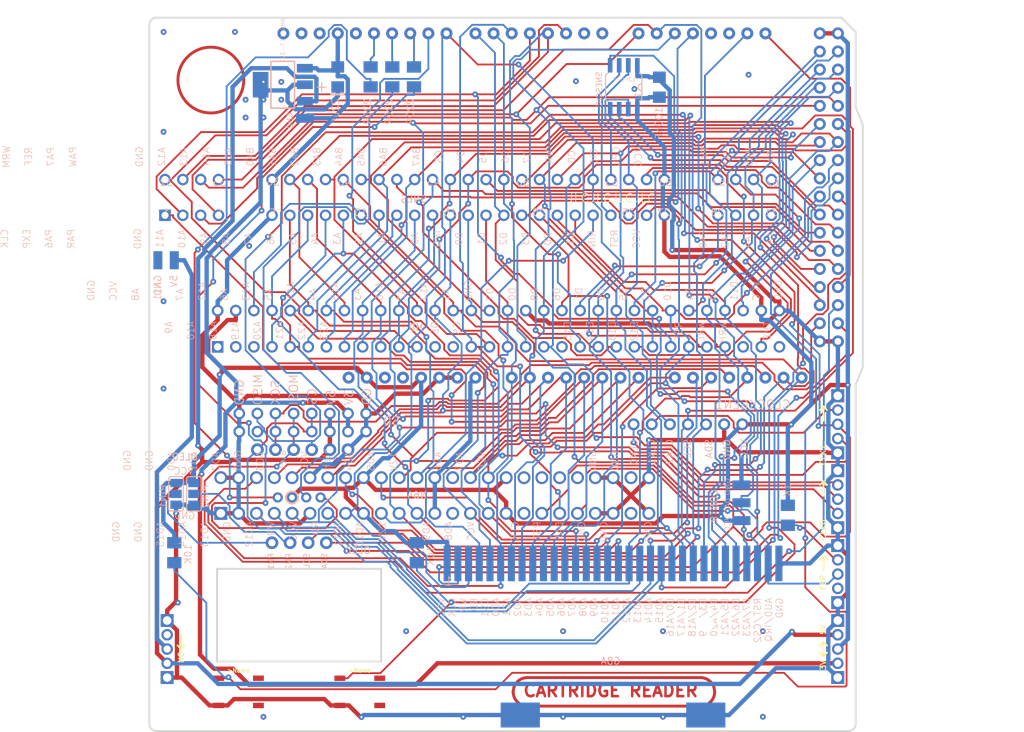
<source format=kicad_pcb>
(kicad_pcb (version 20171130) (host pcbnew "(5.1.10)-1")
  (layers (0 Top signal) (31 Bottom signal) (34 B.Paste user) (35 F.Paste user) (36 B.SilkS user) (37 F.SilkS user) (38 B.Mask user) (39 F.Mask user) (44 Edge.Cuts user))
  (net 0 "")
  (net 1 GND)
  (net 2 N$3)
  (net 3 /PH4)
  (net 4 /PH3)
  (net 5 /PE3)
  (net 6 /PG5)
  (net 7 /PE5)
  (net 8 /PE4)
  (net 9 /PE1)
  (net 10 /PE0)
  (net 11 /ADC7)
  (net 12 /ADC6)
  (net 13 /ADC5)
  (net 14 /ADC4)
  (net 15 /ADC3)
  (net 16 /ADC2)
  (net 17 /ADC1)
  (net 18 /ADC0)
  (net 19 /PJ1)
  (net 20 /PJ0)
  (net 21 /PH1)
  (net 22 /PH0)
  (net 23 /TXD1)
  (net 24 /RXD1)
  (net 25 /SDA)
  (net 26 /SCL)
  (net 27 /ADC15)
  (net 28 /ADC14)
  (net 29 /ADC13)
  (net 30 /ADC12)
  (net 31 /ADC11)
  (net 32 /ADC10)
  (net 33 /ADC9)
  (net 34 /ADC8)
  (net 35 /PB0)
  (net 36 /PB1)
  (net 37 /PB2)
  (net 38 /PB3)
  (net 39 /PL0)
  (net 40 /PL1)
  (net 41 /PL2)
  (net 42 /PL3)
  (net 43 /PL4)
  (net 44 /PL5)
  (net 45 /PL6)
  (net 46 /PL7)
  (net 47 /PG0)
  (net 48 /PG1)
  (net 49 /PG2)
  (net 50 /PD7)
  (net 51 /PC0)
  (net 52 /PC1)
  (net 53 /PC2)
  (net 54 /PC3)
  (net 55 /PC4)
  (net 56 /PC5)
  (net 57 /PC6)
  (net 58 /PC7)
  (net 59 /PA7)
  (net 60 /PA6)
  (net 61 /PA5)
  (net 62 /PA4)
  (net 63 /PA3)
  (net 64 /PA2)
  (net 65 /PA1)
  (net 66 /PA0)
  (net 67 /VCC)
  (net 68 /PH5)
  (net 69 /PH6)
  (net 70 /AREF)
  (net 71 /VIN)
  (net 72 /+3V3)
  (net 73 /RESET)
  (net 74 /5V)
  (net 75 /3V3)
  (net 76 /CICDATA0)
  (net 77 /CICDATA1)
  (net 78 /CICRSTSO)
  (net 79 /CLK2)
  (net 80 "Net-(U$1-Pad93)")
  (net 81 /CPUCLK)
  (net 82 "Net-(U$1-Pad31)")
  (net 83 /CLK)
  (net 84 "Net-(U$2-PadP14)")
  (net 85 "Net-(U$2-PadP39)")
  (net 86 "Net-(U$2-PadP43)")
  (net 87 "Net-(U$2-PadP18)")
  (net 88 "Net-(U$2-PadP44)")
  (net 89 "Net-(U$2-PadP45)")
  (net 90 "Net-(U$2-PadP46)")
  (net 91 "Net-(U$2-PadP24)")
  (net 92 "Net-(U$2-PadP49)")
  (net 93 /PB6)
  (net 94 /PB5)
  (net 95 /PB4)
  (net 96 /CLK0)
  (net 97 /CLK1)
  (net 98 "Net-(PINS1-Pad8)")
  (net 99 "Net-(PINS1-Pad7)")
  (net 100 "Net-(220R1-Pad2)")
  (net 101 "Net-(PINS1-Pad5)")
  (net 102 "Net-(PINS1-Pad2)")
  (net 103 "Net-(PINS1-Pad1)")
  (net 104 "Net-(POWER1-Pad1)")
  (net 105 "Net-(1K1-Pad2)")
  (net 106 "Net-(MEGADRIVE1-Pad32)")
  (net 107 "Net-(MEGADRIVE1-Pad30)")
  (net 108 "Net-(MEGADRIVE1-Pad20)")
  (net 109 "Net-(MEGADRIVE1-Pad14)")
  (net 110 "Net-(MEGADRIVE1-Pad13)")
  (net 111 "Net-(MEGADRIVE1-Pad3)")
  (net 112 "Net-(MEGADRIVE1-Pad2)")
  (net 113 "Net-(MEGADRIVE1-Pad1)")
  (net 114 "Net-(OLED1-Pad1)")
  (net 115 "Net-(OLED1-Pad2)")
  (net 116 "Net-(EEP1-Pad3)")
  (net 117 "Net-(ONOFF1-Pad3)")
  (net 118 "Net-(ONOFF1-Pad2)")
  (module "" (layer Top) (at 101.5411 151.9636)
    (fp_text reference @HOLE0 hide)
    (fp_text value "" (at 0 0) (layer F.SilkS) (effects (font (size 1.27 1.27))))
    (pad "" np_thru_hole circle (at 0 0) (size 3.2 3.2) (drill 3.2) (layers *.Cu *.Mask))
  )
  (module "" (layer Top) (at 194.5211 151.9636)
    (fp_text reference @HOLE1 hide)
    (fp_text value "" (at 0 0) (layer F.SilkS) (effects (font (size 1.27 1.27))))
    (pad "" np_thru_hole circle (at 0 0) (size 3.2 3.2) (drill 3.2) (layers *.Cu *.Mask))
  )
  (module "" (layer Top) (at 101.5411 111.8236)
    (fp_text reference @HOLE2 hide)
    (fp_text value "" (at 0 0) (layer F.SilkS) (effects (font (size 1.27 1.27))))
    (pad "" np_thru_hole circle (at 0 0) (size 3.2 3.2) (drill 3.2) (layers *.Cu *.Mask))
  )
  (module "" (layer Top) (at 113.7411 57.2036)
    (fp_text reference @HOLE3 hide)
    (fp_text value "" (at 0 0) (layer F.SilkS) (effects (font (size 1.27 1.27))))
    (pad "" np_thru_hole circle (at 0 0) (size 3.2 3.2) (drill 3.2) (layers *.Cu *.Mask))
  )
  (module "" (layer Top) (at 188.6711 57.2036)
    (fp_text reference @HOLE4 hide)
    (fp_text value "" (at 0 0) (layer F.SilkS) (effects (font (size 1.27 1.27))))
    (pad "" np_thru_hole circle (at 0 0) (size 3.2 3.2) (drill 3.2) (layers *.Cu *.Mask))
  )
  (module cartreader:1X08 (layer Top) (at 153.1111 57.2036 180)
    (fp_text reference PWML1 hide)
    (fp_text value 8x1F-H8.5 hide)
    (pad 8 thru_hole circle (at 8.89 0 270) (size 1.6764 1.6764) (drill 0.85) (layers *.Cu *.Mask) (net 3 /PH4))
    (pad 7 thru_hole circle (at 6.35 0 270) (size 1.6764 1.6764) (drill 0.85) (layers *.Cu *.Mask) (net 4 /PH3))
    (pad 6 thru_hole circle (at 3.81 0 270) (size 1.6764 1.6764) (drill 0.85) (layers *.Cu *.Mask) (net 5 /PE3))
    (pad 5 thru_hole circle (at 1.27 0 270) (size 1.6764 1.6764) (drill 0.85) (layers *.Cu *.Mask) (net 6 /PG5))
    (pad 4 thru_hole circle (at -1.27 0 270) (size 1.6764 1.6764) (drill 0.85) (layers *.Cu *.Mask) (net 7 /PE5))
    (pad 3 thru_hole circle (at -3.81 0 270) (size 1.6764 1.6764) (drill 0.85) (layers *.Cu *.Mask) (net 8 /PE4))
    (pad 2 thru_hole circle (at -6.35 0 270) (size 1.6764 1.6764) (drill 0.85) (layers *.Cu *.Mask) (net 9 /PE1))
    (pad 1 thru_hole circle (at -8.89 0 270) (size 1.6764 1.6764) (drill 0.85) (layers *.Cu *.Mask) (net 10 /PE0))
  )
  (module cartreader:1X08 (layer Top) (at 158.1911 105.4636)
    (fp_text reference ADCL1 hide)
    (fp_text value 8x1F-H8.5 hide)
    (pad 8 thru_hole circle (at 8.89 0 90) (size 1.6764 1.6764) (drill 0.85) (layers *.Cu *.Mask) (net 11 /ADC7))
    (pad 7 thru_hole circle (at 6.35 0 90) (size 1.6764 1.6764) (drill 0.85) (layers *.Cu *.Mask) (net 12 /ADC6))
    (pad 6 thru_hole circle (at 3.81 0 90) (size 1.6764 1.6764) (drill 0.85) (layers *.Cu *.Mask) (net 13 /ADC5))
    (pad 5 thru_hole circle (at 1.27 0 90) (size 1.6764 1.6764) (drill 0.85) (layers *.Cu *.Mask) (net 14 /ADC4))
    (pad 4 thru_hole circle (at -1.27 0 90) (size 1.6764 1.6764) (drill 0.85) (layers *.Cu *.Mask) (net 15 /ADC3))
    (pad 3 thru_hole circle (at -3.81 0 90) (size 1.6764 1.6764) (drill 0.85) (layers *.Cu *.Mask) (net 16 /ADC2))
    (pad 2 thru_hole circle (at -6.35 0 90) (size 1.6764 1.6764) (drill 0.85) (layers *.Cu *.Mask) (net 17 /ADC1))
    (pad 1 thru_hole circle (at -8.89 0 90) (size 1.6764 1.6764) (drill 0.85) (layers *.Cu *.Mask) (net 18 /ADC0))
  )
  (module cartreader:1X08 (layer Top) (at 175.9711 57.2036 180)
    (fp_text reference COMMUNICATION1 hide)
    (fp_text value 8x1F-H8.5 hide)
    (pad 8 thru_hole circle (at 8.89 0 270) (size 1.6764 1.6764) (drill 0.85) (layers *.Cu *.Mask) (net 19 /PJ1))
    (pad 7 thru_hole circle (at 6.35 0 270) (size 1.6764 1.6764) (drill 0.85) (layers *.Cu *.Mask) (net 20 /PJ0))
    (pad 6 thru_hole circle (at 3.81 0 270) (size 1.6764 1.6764) (drill 0.85) (layers *.Cu *.Mask) (net 21 /PH1))
    (pad 5 thru_hole circle (at 1.27 0 270) (size 1.6764 1.6764) (drill 0.85) (layers *.Cu *.Mask) (net 22 /PH0))
    (pad 4 thru_hole circle (at -1.27 0 270) (size 1.6764 1.6764) (drill 0.85) (layers *.Cu *.Mask) (net 23 /TXD1))
    (pad 3 thru_hole circle (at -3.81 0 270) (size 1.6764 1.6764) (drill 0.85) (layers *.Cu *.Mask) (net 24 /RXD1))
    (pad 2 thru_hole circle (at -6.35 0 270) (size 1.6764 1.6764) (drill 0.85) (layers *.Cu *.Mask) (net 25 /SDA))
    (pad 1 thru_hole circle (at -8.89 0 270) (size 1.6764 1.6764) (drill 0.85) (layers *.Cu *.Mask) (net 26 /SCL))
  )
  (module cartreader:1X08 (layer Top) (at 181.0511 105.4636)
    (fp_text reference ADCH1 hide)
    (fp_text value 8x1F-H8.5 hide)
    (pad 8 thru_hole circle (at 8.89 0 90) (size 1.6764 1.6764) (drill 0.85) (layers *.Cu *.Mask) (net 27 /ADC15))
    (pad 7 thru_hole circle (at 6.35 0 90) (size 1.6764 1.6764) (drill 0.85) (layers *.Cu *.Mask) (net 28 /ADC14))
    (pad 6 thru_hole circle (at 3.81 0 90) (size 1.6764 1.6764) (drill 0.85) (layers *.Cu *.Mask) (net 29 /ADC13))
    (pad 5 thru_hole circle (at 1.27 0 90) (size 1.6764 1.6764) (drill 0.85) (layers *.Cu *.Mask) (net 30 /ADC12))
    (pad 4 thru_hole circle (at -1.27 0 90) (size 1.6764 1.6764) (drill 0.85) (layers *.Cu *.Mask) (net 31 /ADC11))
    (pad 3 thru_hole circle (at -3.81 0 90) (size 1.6764 1.6764) (drill 0.85) (layers *.Cu *.Mask) (net 32 /ADC10))
    (pad 2 thru_hole circle (at -6.35 0 90) (size 1.6764 1.6764) (drill 0.85) (layers *.Cu *.Mask) (net 33 /ADC9))
    (pad 1 thru_hole circle (at -8.89 0 90) (size 1.6764 1.6764) (drill 0.85) (layers *.Cu *.Mask) (net 34 /ADC8))
  )
  (module cartreader:2X18 (layer Top) (at 193.7511 78.7936 270)
    (fp_text reference XIO1 hide)
    (fp_text value 18x2F-H8.5 hide)
    (pad 36 thru_hole circle (at 21.59 -1.27 270) (size 1.6764 1.6764) (drill 0.95) (layers *.Cu *.Mask) (net 1 GND))
    (pad 35 thru_hole circle (at 21.59 1.27 270) (size 1.6764 1.6764) (drill 0.95) (layers *.Cu *.Mask) (net 1 GND))
    (pad 34 thru_hole circle (at 19.05 -1.27 270) (size 1.6764 1.6764) (drill 0.95) (layers *.Cu *.Mask) (net 35 /PB0))
    (pad 33 thru_hole circle (at 19.05 1.27 270) (size 1.6764 1.6764) (drill 0.95) (layers *.Cu *.Mask) (net 36 /PB1))
    (pad 32 thru_hole circle (at 16.51 -1.27 270) (size 1.6764 1.6764) (drill 0.95) (layers *.Cu *.Mask) (net 37 /PB2))
    (pad 31 thru_hole circle (at 16.51 1.27 270) (size 1.6764 1.6764) (drill 0.95) (layers *.Cu *.Mask) (net 38 /PB3))
    (pad 30 thru_hole circle (at 13.97 -1.27 270) (size 1.6764 1.6764) (drill 0.95) (layers *.Cu *.Mask) (net 39 /PL0))
    (pad 29 thru_hole circle (at 13.97 1.27 270) (size 1.6764 1.6764) (drill 0.95) (layers *.Cu *.Mask) (net 40 /PL1))
    (pad 28 thru_hole circle (at 11.43 -1.27 270) (size 1.6764 1.6764) (drill 0.95) (layers *.Cu *.Mask) (net 41 /PL2))
    (pad 27 thru_hole circle (at 11.43 1.27 270) (size 1.6764 1.6764) (drill 0.95) (layers *.Cu *.Mask) (net 42 /PL3))
    (pad 26 thru_hole circle (at 8.89 -1.27 270) (size 1.6764 1.6764) (drill 0.95) (layers *.Cu *.Mask) (net 43 /PL4))
    (pad 25 thru_hole circle (at 8.89 1.27 270) (size 1.6764 1.6764) (drill 0.95) (layers *.Cu *.Mask) (net 44 /PL5))
    (pad 24 thru_hole circle (at 6.35 -1.27 270) (size 1.6764 1.6764) (drill 0.95) (layers *.Cu *.Mask) (net 45 /PL6))
    (pad 23 thru_hole circle (at 6.35 1.27 270) (size 1.6764 1.6764) (drill 0.95) (layers *.Cu *.Mask) (net 46 /PL7))
    (pad 22 thru_hole circle (at 3.81 -1.27 270) (size 1.6764 1.6764) (drill 0.95) (layers *.Cu *.Mask) (net 47 /PG0))
    (pad 21 thru_hole circle (at 3.81 1.27 270) (size 1.6764 1.6764) (drill 0.95) (layers *.Cu *.Mask) (net 48 /PG1))
    (pad 20 thru_hole circle (at 1.27 -1.27 270) (size 1.6764 1.6764) (drill 0.95) (layers *.Cu *.Mask) (net 49 /PG2))
    (pad 19 thru_hole circle (at 1.27 1.27 270) (size 1.6764 1.6764) (drill 0.95) (layers *.Cu *.Mask) (net 50 /PD7))
    (pad 18 thru_hole circle (at -1.27 -1.27 270) (size 1.6764 1.6764) (drill 0.95) (layers *.Cu *.Mask) (net 51 /PC0))
    (pad 17 thru_hole circle (at -1.27 1.27 270) (size 1.6764 1.6764) (drill 0.95) (layers *.Cu *.Mask) (net 52 /PC1))
    (pad 16 thru_hole circle (at -3.81 -1.27 270) (size 1.6764 1.6764) (drill 0.95) (layers *.Cu *.Mask) (net 53 /PC2))
    (pad 15 thru_hole circle (at -3.81 1.27 270) (size 1.6764 1.6764) (drill 0.95) (layers *.Cu *.Mask) (net 54 /PC3))
    (pad 14 thru_hole circle (at -6.35 -1.27 270) (size 1.6764 1.6764) (drill 0.95) (layers *.Cu *.Mask) (net 55 /PC4))
    (pad 13 thru_hole circle (at -6.35 1.27 270) (size 1.6764 1.6764) (drill 0.95) (layers *.Cu *.Mask) (net 56 /PC5))
    (pad 12 thru_hole circle (at -8.89 -1.27 270) (size 1.6764 1.6764) (drill 0.95) (layers *.Cu *.Mask) (net 57 /PC6))
    (pad 11 thru_hole circle (at -8.89 1.27 270) (size 1.6764 1.6764) (drill 0.95) (layers *.Cu *.Mask) (net 58 /PC7))
    (pad 10 thru_hole circle (at -11.43 -1.27 270) (size 1.6764 1.6764) (drill 0.95) (layers *.Cu *.Mask) (net 59 /PA7))
    (pad 9 thru_hole circle (at -11.43 1.27 270) (size 1.6764 1.6764) (drill 0.95) (layers *.Cu *.Mask) (net 60 /PA6))
    (pad 8 thru_hole circle (at -13.97 -1.27 270) (size 1.6764 1.6764) (drill 0.95) (layers *.Cu *.Mask) (net 61 /PA5))
    (pad 7 thru_hole circle (at -13.97 1.27 270) (size 1.6764 1.6764) (drill 0.95) (layers *.Cu *.Mask) (net 62 /PA4))
    (pad 6 thru_hole circle (at -16.51 -1.27 270) (size 1.6764 1.6764) (drill 0.95) (layers *.Cu *.Mask) (net 63 /PA3))
    (pad 5 thru_hole circle (at -16.51 1.27 270) (size 1.6764 1.6764) (drill 0.95) (layers *.Cu *.Mask) (net 64 /PA2))
    (pad 4 thru_hole circle (at -19.05 -1.27 270) (size 1.6764 1.6764) (drill 0.95) (layers *.Cu *.Mask) (net 65 /PA1))
    (pad 3 thru_hole circle (at -19.05 1.27 270) (size 1.6764 1.6764) (drill 0.95) (layers *.Cu *.Mask) (net 66 /PA0))
    (pad 2 thru_hole circle (at -21.59 -1.27 270) (size 1.6764 1.6764) (drill 0.95) (layers *.Cu *.Mask) (net 67 /VCC))
    (pad 1 thru_hole circle (at -21.59 1.27 270) (size 1.6764 1.6764) (drill 0.95) (layers *.Cu *.Mask) (net 67 /VCC))
  )
  (module cartreader:1X10 (layer Top) (at 128.7271 57.2036)
    (fp_text reference PINS1 hide)
    (fp_text value 10x1F-H8.5 hide)
    (pad 10 thru_hole circle (at 11.43 0 90) (size 1.6764 1.6764) (drill 0.85) (layers *.Cu *.Mask) (net 68 /PH5))
    (pad 9 thru_hole circle (at 8.89 0 90) (size 1.6764 1.6764) (drill 0.85) (layers *.Cu *.Mask) (net 69 /PH6))
    (pad 8 thru_hole circle (at 6.35 0 90) (size 1.6764 1.6764) (drill 0.85) (layers *.Cu *.Mask) (net 98 "Net-(PINS1-Pad8)"))
    (pad 7 thru_hole circle (at 3.81 0 90) (size 1.6764 1.6764) (drill 0.85) (layers *.Cu *.Mask) (net 99 "Net-(PINS1-Pad7)"))
    (pad 6 thru_hole circle (at 1.27 0 90) (size 1.6764 1.6764) (drill 0.85) (layers *.Cu *.Mask) (net 100 "Net-(220R1-Pad2)"))
    (pad 5 thru_hole circle (at -1.27 0 90) (size 1.6764 1.6764) (drill 0.85) (layers *.Cu *.Mask) (net 101 "Net-(PINS1-Pad5)"))
    (pad 4 thru_hole circle (at -3.81 0 90) (size 1.6764 1.6764) (drill 0.85) (layers *.Cu *.Mask) (net 1 GND))
    (pad 3 thru_hole circle (at -6.35 0 90) (size 1.6764 1.6764) (drill 0.85) (layers *.Cu *.Mask) (net 70 /AREF))
    (pad 2 thru_hole circle (at -8.89 0 90) (size 1.6764 1.6764) (drill 0.85) (layers *.Cu *.Mask) (net 102 "Net-(PINS1-Pad2)"))
    (pad 1 thru_hole circle (at -11.43 0 90) (size 1.6764 1.6764) (drill 0.85) (layers *.Cu *.Mask) (net 103 "Net-(PINS1-Pad1)"))
  )
  (module cartreader:1X08 (layer Top) (at 135.3311 105.4636)
    (fp_text reference POWER1 hide)
    (fp_text value 8x1F-H8.5 hide)
    (pad 8 thru_hole circle (at 8.89 0 90) (size 1.6764 1.6764) (drill 0.85) (layers *.Cu *.Mask) (net 71 /VIN))
    (pad 7 thru_hole circle (at 6.35 0 90) (size 1.6764 1.6764) (drill 0.85) (layers *.Cu *.Mask) (net 1 GND))
    (pad 6 thru_hole circle (at 3.81 0 90) (size 1.6764 1.6764) (drill 0.85) (layers *.Cu *.Mask) (net 1 GND))
    (pad 5 thru_hole circle (at 1.27 0 90) (size 1.6764 1.6764) (drill 0.85) (layers *.Cu *.Mask) (net 67 /VCC))
    (pad 4 thru_hole circle (at -1.27 0 90) (size 1.6764 1.6764) (drill 0.85) (layers *.Cu *.Mask) (net 72 /+3V3))
    (pad 3 thru_hole circle (at -3.81 0 90) (size 1.6764 1.6764) (drill 0.85) (layers *.Cu *.Mask) (net 73 /RESET))
    (pad 2 thru_hole circle (at -6.35 0 90) (size 1.6764 1.6764) (drill 0.85) (layers *.Cu *.Mask) (net 67 /VCC))
    (pad 1 thru_hole circle (at -8.89 0 90) (size 1.6764 1.6764) (drill 0.85) (layers *.Cu *.Mask) (net 104 "Net-(POWER1-Pad1)"))
  )
  (module cartreader:2X08 (layer Top) (at 120.0011 111.7536 180)
    (fp_text reference SDCARD1 hide)
    (fp_text value PINHD-2X8_2.54)
    (pad 16 thru_hole circle (at 8.89 -1.27 180) (size 1.6256 1.6256) (drill 1.016) (layers *.Cu *.Mask) (net 1 GND))
    (pad 15 thru_hole circle (at 8.89 1.27 180) (size 1.6256 1.6256) (drill 1.016) (layers *.Cu *.Mask) (net 1 GND))
    (pad 14 thru_hole circle (at 6.35 -1.27 180) (size 1.6256 1.6256) (drill 1.016) (layers *.Cu *.Mask) (net 38 /PB3))
    (pad 13 thru_hole circle (at 6.35 1.27 180) (size 1.6256 1.6256) (drill 1.016) (layers *.Cu *.Mask) (net 38 /PB3))
    (pad 12 thru_hole circle (at 3.81 -1.27 180) (size 1.6256 1.6256) (drill 1.016) (layers *.Cu *.Mask) (net 36 /PB1))
    (pad 11 thru_hole circle (at 3.81 1.27 180) (size 1.6256 1.6256) (drill 1.016) (layers *.Cu *.Mask) (net 36 /PB1))
    (pad 10 thru_hole circle (at 1.27 -1.27 180) (size 1.6256 1.6256) (drill 1.016) (layers *.Cu *.Mask) (net 37 /PB2))
    (pad 9 thru_hole circle (at 1.27 1.27 180) (size 1.6256 1.6256) (drill 1.016) (layers *.Cu *.Mask) (net 37 /PB2))
    (pad 8 thru_hole circle (at -1.27 -1.27 180) (size 1.6256 1.6256) (drill 1.016) (layers *.Cu *.Mask) (net 35 /PB0))
    (pad 7 thru_hole circle (at -1.27 1.27 180) (size 1.6256 1.6256) (drill 1.016) (layers *.Cu *.Mask) (net 35 /PB0))
    (pad 6 thru_hole circle (at -3.81 -1.27 180) (size 1.6256 1.6256) (drill 1.016) (layers *.Cu *.Mask) (net 74 /5V))
    (pad 5 thru_hole circle (at -3.81 1.27 180) (size 1.6256 1.6256) (drill 1.016) (layers *.Cu *.Mask) (net 74 /5V))
    (pad 4 thru_hole circle (at -6.35 -1.27 180) (size 1.6256 1.6256) (drill 1.016) (layers *.Cu *.Mask) (net 75 /3V3))
    (pad 3 thru_hole circle (at -6.35 1.27 180) (size 1.6256 1.6256) (drill 1.016) (layers *.Cu *.Mask) (net 75 /3V3))
    (pad 2 thru_hole circle (at -8.89 -1.27 180) (size 1.6256 1.6256) (drill 1.016) (layers *.Cu *.Mask) (net 1 GND))
    (pad 1 thru_hole circle (at -8.89 1.27 180) (size 1.6256 1.6256) (drill 1.016) (layers *.Cu *.Mask) (net 1 GND))
  )
  (module cartreader:PIC12F629 (layer Bottom) (at 165.0011 64.7536 180)
    (fp_text reference CIC1 hide)
    (fp_text value PIC12F629_SIMPLE hide)
    (pad 8 smd rect (at -1.905 3.0734 180) (size 0.6604 2.032) (layers Bottom B.Paste B.Mask) (net 1 GND))
    (pad 7 smd rect (at -0.635 3.0734) (size 0.6604 2.032) (layers Bottom B.Paste B.Mask) (net 76 /CICDATA0))
    (pad 6 smd rect (at 0.635 3.0734) (size 0.6604 2.032) (layers Bottom B.Paste B.Mask) (net 77 /CICDATA1))
    (pad 5 smd rect (at 1.905 3.0734) (size 0.6604 2.032) (layers Bottom B.Paste B.Mask) (net 78 /CICRSTSO))
    (pad 4 smd rect (at 1.905 -3.0734 180) (size 0.6604 2.032) (layers Bottom B.Paste B.Mask) (net 48 /PG1))
    (pad 3 smd rect (at 0.635 -3.0734 180) (size 0.6604 2.032) (layers Bottom B.Paste B.Mask) (net 47 /PG0))
    (pad 2 smd rect (at -0.635 -3.0734 180) (size 0.6604 2.032) (layers Bottom B.Paste B.Mask) (net 79 /CLK2))
    (pad 1 smd rect (at -1.905 -3.0734 180) (size 0.6604 2.032) (layers Bottom B.Paste B.Mask) (net 67 /VCC))
  )
  (module cartreader:SNESCART_CONN_CLONE (layer Bottom) (at 143.2011 80.2036 90)
    (fp_text reference U$1 hide)
    (fp_text value SNESCART_CONN_CLONE hide)
    (fp_text user 55 (at 1.5245 19.1425) (layer B.SilkS) (effects (font (size 0.9652 0.9652) (thickness 0.12192)) (justify right bottom mirror)))
    (fp_text user 50 (at 1.5195 6.6525) (layer B.SilkS) (effects (font (size 0.9652 0.9652) (thickness 0.1524)) (justify right bottom mirror)))
    (fp_text user 45 (at 1.5435 -5.8535) (layer B.SilkS) (effects (font (size 0.9652 0.9652) (thickness 0.12192)) (justify right bottom mirror)))
    (fp_text user 40 (at 1.5235 -18.3545) (layer B.SilkS) (effects (font (size 0.9652 0.9652) (thickness 0.12192)) (justify right bottom mirror)))
    (fp_text user 36 (at 1.5645 -28.3545) (layer B.SilkS) (effects (font (size 0.9652 0.9652) (thickness 0.12192)) (justify right bottom mirror)))
    (fp_text user 35 (at 1.5305 -35.8545) (layer B.SilkS) (effects (font (size 0.9652 0.9652) (thickness 0.12192)) (justify right bottom mirror)))
    (fp_text user 32 (at 1.5305 -43.3335) (layer B.SilkS) (effects (font (size 0.9652 0.9652) (thickness 0.12192)) (justify right bottom mirror)))
    (fp_text user 1 (at -1.5625 -41.8625) (layer B.SilkS) (effects (font (size 0.9652 0.9652) (thickness 0.12192)) (justify left top mirror)))
    (fp_text user 4 (at -1.5625 -34.3875) (layer B.SilkS) (effects (font (size 0.9652 0.9652) (thickness 0.12192)) (justify left top mirror)))
    (fp_text user 5 (at -1.5625 -26.8875) (layer B.SilkS) (effects (font (size 0.9652 0.9652) (thickness 0.12192)) (justify left top mirror)))
    (fp_text user 10 (at -1.5625 -14.0625) (layer B.SilkS) (effects (font (size 0.9652 0.9652) (thickness 0.12192)) (justify left top mirror)))
    (fp_text user 15 (at -1.5625 -1.5625) (layer B.SilkS) (effects (font (size 0.9652 0.9652) (thickness 0.12192)) (justify left top mirror)))
    (fp_text user 20 (at -1.5625 10.9375) (layer B.SilkS) (effects (font (size 0.9652 0.9652) (thickness 0.1524)) (justify left top mirror)))
    (fp_text user 25 (at -1.5625 23.4375) (layer B.SilkS) (effects (font (size 0.9652 0.9652) (thickness 0.12192)) (justify left top mirror)))
    (fp_text user 58 (at 1.5315 26.6505) (layer B.SilkS) (effects (font (size 0.9652 0.9652) (thickness 0.12192)) (justify right bottom mirror)))
    (fp_text user 27 (at -1.5625 28.4375) (layer B.SilkS) (effects (font (size 0.9652 0.9652) (thickness 0.12192)) (justify left top mirror)))
    (fp_text user 59 (at 1.5765 34.1505) (layer B.SilkS) (effects (font (size 0.9652 0.9652) (thickness 0.12192)) (justify right bottom mirror)))
    (fp_text user 28 (at -1.5625 35.9375) (layer B.SilkS) (effects (font (size 0.9652 0.9652) (thickness 0.12192)) (justify left top mirror)))
    (fp_text user 62 (at 1.5155 41.6495) (layer B.SilkS) (effects (font (size 0.9652 0.9652) (thickness 0.12192)) (justify right bottom mirror)))
    (fp_text user 31 (at -1.5625 43.4375) (layer B.SilkS) (effects (font (size 0.9652 0.9652) (thickness 0.12192)) (justify left top mirror)))
    (pad 93 thru_hole circle (at 2.51 42.502 270) (size 1.6096 1.6096) (drill 1) (layers *.Cu *.Mask) (net 80 "Net-(U$1-Pad93)"))
    (pad 92 thru_hole circle (at 2.51 40.002 270) (size 1.6096 1.6096) (drill 1) (layers *.Cu *.Mask) (net 61 /PA5))
    (pad 91 thru_hole circle (at 2.51 37.502 270) (size 1.6096 1.6096) (drill 1) (layers *.Cu *.Mask) (net 63 /PA3))
    (pad 90 thru_hole circle (at 2.51 35.002 270) (size 1.6096 1.6096) (drill 1) (layers *.Cu *.Mask) (net 65 /PA1))
    (pad 89 thru_hole circle (at 2.51 -42.498 270) (size 1.6096 1.6096) (drill 1) (layers *.Cu *.Mask) (net 8 /PE4))
    (pad 88 thru_hole circle (at 2.51 -39.998 270) (size 1.6096 1.6096) (drill 1) (layers *.Cu *.Mask) (net 7 /PE5))
    (pad 87 thru_hole circle (at 2.51 -37.498 270) (size 1.6096 1.6096) (drill 1) (layers *.Cu *.Mask) (net 59 /PA7))
    (pad 86 thru_hole circle (at 2.51 -34.998 270) (size 1.6096 1.6096) (drill 1) (layers *.Cu *.Mask) (net 19 /PJ1))
    (pad 85 thru_hole circle (at 2.51 -24.998 270) (size 1.6096 1.6096) (drill 1) (layers *.Cu *.Mask) (net 30 /ADC12))
    (pad 84 thru_hole circle (at 2.51 -27.498 270) (size 1.6096 1.6096) (drill 1) (layers *.Cu *.Mask) (net 1 GND))
    (pad 83 thru_hole circle (at 2.51 27.502 270) (size 1.6096 1.6096) (drill 1) (layers *.Cu *.Mask) (net 67 /VCC))
    (pad 82 thru_hole circle (at 2.51 25.002 270) (size 1.6096 1.6096) (drill 1) (layers *.Cu *.Mask) (net 81 /CPUCLK))
    (pad 81 thru_hole circle (at 2.51 22.502 270) (size 1.6096 1.6096) (drill 1) (layers *.Cu *.Mask) (net 79 /CLK2))
    (pad 80 thru_hole circle (at 2.51 -22.498 270) (size 1.6096 1.6096) (drill 1) (layers *.Cu *.Mask) (net 29 /ADC13))
    (pad 79 thru_hole circle (at 2.51 -19.998 270) (size 1.6096 1.6096) (drill 1) (layers *.Cu *.Mask) (net 28 /ADC14))
    (pad 78 thru_hole circle (at 2.51 -17.498 270) (size 1.6096 1.6096) (drill 1) (layers *.Cu *.Mask) (net 27 /ADC15))
    (pad 77 thru_hole circle (at 2.51 -14.998 270) (size 1.6096 1.6096) (drill 1) (layers *.Cu *.Mask) (net 39 /PL0))
    (pad 76 thru_hole circle (at 2.51 -12.498 270) (size 1.6096 1.6096) (drill 1) (layers *.Cu *.Mask) (net 40 /PL1))
    (pad 75 thru_hole circle (at 2.51 20.002 270) (size 1.6096 1.6096) (drill 1) (layers *.Cu *.Mask) (net 76 /CICDATA0))
    (pad 74 thru_hole circle (at 2.51 17.502 270) (size 1.6096 1.6096) (drill 1) (layers *.Cu *.Mask) (net 68 /PH5))
    (pad 73 thru_hole circle (at 2.51 15.002 270) (size 1.6096 1.6096) (drill 1) (layers *.Cu *.Mask) (net 58 /PC7))
    (pad 72 thru_hole circle (at 2.51 12.502 270) (size 1.6096 1.6096) (drill 1) (layers *.Cu *.Mask) (net 57 /PC6))
    (pad 71 thru_hole circle (at 2.51 10.002 270) (size 1.6096 1.6096) (drill 1) (layers *.Cu *.Mask) (net 56 /PC5))
    (pad 70 thru_hole circle (at 2.51 7.502 270) (size 1.6096 1.6096) (drill 1) (layers *.Cu *.Mask) (net 55 /PC4))
    (pad 69 thru_hole circle (at 2.51 5.002 270) (size 1.6096 1.6096) (drill 1) (layers *.Cu *.Mask) (net 4 /PH3))
    (pad 68 thru_hole circle (at 2.51 2.502 270) (size 1.6096 1.6096) (drill 1) (layers *.Cu *.Mask) (net 46 /PL7))
    (pad 67 thru_hole circle (at 2.51 -9.998 270) (size 1.6096 1.6096) (drill 1) (layers *.Cu *.Mask) (net 41 /PL2))
    (pad 66 thru_hole circle (at 2.51 -7.498 270) (size 1.6096 1.6096) (drill 1) (layers *.Cu *.Mask) (net 42 /PL3))
    (pad 65 thru_hole circle (at 2.51 -4.998 270) (size 1.6096 1.6096) (drill 1) (layers *.Cu *.Mask) (net 43 /PL4))
    (pad 64 thru_hole circle (at 2.51 -2.498 270) (size 1.6096 1.6096) (drill 1) (layers *.Cu *.Mask) (net 44 /PL5))
    (pad 63 thru_hole circle (at 2.51 0.002 270) (size 1.6096 1.6096) (drill 1) (layers *.Cu *.Mask) (net 45 /PL6))
    (pad 31 thru_hole circle (at -2.5 42.5 90) (size 1.6096 1.6096) (drill 1) (layers *.Cu *.Mask) (net 82 "Net-(U$1-Pad31)"))
    (pad 30 thru_hole circle (at -2.5 40 90) (size 1.6096 1.6096) (drill 1) (layers *.Cu *.Mask) (net 62 /PA4))
    (pad 29 thru_hole circle (at -2.5 37.5 90) (size 1.6096 1.6096) (drill 1) (layers *.Cu *.Mask) (net 64 /PA2))
    (pad 28 thru_hole circle (at -2.5 35 90) (size 1.6096 1.6096) (drill 1) (layers *.Cu *.Mask) (net 66 /PA0))
    (pad 27 thru_hole circle (at -2.5 27.5 90) (size 1.6096 1.6096) (drill 1) (layers *.Cu *.Mask) (net 67 /VCC))
    (pad 26 thru_hole circle (at -2.5 25 90) (size 1.6096 1.6096) (drill 1) (layers *.Cu *.Mask) (net 22 /PH0))
    (pad 25 thru_hole circle (at -2.5 22.5 90) (size 1.6096 1.6096) (drill 1) (layers *.Cu *.Mask) (net 78 /CICRSTSO))
    (pad 24 thru_hole circle (at -2.5 20 90) (size 1.6096 1.6096) (drill 1) (layers *.Cu *.Mask) (net 77 /CICDATA1))
    (pad 23 thru_hole circle (at -2.5 17.5 90) (size 1.6096 1.6096) (drill 1) (layers *.Cu *.Mask) (net 69 /PH6))
    (pad 22 thru_hole circle (at -2.5 15 90) (size 1.6096 1.6096) (drill 1) (layers *.Cu *.Mask) (net 54 /PC3))
    (pad 21 thru_hole circle (at -2.5 12.5 90) (size 1.6096 1.6096) (drill 1) (layers *.Cu *.Mask) (net 53 /PC2))
    (pad 20 thru_hole circle (at -2.5 10 90) (size 1.6096 1.6096) (drill 1) (layers *.Cu *.Mask) (net 52 /PC1))
    (pad 19 thru_hole circle (at -2.5 7.5 90) (size 1.6096 1.6096) (drill 1) (layers *.Cu *.Mask) (net 51 /PC0))
    (pad 18 thru_hole circle (at -2.5 5 90) (size 1.6096 1.6096) (drill 1) (layers *.Cu *.Mask) (net 3 /PH4))
    (pad 17 thru_hole circle (at -2.5 2.5 90) (size 1.6096 1.6096) (drill 1) (layers *.Cu *.Mask) (net 18 /ADC0))
    (pad 16 thru_hole circle (at -2.5 0 90) (size 1.6096 1.6096) (drill 1) (layers *.Cu *.Mask) (net 17 /ADC1))
    (pad 15 thru_hole circle (at -2.5 -2.5 90) (size 1.6096 1.6096) (drill 1) (layers *.Cu *.Mask) (net 16 /ADC2))
    (pad 14 thru_hole circle (at -2.5 -5 90) (size 1.6096 1.6096) (drill 1) (layers *.Cu *.Mask) (net 15 /ADC3))
    (pad 13 thru_hole circle (at -2.5 -7.5 90) (size 1.6096 1.6096) (drill 1) (layers *.Cu *.Mask) (net 14 /ADC4))
    (pad 12 thru_hole circle (at -2.5 -10 90) (size 1.6096 1.6096) (drill 1) (layers *.Cu *.Mask) (net 13 /ADC5))
    (pad 11 thru_hole circle (at -2.5 -12.5 90) (size 1.6096 1.6096) (drill 1) (layers *.Cu *.Mask) (net 12 /ADC6))
    (pad 10 thru_hole circle (at -2.5 -15 90) (size 1.6096 1.6096) (drill 1) (layers *.Cu *.Mask) (net 11 /ADC7))
    (pad 9 thru_hole circle (at -2.5 -17.5 90) (size 1.6096 1.6096) (drill 1) (layers *.Cu *.Mask) (net 34 /ADC8))
    (pad 8 thru_hole circle (at -2.5 -20 90) (size 1.6096 1.6096) (drill 1) (layers *.Cu *.Mask) (net 33 /ADC9))
    (pad 7 thru_hole circle (at -2.5 -22.5 90) (size 1.6096 1.6096) (drill 1) (layers *.Cu *.Mask) (net 32 /ADC10))
    (pad 6 thru_hole circle (at -2.5 -25 90) (size 1.6096 1.6096) (drill 1) (layers *.Cu *.Mask) (net 31 /ADC11))
    (pad 5 thru_hole circle (at -2.5 -27.5 90) (size 1.6096 1.6096) (drill 1) (layers *.Cu *.Mask) (net 1 GND))
    (pad 4 thru_hole circle (at -2.5 -35 90) (size 1.6096 1.6096) (drill 1) (layers *.Cu *.Mask) (net 20 /PJ0))
    (pad 3 thru_hole circle (at -2.5 -37.5 90) (size 1.6096 1.6096) (drill 1) (layers *.Cu *.Mask) (net 60 /PA6))
    (pad 2 thru_hole circle (at -2.5 -40 90) (size 1.6096 1.6096) (drill 1) (layers *.Cu *.Mask) (net 6 /PG5))
    (pad 1 thru_hole rect (at -2.5 -42.5 90) (size 1.6096 1.6096) (drill 1) (layers *.Cu *.Mask) (net 83 /CLK))
  )
  (module cartreader:N64-CART_SLOT_4 (layer Top) (at 138.5211 121.9836 90)
    (fp_text reference U$2 hide)
    (fp_text value N64-CART_SLOT_4 hide)
    (pad P38 thru_hole circle (at 2.5 0 90) (size 1.8096 1.8096) (drill 1.2) (layers *.Cu *.Mask) (net 71 /VIN))
    (pad P13 thru_hole circle (at -2.5 0 90) (size 1.8096 1.8096) (drill 1.2) (layers *.Cu *.Mask) (net 71 /VIN))
    (pad P12 thru_hole circle (at -2.5 -2.5 90) (size 1.8096 1.8096) (drill 1.2) (layers *.Cu *.Mask) (net 32 /ADC10))
    (pad P37 thru_hole circle (at 2.5 -2.5 90) (size 1.8096 1.8096) (drill 1.2) (layers *.Cu *.Mask) (net 13 /ADC5))
    (pad P14 thru_hole circle (at -2.5 2.5 90) (size 1.8096 1.8096) (drill 1.2) (layers *.Cu *.Mask) (net 84 "Net-(U$2-PadP14)"))
    (pad P39 thru_hole circle (at 2.5 2.5 90) (size 1.8096 1.8096) (drill 1.2) (layers *.Cu *.Mask) (net 85 "Net-(U$2-PadP39)"))
    (pad P15 thru_hole circle (at -2.5 5 90) (size 1.8096 1.8096) (drill 1.2) (layers *.Cu *.Mask) (net 33 /ADC9))
    (pad P40 thru_hole circle (at 2.5 5 90) (size 1.8096 1.8096) (drill 1.2) (layers *.Cu *.Mask) (net 12 /ADC6))
    (pad P11 thru_hole circle (at -2.5 -5 90) (size 1.8096 1.8096) (drill 1.2) (layers *.Cu *.Mask) (net 31 /ADC11))
    (pad P36 thru_hole circle (at 2.5 -5 90) (size 1.8096 1.8096) (drill 1.2) (layers *.Cu *.Mask) (net 14 /ADC4))
    (pad P10 thru_hole circle (at -2.5 -7.5 90) (size 1.8096 1.8096) (drill 1.2) (layers *.Cu *.Mask) (net 69 /PH6))
    (pad P35 thru_hole circle (at 2.5 -7.5 90) (size 1.8096 1.8096) (drill 1.2) (layers *.Cu *.Mask) (net 52 /PC1))
    (pad P41 thru_hole circle (at 2.5 7.5 90) (size 1.8096 1.8096) (drill 1.2) (layers *.Cu *.Mask) (net 11 /ADC7))
    (pad P16 thru_hole circle (at -2.5 7.5 90) (size 1.8096 1.8096) (drill 1.2) (layers *.Cu *.Mask) (net 34 /ADC8))
    (pad P17 thru_hole circle (at -2.5 10 90) (size 1.8096 1.8096) (drill 1.2) (layers *.Cu *.Mask) (net 67 /VCC))
    (pad P42 thru_hole circle (at 2.5 10 90) (size 1.8096 1.8096) (drill 1.2) (layers *.Cu *.Mask) (net 67 /VCC))
    (pad P9 thru_hole circle (at -2.5 -10 90) (size 1.8096 1.8096) (drill 1.2) (layers *.Cu *.Mask) (net 67 /VCC))
    (pad P34 thru_hole circle (at 2.5 -10 90) (size 1.8096 1.8096) (drill 1.2) (layers *.Cu *.Mask) (net 67 /VCC))
    (pad P8 thru_hole circle (at -2.5 -12.5 90) (size 1.8096 1.8096) (drill 1.2) (layers *.Cu *.Mask) (net 68 /PH5))
    (pad P33 thru_hole circle (at 2.5 -12.5 90) (size 1.8096 1.8096) (drill 1.2) (layers *.Cu *.Mask) (net 51 /PC0))
    (pad P43 thru_hole circle (at 2.5 12.5 90) (size 1.8096 1.8096) (drill 1.2) (layers *.Cu *.Mask) (net 86 "Net-(U$2-PadP43)"))
    (pad P18 thru_hole circle (at -2.5 12.5 90) (size 1.8096 1.8096) (drill 1.2) (layers *.Cu *.Mask) (net 87 "Net-(U$2-PadP18)"))
    (pad P19 thru_hole circle (at -2.5 15 90) (size 1.8096 1.8096) (drill 1.2) (layers *.Cu *.Mask) (net 81 /CPUCLK))
    (pad P44 thru_hole circle (at 2.5 15 90) (size 1.8096 1.8096) (drill 1.2) (layers *.Cu *.Mask) (net 88 "Net-(U$2-PadP44)"))
    (pad P32 thru_hole circle (at 2.5 -15 90) (size 1.8096 1.8096) (drill 1.2) (layers *.Cu *.Mask) (net 15 /ADC3))
    (pad P7 thru_hole circle (at -2.5 -15 90) (size 1.8096 1.8096) (drill 1.2) (layers *.Cu *.Mask) (net 30 /ADC12))
    (pad P6 thru_hole circle (at -2.5 -17.5 90) (size 1.8096 1.8096) (drill 1.2) (layers *.Cu *.Mask) (net 1 GND))
    (pad P31 thru_hole circle (at 2.5 -17.5 90) (size 1.8096 1.8096) (drill 1.2) (layers *.Cu *.Mask) (net 1 GND))
    (pad P20 thru_hole circle (at -2.5 17.5 90) (size 1.8096 1.8096) (drill 1.2) (layers *.Cu *.Mask) (net 22 /PH0))
    (pad P45 thru_hole circle (at 2.5 17.5 90) (size 1.8096 1.8096) (drill 1.2) (layers *.Cu *.Mask) (net 89 "Net-(U$2-PadP45)"))
    (pad P21 thru_hole circle (at -2.5 20 90) (size 1.8096 1.8096) (drill 1.2) (layers *.Cu *.Mask) (net 3 /PH4))
    (pad P46 thru_hole circle (at 2.5 20 90) (size 1.8096 1.8096) (drill 1.2) (layers *.Cu *.Mask) (net 90 "Net-(U$2-PadP46)"))
    (pad P5 thru_hole circle (at -2.5 -20 90) (size 1.8096 1.8096) (drill 1.2) (layers *.Cu *.Mask) (net 29 /ADC13))
    (pad P30 thru_hole circle (at 2.5 -20 90) (size 1.8096 1.8096) (drill 1.2) (layers *.Cu *.Mask) (net 16 /ADC2))
    (pad P4 thru_hole circle (at -2.5 -22.5 90) (size 1.8096 1.8096) (drill 1.2) (layers *.Cu *.Mask) (net 28 /ADC14))
    (pad P29 thru_hole circle (at 2.5 -22.5 90) (size 1.8096 1.8096) (drill 1.2) (layers *.Cu *.Mask) (net 17 /ADC1))
    (pad P22 thru_hole circle (at -2.5 22.5 90) (size 1.8096 1.8096) (drill 1.2) (layers *.Cu *.Mask) (net 1 GND))
    (pad P47 thru_hole circle (at 2.5 22.5 90) (size 1.8096 1.8096) (drill 1.2) (layers *.Cu *.Mask) (net 1 GND))
    (pad P23 thru_hole circle (at -2.5 25 90) (size 1.8096 1.8096) (drill 1.2) (layers *.Cu *.Mask) (net 1 GND))
    (pad P48 thru_hole circle (at 2.5 25 90) (size 1.8096 1.8096) (drill 1.2) (layers *.Cu *.Mask) (net 1 GND))
    (pad P28 thru_hole circle (at 2.5 -25 90) (size 1.8096 1.8096) (drill 1.2) (layers *.Cu *.Mask) (net 18 /ADC0))
    (pad P3 thru_hole circle (at -2.5 -25 90) (size 1.8096 1.8096) (drill 1.2) (layers *.Cu *.Mask) (net 27 /ADC15))
    (pad P24 thru_hole circle (at -2.5 27.5 90) (size 1.8096 1.8096) (drill 1.2) (layers *.Cu *.Mask) (net 91 "Net-(U$2-PadP24)"))
    (pad P49 thru_hole circle (at 2.5 27.5 90) (size 1.8096 1.8096) (drill 1.2) (layers *.Cu *.Mask) (net 92 "Net-(U$2-PadP49)"))
    (pad P2 thru_hole circle (at -2.5 -27.5 90) (size 1.8096 1.8096) (drill 1.2) (layers *.Cu *.Mask) (net 1 GND))
    (pad P25 thru_hole circle (at -2.5 30 90) (size 1.8096 1.8096) (drill 1.2) (layers *.Cu *.Mask) (net 1 GND))
    (pad P50 thru_hole circle (at 2.5 30 90) (size 1.8096 1.8096) (drill 1.2) (layers *.Cu *.Mask) (net 1 GND))
    (pad P1 thru_hole rect (at -2.5 -30 90) (size 1.8096 1.8096) (drill 1.2) (layers *.Cu *.Mask) (net 1 GND))
    (pad P27 thru_hole circle (at 2.5 -27.5 90) (size 1.8096 1.8096) (drill 1.2) (layers *.Cu *.Mask) (net 1 GND))
    (pad P26 thru_hole circle (at 2.5 -30 90) (size 1.8096 1.8096) (drill 1.2) (layers *.Cu *.Mask) (net 1 GND))
  )
  (module cartreader:M1206 (layer Bottom) (at 129.5211 63.3136 90)
    (fp_text reference 220R1 hide)
    (fp_text value R-US_M1206)
    (pad 2 smd rect (at 1.4 0 90) (size 1.6 2) (layers Bottom B.Paste B.Mask) (net 100 "Net-(220R1-Pad2)"))
    (pad 1 smd rect (at -1.4 0 90) (size 1.6 2) (layers Bottom B.Paste B.Mask) (net 93 /PB6))
  )
  (module cartreader:M1206 (layer Bottom) (at 132.5611 63.3136 90)
    (fp_text reference R19 hide)
    (fp_text value R-US_M1206)
    (pad 2 smd rect (at 1.4 0 90) (size 1.6 2) (layers Bottom B.Paste B.Mask) (net 99 "Net-(PINS1-Pad7)"))
    (pad 1 smd rect (at -1.4 0 90) (size 1.6 2) (layers Bottom B.Paste B.Mask) (net 94 /PB5))
  )
  (module cartreader:M1206 (layer Bottom) (at 135.6011 63.3136 90)
    (fp_text reference R20 hide)
    (fp_text value R-US_M1206)
    (pad 2 smd rect (at 1.4 0 90) (size 1.6 2) (layers Bottom B.Paste B.Mask) (net 98 "Net-(PINS1-Pad8)"))
    (pad 1 smd rect (at -1.4 0 90) (size 1.6 2) (layers Bottom B.Paste B.Mask) (net 95 /PB4))
  )
  (module cartreader:C1206 (layer Bottom) (at 170.0011 64.7536 90)
    (fp_text reference 100NF1 hide)
    (fp_text value C-USC1206)
    (pad 2 smd rect (at 1.4 0 90) (size 1.6 1.8) (layers Bottom B.Paste B.Mask) (net 1 GND))
    (pad 1 smd rect (at -1.4 0 90) (size 1.6 1.8) (layers Bottom B.Paste B.Mask) (net 67 /VCC))
  )
  (module cartreader:M1206 (layer Bottom) (at 188.0011 124.7536 270)
    (fp_text reference 1K1 hide)
    (fp_text value R-US_M1206)
    (pad 2 smd rect (at 1.4 0 270) (size 1.6 2) (layers Bottom B.Paste B.Mask) (net 105 "Net-(1K1-Pad2)"))
    (pad 1 smd rect (at -1.4 0 270) (size 1.6 2) (layers Bottom B.Paste B.Mask) (net 67 /VCC))
  )
  (module cartreader:SMD1,27-2,54 (layer Bottom) (at 181.5011 120.5036 270)
    (fp_text reference PAD2 hide)
    (fp_text value SMD-SOLDER_PAD)
    (pad 1 smd rect (at 0 0 270) (size 1.27 2.54) (layers Bottom B.Paste B.Mask) (net 1 GND))
  )
  (module cartreader:SMD1,27-2,54 (layer Bottom) (at 181.5011 125.5036 270)
    (fp_text reference PAD3 hide)
    (fp_text value SMD-SOLDER_PAD)
    (pad 1 smd rect (at 0 0 270) (size 1.27 2.54) (layers Bottom B.Paste B.Mask) (net 67 /VCC))
  )
  (module cartreader:SMD1,27-2,54 (layer Bottom) (at 181.5011 123.0036 270)
    (fp_text reference CONTROLLER1 hide)
    (fp_text value SMD-SOLDER_PAD)
    (pad 1 smd rect (at 0 0 270) (size 1.27 2.54) (layers Bottom B.Paste B.Mask) (net 3 /PH4))
  )
  (module cartreader:1X06-CLEANBIG (layer Top) (at 118.7311 115.5636)
    (fp_text reference CN2 hide)
    (fp_text value THT-PINHEADER_1X6-CLEANBIG hide)
    (pad 6 thru_hole circle (at 7.62 0 90) (size 1.778 1.778) (drill 1.016) (layers *.Cu *.Mask) (net 1 GND))
    (pad 5 thru_hole circle (at 5.08 0 90) (size 1.778 1.778) (drill 1.016) (layers *.Cu *.Mask) (net 74 /5V))
    (pad 4 thru_hole circle (at 2.54 0 90) (size 1.778 1.778) (drill 1.016) (layers *.Cu *.Mask) (net 38 /PB3))
    (pad 3 thru_hole circle (at 0 0 90) (size 1.778 1.778) (drill 1.016) (layers *.Cu *.Mask) (net 37 /PB2))
    (pad 2 thru_hole circle (at -2.54 0 90) (size 1.778 1.778) (drill 1.016) (layers *.Cu *.Mask) (net 36 /PB1))
    (pad 1 thru_hole circle (at -5.08 0 90) (size 1.778 1.778) (drill 1.016) (layers *.Cu *.Mask) (net 35 /PB0))
  )
  (module cartreader:MD-CART_SLOT (layer Top) (at 147.4511 98.6036)
    (fp_text reference MEGADRIVE1 hide)
    (fp_text value MD-CART_SLOT hide)
    (pad 64 thru_hole circle (at 39.37 -2.54) (size 1.6256 1.6256) (drill 1.016) (layers *.Cu *.Mask) (net 1 GND))
    (pad 32 thru_hole circle (at 39.37 2.54) (size 1.6256 1.6256) (drill 1.016) (layers *.Cu *.Mask) (net 106 "Net-(MEGADRIVE1-Pad32)"))
    (pad 63 thru_hole circle (at 36.83 -2.54) (size 1.6256 1.6256) (drill 1.016) (layers *.Cu *.Mask) (net 67 /VCC))
    (pad 31 thru_hole circle (at 36.83 2.54) (size 1.6256 1.6256) (drill 1.016) (layers *.Cu *.Mask) (net 20 /PJ0))
    (pad 62 thru_hole circle (at 34.29 -2.54) (size 1.6256 1.6256) (drill 1.016) (layers *.Cu *.Mask) (net 63 /PA3))
    (pad 30 thru_hole circle (at 34.29 2.54) (size 1.6256 1.6256) (drill 1.016) (layers *.Cu *.Mask) (net 107 "Net-(MEGADRIVE1-Pad30)"))
    (pad 61 thru_hole circle (at 31.75 -2.54) (size 1.6256 1.6256) (drill 1.016) (layers *.Cu *.Mask) (net 54 /PC3))
    (pad 29 thru_hole circle (at 31.75 2.54) (size 1.6256 1.6256) (drill 1.016) (layers *.Cu *.Mask) (net 3 /PH4))
    (pad 60 thru_hole circle (at 29.21 -2.54) (size 1.6256 1.6256) (drill 1.016) (layers *.Cu *.Mask) (net 55 /PC4))
    (pad 28 thru_hole circle (at 29.21 2.54) (size 1.6256 1.6256) (drill 1.016) (layers *.Cu *.Mask) (net 68 /PH5))
    (pad 59 thru_hole circle (at 26.67 -2.54) (size 1.6256 1.6256) (drill 1.016) (layers *.Cu *.Mask) (net 64 /PA2))
    (pad 27 thru_hole circle (at 26.67 2.54) (size 1.6256 1.6256) (drill 1.016) (layers *.Cu *.Mask) (net 22 /PH0))
    (pad 58 thru_hole circle (at 24.13 -2.54) (size 1.6256 1.6256) (drill 1.016) (layers *.Cu *.Mask) (net 53 /PC2))
    (pad 26 thru_hole circle (at 24.13 2.54) (size 1.6256 1.6256) (drill 1.016) (layers *.Cu *.Mask) (net 6 /PG5))
    (pad 57 thru_hole circle (at 21.59 -2.54) (size 1.6256 1.6256) (drill 1.016) (layers *.Cu *.Mask) (net 56 /PC5))
    (pad 25 thru_hole circle (at 21.59 2.54) (size 1.6256 1.6256) (drill 1.016) (layers *.Cu *.Mask) (net 62 /PA4))
    (pad 56 thru_hole circle (at 19.05 -2.54) (size 1.6256 1.6256) (drill 1.016) (layers *.Cu *.Mask) (net 65 /PA1))
    (pad 24 thru_hole circle (at 19.05 2.54) (size 1.6256 1.6256) (drill 1.016) (layers *.Cu *.Mask) (net 61 /PA5))
    (pad 55 thru_hole circle (at 16.51 -2.54) (size 1.6256 1.6256) (drill 1.016) (layers *.Cu *.Mask) (net 52 /PC1))
    (pad 23 thru_hole circle (at 16.51 2.54) (size 1.6256 1.6256) (drill 1.016) (layers *.Cu *.Mask) (net 60 /PA6))
    (pad 54 thru_hole circle (at 13.97 -2.54) (size 1.6256 1.6256) (drill 1.016) (layers *.Cu *.Mask) (net 57 /PC6))
    (pad 22 thru_hole circle (at 13.97 2.54) (size 1.6256 1.6256) (drill 1.016) (layers *.Cu *.Mask) (net 59 /PA7))
    (pad 53 thru_hole circle (at 11.43 -2.54) (size 1.6256 1.6256) (drill 1.016) (layers *.Cu *.Mask) (net 66 /PA0))
    (pad 21 thru_hole circle (at 11.43 2.54) (size 1.6256 1.6256) (drill 1.016) (layers *.Cu *.Mask) (net 7 /PE5))
    (pad 52 thru_hole circle (at 8.89 -2.54) (size 1.6256 1.6256) (drill 1.016) (layers *.Cu *.Mask) (net 51 /PC0))
    (pad 20 thru_hole circle (at 8.89 2.54) (size 1.6256 1.6256) (drill 1.016) (layers *.Cu *.Mask) (net 108 "Net-(MEGADRIVE1-Pad20)"))
    (pad 51 thru_hole circle (at 6.35 -2.54) (size 1.6256 1.6256) (drill 1.016) (layers *.Cu *.Mask) (net 58 /PC7))
    (pad 19 thru_hole circle (at 6.35 2.54) (size 1.6256 1.6256) (drill 1.016) (layers *.Cu *.Mask) (net 21 /PH1))
    (pad 50 thru_hole circle (at 3.81 -2.54) (size 1.6256 1.6256) (drill 1.016) (layers *.Cu *.Mask) (net 1 GND))
    (pad 18 thru_hole circle (at 3.81 2.54) (size 1.6256 1.6256) (drill 1.016) (layers *.Cu *.Mask) (net 19 /PJ1))
    (pad 49 thru_hole circle (at 1.27 -2.54) (size 1.6256 1.6256) (drill 1.016) (layers *.Cu *.Mask) (net 18 /ADC0))
    (pad 17 thru_hole circle (at 1.27 2.54) (size 1.6256 1.6256) (drill 1.016) (layers *.Cu *.Mask) (net 4 /PH3))
    (pad 48 thru_hole circle (at -1.27 -2.54) (size 1.6256 1.6256) (drill 1.016) (layers *.Cu *.Mask) (net 39 /PL0))
    (pad 16 thru_hole circle (at -1.27 2.54) (size 1.6256 1.6256) (drill 1.016) (layers *.Cu *.Mask) (net 69 /PH6))
    (pad 47 thru_hole circle (at -3.81 -2.54) (size 1.6256 1.6256) (drill 1.016) (layers *.Cu *.Mask) (net 17 /ADC1))
    (pad 15 thru_hole circle (at -3.81 2.54) (size 1.6256 1.6256) (drill 1.016) (layers *.Cu *.Mask) (net 5 /PE3))
    (pad 46 thru_hole circle (at -6.35 -2.54) (size 1.6256 1.6256) (drill 1.016) (layers *.Cu *.Mask) (net 27 /ADC15))
    (pad 14 thru_hole circle (at -6.35 2.54) (size 1.6256 1.6256) (drill 1.016) (layers *.Cu *.Mask) (net 109 "Net-(MEGADRIVE1-Pad14)"))
    (pad 45 thru_hole circle (at -8.89 -2.54) (size 1.6256 1.6256) (drill 1.016) (layers *.Cu *.Mask) (net 16 /ADC2))
    (pad 13 thru_hole circle (at -8.89 2.54) (size 1.6256 1.6256) (drill 1.016) (layers *.Cu *.Mask) (net 110 "Net-(MEGADRIVE1-Pad13)"))
    (pad 44 thru_hole circle (at -11.43 -2.54) (size 1.6256 1.6256) (drill 1.016) (layers *.Cu *.Mask) (net 28 /ADC14))
    (pad 12 thru_hole circle (at -11.43 2.54) (size 1.6256 1.6256) (drill 1.016) (layers *.Cu *.Mask) (net 8 /PE4))
    (pad 43 thru_hole circle (at -13.97 -2.54) (size 1.6256 1.6256) (drill 1.016) (layers *.Cu *.Mask) (net 15 /ADC3))
    (pad 11 thru_hole circle (at -13.97 2.54) (size 1.6256 1.6256) (drill 1.016) (layers *.Cu *.Mask) (net 45 /PL6))
    (pad 42 thru_hole circle (at -16.51 -2.54) (size 1.6256 1.6256) (drill 1.016) (layers *.Cu *.Mask) (net 29 /ADC13))
    (pad 10 thru_hole circle (at -16.51 2.54) (size 1.6256 1.6256) (drill 1.016) (layers *.Cu *.Mask) (net 44 /PL5))
    (pad 41 thru_hole circle (at -19.05 -2.54) (size 1.6256 1.6256) (drill 1.016) (layers *.Cu *.Mask) (net 14 /ADC4))
    (pad 9 thru_hole circle (at -19.05 2.54) (size 1.6256 1.6256) (drill 1.016) (layers *.Cu *.Mask) (net 43 /PL4))
    (pad 40 thru_hole circle (at -21.59 -2.54) (size 1.6256 1.6256) (drill 1.016) (layers *.Cu *.Mask) (net 30 /ADC12))
    (pad 8 thru_hole circle (at -21.59 2.54) (size 1.6256 1.6256) (drill 1.016) (layers *.Cu *.Mask) (net 42 /PL3))
    (pad 39 thru_hole circle (at -24.13 -2.54) (size 1.6256 1.6256) (drill 1.016) (layers *.Cu *.Mask) (net 13 /ADC5))
    (pad 7 thru_hole circle (at -24.13 2.54) (size 1.6256 1.6256) (drill 1.016) (layers *.Cu *.Mask) (net 41 /PL2))
    (pad 38 thru_hole circle (at -26.67 -2.54) (size 1.6256 1.6256) (drill 1.016) (layers *.Cu *.Mask) (net 31 /ADC11))
    (pad 6 thru_hole circle (at -26.67 2.54) (size 1.6256 1.6256) (drill 1.016) (layers *.Cu *.Mask) (net 40 /PL1))
    (pad 37 thru_hole circle (at -29.21 -2.54) (size 1.6256 1.6256) (drill 1.016) (layers *.Cu *.Mask) (net 12 /ADC6))
    (pad 5 thru_hole circle (at -29.21 2.54) (size 1.6256 1.6256) (drill 1.016) (layers *.Cu *.Mask) (net 33 /ADC9))
    (pad 36 thru_hole circle (at -31.75 -2.54) (size 1.6256 1.6256) (drill 1.016) (layers *.Cu *.Mask) (net 32 /ADC10))
    (pad 4 thru_hole circle (at -31.75 2.54) (size 1.6256 1.6256) (drill 1.016) (layers *.Cu *.Mask) (net 34 /ADC8))
    (pad 35 thru_hole circle (at -34.29 -2.54) (size 1.6256 1.6256) (drill 1.016) (layers *.Cu *.Mask) (net 11 /ADC7))
    (pad 3 thru_hole circle (at -34.29 2.54) (size 1.6256 1.6256) (drill 1.016) (layers *.Cu *.Mask) (net 111 "Net-(MEGADRIVE1-Pad3)"))
    (pad 34 thru_hole circle (at -36.83 -2.54) (size 1.6256 1.6256) (drill 1.016) (layers *.Cu *.Mask) (net 67 /VCC))
    (pad 2 thru_hole circle (at -36.83 2.54) (size 1.6256 1.6256) (drill 1.016) (layers *.Cu *.Mask) (net 112 "Net-(MEGADRIVE1-Pad2)"))
    (pad 33 thru_hole circle (at -39.37 -2.54) (size 1.6256 1.6256) (drill 1.016) (layers *.Cu *.Mask) (net 1 GND))
    (pad 1 thru_hole rect (at -39.37 2.54) (size 1.6256 1.6256) (drill 1.016) (layers *.Cu *.Mask) (net 113 "Net-(MEGADRIVE1-Pad1)"))
  )
  (module cartreader:GBA-SLOT-B (layer Bottom) (at 163.5011 136.5036 270)
    (fp_text reference U$4 hide)
    (fp_text value GBA-SLOT-BSMD hide)
    (fp_text user 1 (at -1.79 23.68) (layer B.SilkS) (effects (font (size 1.2065 1.2065) (thickness 0.1016)) (justify right bottom mirror)))
    (pad SHIELD_4 smd rect (at 16.25 -13) (size 5.5 3.5) (layers Bottom B.Paste B.Mask) (net 1 GND))
    (pad SHIELD_3 smd rect (at 16.25 13) (size 5.5 3.5) (layers Bottom B.Paste B.Mask) (net 1 GND))
    (pad "" np_thru_hole circle (at 3.5 -13 270) (size 2.2 2.2) (drill 2.2) (layers *.Cu *.Mask))
    (pad "" np_thru_hole circle (at 3.5 13 270) (size 2.2 2.2) (drill 2.2) (layers *.Cu *.Mask))
    (pad 32 smd rect (at -5 -23.25 90) (size 5 1) (layers Bottom B.Paste B.Mask) (net 1 GND))
    (pad 31 smd rect (at -5 -21.75 90) (size 5 1) (layers Bottom B.Paste B.Mask) (net 3 /PH4))
    (pad 30 smd rect (at -5 -20.25 90) (size 5 1) (layers Bottom B.Paste B.Mask) (net 22 /PH0))
    (pad 29 smd rect (at -5 -18.75 90) (size 5 1) (layers Bottom B.Paste B.Mask) (net 58 /PC7))
    (pad 28 smd rect (at -5 -17.25 90) (size 5 1) (layers Bottom B.Paste B.Mask) (net 57 /PC6))
    (pad 27 smd rect (at -5 -15.75 90) (size 5 1) (layers Bottom B.Paste B.Mask) (net 56 /PC5))
    (pad 26 smd rect (at -5 -14.25 90) (size 5 1) (layers Bottom B.Paste B.Mask) (net 55 /PC4))
    (pad 25 smd rect (at -5 -12.75 90) (size 5 1) (layers Bottom B.Paste B.Mask) (net 54 /PC3))
    (pad 24 smd rect (at -5 -11.25 90) (size 5 1) (layers Bottom B.Paste B.Mask) (net 53 /PC2))
    (pad 23 smd rect (at -5 -9.75 90) (size 5 1) (layers Bottom B.Paste B.Mask) (net 52 /PC1))
    (pad 22 smd rect (at -5 -8.25 90) (size 5 1) (layers Bottom B.Paste B.Mask) (net 51 /PC0))
    (pad 21 smd rect (at -5 -6.75 90) (size 5 1) (layers Bottom B.Paste B.Mask) (net 27 /ADC15))
    (pad 20 smd rect (at -5 -5.25 90) (size 5 1) (layers Bottom B.Paste B.Mask) (net 28 /ADC14))
    (pad 19 smd rect (at -5 -3.75 90) (size 5 1) (layers Bottom B.Paste B.Mask) (net 29 /ADC13))
    (pad 18 smd rect (at -5 -2.25 90) (size 5 1) (layers Bottom B.Paste B.Mask) (net 30 /ADC12))
    (pad 17 smd rect (at -5 -0.75 90) (size 5 1) (layers Bottom B.Paste B.Mask) (net 31 /ADC11))
    (pad 16 smd rect (at -5 0.75 90) (size 5 1) (layers Bottom B.Paste B.Mask) (net 32 /ADC10))
    (pad 15 smd rect (at -5 2.25 90) (size 5 1) (layers Bottom B.Paste B.Mask) (net 33 /ADC9))
    (pad 14 smd rect (at -5 3.75 90) (size 5 1) (layers Bottom B.Paste B.Mask) (net 34 /ADC8))
    (pad 13 smd rect (at -5 5.25 90) (size 5 1) (layers Bottom B.Paste B.Mask) (net 11 /ADC7))
    (pad 12 smd rect (at -5 6.75 90) (size 5 1) (layers Bottom B.Paste B.Mask) (net 12 /ADC6))
    (pad 11 smd rect (at -5 8.25 90) (size 5 1) (layers Bottom B.Paste B.Mask) (net 13 /ADC5))
    (pad 10 smd rect (at -5 9.75 90) (size 5 1) (layers Bottom B.Paste B.Mask) (net 14 /ADC4))
    (pad 9 smd rect (at -5 11.25 90) (size 5 1) (layers Bottom B.Paste B.Mask) (net 15 /ADC3))
    (pad 8 smd rect (at -5 12.75 90) (size 5 1) (layers Bottom B.Paste B.Mask) (net 16 /ADC2))
    (pad 7 smd rect (at -5 14.25 90) (size 5 1) (layers Bottom B.Paste B.Mask) (net 17 /ADC1))
    (pad 6 smd rect (at -5 15.75 90) (size 5 1) (layers Bottom B.Paste B.Mask) (net 18 /ADC0))
    (pad 5 smd rect (at -5 17.25 90) (size 5 1) (layers Bottom B.Paste B.Mask) (net 4 /PH3))
    (pad 4 smd rect (at -5 18.75 90) (size 5 1) (layers Bottom B.Paste B.Mask) (net 69 /PH6))
    (pad 3 smd rect (at -5 20.25 90) (size 5 1) (layers Bottom B.Paste B.Mask) (net 68 /PH5))
    (pad 2 smd rect (at -5 21.75 90) (size 5 1) (layers Bottom B.Paste B.Mask) (net 81 /CPUCLK))
    (pad 1 smd rect (at -5 23.25 90) (size 5 1) (layers Bottom B.Paste B.Mask) (net 67 /VCC))
  )
  (module cartreader:CLOCKGEN (layer Bottom) (at 174.0011 112.0036 180)
    (fp_text reference CLOCKGEN1 (at -3.7362 2.0688) (layer B.SilkS) (effects (font (size 1.2065 1.2065) (thickness 0.12065)) (justify right bottom mirror)))
    (fp_text value CLOCKGEN_2.54)
    (pad 7 thru_hole circle (at 7.62 0 90) (size 1.6764 1.6764) (drill 1.016) (layers *.Cu *.Mask) (net 96 /CLK0))
    (pad 6 thru_hole circle (at 5.08 0 90) (size 1.6764 1.6764) (drill 1.016) (layers *.Cu *.Mask) (net 97 /CLK1))
    (pad 5 thru_hole circle (at 2.54 0 90) (size 1.6764 1.6764) (drill 1.016) (layers *.Cu *.Mask) (net 79 /CLK2))
    (pad 4 thru_hole circle (at 0 0 90) (size 1.6764 1.6764) (drill 1.016) (layers *.Cu *.Mask) (net 26 /SCL))
    (pad 3 thru_hole circle (at -2.54 0 90) (size 1.6764 1.6764) (drill 1.016) (layers *.Cu *.Mask) (net 25 /SDA))
    (pad 2 thru_hole circle (at -5.08 0 90) (size 1.6764 1.6764) (drill 1.016) (layers *.Cu *.Mask) (net 1 GND))
    (pad 1 thru_hole circle (at -7.62 0 90) (size 1.6764 1.6764) (drill 1.016) (layers *.Cu *.Mask) (net 67 /VCC))
  )
  (module cartreader:SJ_2 (layer Bottom) (at 102.2511 121.7536 90)
    (fp_text reference SJ2 hide)
    (fp_text value SJ2W)
    (pad 3 smd rect (at 1.524 0 90) (size 1.1684 1.6002) (layers Bottom B.Paste B.Mask) (net 67 /VCC))
    (pad 2 smd rect (at 0 0 90) (size 1.1684 1.6002) (layers Bottom B.Paste B.Mask) (net 114 "Net-(OLED1-Pad1)"))
    (pad 1 smd rect (at -1.524 0 90) (size 1.1684 1.6002) (layers Bottom B.Paste B.Mask) (net 1 GND))
  )
  (module cartreader:SJ_2 (layer Bottom) (at 104.7511 121.7536 90)
    (fp_text reference SJ4 hide)
    (fp_text value SJ2W)
    (pad 3 smd rect (at 1.524 0 90) (size 1.1684 1.6002) (layers Bottom B.Paste B.Mask) (net 67 /VCC))
    (pad 2 smd rect (at 0 0 90) (size 1.1684 1.6002) (layers Bottom B.Paste B.Mask) (net 115 "Net-(OLED1-Pad2)"))
    (pad 1 smd rect (at -1.524 0 90) (size 1.1684 1.6002) (layers Bottom B.Paste B.Mask) (net 1 GND))
  )
  (module cartreader:OLED_I2C (layer Top) (at 119.5011 128.6036)
    (fp_text reference OLED1 hide)
    (fp_text value OLED_I2C-CLEANBIG hide)
    (pad 4 thru_hole circle (at 3.81 0 90) (size 1.778 1.778) (drill 1.016) (layers *.Cu *.Mask) (net 25 /SDA))
    (pad 3 thru_hole circle (at 1.27 0 90) (size 1.778 1.778) (drill 1.016) (layers *.Cu *.Mask) (net 26 /SCL))
    (pad 2 thru_hole circle (at -1.27 0 90) (size 1.778 1.778) (drill 1.016) (layers *.Cu *.Mask) (net 115 "Net-(OLED1-Pad2)"))
    (pad 1 thru_hole circle (at -3.81 0 90) (size 1.778 1.778) (drill 1.016) (layers *.Cu *.Mask) (net 114 "Net-(OLED1-Pad1)"))
  )
  (module cartreader:TACTILE_SWITCH_SMD_5.2MM (layer Top) (at 111.0011 149.5036)
    (fp_text reference S1 hide)
    (fp_text value MOMENTARY-SWITCH-SPST-SMD-5.2MM hide)
    (fp_text user >Name (at 0 -2.667) (layer F.SilkS) (effects (font (size 0.57912 0.57912) (thickness 0.12192)) (justify bottom)))
    (pad 4 smd rect (at 2.794 1.905 90) (size 0.762 1.524) (layers Top F.Paste F.Mask))
    (pad 3 smd rect (at -2.794 1.905 90) (size 0.762 1.524) (layers Top F.Paste F.Mask) (net 1 GND))
    (pad 2 smd rect (at 2.794 -1.905 90) (size 0.762 1.524) (layers Top F.Paste F.Mask))
    (pad 1 smd rect (at -2.794 -1.905 90) (size 0.762 1.524) (layers Top F.Paste F.Mask) (net 50 /PD7))
  )
  (module cartreader:TACTILE_SWITCH_SMD_5.2MM (layer Top) (at 128.0011 149.5036)
    (fp_text reference S2 hide)
    (fp_text value MOMENTARY-SWITCH-SPST-SMD-5.2MM hide)
    (fp_text user >Name (at 0 -2.667) (layer F.SilkS) (effects (font (size 0.57912 0.57912) (thickness 0.12192)) (justify bottom)))
    (pad 4 smd rect (at 2.794 1.905 90) (size 0.762 1.524) (layers Top F.Paste F.Mask))
    (pad 3 smd rect (at -2.794 1.905 90) (size 0.762 1.524) (layers Top F.Paste F.Mask) (net 1 GND))
    (pad 2 smd rect (at 2.794 -1.905 90) (size 0.762 1.524) (layers Top F.Paste F.Mask))
    (pad 1 smd rect (at -2.794 -1.905 90) (size 0.762 1.524) (layers Top F.Paste F.Mask) (net 49 /PG2))
  )
  (module cartreader:M1206 (layer Bottom) (at 136.0011 130.0036 90)
    (fp_text reference 1000R1 hide)
    (fp_text value R-US_M1206)
    (pad 2 smd rect (at 1.4 0 90) (size 1.6 2) (layers Bottom B.Paste B.Mask) (net 67 /VCC))
    (pad 1 smd rect (at -1.4 0 90) (size 1.6 2) (layers Bottom B.Paste B.Mask) (net 49 /PG2))
  )
  (module cartreader:M1206 (layer Bottom) (at 102.0011 130.0036 90)
    (fp_text reference 10K1 hide)
    (fp_text value R-US_M1206)
    (pad 2 smd rect (at 1.4 0 90) (size 1.6 2) (layers Bottom B.Paste B.Mask) (net 67 /VCC))
    (pad 1 smd rect (at -1.4 0 90) (size 1.6 2) (layers Bottom B.Paste B.Mask) (net 50 /PD7))
  )
  (module cartreader:SOT223 (layer Bottom) (at 117.2011 64.4036 270)
    (fp_text reference AMS1117-3V3 (at -3.06 -0.37 270) (layer B.SilkS) (effects (font (size 0.57912 0.57912) (thickness 0.046329)) (justify right bottom mirror)))
    (fp_text value SMD-AMS1117SOT223)
    (pad 4 smd rect (at 0 3.099 270) (size 3.6 2.2) (layers Bottom B.Paste B.Mask) (net 75 /3V3))
    (pad 3 smd rect (at 2.3114 -3.0988 270) (size 1.2192 2.2352) (layers Bottom B.Paste B.Mask) (net 74 /5V))
    (pad 2 smd rect (at 0 -3.0988 270) (size 1.2192 2.2352) (layers Bottom B.Paste B.Mask) (net 75 /3V3))
    (pad 1 smd rect (at -2.3114 -3.0988 270) (size 1.2192 2.2352) (layers Bottom B.Paste B.Mask) (net 1 GND))
  )
  (module cartreader:SWITCH-SPDT-2MM (layer Bottom) (at 195.0011 112.0036)
    (fp_text reference CLK1 hide)
    (fp_text value SWITCH-SPDT-2MMPTH)
    (pad P$2 thru_hole rect (at 0 -4) (size 1.8096 1.8096) (drill 1.2) (layers *.Cu *.Mask))
    (pad P$1 thru_hole rect (at 0 4) (size 1.8096 1.8096) (drill 1.2) (layers *.Cu *.Mask) (net 1 GND))
    (pad 3 thru_hole circle (at 0 -2) (size 1.6096 1.6096) (drill 1) (layers *.Cu *.Mask) (net 97 /CLK1))
    (pad 2 thru_hole circle (at 0 0) (size 1.6096 1.6096) (drill 1) (layers *.Cu *.Mask) (net 81 /CPUCLK))
    (pad 1 thru_hole circle (at 0 2) (size 1.6096 1.6096) (drill 1) (layers *.Cu *.Mask) (net 21 /PH1))
  )
  (module cartreader:SWITCH-SPDT-2MM (layer Bottom) (at 195.0011 122.5036)
    (fp_text reference CLK0 hide)
    (fp_text value SWITCH-SPDT-2MMPTH)
    (pad P$2 thru_hole rect (at 0 -4) (size 1.8096 1.8096) (drill 1.2) (layers *.Cu *.Mask))
    (pad P$1 thru_hole rect (at 0 4) (size 1.8096 1.8096) (drill 1.2) (layers *.Cu *.Mask) (net 1 GND))
    (pad 3 thru_hole circle (at 0 -2) (size 1.6096 1.6096) (drill 1) (layers *.Cu *.Mask) (net 96 /CLK0))
    (pad 2 thru_hole circle (at 0 0) (size 1.6096 1.6096) (drill 1) (layers *.Cu *.Mask) (net 83 /CLK))
    (pad 1 thru_hole circle (at 0 2) (size 1.6096 1.6096) (drill 1) (layers *.Cu *.Mask) (net 5 /PE3))
  )
  (module cartreader:SWITCH-SPDT-2MM (layer Top) (at 195.0011 133.0036)
    (fp_text reference EEP1 hide)
    (fp_text value SWITCH-SPDT-2MMPTH)
    (pad P$2 thru_hole rect (at 0 4) (size 1.8096 1.8096) (drill 1.2) (layers *.Cu *.Mask))
    (pad P$1 thru_hole rect (at 0 -4) (size 1.8096 1.8096) (drill 1.2) (layers *.Cu *.Mask) (net 1 GND))
    (pad 3 thru_hole circle (at 0 2) (size 1.6096 1.6096) (drill 1) (layers *.Cu *.Mask) (net 116 "Net-(EEP1-Pad3)"))
    (pad 2 thru_hole circle (at 0 0) (size 1.6096 1.6096) (drill 1) (layers *.Cu *.Mask) (net 3 /PH4))
    (pad 1 thru_hole circle (at 0 -2) (size 1.6096 1.6096) (drill 1) (layers *.Cu *.Mask) (net 105 "Net-(1K1-Pad2)"))
  )
  (module cartreader:SWITCH-SPDT-2MM (layer Bottom) (at 195.0011 143.5036)
    (fp_text reference VOLTAGE1 hide)
    (fp_text value SWITCH-SPDT-2MMPTH)
    (pad P$2 thru_hole rect (at 0 -4) (size 1.8096 1.8096) (drill 1.2) (layers *.Cu *.Mask))
    (pad P$1 thru_hole rect (at 0 4) (size 1.8096 1.8096) (drill 1.2) (layers *.Cu *.Mask) (net 1 GND))
    (pad 3 thru_hole circle (at 0 -2) (size 1.6096 1.6096) (drill 1) (layers *.Cu *.Mask) (net 74 /5V))
    (pad 2 thru_hole circle (at 0 0) (size 1.6096 1.6096) (drill 1) (layers *.Cu *.Mask) (net 67 /VCC))
    (pad 1 thru_hole circle (at 0 2) (size 1.6096 1.6096) (drill 1) (layers *.Cu *.Mask) (net 75 /3V3))
  )
  (module cartreader:SWITCH-SPDT-2MM (layer Top) (at 101.0011 143.5036 180)
    (fp_text reference ONOFF1 hide)
    (fp_text value SWITCH-SPDT-2MMPTH)
    (pad P$2 thru_hole rect (at 0 4 180) (size 1.8096 1.8096) (drill 1.2) (layers *.Cu *.Mask))
    (pad P$1 thru_hole rect (at 0 -4 180) (size 1.8096 1.8096) (drill 1.2) (layers *.Cu *.Mask) (net 1 GND))
    (pad 3 thru_hole circle (at 0 2 180) (size 1.6096 1.6096) (drill 1) (layers *.Cu *.Mask) (net 117 "Net-(ONOFF1-Pad3)"))
    (pad 2 thru_hole circle (at 0 0 180) (size 1.6096 1.6096) (drill 1) (layers *.Cu *.Mask) (net 118 "Net-(ONOFF1-Pad2)"))
    (pad 1 thru_hole circle (at 0 -2 180) (size 1.6096 1.6096) (drill 1) (layers *.Cu *.Mask) (net 74 /5V))
  )
  (module cartreader:1X04-CLEANSMALL (layer Top) (at 119.5011 122.2536)
    (fp_text reference LED1 (at 5.75 0.5) (layer F.SilkS) (effects (font (size 0.57912 0.57912) (thickness 0.057912)) (justify left bottom mirror)))
    (fp_text value THT-PINHEADER_1X4_2MM-CLEANBIG hide)
    (pad 4 thru_hole circle (at 3 0 90) (size 1.4224 1.4224) (drill 0.8) (layers *.Cu *.Mask) (net 95 /PB4))
    (pad 3 thru_hole circle (at 1 0 90) (size 1.4224 1.4224) (drill 0.8) (layers *.Cu *.Mask) (net 94 /PB5))
    (pad 2 thru_hole circle (at -1 0 90) (size 1.4224 1.4224) (drill 0.8) (layers *.Cu *.Mask) (net 67 /VCC))
    (pad 1 thru_hole circle (at -3 0 90) (size 1.4224 1.4224) (drill 0.8) (layers *.Cu *.Mask) (net 93 /PB6))
  )
  (module cartreader:C1206 (layer Bottom) (at 124.9111 63.3136 90)
    (fp_text reference +22UF1 hide)
    (fp_text value C-USC1206)
    (pad 2 smd rect (at 1.4 0 90) (size 1.6 1.8) (layers Bottom B.Paste B.Mask) (net 1 GND))
    (pad 1 smd rect (at -1.4 0 90) (size 1.6 1.8) (layers Bottom B.Paste B.Mask) (net 75 /3V3))
  )
  (module cartreader:SMD1,27-2,54 (layer Bottom) (at 102.0011 89.0036)
    (fp_text reference USB5V1 hide)
    (fp_text value SMD-SOLDER_PAD)
    (pad 1 smd rect (at 0 0) (size 1.27 2.54) (layers Bottom B.Paste B.Mask) (net 118 "Net-(ONOFF1-Pad2)"))
  )
  (module cartreader:SMD1,27-2,54 (layer Bottom) (at 99.7011 89.0036 180)
    (fp_text reference USBGND1 hide)
    (fp_text value SMD-SOLDER_PAD)
    (pad 1 smd rect (at 0 0 180) (size 1.27 2.54) (layers Bottom B.Paste B.Mask) (net 1 GND))
  )
  (module cartreader:SMD1,27-2,54 (layer Bottom) (at 120.3011 69.1036 270)
    (fp_text reference PAD1 hide)
    (fp_text value SMD-SOLDER_PAD)
    (pad 1 smd rect (at 0 0 270) (size 1.27 2.54) (layers Bottom B.Paste B.Mask) (net 1 GND))
  )
  (gr_line (start 198.5011 70.0036) (end 198.5011 104.0036) (layer Edge.Cuts) (width 0.254))
  (gr_line (start 98.5011 154.0036) (end 98.5011 56.0036) (layer Edge.Cuts) (width 0.254))
  (gr_text CLK0 (at 192.5011 125.2536 90) (layer F.SilkS) (effects (font (size 0.77216 0.77216) (thickness 0.130048)) (justify right top)))
  (gr_text GND (at 111.8361 109.4436 -270) (layer B.SilkS) (effects (font (size 1.2065 1.2065) (thickness 0.127)) (justify right bottom mirror)))
  (gr_text MISO (at 114.4261 109.3936 -270) (layer B.SilkS) (effects (font (size 1.2065 1.2065) (thickness 0.127)) (justify right bottom mirror)))
  (gr_text SCK (at 116.9161 109.4136 -270) (layer B.SilkS) (effects (font (size 1.2065 1.2065) (thickness 0.127)) (justify right bottom mirror)))
  (gr_text CS (at 122.0461 109.3636 -270) (layer B.SilkS) (effects (font (size 1.2065 1.2065) (thickness 0.127)) (justify right bottom mirror)))
  (gr_text 5V (at 124.6861 109.4136 -270) (layer B.SilkS) (effects (font (size 1.2065 1.2065) (thickness 0.127)) (justify right bottom mirror)))
  (gr_text CLK1 (at 192.5011 114.7536 90) (layer F.SilkS) (effects (font (size 0.77216 0.77216) (thickness 0.130048)) (justify right top)))
  (gr_line (start 197.5011 57.0036) (end 197.5011 67.5036) (layer Edge.Cuts) (width 0.254))
  (gr_line (start 197.5011 67.5036) (end 198.5011 70.0036) (layer Edge.Cuts) (width 0.254))
  (gr_text MOSI (at 119.4561 109.4136 -270) (layer B.SilkS) (effects (font (size 1.2065 1.2065) (thickness 0.127)) (justify right bottom mirror)))
  (gr_line (start 195.5011 55.0036) (end 197.5011 57.0036) (layer Edge.Cuts) (width 0.254))
  (gr_arc (start 99.5011 56.0036) (end 98.5011 56.0036) (angle 90) (layer Edge.Cuts) (width 0.254))
  (gr_text "GND\n\nGND\n\nAD15\n\nAD14\n\nAD13\n\nGND\n\nAD12\n\nWR\n\nVCC\n\nRD\n\nAD11\n\nAD10\n\n12V\n\n\n\nAD9\n\nAD8\n\nVCC\n\n\n\nCLK\n\nRST\n\nDAT\n\nGND\n\nGND\n\n\n\nGND" (at 168.9861 125.5586 -270) (layer B.SilkS) (effects (font (size 0.9652 0.9652) (thickness 0.08128)) (justify left bottom mirror)))
  (gr_text "GND\n\nGND\n\nAD0\n\nAD1\n\nAD2\n\nGND\n\nAD3\n\naleL\n\nVCC\n\naleH\n\nAD4\n\nAD5\n\n12V\n\n\n\nAD6\n\nAD7\n\nVCC\n\n\n\n\n\n\n\n\n\nGND\n\nGND\n\n\n\n" (at 168.9861 118.6036 -270) (layer B.SilkS) (effects (font (size 0.9652 0.9652) (thickness 0.08128)) (justify right bottom mirror)))
  (gr_text "WRM\n\nREF\n\nPA7\n\nPAW\n\n\n\n\n\nGND\n\nA12\n\nA13\n\nA14\n\nA15\n\nBA0\n\nBA1\n\nBA2\n\nBA3\n\nBA4\n\nBA5\n\nBA6\n\n\nBA7\n\nCS\n\nD4\n\nD5\n\nD6\n\nD7\n\nWR\n\nC0\n\nCIC\n\nCPU\n\nVCC\n\n\n\n\n\nPA1\n\nPA3\n\nPA5\n\nRA" (at 186.2511 74.5036 -270) (layer B.SilkS) (effects (font (size 0.9652 0.9652) (thickness 0.08128)) (justify bottom mirror)))
  (gr_text "CLK\n\nEXP\n\nPA6\n\nPAR\n\n\n\n\n\nGND\n\nA11\n\nA10\n\nA9\n\nA8\n\nA7\n\nA6\n\nA5\n\nA4\n\nA3\n\nA2\n\nA1\n\n\nA0\n\nIRQ\n\nD0\n\nD1\n\nD2\n\nD3\n\nRD\n\nC1\n\nRIN\n\nRST\n\nVCC\n\n\n\n\n\nPA0\n\nPA2\n\nPA4\n\nLA" (at 186.0011 86.0036 -270) (layer B.SilkS) (effects (font (size 0.9652 0.9652) (thickness 0.08128)) (justify bottom mirror)))
  (gr_text VCC (at 180.0011 124.7536 -270) (layer B.SilkS) (effects (font (size 0.79629 0.79629) (thickness 0.067056)) (justify left bottom mirror)))
  (gr_text SNESCIC (at 162.0011 62.5036 -270) (layer B.SilkS) (effects (font (size 0.77216 0.77216) (thickness 0.097536)) (justify left bottom mirror)))
  (gr_text 1 (at 166.5011 66.2536 -90) (layer B.SilkS) (effects (font (size 0.77216 0.77216) (thickness 0.097536)) (justify left bottom mirror)))
  (gr_line (start 193.0011 132.5036) (end 193.0011 130.5036) (layer F.SilkS) (width 0.254))
  (gr_line (start 193.0011 130.5036) (end 192.5011 131.0036) (layer F.SilkS) (width 0.254))
  (gr_line (start 193.0011 130.5036) (end 193.5011 131.0036) (layer F.SilkS) (width 0.254))
  (gr_line (start 193.0011 120.0036) (end 192.5011 120.5036) (layer F.SilkS) (width 0.254))
  (gr_line (start 193.0011 120.0036) (end 193.5011 120.5036) (layer F.SilkS) (width 0.254))
  (gr_line (start 193.0011 109.5036) (end 192.5011 110.0036) (layer F.SilkS) (width 0.254))
  (gr_line (start 193.0011 109.5036) (end 193.5011 110.0036) (layer F.SilkS) (width 0.254))
  (gr_text "GND\n\nVCC\n\nA8\n\nA11\n\nA7\n\nA12\n\nA6\n\nA13\n\nA5\n\nA14\n\nA4\n\nA15\n\nA3\n\nA16\n\nA2\n\nA17\n\nA1\n\nGND\n\nD7\n\nD0\n\nD8\n\nD6\n\nD1\n\nD9\n\nD5\n\nD2\n\nD10\n\nD4\n\nD3\n\nD11\n\nVCC\n\nGND" (at 187.2511 94.7536 -270) (layer B.SilkS) (effects (font (size 0.9652 0.9652) (thickness 0.08128)) (justify right bottom mirror)))
  (gr_text "A9\n\nA10\n\nA18\n\nA19\n\nA20\n\nA21\n\nA22\n\nA23\n\n\n\n\n\n\n\n\n\nOE\n\nCS\n\n\n\n\n\n\n\n\n\nD15\n\nD14\n\nD13\n\nD12\n\n\n\nRST\n\nWRL\n\nWRH\n\n\n\nTME\n\n" (at 187.2511 97.5036 -270) (layer B.SilkS) (effects (font (size 0.9652 0.9652) (thickness 0.08128)) (justify left bottom mirror)))
  (gr_text DAT (at 180.0011 122.2536 -270) (layer B.SilkS) (effects (font (size 0.79629 0.79629) (thickness 0.067056)) (justify left bottom mirror)))
  (gr_text GND (at 180.0011 119.5036 -270) (layer B.SilkS) (effects (font (size 0.79629 0.79629) (thickness 0.067056)) (justify left bottom mirror)))
  (gr_text "VCC\nCLK\nWR\nRD\nCS1\nAD0\nAD1\nAD2\nAD3\nAD4\nAD5\nAD6\nAD7\nAD8\nAD9\nAD10\nAD11\nAD12\nAD13\nAD14\nAD15\nD0/A16\nD1/A17\nD2/A18\nD3/A19\nD4/A20\nD5/A21\nD6/A22\nD7/A23\nRST/CS2\nAUD/IRQ\nGND" (at 187.3861 136.2536 -270) (layer B.SilkS) (effects (font (size 0.95 0.95) (thickness 0.08)) (justify left bottom mirror)))
  (gr_text 12F629 (at 166.7511 64.0036) (layer B.SilkS) (effects (font (size 0.57912 0.57912) (thickness 0.048768)) (justify left bottom mirror)))
  (gr_text VCC (at 182.5011 114.0036 -270) (layer B.SilkS) (effects (font (size 0.9652 0.9652) (thickness 0.12192)) (justify left bottom mirror)))
  (gr_text GND (at 180.0011 114.0036 -270) (layer B.SilkS) (effects (font (size 0.9652 0.9652) (thickness 0.12192)) (justify left bottom mirror)))
  (gr_text SDA (at 177.5011 114.0036 -270) (layer B.SilkS) (effects (font (size 0.9652 0.9652) (thickness 0.1016)) (justify left bottom mirror)))
  (gr_text SCL (at 174.5011 114.0036 -270) (layer B.SilkS) (effects (font (size 0.9652 0.9652) (thickness 0.1016)) (justify left bottom mirror)))
  (gr_text CLK2 (at 172.0011 114.0036 -270) (layer B.SilkS) (effects (font (size 0.9652 0.9652) (thickness 0.1016)) (justify left bottom mirror)))
  (gr_text CLK1 (at 169.5011 114.0036 -270) (layer B.SilkS) (effects (font (size 0.9652 0.9652) (thickness 0.1016)) (justify left bottom mirror)))
  (gr_text CLK0 (at 167.0011 114.0036 -270) (layer B.SilkS) (effects (font (size 0.9652 0.9652) (thickness 0.1016)) (justify left bottom mirror)))
  (gr_arc (start 99.5011 154.0036) (end 99.5011 155.0036) (angle 90) (layer Edge.Cuts) (width 0.254))
  (gr_line (start 99.5011 55.0036) (end 195.5011 55.0036) (layer Edge.Cuts) (width 0.254))
  (gr_line (start 99.5011 155.0036) (end 196.5011 155.0036) (layer Edge.Cuts) (width 0.254))
  (gr_arc (start 196.5011 154.0036) (end 196.5011 155.0036) (angle -90) (layer Edge.Cuts) (width 0.254))
  (gr_line (start 197.5011 154.0036) (end 197.5011 106.5036) (layer Edge.Cuts) (width 0.254))
  (gr_line (start 197.5011 106.5036) (end 198.5011 104.0036) (layer Edge.Cuts) (width 0.254))
  (gr_line (start 108.0011 132.2536) (end 131.0011 132.2536) (layer Edge.Cuts) (width 0.254))
  (gr_line (start 131.0011 132.2536) (end 131.0011 145.2536) (layer Edge.Cuts) (width 0.254))
  (gr_line (start 131.0011 145.2536) (end 108.0011 145.2536) (layer Edge.Cuts) (width 0.254))
  (gr_line (start 108.0011 145.2536) (end 108.0011 132.2536) (layer Edge.Cuts) (width 0.254))
  (gr_text OLED (at 105.3761 117.1286) (layer B.SilkS) (effects (font (size 0.9652 0.9652) (thickness 0.12192)) (justify left bottom mirror)))
  (gr_text CONTR (at 178.2511 121.0036 -270) (layer B.SilkS) (effects (font (size 0.9652 0.9652) (thickness 0.12192)) (justify left bottom mirror)))
  (gr_text N64 (at 137.5011 122.5036) (layer B.SilkS) (effects (font (size 0.9652 0.9652) (thickness 0.12192)) (justify left bottom mirror)))
  (gr_text MD (at 137.0011 99.0036) (layer B.SilkS) (effects (font (size 0.9652 0.9652) (thickness 0.12192)) (justify left bottom mirror)))
  (gr_text SNES (at 137.5011 81.0036) (layer B.SilkS) (effects (font (size 0.9652 0.9652) (thickness 0.12192)) (justify left bottom mirror)))
  (gr_text PIN2 (at 106.8761 120.3786 -270) (layer B.SilkS) (effects (font (size 0.9652 0.9652) (thickness 0.1016)) (justify left bottom mirror)))
  (gr_text GBA (at 164.6261 145.7536) (layer B.SilkS) (effects (font (size 0.9652 0.9652) (thickness 0.12192)) (justify left bottom mirror)))
  (gr_text OLED (at 129.6261 130.2536) (layer B.SilkS) (effects (font (size 0.9652 0.9652) (thickness 0.12192)) (justify left bottom mirror)))
  (gr_text SD (at 133.7511 112.2536) (layer B.SilkS) (effects (font (size 1.2065 1.2065) (thickness 0.1524)) (justify left bottom mirror)))
  (gr_text SDA (at 123.5011 130.0036 -270) (layer B.SilkS) (effects (font (size 0.77216 0.77216) (thickness 0.097536)) (justify left bottom mirror)))
  (gr_text SCL (at 121.0011 130.0036 -270) (layer B.SilkS) (effects (font (size 0.77216 0.77216) (thickness 0.097536)) (justify left bottom mirror)))
  (gr_text PN2 (at 118.5011 130.0036 -270) (layer B.SilkS) (effects (font (size 0.77216 0.77216) (thickness 0.097536)) (justify left bottom mirror)))
  (gr_text PN1 (at 116.0011 130.0036 -270) (layer B.SilkS) (effects (font (size 0.77216 0.77216) (thickness 0.097536)) (justify left bottom mirror)))
  (gr_line (start 193.0011 122.0036) (end 193.0011 120.0036) (layer F.SilkS) (width 0.254))
  (gr_line (start 193.0011 111.5036) (end 193.0011 109.5036) (layer F.SilkS) (width 0.254))
  (gr_text VCC (at 104.7511 119.1286) (layer B.SilkS) (effects (font (size 0.9652 0.9652) (thickness 0.1016)) (justify left bottom mirror)))
  (gr_text PIN1 (at 101.0011 120.3786 -270) (layer B.SilkS) (effects (font (size 0.9652 0.9652) (thickness 0.1016)) (justify left bottom mirror)))
  (gr_text GND (at 105.0011 125.3786) (layer B.SilkS) (effects (font (size 0.9652 0.9652) (thickness 0.1016)) (justify left bottom mirror)))
  (gr_text EEP (at 192.5011 133.0036 90) (layer F.SilkS) (effects (font (size 0.77216 0.77216) (thickness 0.130048)) (justify right top)))
  (gr_text 3V (at 192.5011 145.0036 90) (layer F.SilkS) (effects (font (size 0.77216 0.77216) (thickness 0.130048)) (justify right top)))
  (gr_line (start 193.0011 144.5036) (end 193.0011 142.5036) (layer F.SilkS) (width 0.254))
  (gr_line (start 193.0011 142.5036) (end 192.5011 143.0036) (layer F.SilkS) (width 0.254))
  (gr_line (start 193.0011 142.5036) (end 193.5011 143.0036) (layer F.SilkS) (width 0.254))
  (gr_text 5V (at 192.5011 140.0036 90) (layer F.SilkS) (effects (font (size 0.77216 0.77216) (thickness 0.130048)) (justify right top)))
  (gr_line (start 193.5011 144.0036) (end 193.0011 144.5036) (layer F.SilkS) (width 0.254))
  (gr_line (start 192.5011 144.0036) (end 193.0011 144.5036) (layer F.SilkS) (width 0.254))
  (gr_line (start 102.9511 141.5036) (end 102.9511 143.5036) (layer F.SilkS) (width 0.254))
  (gr_line (start 102.9511 143.5036) (end 103.4511 143.0036) (layer F.SilkS) (width 0.254))
  (gr_line (start 102.9511 143.5036) (end 102.4511 143.0036) (layer F.SilkS) (width 0.254))
  (gr_text ON (at 103.3511 145.5536 270) (layer F.SilkS) (effects (font (size 0.77216 0.77216) (thickness 0.130048)) (justify right top)))
  (gr_text 3V (at 127.1861 109.4136 -270) (layer B.SilkS) (effects (font (size 1.2065 1.2065) (thickness 0.127)) (justify right bottom mirror)))
  (gr_text GD (at 129.6861 109.4136 -270) (layer B.SilkS) (effects (font (size 1.2065 1.2065) (thickness 0.127)) (justify right bottom mirror)))
  (gr_text 22uf (at 125.1511 66.2536 -270) (layer B.SilkS) (effects (font (size 0.9652 0.9652) (thickness 0.1016)) (justify left bottom mirror)))
  (gr_text 220R (at 129.6511 66.2536 -270) (layer B.SilkS) (effects (font (size 0.9652 0.9652) (thickness 0.1016)) (justify left bottom mirror)))
  (gr_text 220R (at 132.6511 66.2536 -270) (layer B.SilkS) (effects (font (size 0.9652 0.9652) (thickness 0.1016)) (justify left bottom mirror)))
  (gr_text 220R (at 135.6511 66.2536 -270) (layer B.SilkS) (effects (font (size 0.9652 0.9652) (thickness 0.1016)) (justify left bottom mirror)))
  (gr_text 100nF (at 170.5011 67.5036 -270) (layer B.SilkS) (effects (font (size 0.9652 0.9652) (thickness 0.1016)) (justify left bottom mirror)))
  (gr_text 5V (at 102.5011 91.0036 -270) (layer B.SilkS) (effects (font (size 0.9652 0.9652) (thickness 0.1016)) (justify left bottom mirror)))
  (gr_text 10K (at 138.5011 129.0036 -270) (layer B.SilkS) (effects (font (size 0.9652 0.9652) (thickness 0.1016)) (justify left bottom mirror)))
  (gr_text 10K (at 104.5011 128.7536 -270) (layer B.SilkS) (effects (font (size 0.9652 0.9652) (thickness 0.1016)) (justify left bottom mirror)))
  (gr_text 1K (at 188.5011 120.2536 -270) (layer B.SilkS) (effects (font (size 0.9652 0.9652) (thickness 0.1016)) (justify left bottom mirror)))
  (gr_circle (center 118.5011 122.2536) (end 119.3511 122.2536) (layer B.SilkS) (width 0.254))
  (gr_text "CARTRIDGE READER" (at 150.7561 150.3336) (layer Top) (effects (font (size 1.6891 1.6891) (thickness 0.3556)) (justify left bottom)))
  (gr_circle (center 107.1261 63.7536) (end 111.735871 63.7536) (layer Top) (width 0.4064))
  (gr_text GND (at 100.2511 91.0036 -270) (layer B.SilkS) (effects (font (size 0.9652 0.9652) (thickness 0.1016)) (justify left bottom mirror)))
  (gr_line (start 124.0011 65.7536) (end 125.7511 65.7536) (layer B.SilkS) (width 0.3048))
  (gr_text JLCJLCJLCJLC (at 157.0011 81.0036) (layer F.SilkS) (effects (font (size 1.2065 1.2065) (thickness 0.1016)) (justify left bottom)))
  (gr_text GND (at 118.6511 68.2036 -270) (layer B.SilkS) (effects (font (size 0.77216 0.77216) (thickness 0.08128)) (justify left bottom mirror)))
  (gr_text + (at 123.8011 65.6036) (layer B.SilkS) (effects (font (size 1.6891 1.6891) (thickness 0.14224)) (justify left bottom mirror)))
  (segment (start 125.2071 151.4086) (end 126.4772 151.4086) (width 0.6096) (layer Top) (net 1))
  (segment (start 128.2451 153.0446) (end 128.1132 153.0446) (width 0.6096) (layer Top) (net 1))
  (segment (start 128.1132 153.0446) (end 126.4772 151.4086) (width 0.6096) (layer Top) (net 1))
  (via (at 128.2451 153.0446) (size 0.8128) (drill 0.3048) (layers Top Bottom) (net 1))
  (segment (start 150.5011 152.7536) (end 128.5361 152.7536) (width 0.6096) (layer Bottom) (net 1))
  (segment (start 128.5361 152.7536) (end 128.2451 153.0446) (width 0.6096) (layer Bottom) (net 1))
  (segment (start 176.5011 152.7536) (end 150.5011 152.7536) (width 0.6096) (layer Bottom) (net 1))
  (segment (start 120.2999 62.0922) (end 121.9256 62.0922) (width 0.6096) (layer Bottom) (net 1))
  (segment (start 124.9111 62.3965) (end 122.2299 62.3965) (width 0.6096) (layer Bottom) (net 1))
  (segment (start 122.2299 62.3965) (end 121.9256 62.0922) (width 0.6096) (layer Bottom) (net 1))
  (segment (start 124.9111 62.3965) (end 124.9111 63.2217) (width 0.6096) (layer Bottom) (net 1))
  (segment (start 124.9111 61.9136) (end 124.9111 62.3965) (width 0.6096) (layer Bottom) (net 1))
  (segment (start 115.7031 77.6936) (end 123.9471 69.4496) (width 0.6096) (layer Bottom) (net 1))
  (segment (start 123.9471 69.4496) (end 124.6471 68.7496) (width 0.6096) (layer Bottom) (net 1))
  (segment (start 124.6471 68.7496) (end 126.3193 67.0774) (width 0.6096) (layer Bottom) (net 1))
  (segment (start 126.3193 67.0774) (end 126.3193 63.6488) (width 0.6096) (layer Bottom) (net 1))
  (segment (start 126.3193 63.6488) (end 125.8922 63.2217) (width 0.6096) (layer Bottom) (net 1))
  (segment (start 125.8922 63.2217) (end 124.9111 63.2217) (width 0.6096) (layer Bottom) (net 1))
  (segment (start 115.7011 82.7036) (end 115.7011 77.6956) (width 0.6096) (layer Bottom) (net 1))
  (segment (start 115.7011 77.6956) (end 115.7031 77.6936) (width 0.6096) (layer Bottom) (net 1))
  (segment (start 195.0011 129.0036) (end 193.5882 129.0036) (width 0.6096) (layer Bottom) (net 1))
  (segment (start 193.5882 129.0036) (end 191.0882 131.5036) (width 0.6096) (layer Bottom) (net 1))
  (segment (start 191.0882 131.5036) (end 186.7511 131.5036) (width 0.6096) (layer Bottom) (net 1))
  (segment (start 195.0011 126.5036) (end 195.0011 129.0036) (width 0.6096) (layer Bottom) (net 1))
  (segment (start 108.0811 96.0636) (end 108.0811 94.7427) (width 0.6096) (layer Bottom) (net 1))
  (segment (start 108.0811 94.7427) (end 109.402 93.4218) (width 0.6096) (layer Bottom) (net 1))
  (segment (start 109.402 93.4218) (end 109.402 89.0027) (width 0.6096) (layer Bottom) (net 1))
  (segment (start 109.402 89.0027) (end 115.7011 82.7036) (width 0.6096) (layer Bottom) (net 1))
  (segment (start 195.0011 129.0036) (end 196.3688 130.3713) (width 0.6096) (layer Top) (net 1))
  (segment (start 196.3688 130.3713) (end 196.3688 135.6359) (width 0.6096) (layer Top) (net 1))
  (segment (start 196.3688 135.6359) (end 195.0011 137.0036) (width 0.6096) (layer Top) (net 1))
  (segment (start 179.0811 114.0763) (end 178.9481 114.2093) (width 0.6096) (layer Top) (net 1))
  (segment (start 178.9481 114.2093) (end 168.5211 114.2093) (width 0.6096) (layer Top) (net 1))
  (segment (start 168.5211 119.4836) (end 168.5211 114.2093) (width 0.6096) (layer Bottom) (net 1))
  (via (at 168.5211 114.2093) (size 0.8128) (drill 0.3048) (layers Top Bottom) (net 1))
  (segment (start 179.0811 114.0763) (end 179.3554 114.0763) (width 0.6096) (layer Top) (net 1))
  (segment (start 179.3554 114.0763) (end 181.5011 116.222) (width 0.6096) (layer Top) (net 1))
  (segment (start 179.0811 112.0036) (end 179.0811 114.0763) (width 0.6096) (layer Top) (net 1))
  (segment (start 193.5882 116.0036) (end 193.5064 115.9218) (width 0.6096) (layer Top) (net 1))
  (segment (start 193.5064 115.9218) (end 181.8013 115.9218) (width 0.6096) (layer Top) (net 1))
  (segment (start 181.8013 115.9218) (end 181.5011 116.222) (width 0.6096) (layer Top) (net 1))
  (segment (start 181.5011 119.3605) (end 181.5011 116.222) (width 0.6096) (layer Bottom) (net 1))
  (segment (start 163.5211 119.4836) (end 161.0211 119.4836) (width 0.6096) (layer Top) (net 1))
  (segment (start 166.0211 121.9836) (end 163.5211 119.4836) (width 0.6096) (layer Top) (net 1))
  (segment (start 195.0011 137.0036) (end 195.0011 139.5036) (width 0.6096) (layer Bottom) (net 1))
  (segment (start 186.8211 94.7427) (end 186.2339 94.7427) (width 0.6096) (layer Top) (net 1))
  (segment (start 186.2339 94.7427) (end 179.0682 87.577) (width 0.6096) (layer Top) (net 1))
  (segment (start 179.0682 87.577) (end 171.7984 87.577) (width 0.6096) (layer Top) (net 1))
  (segment (start 169.2971 63.3536) (end 169.6207 63.3536) (width 0.6096) (layer Bottom) (net 1))
  (segment (start 169.6207 63.3536) (end 171.4473 65.1802) (width 0.6096) (layer Bottom) (net 1))
  (segment (start 171.4473 65.1802) (end 171.4473 71.1874) (width 0.6096) (layer Bottom) (net 1))
  (segment (start 171.4473 71.1874) (end 172.0162 71.7563) (width 0.6096) (layer Bottom) (net 1))
  (segment (start 172.0162 71.7563) (end 172.0162 79.7967) (width 0.6096) (layer Bottom) (net 1))
  (segment (start 172.0162 79.7967) (end 171.3472 80.4657) (width 0.6096) (layer Bottom) (net 1))
  (segment (start 171.3472 80.4657) (end 171.3472 81.3275) (width 0.6096) (layer Bottom) (net 1))
  (segment (start 171.3472 81.3275) (end 172.0144 81.9947) (width 0.6096) (layer Bottom) (net 1))
  (segment (start 172.0144 81.9947) (end 172.0144 83.3266) (width 0.6096) (layer Bottom) (net 1))
  (segment (start 172.0144 83.3266) (end 171.7984 83.5426) (width 0.6096) (layer Bottom) (net 1))
  (segment (start 171.7984 83.5426) (end 171.7984 87.577) (width 0.6096) (layer Bottom) (net 1))
  (segment (start 163.5211 124.4836) (end 161.0211 124.4836) (width 0.6096) (layer Top) (net 1))
  (segment (start 166.0211 121.9836) (end 163.5211 124.4836) (width 0.6096) (layer Top) (net 1))
  (segment (start 139.1411 105.4636) (end 136.8988 107.7059) (width 0.6096) (layer Top) (net 1))
  (segment (start 136.8988 107.7059) (end 132.9897 107.7059) (width 0.6096) (layer Top) (net 1))
  (segment (start 132.9897 107.7059) (end 130.212 110.4836) (width 0.6096) (layer Top) (net 1))
  (segment (start 128.8911 113.0236) (end 126.3511 115.5636) (width 0.6096) (layer Bottom) (net 1))
  (segment (start 128.8911 113.0236) (end 128.8911 111.8045) (width 0.6096) (layer Bottom) (net 1))
  (segment (start 101.0011 138.0907) (end 102.2511 136.8407) (width 0.6096) (layer Top) (net 1))
  (segment (start 102.2511 136.8407) (end 102.2511 124.4883) (width 0.6096) (layer Top) (net 1))
  (segment (start 102.2511 124.3699) (end 102.2511 124.4883) (width 0.6096) (layer Bottom) (net 1))
  (segment (start 102.378 147.5036) (end 103.032 147.5036) (width 0.6096) (layer Top) (net 1))
  (segment (start 103.032 147.5036) (end 106.937 151.4086) (width 0.6096) (layer Top) (net 1))
  (segment (start 101.0011 147.5036) (end 102.378 147.5036) (width 0.6096) (layer Top) (net 1))
  (segment (start 102.378 147.5036) (end 102.378 140.8805) (width 0.6096) (layer Top) (net 1))
  (segment (start 102.378 140.8805) (end 101.0011 139.5036) (width 0.6096) (layer Top) (net 1))
  (segment (start 126.3511 115.5636) (end 126.3511 115.7097) (width 0.6096) (layer Bottom) (net 1))
  (segment (start 126.3511 115.7097) (end 124.4452 117.6156) (width 0.6096) (layer Bottom) (net 1))
  (segment (start 124.4452 117.6156) (end 122.8891 117.6156) (width 0.6096) (layer Bottom) (net 1))
  (segment (start 122.8891 117.6156) (end 121.0211 119.4836) (width 0.6096) (layer Bottom) (net 1))
  (segment (start 108.5211 124.4836) (end 107.1082 124.4836) (width 0.6096) (layer Bottom) (net 1))
  (segment (start 104.7511 123.8237) (end 106.4483 123.8237) (width 0.6096) (layer Bottom) (net 1))
  (segment (start 106.4483 123.8237) (end 107.1082 124.4836) (width 0.6096) (layer Bottom) (net 1))
  (segment (start 103.5593 123.2776) (end 104.1054 123.8237) (width 0.6096) (layer Bottom) (net 1))
  (segment (start 104.1054 123.8237) (end 104.7511 123.8237) (width 0.6096) (layer Bottom) (net 1))
  (segment (start 102.2511 123.2776) (end 102.2511 124.3699) (width 0.6096) (layer Bottom) (net 1))
  (segment (start 101.0011 139.5036) (end 101.0011 138.0907) (width 0.6096) (layer Top) (net 1))
  (via (at 102.2511 124.4883) (size 0.8128) (drill 0.3048) (layers Top Bottom) (net 1))
  (segment (start 195.0011 116.0036) (end 195.0011 118.5036) (width 0.6096) (layer Bottom) (net 1))
  (segment (start 195.0011 108.0036) (end 193.685 109.3197) (width 0.6096) (layer Bottom) (net 1))
  (segment (start 193.685 109.3197) (end 193.685 114.6875) (width 0.6096) (layer Bottom) (net 1))
  (segment (start 193.685 114.6875) (end 195.0011 116.0036) (width 0.6096) (layer Bottom) (net 1))
  (segment (start 111.0211 124.4836) (end 111.0211 119.4836) (width 0.6096) (layer Bottom) (net 1))
  (segment (start 111.0211 119.4836) (end 108.5211 119.4836) (width 0.6096) (layer Top) (net 1))
  (segment (start 102.2511 123.2776) (end 103.5593 123.2776) (width 0.6096) (layer Bottom) (net 1))
  (segment (start 104.7511 123.2776) (end 104.7511 123.8237) (width 0.6096) (layer Bottom) (net 1))
  (segment (start 128.8911 110.4836) (end 128.8911 109.1627) (width 0.6096) (layer Top) (net 1))
  (segment (start 111.1111 109.1627) (end 112.2523 108.0215) (width 0.6096) (layer Top) (net 1))
  (segment (start 112.2523 108.0215) (end 127.7499 108.0215) (width 0.6096) (layer Top) (net 1))
  (segment (start 127.7499 108.0215) (end 128.8911 109.1627) (width 0.6096) (layer Top) (net 1))
  (segment (start 111.1111 109.3659) (end 111.1111 109.1627) (width 0.6096) (layer Top) (net 1))
  (segment (start 111.1111 110.4836) (end 111.1111 109.3659) (width 0.6096) (layer Top) (net 1))
  (segment (start 128.8911 110.4836) (end 130.212 110.4836) (width 0.6096) (layer Top) (net 1))
  (segment (start 108.0811 96.0636) (end 108.0811 97.3845) (width 0.6096) (layer Top) (net 1))
  (segment (start 111.1111 109.1627) (end 105.9402 103.9918) (width 0.6096) (layer Top) (net 1))
  (segment (start 105.9402 103.9918) (end 105.9402 99.5254) (width 0.6096) (layer Top) (net 1))
  (segment (start 105.9402 99.5254) (end 108.0811 97.3845) (width 0.6096) (layer Top) (net 1))
  (segment (start 195.0011 118.5036) (end 193.6712 119.8335) (width 0.6096) (layer Bottom) (net 1))
  (segment (start 193.6712 119.8335) (end 193.6712 125.1737) (width 0.6096) (layer Bottom) (net 1))
  (segment (start 193.6712 125.1737) (end 195.0011 126.5036) (width 0.6096) (layer Bottom) (net 1))
  (segment (start 192.4811 100.3836) (end 188.1611 96.0636) (width 0.6096) (layer Bottom) (net 1))
  (segment (start 188.1611 96.0636) (end 188.142 96.0636) (width 0.6096) (layer Bottom) (net 1))
  (segment (start 186.8211 96.0636) (end 184.7498 98.1349) (width 0.6096) (layer Top) (net 1))
  (segment (start 184.7498 98.1349) (end 168.7749 98.1349) (width 0.6096) (layer Top) (net 1))
  (segment (start 168.7749 98.1349) (end 168.5105 97.8705) (width 0.6096) (layer Top) (net 1))
  (segment (start 168.5105 97.8705) (end 154.5401 97.8705) (width 0.6096) (layer Top) (net 1))
  (segment (start 154.5401 97.8705) (end 154.1145 97.4449) (width 0.6096) (layer Top) (net 1))
  (segment (start 154.1145 97.4449) (end 152.6424 97.4449) (width 0.6096) (layer Top) (net 1))
  (segment (start 152.6424 97.4449) (end 151.2611 96.0636) (width 0.6096) (layer Top) (net 1))
  (segment (start 195.0011 108.0036) (end 195.0011 106.5907) (width 0.6096) (layer Bottom) (net 1))
  (segment (start 195.0211 100.3836) (end 195.0211 106.5707) (width 0.6096) (layer Bottom) (net 1))
  (segment (start 195.0211 106.5707) (end 195.0011 106.5907) (width 0.6096) (layer Bottom) (net 1))
  (segment (start 128.8911 110.4836) (end 128.8911 111.8045) (width 0.6096) (layer Bottom) (net 1))
  (segment (start 181.5011 120.5036) (end 181.5011 119.3605) (width 0.6096) (layer Bottom) (net 1))
  (via (at 181.5011 116.222) (size 0.8128) (drill 0.3048) (layers Top Bottom) (net 1))
  (segment (start 195.0011 116.0036) (end 193.5882 116.0036) (width 0.6096) (layer Top) (net 1))
  (segment (start 168.5211 119.4836) (end 166.0211 121.9836) (width 0.6096) (layer Top) (net 1))
  (segment (start 166.0211 121.9836) (end 168.5211 124.4836) (width 0.6096) (layer Top) (net 1))
  (segment (start 111.0211 124.4836) (end 112.4389 125.9014) (width 0.6096) (layer Top) (net 1))
  (segment (start 112.4389 125.9014) (end 119.6033 125.9014) (width 0.6096) (layer Top) (net 1))
  (segment (start 119.6033 125.9014) (end 121.0211 124.4836) (width 0.6096) (layer Top) (net 1))
  (segment (start 111.0211 124.4836) (end 109.934 124.4836) (width 0.6096) (layer Top) (net 1))
  (segment (start 176.5011 152.7536) (end 179.7592 152.7536) (width 0.6096) (layer Bottom) (net 1))
  (segment (start 179.7592 152.7536) (end 186.3351 146.1777) (width 0.6096) (layer Bottom) (net 1))
  (segment (start 186.3351 146.1777) (end 193.6752 146.1777) (width 0.6096) (layer Bottom) (net 1))
  (segment (start 193.6752 146.1777) (end 193.6752 140.8295) (width 0.6096) (layer Bottom) (net 1))
  (segment (start 193.6752 140.8295) (end 195.0011 139.5036) (width 0.6096) (layer Bottom) (net 1))
  (segment (start 195.0011 147.5036) (end 193.6752 146.1777) (width 0.6096) (layer Bottom) (net 1))
  (segment (start 139.1411 105.4636) (end 141.6811 105.4636) (width 0.6096) (layer Top) (net 1))
  (segment (start 111.1111 113.0236) (end 111.1111 114.3445) (width 0.6096) (layer Bottom) (net 1))
  (segment (start 111.0211 119.4836) (end 111.0211 114.4345) (width 0.6096) (layer Bottom) (net 1))
  (segment (start 111.0211 114.4345) (end 111.1111 114.3445) (width 0.6096) (layer Bottom) (net 1))
  (segment (start 108.2071 151.4086) (end 106.937 151.4086) (width 0.6096) (layer Top) (net 1))
  (segment (start 108.2071 151.4086) (end 109.4772 151.4086) (width 0.6096) (layer Top) (net 1))
  (segment (start 125.2071 151.4086) (end 123.937 151.4086) (width 0.6096) (layer Top) (net 1))
  (segment (start 123.937 151.4086) (end 123.0479 150.5195) (width 0.6096) (layer Top) (net 1))
  (segment (start 123.0479 150.5195) (end 110.3663 150.5195) (width 0.6096) (layer Top) (net 1))
  (segment (start 110.3663 150.5195) (end 109.4772 151.4086) (width 0.6096) (layer Top) (net 1))
  (segment (start 186.8211 96.0636) (end 188.142 96.0636) (width 0.6096) (layer Bottom) (net 1))
  (segment (start 186.8211 96.0636) (end 186.8211 94.7427) (width 0.6096) (layer Top) (net 1))
  (via (at 171.7984 87.577) (size 0.8128) (drill 0.3048) (layers Top Bottom) (net 1))
  (segment (start 169.2971 63.3536) (end 168.593 63.3536) (width 0.6096) (layer Bottom) (net 1))
  (segment (start 170.0011 63.3536) (end 169.2971 63.3536) (width 0.6096) (layer Bottom) (net 1))
  (segment (start 166.9061 61.6802) (end 166.9061 63.2043) (width 0.6096) (layer Bottom) (net 1))
  (segment (start 166.9061 63.2043) (end 168.4437 63.2043) (width 0.6096) (layer Bottom) (net 1))
  (segment (start 168.4437 63.2043) (end 168.593 63.3536) (width 0.6096) (layer Bottom) (net 1))
  (segment (start 124.9111 61.9136) (end 124.9111 60.6055) (width 0.6096) (layer Bottom) (net 1))
  (segment (start 124.9171 57.2036) (end 124.9171 60.5995) (width 0.6096) (layer Bottom) (net 1))
  (segment (start 124.9171 60.5995) (end 124.9111 60.6055) (width 0.6096) (layer Bottom) (net 1))
  (segment (start 111.1111 113.0236) (end 111.1111 110.4836) (width 0.6096) (layer Bottom) (net 1))
  (segment (start 108.5211 124.4836) (end 109.934 124.4836) (width 0.6096) (layer Top) (net 1))
  (segment (start 195.0211 100.3836) (end 192.4811 100.3836) (width 0.6096) (layer Top) (net 1))
  (via (at 182.5011 63.0036) (size 0.8128) (drill 0.3048) (layers Top Bottom) (net 1))
  (via (at 166.5011 65.0036) (size 0.8128) (drill 0.3048) (layers Top Bottom) (net 1))
  (via (at 110.5011 57.0036) (size 0.8128) (drill 0.3048) (layers Top Bottom) (net 1))
  (via (at 100.5011 57.0036) (size 0.8128) (drill 0.3048) (layers Top Bottom) (net 1))
  (via (at 100.5011 71.0036) (size 0.8128) (drill 0.3048) (layers Top Bottom) (net 1))
  (via (at 100.5011 94.7536) (size 0.8128) (drill 0.3048) (layers Top Bottom) (net 1))
  (via (at 100.5011 107.0036) (size 0.8128) (drill 0.3048) (layers Top Bottom) (net 1))
  (via (at 102.5011 137.0036) (size 0.8128) (drill 0.3048) (layers Top Bottom) (net 1))
  (via (at 114.5011 153.0036) (size 0.8128) (drill 0.3048) (layers Top Bottom) (net 1))
  (via (at 142.5011 153.0036) (size 0.8128) (drill 0.3048) (layers Top Bottom) (net 1))
  (via (at 156.5011 153.0036) (size 0.8128) (drill 0.3048) (layers Top Bottom) (net 1))
  (via (at 170.5011 153.0036) (size 0.8128) (drill 0.3048) (layers Top Bottom) (net 1))
  (via (at 184.5011 153.0036) (size 0.8128) (drill 0.3048) (layers Top Bottom) (net 1))
  (via (at 170.5011 141.0036) (size 0.8128) (drill 0.3048) (layers Top Bottom) (net 1))
  (via (at 134.5011 141.0036) (size 0.8128) (drill 0.3048) (layers Top Bottom) (net 1))
  (via (at 112.5011 87.0036) (size 0.8128) (drill 0.3048) (layers Top Bottom) (net 1))
  (via (at 184.5011 141.0036) (size 0.8128) (drill 0.3048) (layers Top Bottom) (net 1))
  (via (at 156.5011 141.0036) (size 0.8128) (drill 0.3048) (layers Top Bottom) (net 1))
  (segment (start 123.8931 69.5036) (end 123.9471 69.4496) (width 0.6096) (layer Bottom) (net 1))
  (segment (start 120.3011 69.1036) (end 124.2931 69.1036) (width 0.6096) (layer Bottom) (net 1))
  (segment (start 124.2931 69.1036) (end 124.6471 68.7496) (width 0.6096) (layer Bottom) (net 1))
  (via (at 158.3011 63.9036) (size 0.8128) (drill 0.3048) (layers Top Bottom) (net 1))
  (segment (start 138.5211 119.4836) (end 138.5211 124.4836) (width 0.6096) (layer Bottom) (net 71))
  (segment (start 144.2211 105.4636) (end 143.5039 106.1808) (width 0.6096) (layer Bottom) (net 71))
  (segment (start 143.5039 106.1808) (end 143.5039 114.3235) (width 0.6096) (layer Bottom) (net 71))
  (segment (start 143.5039 114.3235) (end 138.5211 119.3063) (width 0.6096) (layer Bottom) (net 71))
  (segment (start 138.5211 119.3063) (end 138.5211 119.4836) (width 0.6096) (layer Bottom) (net 71))
  (segment (start 148.7211 96.0636) (end 148.7211 94.9205) (width 0.254) (layer Top) (net 18))
  (segment (start 148.7211 94.9205) (end 145.7011 91.9005) (width 0.254) (layer Top) (net 18))
  (segment (start 145.7011 91.9005) (end 145.7011 82.7036) (width 0.254) (layer Top) (net 18))
  (segment (start 148.7211 96.0636) (end 148.7211 97.2067) (width 0.254) (layer Bottom) (net 18))
  (segment (start 148.7211 97.2067) (end 148.7211 99.3536) (width 0.254) (layer Bottom) (net 18))
  (segment (start 148.7211 99.3536) (end 149.8764 100.5089) (width 0.254) (layer Bottom) (net 18))
  (segment (start 149.8764 100.5089) (end 149.8764 103.1308) (width 0.254) (layer Bottom) (net 18))
  (segment (start 149.8764 103.1308) (end 149.3011 103.7061) (width 0.254) (layer Bottom) (net 18))
  (segment (start 149.3011 103.7061) (end 149.3011 105.4636) (width 0.254) (layer Bottom) (net 18))
  (segment (start 147.7511 128.6733) (end 147.2711 128.1933) (width 0.254) (layer Bottom) (net 18))
  (segment (start 147.2711 128.1933) (end 147.2711 118.9392) (width 0.254) (layer Bottom) (net 18))
  (segment (start 147.2711 118.9392) (end 149.3011 116.9092) (width 0.254) (layer Bottom) (net 18))
  (segment (start 149.3011 116.9092) (end 149.3011 105.4636) (width 0.254) (layer Bottom) (net 18))
  (segment (start 147.7511 131.5036) (end 147.7511 128.6733) (width 0.254) (layer Bottom) (net 18))
  (segment (start 147.7511 132.9187) (end 147.7511 131.5036) (width 0.254) (layer Bottom) (net 18))
  (segment (start 113.5211 119.4836) (end 111.967 121.0377) (width 0.254) (layer Top) (net 18))
  (segment (start 111.967 121.0377) (end 109.0045 121.0377) (width 0.254) (layer Top) (net 18))
  (segment (start 109.0045 121.0377) (end 106.7725 123.2697) (width 0.254) (layer Top) (net 18))
  (segment (start 106.7725 123.2697) (end 106.7725 125.7457) (width 0.254) (layer Top) (net 18))
  (segment (start 106.7725 125.7457) (end 111.8004 130.7736) (width 0.254) (layer Top) (net 18))
  (segment (start 111.8004 130.7736) (end 133.6354 130.7736) (width 0.254) (layer Top) (net 18))
  (segment (start 133.6354 130.7736) (end 137.5198 134.658) (width 0.254) (layer Top) (net 18))
  (segment (start 137.5198 134.658) (end 147.7511 134.658) (width 0.254) (layer Top) (net 18))
  (segment (start 147.7511 132.9187) (end 147.7511 134.3339) (width 0.254) (layer Bottom) (net 18))
  (segment (start 147.7511 134.3339) (end 147.7511 134.658) (width 0.254) (layer Bottom) (net 18))
  (via (at 147.7511 134.658) (size 0.8128) (drill 0.3048) (layers Top Bottom) (net 18))
  (segment (start 154.3811 105.4636) (end 150.7215 109.1232) (width 0.254) (layer Top) (net 16))
  (segment (start 150.7215 109.1232) (end 148.96 109.1232) (width 0.254) (layer Top) (net 16))
  (segment (start 148.96 109.1232) (end 148.008 110.0752) (width 0.254) (layer Top) (net 16))
  (segment (start 148.008 110.0752) (end 139.6592 110.0752) (width 0.254) (layer Top) (net 16))
  (segment (start 154.3811 105.4636) (end 153.3123 106.5324) (width 0.254) (layer Bottom) (net 16))
  (segment (start 153.3123 106.5324) (end 153.3123 114.6216) (width 0.254) (layer Bottom) (net 16))
  (segment (start 153.3123 114.6216) (end 153.8749 115.1842) (width 0.254) (layer Bottom) (net 16))
  (segment (start 153.8749 115.1842) (end 153.8749 116.3729) (width 0.254) (layer Bottom) (net 16))
  (segment (start 153.8749 116.3729) (end 152.2711 117.9767) (width 0.254) (layer Bottom) (net 16))
  (segment (start 152.2711 117.9767) (end 152.2711 125.0867) (width 0.254) (layer Bottom) (net 16))
  (segment (start 152.2711 125.0867) (end 150.7511 126.6067) (width 0.254) (layer Bottom) (net 16))
  (segment (start 150.7511 126.6067) (end 150.7511 131.5036) (width 0.254) (layer Bottom) (net 16))
  (segment (start 139.6592 110.0752) (end 139.3797 110.3547) (width 0.254) (layer Top) (net 16))
  (segment (start 139.3797 110.3547) (end 133.7631 110.3547) (width 0.254) (layer Top) (net 16))
  (segment (start 133.7631 110.3547) (end 131.0266 113.0912) (width 0.254) (layer Top) (net 16))
  (segment (start 131.0266 113.0912) (end 131.0266 113.3104) (width 0.254) (layer Top) (net 16))
  (segment (start 131.0266 113.3104) (end 127.0967 117.2403) (width 0.254) (layer Top) (net 16))
  (segment (start 127.0967 117.2403) (end 125.357 117.2403) (width 0.254) (layer Top) (net 16))
  (segment (start 125.357 117.2403) (end 124.5177 118.0796) (width 0.254) (layer Top) (net 16))
  (segment (start 124.5177 118.0796) (end 119.9251 118.0796) (width 0.254) (layer Top) (net 16))
  (segment (start 119.9251 118.0796) (end 118.5211 119.4836) (width 0.254) (layer Top) (net 16))
  (segment (start 138.5611 97.2067) (end 138.7979 97.2067) (width 0.254) (layer Bottom) (net 16))
  (segment (start 138.7979 97.2067) (end 142.2764 100.6852) (width 0.254) (layer Bottom) (net 16))
  (segment (start 142.2764 100.6852) (end 142.2764 102.991) (width 0.254) (layer Bottom) (net 16))
  (segment (start 142.2764 102.991) (end 140.4155 104.8519) (width 0.254) (layer Bottom) (net 16))
  (segment (start 140.4155 104.8519) (end 140.4155 107.1147) (width 0.254) (layer Bottom) (net 16))
  (segment (start 140.4155 107.1147) (end 139.6592 107.871) (width 0.254) (layer Bottom) (net 16))
  (segment (start 139.6592 107.871) (end 139.6592 110.0752) (width 0.254) (layer Bottom) (net 16))
  (segment (start 138.5611 96.0636) (end 138.5611 97.2067) (width 0.254) (layer Bottom) (net 16))
  (via (at 139.6592 110.0752) (size 0.8128) (drill 0.3048) (layers Top Bottom) (net 16))
  (segment (start 138.5611 94.9205) (end 140.7011 92.7805) (width 0.254) (layer Bottom) (net 16))
  (segment (start 140.7011 92.7805) (end 140.7011 82.7036) (width 0.254) (layer Bottom) (net 16))
  (segment (start 138.5611 96.0636) (end 138.5611 94.9205) (width 0.254) (layer Bottom) (net 16))
  (segment (start 151.8411 105.4636) (end 147.7245 109.5802) (width 0.254) (layer Top) (net 17))
  (segment (start 147.7245 109.5802) (end 140.2061 109.5802) (width 0.254) (layer Top) (net 17))
  (segment (start 140.2061 109.5802) (end 139.9644 109.3385) (width 0.254) (layer Top) (net 17))
  (segment (start 139.9644 109.3385) (end 139.3541 109.3385) (width 0.254) (layer Top) (net 17))
  (segment (start 139.3541 109.3385) (end 138.7953 109.8973) (width 0.254) (layer Top) (net 17))
  (segment (start 138.7953 109.8973) (end 138.7953 109.8974) (width 0.254) (layer Top) (net 17))
  (segment (start 138.7953 109.8974) (end 133.5737 109.8974) (width 0.254) (layer Top) (net 17))
  (segment (start 133.5737 109.8974) (end 130.5693 112.9018) (width 0.254) (layer Top) (net 17))
  (segment (start 130.5693 112.9018) (end 130.5693 113.121) (width 0.254) (layer Top) (net 17))
  (segment (start 130.5693 113.121) (end 126.9073 116.783) (width 0.254) (layer Top) (net 17))
  (segment (start 126.9073 116.783) (end 124.8444 116.783) (width 0.254) (layer Top) (net 17))
  (segment (start 124.8444 116.783) (end 124.0052 117.6222) (width 0.254) (layer Top) (net 17))
  (segment (start 124.0052 117.6222) (end 117.8825 117.6222) (width 0.254) (layer Top) (net 17))
  (segment (start 117.8825 117.6222) (end 116.0211 119.4836) (width 0.254) (layer Top) (net 17))
  (segment (start 149.2511 131.5036) (end 149.2511 128.6733) (width 0.254) (layer Bottom) (net 17))
  (segment (start 149.2511 128.6733) (end 149.7711 128.1533) (width 0.254) (layer Bottom) (net 17))
  (segment (start 149.7711 128.1533) (end 149.7711 118.9521) (width 0.254) (layer Bottom) (net 17))
  (segment (start 149.7711 118.9521) (end 151.3932 117.33) (width 0.254) (layer Bottom) (net 17))
  (segment (start 151.3932 117.33) (end 152.2711 117.33) (width 0.254) (layer Bottom) (net 17))
  (segment (start 152.2711 117.33) (end 153.4176 116.1835) (width 0.254) (layer Bottom) (net 17))
  (segment (start 153.4176 116.1835) (end 153.4176 115.4881) (width 0.254) (layer Bottom) (net 17))
  (segment (start 153.4176 115.4881) (end 151.8411 113.9116) (width 0.254) (layer Bottom) (net 17))
  (segment (start 151.8411 113.9116) (end 151.8411 105.4636) (width 0.254) (layer Bottom) (net 17))
  (segment (start 152.2078 102.3842) (end 151.8411 102.7509) (width 0.254) (layer Bottom) (net 17))
  (segment (start 151.8411 102.7509) (end 151.8411 105.4636) (width 0.254) (layer Bottom) (net 17))
  (segment (start 152.2078 102.3842) (end 152.4328 102.1592) (width 0.254) (layer Top) (net 17))
  (segment (start 152.4328 102.1592) (end 152.4328 100.6755) (width 0.254) (layer Top) (net 17))
  (segment (start 152.4328 100.6755) (end 149.4214 97.6641) (width 0.254) (layer Top) (net 17))
  (segment (start 149.4214 97.6641) (end 145.2416 97.6641) (width 0.254) (layer Top) (net 17))
  (segment (start 145.2416 97.6641) (end 143.6411 96.0636) (width 0.254) (layer Top) (net 17))
  (via (at 152.2078 102.3842) (size 0.8128) (drill 0.3048) (layers Top Bottom) (net 17))
  (segment (start 143.6411 96.0636) (end 143.6411 94.9205) (width 0.254) (layer Bottom) (net 17))
  (segment (start 143.6411 94.9205) (end 143.2011 94.4805) (width 0.254) (layer Bottom) (net 17))
  (segment (start 143.2011 94.4805) (end 143.2011 82.7036) (width 0.254) (layer Bottom) (net 17))
  (segment (start 156.9211 105.4636) (end 156.0447 105.4636) (width 0.254) (layer Top) (net 15))
  (segment (start 156.0447 105.4636) (end 151.5941 109.9142) (width 0.254) (layer Top) (net 15))
  (segment (start 151.5941 109.9142) (end 148.8157 109.9142) (width 0.254) (layer Top) (net 15))
  (segment (start 148.8157 109.9142) (end 147.8242 110.9057) (width 0.254) (layer Top) (net 15))
  (segment (start 147.8242 110.9057) (end 134.4217 110.9057) (width 0.254) (layer Top) (net 15))
  (segment (start 134.4217 110.9057) (end 134.0581 111.2693) (width 0.254) (layer Top) (net 15))
  (segment (start 152.2511 131.5036) (end 152.2511 128.6733) (width 0.254) (layer Bottom) (net 15))
  (segment (start 152.2511 128.6733) (end 154.7711 126.1533) (width 0.254) (layer Bottom) (net 15))
  (segment (start 154.7711 126.1533) (end 154.7711 117.5598) (width 0.254) (layer Bottom) (net 15))
  (segment (start 154.7711 117.5598) (end 156.9211 115.4098) (width 0.254) (layer Bottom) (net 15))
  (segment (start 156.9211 115.4098) (end 156.9211 105.4636) (width 0.254) (layer Bottom) (net 15))
  (segment (start 133.4811 96.0636) (end 133.4811 97.2067) (width 0.254) (layer Bottom) (net 15))
  (segment (start 133.4811 97.2067) (end 133.4811 99.3536) (width 0.254) (layer Bottom) (net 15))
  (segment (start 133.4811 99.3536) (end 132.3034 100.5313) (width 0.254) (layer Bottom) (net 15))
  (segment (start 132.3034 100.5313) (end 132.3034 104.2605) (width 0.254) (layer Bottom) (net 15))
  (segment (start 132.3034 104.2605) (end 132.8925 104.8496) (width 0.254) (layer Bottom) (net 15))
  (segment (start 132.8925 104.8496) (end 132.8925 110.1037) (width 0.254) (layer Bottom) (net 15))
  (segment (start 132.8925 110.1037) (end 134.0581 111.2693) (width 0.254) (layer Bottom) (net 15))
  (segment (start 134.0581 111.2693) (end 133.4952 111.2693) (width 0.254) (layer Top) (net 15))
  (segment (start 133.4952 111.2693) (end 131.4839 113.2806) (width 0.254) (layer Top) (net 15))
  (segment (start 131.4839 113.2806) (end 131.4839 113.6232) (width 0.254) (layer Top) (net 15))
  (segment (start 131.4839 113.6232) (end 127.296 117.8111) (width 0.254) (layer Top) (net 15))
  (segment (start 127.296 117.8111) (end 127.296 117.8112) (width 0.254) (layer Top) (net 15))
  (segment (start 127.296 117.8112) (end 125.6119 117.8112) (width 0.254) (layer Top) (net 15))
  (segment (start 125.6119 117.8112) (end 123.9395 119.4836) (width 0.254) (layer Top) (net 15))
  (segment (start 123.9395 119.4836) (end 123.5211 119.4836) (width 0.254) (layer Top) (net 15))
  (via (at 134.0581 111.2693) (size 0.8128) (drill 0.3048) (layers Top Bottom) (net 15))
  (segment (start 138.2011 82.7036) (end 138.4167 82.9192) (width 0.254) (layer Bottom) (net 15))
  (segment (start 138.4167 82.9192) (end 138.4167 89.9849) (width 0.254) (layer Bottom) (net 15))
  (segment (start 138.4167 89.9849) (end 133.4811 94.9205) (width 0.254) (layer Bottom) (net 15))
  (segment (start 133.4811 96.0636) (end 133.4811 94.9205) (width 0.254) (layer Bottom) (net 15))
  (segment (start 135.7011 82.7036) (end 135.7011 87.6205) (width 0.254) (layer Bottom) (net 14))
  (segment (start 135.7011 87.6205) (end 128.4011 94.9205) (width 0.254) (layer Bottom) (net 14))
  (segment (start 135.4625 116.5314) (end 138.8018 113.1921) (width 0.254) (layer Top) (net 14))
  (segment (start 138.8018 113.1921) (end 147.2518 113.1921) (width 0.254) (layer Top) (net 14))
  (segment (start 147.2518 113.1921) (end 147.7091 112.7348) (width 0.254) (layer Top) (net 14))
  (segment (start 147.7091 112.7348) (end 149.1068 112.7348) (width 0.254) (layer Top) (net 14))
  (segment (start 149.1068 112.7348) (end 149.8168 112.0248) (width 0.254) (layer Top) (net 14))
  (segment (start 149.8168 112.0248) (end 152.8999 112.0248) (width 0.254) (layer Top) (net 14))
  (segment (start 152.8999 112.0248) (end 159.4611 105.4636) (width 0.254) (layer Top) (net 14))
  (segment (start 153.7511 131.5036) (end 153.7511 128.6733) (width 0.254) (layer Bottom) (net 14))
  (segment (start 153.7511 128.6733) (end 157.2711 125.1533) (width 0.254) (layer Bottom) (net 14))
  (segment (start 157.2711 125.1533) (end 157.2711 118.5018) (width 0.254) (layer Bottom) (net 14))
  (segment (start 157.2711 118.5018) (end 159.4611 116.3118) (width 0.254) (layer Bottom) (net 14))
  (segment (start 159.4611 116.3118) (end 159.4611 105.4636) (width 0.254) (layer Bottom) (net 14))
  (segment (start 135.4625 116.5314) (end 135.1326 116.8613) (width 0.254) (layer Top) (net 14))
  (segment (start 135.1326 116.8613) (end 135.1326 118.3803) (width 0.254) (layer Top) (net 14))
  (segment (start 135.1326 118.3803) (end 134.0293 119.4836) (width 0.254) (layer Top) (net 14))
  (segment (start 134.0293 119.4836) (end 133.5211 119.4836) (width 0.254) (layer Top) (net 14))
  (segment (start 135.4625 116.5314) (end 132.3797 113.4486) (width 0.254) (layer Top) (net 14))
  (segment (start 132.3797 113.4486) (end 132.3797 111.3114) (width 0.254) (layer Bottom) (net 14))
  (segment (start 132.3797 111.3114) (end 127.8125 106.7442) (width 0.254) (layer Bottom) (net 14))
  (segment (start 127.8125 106.7442) (end 127.8125 104.8496) (width 0.254) (layer Bottom) (net 14))
  (segment (start 127.8125 104.8496) (end 127.2329 104.27) (width 0.254) (layer Bottom) (net 14))
  (segment (start 127.2329 104.27) (end 127.2329 100.5218) (width 0.254) (layer Bottom) (net 14))
  (segment (start 127.2329 100.5218) (end 128.4011 99.3536) (width 0.254) (layer Bottom) (net 14))
  (segment (start 128.4011 99.3536) (end 128.4011 96.0636) (width 0.254) (layer Bottom) (net 14))
  (via (at 132.3797 113.4486) (size 0.8128) (drill 0.3048) (layers Top Bottom) (net 14))
  (segment (start 128.4011 96.0636) (end 128.4011 94.9205) (width 0.254) (layer Bottom) (net 14))
  (segment (start 123.3211 96.0636) (end 124.4642 96.0636) (width 0.254) (layer Top) (net 13))
  (segment (start 137.3441 99.7598) (end 135.2067 97.6224) (width 0.254) (layer Top) (net 13))
  (segment (start 135.2067 97.6224) (end 125.7861 97.6224) (width 0.254) (layer Top) (net 13))
  (segment (start 125.7861 97.6224) (end 124.4642 96.3005) (width 0.254) (layer Top) (net 13))
  (segment (start 124.4642 96.3005) (end 124.4642 96.0636) (width 0.254) (layer Top) (net 13))
  (via (at 137.3441 99.7598) (size 0.8128) (drill 0.3048) (layers Top Bottom) (net 13))
  (segment (start 136.0211 119.4836) (end 138.3286 117.1761) (width 0.254) (layer Bottom) (net 13))
  (segment (start 138.3286 117.1761) (end 138.3286 107.4301) (width 0.254) (layer Bottom) (net 13))
  (segment (start 138.3286 107.4301) (end 137.8711 106.9726) (width 0.254) (layer Bottom) (net 13))
  (segment (start 137.8711 106.9726) (end 137.8711 102.2824) (width 0.254) (layer Bottom) (net 13))
  (segment (start 137.8711 102.2824) (end 137.3441 101.7554) (width 0.254) (layer Bottom) (net 13))
  (segment (start 137.3441 101.7554) (end 137.3441 99.7598) (width 0.254) (layer Bottom) (net 13))
  (segment (start 136.0211 119.4836) (end 137.366 118.1387) (width 0.254) (layer Top) (net 13))
  (segment (start 137.366 118.1387) (end 143.9088 118.1387) (width 0.254) (layer Top) (net 13))
  (segment (start 143.9088 118.1387) (end 148.3979 113.6496) (width 0.254) (layer Top) (net 13))
  (segment (start 148.3979 113.6496) (end 149.9319 113.6496) (width 0.254) (layer Top) (net 13))
  (segment (start 149.9319 113.6496) (end 150.6421 112.9394) (width 0.254) (layer Top) (net 13))
  (segment (start 150.6421 112.9394) (end 153.3512 112.9394) (width 0.254) (layer Top) (net 13))
  (segment (start 153.3512 112.9394) (end 154.5649 111.7257) (width 0.254) (layer Top) (net 13))
  (segment (start 154.5649 111.7257) (end 155.739 111.7257) (width 0.254) (layer Top) (net 13))
  (segment (start 155.739 111.7257) (end 162.0011 105.4636) (width 0.254) (layer Top) (net 13))
  (segment (start 155.2511 128.6733) (end 155.2511 128.3377) (width 0.254) (layer Bottom) (net 13))
  (segment (start 155.2511 128.3377) (end 157.8144 125.7744) (width 0.254) (layer Bottom) (net 13))
  (segment (start 157.8144 125.7744) (end 158.9773 125.7744) (width 0.254) (layer Bottom) (net 13))
  (segment (start 158.9773 125.7744) (end 159.7563 124.9954) (width 0.254) (layer Bottom) (net 13))
  (segment (start 159.7563 124.9954) (end 159.7563 116.6635) (width 0.254) (layer Bottom) (net 13))
  (segment (start 159.7563 116.6635) (end 162.0011 114.4187) (width 0.254) (layer Bottom) (net 13))
  (segment (start 162.0011 114.4187) (end 162.0011 105.4636) (width 0.254) (layer Bottom) (net 13))
  (segment (start 155.2511 131.5036) (end 155.2511 128.6733) (width 0.254) (layer Bottom) (net 13))
  (segment (start 123.3211 96.0636) (end 123.3211 94.9205) (width 0.254) (layer Bottom) (net 13))
  (segment (start 123.3211 94.9205) (end 132.5708 85.6708) (width 0.254) (layer Bottom) (net 13))
  (segment (start 132.5708 85.6708) (end 132.5708 83.3339) (width 0.254) (layer Bottom) (net 13))
  (segment (start 132.5708 83.3339) (end 133.2011 82.7036) (width 0.254) (layer Bottom) (net 13))
  (segment (start 143.5211 119.4836) (end 143.5211 119.1733) (width 0.254) (layer Top) (net 12))
  (segment (start 143.5211 119.1733) (end 148.3592 114.3352) (width 0.254) (layer Top) (net 12))
  (segment (start 148.3592 114.3352) (end 149.8932 114.3352) (width 0.254) (layer Top) (net 12))
  (segment (start 149.8932 114.3352) (end 150.7115 113.5169) (width 0.254) (layer Top) (net 12))
  (segment (start 150.7115 113.5169) (end 153.4204 113.5169) (width 0.254) (layer Top) (net 12))
  (segment (start 153.4204 113.5169) (end 154.3443 112.593) (width 0.254) (layer Top) (net 12))
  (segment (start 154.3443 112.593) (end 157.4117 112.593) (width 0.254) (layer Top) (net 12))
  (segment (start 157.4117 112.593) (end 164.5411 105.4636) (width 0.254) (layer Top) (net 12))
  (segment (start 118.2411 96.0636) (end 122.1779 100.0004) (width 0.254) (layer Top) (net 12))
  (segment (start 122.1779 100.0004) (end 131.4434 100.0004) (width 0.254) (layer Top) (net 12))
  (segment (start 131.4434 100.0004) (end 132.2111 100.7681) (width 0.254) (layer Top) (net 12))
  (segment (start 132.2111 100.7681) (end 132.2111 101.5359) (width 0.254) (layer Top) (net 12))
  (segment (start 132.2111 101.5359) (end 133.0202 102.345) (width 0.254) (layer Top) (net 12))
  (segment (start 133.0202 102.345) (end 134.1667 102.345) (width 0.254) (layer Top) (net 12))
  (segment (start 134.1667 102.345) (end 135.0812 103.2595) (width 0.254) (layer Top) (net 12))
  (segment (start 135.0812 103.2595) (end 144.3919 103.2595) (width 0.254) (layer Top) (net 12))
  (segment (start 144.3919 103.2595) (end 145.8919 104.7595) (width 0.254) (layer Top) (net 12))
  (segment (start 145.8919 104.7595) (end 145.8919 105.5522) (width 0.254) (layer Top) (net 12))
  (segment (start 145.8919 105.5522) (end 146.7172 106.3775) (width 0.254) (layer Top) (net 12))
  (segment (start 143.5211 119.4836) (end 146.7172 116.2875) (width 0.254) (layer Bottom) (net 12))
  (segment (start 146.7172 116.2875) (end 146.7172 106.3775) (width 0.254) (layer Bottom) (net 12))
  (segment (start 119.3842 96.0636) (end 119.3842 95.8438) (width 0.254) (layer Bottom) (net 12))
  (segment (start 119.3842 95.8438) (end 130.7011 84.5269) (width 0.254) (layer Bottom) (net 12))
  (segment (start 130.7011 84.5269) (end 130.7011 82.7036) (width 0.254) (layer Bottom) (net 12))
  (via (at 146.7172 106.3775) (size 0.8128) (drill 0.3048) (layers Top Bottom) (net 12))
  (segment (start 118.2411 96.0636) (end 119.3842 96.0636) (width 0.254) (layer Bottom) (net 12))
  (segment (start 164.5411 105.4636) (end 164.0341 105.9706) (width 0.254) (layer Bottom) (net 12))
  (segment (start 164.0341 105.9706) (end 164.0341 117.1927) (width 0.254) (layer Bottom) (net 12))
  (segment (start 164.0341 117.1927) (end 162.2711 118.9557) (width 0.254) (layer Bottom) (net 12))
  (segment (start 162.2711 118.9557) (end 162.2711 125.0295) (width 0.254) (layer Bottom) (net 12))
  (segment (start 162.2711 125.0295) (end 161.0689 126.2317) (width 0.254) (layer Bottom) (net 12))
  (segment (start 161.0689 126.2317) (end 158.0038 126.2317) (width 0.254) (layer Bottom) (net 12))
  (segment (start 158.0038 126.2317) (end 156.7511 127.4844) (width 0.254) (layer Bottom) (net 12))
  (segment (start 156.7511 127.4844) (end 156.7511 131.5036) (width 0.254) (layer Bottom) (net 12))
  (segment (start 146.0211 119.4836) (end 146.0211 117.333) (width 0.254) (layer Top) (net 11))
  (segment (start 146.0211 117.333) (end 148.5615 114.7926) (width 0.254) (layer Top) (net 11))
  (segment (start 148.5615 114.7926) (end 150.3275 114.7926) (width 0.254) (layer Top) (net 11))
  (segment (start 150.3275 114.7926) (end 150.8898 114.2303) (width 0.254) (layer Top) (net 11))
  (segment (start 150.8898 114.2303) (end 154.0006 114.2303) (width 0.254) (layer Top) (net 11))
  (segment (start 154.0006 114.2303) (end 155.0188 113.2121) (width 0.254) (layer Top) (net 11))
  (segment (start 155.0188 113.2121) (end 159.3326 113.2121) (width 0.254) (layer Top) (net 11))
  (segment (start 159.3326 113.2121) (end 167.0811 105.4636) (width 0.254) (layer Top) (net 11))
  (segment (start 128.2011 82.7036) (end 139.8311 94.3336) (width 0.254) (layer Top) (net 11))
  (segment (start 139.8311 94.3336) (end 139.8311 96.4219) (width 0.254) (layer Top) (net 11))
  (segment (start 139.8311 96.4219) (end 142.2973 98.8881) (width 0.254) (layer Top) (net 11))
  (segment (start 142.2973 98.8881) (end 145.5602 98.8881) (width 0.254) (layer Top) (net 11))
  (segment (start 145.5602 98.8881) (end 147.4511 100.779) (width 0.254) (layer Top) (net 11))
  (segment (start 147.4511 100.779) (end 147.4511 102.3682) (width 0.254) (layer Top) (net 11))
  (segment (start 147.4511 102.3682) (end 148.1318 103.0489) (width 0.254) (layer Top) (net 11))
  (segment (start 146.0211 119.4836) (end 148.7426 116.7621) (width 0.254) (layer Bottom) (net 11))
  (segment (start 148.7426 116.7621) (end 148.7426 107.5293) (width 0.254) (layer Bottom) (net 11))
  (segment (start 148.7426 107.5293) (end 148.1318 106.9185) (width 0.254) (layer Bottom) (net 11))
  (segment (start 148.1318 106.9185) (end 148.1318 103.0489) (width 0.254) (layer Bottom) (net 11))
  (via (at 148.1318 103.0489) (size 0.8128) (drill 0.3048) (layers Top Bottom) (net 11))
  (segment (start 146.0211 122.6313) (end 146.0211 119.4836) (width 0.254) (layer Bottom) (net 11))
  (segment (start 158.3089 126.9684) (end 149.2433 126.9684) (width 0.254) (layer Top) (net 11))
  (segment (start 149.2433 126.9684) (end 147.2563 124.9814) (width 0.254) (layer Top) (net 11))
  (segment (start 147.2563 124.9814) (end 147.2563 123.8665) (width 0.254) (layer Top) (net 11))
  (segment (start 147.2563 123.8665) (end 146.0211 122.6313) (width 0.254) (layer Top) (net 11))
  (segment (start 158.2511 128.6733) (end 158.3089 128.6155) (width 0.254) (layer Bottom) (net 11))
  (segment (start 158.3089 128.6155) (end 158.3089 126.9684) (width 0.254) (layer Bottom) (net 11))
  (segment (start 158.2511 131.5036) (end 158.2511 128.6733) (width 0.254) (layer Bottom) (net 11))
  (via (at 146.0211 122.6313) (size 0.8128) (drill 0.3048) (layers Top Bottom) (net 11))
  (via (at 158.3089 126.9684) (size 0.8128) (drill 0.3048) (layers Top Bottom) (net 11))
  (segment (start 113.1611 94.9205) (end 113.1611 90.6765) (width 0.254) (layer Bottom) (net 11))
  (segment (start 113.1611 90.6765) (end 116.9511 86.8865) (width 0.254) (layer Bottom) (net 11))
  (segment (start 116.9511 86.8865) (end 116.9511 82.3349) (width 0.254) (layer Bottom) (net 11))
  (segment (start 116.9511 82.3349) (end 118.1826 81.1034) (width 0.254) (layer Bottom) (net 11))
  (segment (start 118.1826 81.1034) (end 126.6009 81.1034) (width 0.254) (layer Bottom) (net 11))
  (segment (start 126.6009 81.1034) (end 128.2011 82.7036) (width 0.254) (layer Bottom) (net 11))
  (segment (start 113.1611 96.0636) (end 113.1611 94.9205) (width 0.254) (layer Bottom) (net 11))
  (segment (start 175.3386 127.7969) (end 174.7392 127.1975) (width 0.254) (layer Bottom) (net 25))
  (segment (start 174.7392 127.1975) (end 174.7392 113.8055) (width 0.254) (layer Bottom) (net 25))
  (segment (start 174.7392 113.8055) (end 176.5411 112.0036) (width 0.254) (layer Bottom) (net 25))
  (segment (start 123.3111 128.6036) (end 134.4427 128.6036) (width 0.254) (layer Top) (net 25))
  (segment (start 134.4427 128.6036) (end 136.8121 130.973) (width 0.254) (layer Top) (net 25))
  (segment (start 136.8121 130.973) (end 172.1625 130.973) (width 0.254) (layer Top) (net 25))
  (segment (start 172.1625 130.973) (end 175.3386 127.7969) (width 0.254) (layer Top) (net 25))
  (segment (start 182.3211 57.2036) (end 176.3805 63.1442) (width 0.254) (layer Bottom) (net 25))
  (segment (start 176.3805 63.1442) (end 176.3805 75.5209) (width 0.254) (layer Bottom) (net 25))
  (segment (start 176.3805 75.5209) (end 176.1129 75.7885) (width 0.254) (layer Bottom) (net 25))
  (segment (start 176.1129 75.7885) (end 176.1129 81.2623) (width 0.254) (layer Bottom) (net 25))
  (segment (start 176.1129 81.2623) (end 176.1922 81.3416) (width 0.254) (layer Bottom) (net 25))
  (segment (start 176.1922 81.3416) (end 176.1922 88.0934) (width 0.254) (layer Bottom) (net 25))
  (segment (start 176.1922 88.0934) (end 174.8688 89.4168) (width 0.254) (layer Bottom) (net 25))
  (segment (start 174.8688 89.4168) (end 174.8688 90.5289) (width 0.254) (layer Bottom) (net 25))
  (segment (start 174.8688 90.5289) (end 175.2643 90.9244) (width 0.254) (layer Bottom) (net 25))
  (segment (start 175.2643 90.9244) (end 175.2643 101.6814) (width 0.254) (layer Bottom) (net 25))
  (segment (start 175.2643 101.6814) (end 175.9711 102.3882) (width 0.254) (layer Bottom) (net 25))
  (segment (start 175.9711 102.3882) (end 175.9711 111.4336) (width 0.254) (layer Bottom) (net 25))
  (segment (start 175.9711 111.4336) (end 176.5411 112.0036) (width 0.254) (layer Bottom) (net 25))
  (via (at 175.3386 127.7969) (size 0.8128) (drill 0.3048) (layers Top Bottom) (net 25))
  (segment (start 120.7711 128.6036) (end 122.0335 127.3412) (width 0.254) (layer Top) (net 26))
  (segment (start 122.0335 127.3412) (end 133.9831 127.3412) (width 0.254) (layer Top) (net 26))
  (segment (start 133.9831 127.3412) (end 137.1575 130.5156) (width 0.254) (layer Top) (net 26))
  (segment (start 137.1575 130.5156) (end 170.7956 130.5156) (width 0.254) (layer Top) (net 26))
  (segment (start 170.7956 130.5156) (end 173.9924 127.3188) (width 0.254) (layer Top) (net 26))
  (segment (start 174.0011 110.097) (end 189.026 110.097) (width 0.254) (layer Top) (net 26))
  (segment (start 189.026 110.097) (end 197.1284 101.9946) (width 0.254) (layer Top) (net 26))
  (segment (start 197.1284 101.9946) (end 197.1284 70.606) (width 0.254) (layer Top) (net 26))
  (segment (start 197.1284 70.606) (end 196.7283 70.2059) (width 0.254) (layer Top) (net 26))
  (segment (start 196.7283 70.2059) (end 196.7283 64.8047) (width 0.254) (layer Top) (net 26))
  (segment (start 196.7283 64.8047) (end 195.4772 63.5536) (width 0.254) (layer Top) (net 26))
  (segment (start 195.4772 63.5536) (end 191.1231 63.5536) (width 0.254) (layer Top) (net 26))
  (segment (start 191.1231 63.5536) (end 184.8611 57.2916) (width 0.254) (layer Top) (net 26))
  (segment (start 184.8611 57.2916) (end 184.8611 57.2036) (width 0.254) (layer Top) (net 26))
  (segment (start 173.9924 127.3188) (end 173.1249 126.4513) (width 0.254) (layer Bottom) (net 26))
  (segment (start 173.1249 126.4513) (end 173.1249 112.8798) (width 0.254) (layer Bottom) (net 26))
  (segment (start 173.1249 112.8798) (end 174.0011 112.0036) (width 0.254) (layer Bottom) (net 26))
  (via (at 173.9924 127.3188) (size 0.8128) (drill 0.3048) (layers Top Bottom) (net 26))
  (segment (start 174.0011 112.0036) (end 174.0011 110.097) (width 0.254) (layer Bottom) (net 26))
  (via (at 174.0011 110.097) (size 0.8128) (drill 0.3048) (layers Top Bottom) (net 26))
  (segment (start 173.9025 125.7736) (end 173.5803 125.7736) (width 0.254) (layer Top) (net 33))
  (segment (start 173.5803 125.7736) (end 172.0647 127.2892) (width 0.254) (layer Top) (net 33))
  (segment (start 172.0647 127.2892) (end 162.2979 127.2892) (width 0.254) (layer Top) (net 33))
  (segment (start 162.2979 127.2892) (end 161.2246 128.3625) (width 0.254) (layer Top) (net 33))
  (via (at 173.9025 125.7736) (size 0.8128) (drill 0.3048) (layers Top Bottom) (net 33))
  (segment (start 174.7011 105.4636) (end 175.2046 105.9671) (width 0.254) (layer Bottom) (net 33))
  (segment (start 175.2046 105.9671) (end 175.2046 112.4528) (width 0.254) (layer Bottom) (net 33))
  (segment (start 175.2046 112.4528) (end 173.9025 113.7549) (width 0.254) (layer Bottom) (net 33))
  (segment (start 173.9025 113.7549) (end 173.9025 125.7736) (width 0.254) (layer Bottom) (net 33))
  (segment (start 161.2511 131.5036) (end 161.2511 128.6733) (width 0.254) (layer Bottom) (net 33))
  (segment (start 143.5211 124.4836) (end 147.698 128.6605) (width 0.254) (layer Top) (net 33))
  (segment (start 147.698 128.6605) (end 160.9266 128.6605) (width 0.254) (layer Top) (net 33))
  (segment (start 160.9266 128.6605) (end 161.2246 128.3625) (width 0.254) (layer Top) (net 33))
  (segment (start 161.2511 128.6733) (end 161.2246 128.6468) (width 0.254) (layer Bottom) (net 33))
  (segment (start 161.2246 128.6468) (end 161.2246 128.3625) (width 0.254) (layer Bottom) (net 33))
  (via (at 161.2246 128.3625) (size 0.8128) (drill 0.3048) (layers Top Bottom) (net 33))
  (segment (start 118.2411 100.0005) (end 118.2411 98.1241) (width 0.254) (layer Top) (net 33))
  (segment (start 118.2411 98.1241) (end 117.0904 96.9734) (width 0.254) (layer Top) (net 33))
  (segment (start 117.0904 96.9734) (end 117.0904 94.418) (width 0.254) (layer Top) (net 33))
  (segment (start 117.0904 94.418) (end 117.2439 94.2645) (width 0.254) (layer Top) (net 33))
  (segment (start 123.2011 82.7036) (end 123.2011 88.3073) (width 0.254) (layer Bottom) (net 33))
  (segment (start 123.2011 88.3073) (end 117.2439 94.2645) (width 0.254) (layer Bottom) (net 33))
  (segment (start 119.3842 101.1436) (end 119.3842 101.3805) (width 0.254) (layer Top) (net 33))
  (segment (start 119.3842 101.3805) (end 120.8061 102.8024) (width 0.254) (layer Top) (net 33))
  (segment (start 120.8061 102.8024) (end 133.7486 102.8024) (width 0.254) (layer Top) (net 33))
  (segment (start 133.7486 102.8024) (end 134.663 103.7168) (width 0.254) (layer Top) (net 33))
  (segment (start 134.663 103.7168) (end 144.1511 103.7168) (width 0.254) (layer Top) (net 33))
  (segment (start 144.1511 103.7168) (end 145.4254 104.9911) (width 0.254) (layer Top) (net 33))
  (segment (start 145.4254 104.9911) (end 145.4254 106.7022) (width 0.254) (layer Top) (net 33))
  (segment (start 145.4254 106.7022) (end 144.5357 107.5919) (width 0.254) (layer Top) (net 33))
  (segment (start 118.2411 101.1436) (end 119.3842 101.1436) (width 0.254) (layer Top) (net 33))
  (via (at 144.5357 107.5919) (size 0.8128) (drill 0.3048) (layers Top Bottom) (net 33))
  (segment (start 143.5211 124.4836) (end 139.7563 120.7188) (width 0.254) (layer Bottom) (net 33))
  (segment (start 139.7563 120.7188) (end 139.7563 119.0017) (width 0.254) (layer Bottom) (net 33))
  (segment (start 139.7563 119.0017) (end 144.5357 114.2223) (width 0.254) (layer Bottom) (net 33))
  (segment (start 144.5357 114.2223) (end 144.5357 107.5919) (width 0.254) (layer Bottom) (net 33))
  (via (at 117.2439 94.2645) (size 0.8128) (drill 0.3048) (layers Top Bottom) (net 33))
  (segment (start 118.2411 101.1436) (end 118.2411 100.0005) (width 0.254) (layer Top) (net 33))
  (segment (start 159.7511 127.4257) (end 159.4716 127.7052) (width 0.254) (layer Top) (net 34))
  (segment (start 159.4716 127.7052) (end 149.2427 127.7052) (width 0.254) (layer Top) (net 34))
  (segment (start 149.2427 127.7052) (end 146.0211 124.4836) (width 0.254) (layer Top) (net 34))
  (segment (start 172.1611 105.4636) (end 168.7337 105.4636) (width 0.254) (layer Top) (net 34))
  (segment (start 168.7337 105.4636) (end 162.1788 112.0185) (width 0.254) (layer Top) (net 34))
  (segment (start 162.1788 112.0185) (end 161.4217 112.0185) (width 0.254) (layer Top) (net 34))
  (segment (start 161.4217 112.0185) (end 159.5896 113.8506) (width 0.254) (layer Top) (net 34))
  (segment (start 159.5896 113.8506) (end 155.3318 113.8506) (width 0.254) (layer Top) (net 34))
  (segment (start 155.3318 113.8506) (end 154.4947 114.6877) (width 0.254) (layer Top) (net 34))
  (segment (start 154.4947 114.6877) (end 151.7035 114.6877) (width 0.254) (layer Top) (net 34))
  (segment (start 151.7035 114.6877) (end 149.993 116.3982) (width 0.254) (layer Top) (net 34))
  (segment (start 149.993 116.3982) (end 148.0059 116.3982) (width 0.254) (layer Top) (net 34))
  (segment (start 147.469 116.3982) (end 147.469 104.9995) (width 0.254) (layer Bottom) (net 34))
  (segment (start 147.469 104.9995) (end 147.0859 104.6164) (width 0.254) (layer Bottom) (net 34))
  (segment (start 146.0211 124.4836) (end 144.7711 123.2336) (width 0.254) (layer Bottom) (net 34))
  (segment (start 144.7711 123.2336) (end 144.7711 118.9477) (width 0.254) (layer Bottom) (net 34))
  (segment (start 144.7711 118.9477) (end 147.3206 116.3982) (width 0.254) (layer Bottom) (net 34))
  (segment (start 147.3206 116.3982) (end 147.469 116.3982) (width 0.254) (layer Bottom) (net 34))
  (segment (start 147.469 116.3982) (end 148.0059 116.3982) (width 0.254) (layer Bottom) (net 34))
  (via (at 148.0059 116.3982) (size 0.8128) (drill 0.3048) (layers Top Bottom) (net 34))
  (segment (start 147.0859 104.6164) (end 147.0859 104.5415) (width 0.254) (layer Top) (net 34))
  (segment (start 147.0859 104.5415) (end 144.8893 102.3449) (width 0.254) (layer Top) (net 34))
  (segment (start 144.8893 102.3449) (end 140.6421 102.3449) (width 0.254) (layer Top) (net 34))
  (segment (start 140.6421 102.3449) (end 139.8311 101.5339) (width 0.254) (layer Top) (net 34))
  (segment (start 139.8311 101.5339) (end 139.8311 100.7474) (width 0.254) (layer Top) (net 34))
  (segment (start 139.8311 100.7474) (end 136.6077 97.524) (width 0.254) (layer Top) (net 34))
  (segment (start 136.6077 97.524) (end 135.8238 97.524) (width 0.254) (layer Top) (net 34))
  (segment (start 135.8238 97.524) (end 134.7511 96.4513) (width 0.254) (layer Top) (net 34))
  (segment (start 134.7511 96.4513) (end 134.7511 95.7015) (width 0.254) (layer Top) (net 34))
  (segment (start 134.7511 95.7015) (end 127.123 88.0734) (width 0.254) (layer Top) (net 34))
  (segment (start 127.123 88.0734) (end 125.7011 88.0734) (width 0.254) (layer Top) (net 34))
  (segment (start 159.7511 128.6733) (end 159.7511 127.4257) (width 0.254) (layer Bottom) (net 34))
  (segment (start 115.7011 100.0005) (end 115.7011 98.1069) (width 0.254) (layer Bottom) (net 34))
  (segment (start 115.7011 98.1069) (end 116.9711 96.8369) (width 0.254) (layer Bottom) (net 34))
  (segment (start 116.9711 96.8369) (end 116.9711 95.6653) (width 0.254) (layer Bottom) (net 34))
  (segment (start 116.9711 95.6653) (end 124.563 88.0734) (width 0.254) (layer Bottom) (net 34))
  (segment (start 124.563 88.0734) (end 125.7011 88.0734) (width 0.254) (layer Bottom) (net 34))
  (segment (start 125.7011 82.7036) (end 125.7011 88.0734) (width 0.254) (layer Bottom) (net 34))
  (via (at 125.7011 88.0734) (size 0.8128) (drill 0.3048) (layers Top Bottom) (net 34))
  (via (at 147.0859 104.6164) (size 0.8128) (drill 0.3048) (layers Top Bottom) (net 34))
  (segment (start 159.7511 131.5036) (end 159.7511 128.6733) (width 0.254) (layer Bottom) (net 34))
  (via (at 159.7511 127.4257) (size 0.8128) (drill 0.3048) (layers Top Bottom) (net 34))
  (segment (start 115.7011 101.1436) (end 115.7011 100.0005) (width 0.254) (layer Bottom) (net 34))
  (segment (start 162.7511 128.288) (end 164.7711 126.268) (width 0.254) (layer Bottom) (net 32))
  (segment (start 164.7711 126.268) (end 164.7711 112.4307) (width 0.254) (layer Bottom) (net 32))
  (segment (start 164.7711 112.4307) (end 164.8529 112.3489) (width 0.254) (layer Bottom) (net 32))
  (segment (start 162.7511 128.6733) (end 162.7511 128.288) (width 0.254) (layer Bottom) (net 32))
  (segment (start 164.8529 112.3489) (end 164.8529 111.8345) (width 0.254) (layer Top) (net 32))
  (segment (start 164.8529 111.8345) (end 169.7057 106.9817) (width 0.254) (layer Top) (net 32))
  (segment (start 169.7057 106.9817) (end 171.5554 106.9817) (width 0.254) (layer Top) (net 32))
  (segment (start 171.5554 106.9817) (end 171.6072 106.9299) (width 0.254) (layer Top) (net 32))
  (segment (start 171.6072 106.9299) (end 175.7748 106.9299) (width 0.254) (layer Top) (net 32))
  (segment (start 175.7748 106.9299) (end 177.2411 105.4636) (width 0.254) (layer Top) (net 32))
  (via (at 164.8529 112.3489) (size 0.8128) (drill 0.3048) (layers Top Bottom) (net 32))
  (segment (start 136.0211 124.4836) (end 140.6718 129.1343) (width 0.254) (layer Top) (net 32))
  (segment (start 140.6718 129.1343) (end 161.9048 129.1343) (width 0.254) (layer Top) (net 32))
  (segment (start 161.9048 129.1343) (end 162.7511 128.288) (width 0.254) (layer Top) (net 32))
  (segment (start 116.8813 97.9685) (end 119.5111 100.5983) (width 0.254) (layer Bottom) (net 32))
  (segment (start 119.5111 100.5983) (end 119.5111 101.5522) (width 0.254) (layer Bottom) (net 32))
  (segment (start 119.5111 101.5522) (end 125.0659 107.107) (width 0.254) (layer Bottom) (net 32))
  (segment (start 125.0659 107.107) (end 127.1894 107.107) (width 0.254) (layer Bottom) (net 32))
  (segment (start 127.1894 107.107) (end 131.4901 111.4077) (width 0.254) (layer Bottom) (net 32))
  (segment (start 131.4901 111.4077) (end 131.4901 114.6588) (width 0.254) (layer Bottom) (net 32))
  (segment (start 134.3957 117.9814) (end 131.4901 115.0758) (width 0.254) (layer Top) (net 32))
  (segment (start 131.4901 115.0758) (end 131.4901 114.6588) (width 0.254) (layer Top) (net 32))
  (segment (start 115.7011 94.9205) (end 115.7011 91.2603) (width 0.254) (layer Bottom) (net 32))
  (segment (start 115.7011 91.2603) (end 120.7011 86.2603) (width 0.254) (layer Bottom) (net 32))
  (segment (start 120.7011 86.2603) (end 120.7011 82.7036) (width 0.254) (layer Bottom) (net 32))
  (segment (start 115.7011 96.0636) (end 115.7011 97.2067) (width 0.254) (layer Top) (net 32))
  (segment (start 116.8813 97.9685) (end 116.1195 97.2067) (width 0.254) (layer Top) (net 32))
  (segment (start 116.1195 97.2067) (end 115.7011 97.2067) (width 0.254) (layer Top) (net 32))
  (via (at 116.8813 97.9685) (size 0.8128) (drill 0.3048) (layers Top Bottom) (net 32))
  (via (at 131.4901 114.6588) (size 0.8128) (drill 0.3048) (layers Top Bottom) (net 32))
  (via (at 134.3957 117.9814) (size 0.8128) (drill 0.3048) (layers Top Bottom) (net 32))
  (segment (start 136.0211 124.4836) (end 134.7711 123.2336) (width 0.254) (layer Bottom) (net 32))
  (segment (start 134.7711 123.2336) (end 134.7711 118.3568) (width 0.254) (layer Bottom) (net 32))
  (segment (start 134.7711 118.3568) (end 134.3957 117.9814) (width 0.254) (layer Bottom) (net 32))
  (segment (start 115.7011 96.0636) (end 115.7011 94.9205) (width 0.254) (layer Bottom) (net 32))
  (segment (start 162.7511 131.5036) (end 162.7511 128.6733) (width 0.254) (layer Bottom) (net 32))
  (via (at 162.7511 128.288) (size 0.8128) (drill 0.3048) (layers Top Bottom) (net 32))
  (segment (start 121.9242 96.0636) (end 121.9242 96.3005) (width 0.254) (layer Top) (net 31))
  (segment (start 121.9242 96.3005) (end 123.7955 98.1718) (width 0.254) (layer Top) (net 31))
  (segment (start 123.7955 98.1718) (end 134.6957 98.1718) (width 0.254) (layer Top) (net 31))
  (segment (start 134.6957 98.1718) (end 137.2911 100.7672) (width 0.254) (layer Top) (net 31))
  (segment (start 137.2911 100.7672) (end 137.2911 101.534) (width 0.254) (layer Top) (net 31))
  (segment (start 137.2911 101.534) (end 138.5593 102.8022) (width 0.254) (layer Top) (net 31))
  (segment (start 138.5593 102.8022) (end 144.6395 102.8022) (width 0.254) (layer Top) (net 31))
  (segment (start 144.6395 102.8022) (end 146.3492 104.5119) (width 0.254) (layer Top) (net 31))
  (segment (start 146.3492 104.5119) (end 146.3492 104.9215) (width 0.254) (layer Top) (net 31))
  (segment (start 146.3492 104.9215) (end 147.4715 106.0438) (width 0.254) (layer Top) (net 31))
  (segment (start 147.4715 106.0438) (end 147.4715 106.6828) (width 0.254) (layer Top) (net 31))
  (segment (start 147.4715 106.6828) (end 145.4887 108.6656) (width 0.254) (layer Top) (net 31))
  (segment (start 145.4887 108.6656) (end 140.5849 108.6656) (width 0.254) (layer Top) (net 31))
  (segment (start 140.5849 108.6656) (end 140.3432 108.4239) (width 0.254) (layer Top) (net 31))
  (segment (start 140.3432 108.4239) (end 137.8712 108.4239) (width 0.254) (layer Top) (net 31))
  (segment (start 137.8712 108.4239) (end 137.5918 108.7033) (width 0.254) (layer Top) (net 31))
  (segment (start 135.9346 117.1466) (end 143.944 117.1466) (width 0.254) (layer Top) (net 31))
  (segment (start 143.944 117.1466) (end 147.8984 113.1922) (width 0.254) (layer Top) (net 31))
  (segment (start 147.8984 113.1922) (end 149.2961 113.1922) (width 0.254) (layer Top) (net 31))
  (segment (start 149.2961 113.1922) (end 150.0062 112.4821) (width 0.254) (layer Top) (net 31))
  (segment (start 150.0062 112.4821) (end 153.1618 112.4821) (width 0.254) (layer Top) (net 31))
  (segment (start 153.1618 112.4821) (end 154.5369 111.107) (width 0.254) (layer Top) (net 31))
  (segment (start 154.5369 111.107) (end 155.4783 111.107) (width 0.254) (layer Top) (net 31))
  (segment (start 155.4783 111.107) (end 160.7312 105.8541) (width 0.254) (layer Top) (net 31))
  (segment (start 160.7312 105.8541) (end 160.7312 105.0658) (width 0.254) (layer Top) (net 31))
  (segment (start 160.7312 105.0658) (end 161.5194 104.2776) (width 0.254) (layer Top) (net 31))
  (segment (start 161.5194 104.2776) (end 178.5951 104.2776) (width 0.254) (layer Top) (net 31))
  (segment (start 178.5951 104.2776) (end 179.7811 105.4636) (width 0.254) (layer Top) (net 31))
  (segment (start 133.5211 124.4836) (end 138.6291 129.5916) (width 0.254) (layer Top) (net 31))
  (segment (start 138.6291 129.5916) (end 163.0354 129.5916) (width 0.254) (layer Top) (net 31))
  (segment (start 163.0354 129.5916) (end 164.2592 128.3678) (width 0.254) (layer Top) (net 31))
  (segment (start 135.9346 117.1466) (end 137.5918 115.4894) (width 0.254) (layer Bottom) (net 31))
  (segment (start 137.5918 115.4894) (end 137.5918 108.7033) (width 0.254) (layer Bottom) (net 31))
  (segment (start 120.7811 96.0636) (end 121.9242 96.0636) (width 0.254) (layer Top) (net 31))
  (via (at 137.5918 108.7033) (size 0.8128) (drill 0.3048) (layers Top Bottom) (net 31))
  (segment (start 133.5211 124.4836) (end 132.2711 123.2336) (width 0.254) (layer Bottom) (net 31))
  (segment (start 132.2711 123.2336) (end 132.2711 118.9739) (width 0.254) (layer Bottom) (net 31))
  (segment (start 132.2711 118.9739) (end 134.0984 117.1466) (width 0.254) (layer Bottom) (net 31))
  (segment (start 134.0984 117.1466) (end 135.9346 117.1466) (width 0.254) (layer Bottom) (net 31))
  (segment (start 120.7811 96.0636) (end 120.7811 94.9205) (width 0.254) (layer Top) (net 31))
  (segment (start 120.7811 94.9205) (end 118.2011 92.3405) (width 0.254) (layer Top) (net 31))
  (segment (start 118.2011 92.3405) (end 118.2011 82.7036) (width 0.254) (layer Top) (net 31))
  (segment (start 164.2511 131.5036) (end 164.2511 128.6733) (width 0.254) (layer Bottom) (net 31))
  (via (at 164.2592 128.3678) (size 0.8128) (drill 0.3048) (layers Top Bottom) (net 31))
  (segment (start 164.2511 128.6733) (end 164.2592 128.6652) (width 0.254) (layer Bottom) (net 31))
  (segment (start 164.2592 128.6652) (end 164.2592 128.3678) (width 0.254) (layer Bottom) (net 31))
  (via (at 135.9346 117.1466) (size 0.8128) (drill 0.3048) (layers Top Bottom) (net 31))
  (segment (start 177.8726 94.653) (end 177.0398 93.8202) (width 0.254) (layer Top) (net 30))
  (segment (start 177.0398 93.8202) (end 174.2894 93.8202) (width 0.254) (layer Top) (net 30))
  (segment (start 174.2894 93.8202) (end 174.202 93.9076) (width 0.254) (layer Top) (net 30))
  (segment (start 174.3305 68.7283) (end 174.202 68.8568) (width 0.254) (layer Bottom) (net 30))
  (segment (start 174.202 68.8568) (end 174.202 93.9076) (width 0.254) (layer Bottom) (net 30))
  (segment (start 182.3211 105.4636) (end 182.3211 105.7061) (width 0.254) (layer Top) (net 30))
  (segment (start 182.3211 105.7061) (end 179.825 108.2022) (width 0.254) (layer Top) (net 30))
  (segment (start 179.825 108.2022) (end 174.3234 108.2022) (width 0.254) (layer Top) (net 30))
  (segment (start 174.3234 108.2022) (end 174.1552 108.034) (width 0.254) (layer Top) (net 30))
  (segment (start 174.1552 108.034) (end 173.188 108.034) (width 0.254) (layer Top) (net 30))
  (segment (start 173.188 108.034) (end 172.8219 108.4001) (width 0.254) (layer Top) (net 30))
  (segment (start 172.8219 108.4001) (end 170.8147 108.4001) (width 0.254) (layer Top) (net 30))
  (segment (start 170.8147 108.4001) (end 167.6511 111.5637) (width 0.254) (layer Top) (net 30))
  (segment (start 167.6511 111.5637) (end 167.6511 112.7819) (width 0.254) (layer Top) (net 30))
  (segment (start 167.6511 112.7819) (end 167.2711 113.1619) (width 0.254) (layer Top) (net 30))
  (segment (start 165.7511 128.6733) (end 167.2711 127.1533) (width 0.254) (layer Bottom) (net 30))
  (segment (start 167.2711 127.1533) (end 167.2711 113.1619) (width 0.254) (layer Bottom) (net 30))
  (segment (start 174.3305 68.7283) (end 173.7065 69.3523) (width 0.254) (layer Top) (net 30))
  (segment (start 173.7065 69.3523) (end 154.5891 69.3523) (width 0.254) (layer Top) (net 30))
  (segment (start 154.5891 69.3523) (end 152.3728 71.5686) (width 0.254) (layer Top) (net 30))
  (segment (start 152.3728 71.5686) (end 125.1659 71.5686) (width 0.254) (layer Top) (net 30))
  (segment (start 125.1659 71.5686) (end 118.622 78.1125) (width 0.254) (layer Top) (net 30))
  (segment (start 165.7511 134.3339) (end 151.7564 134.3339) (width 0.254) (layer Bottom) (net 30))
  (segment (start 151.7564 134.3339) (end 148.3678 137.7225) (width 0.254) (layer Bottom) (net 30))
  (segment (start 148.3678 137.7225) (end 139.9911 137.7225) (width 0.254) (layer Bottom) (net 30))
  (segment (start 139.9911 137.7225) (end 134.586 132.3174) (width 0.254) (layer Bottom) (net 30))
  (segment (start 134.586 132.3174) (end 134.586 132.07) (width 0.254) (layer Bottom) (net 30))
  (segment (start 134.586 132.07) (end 130.6173 128.1013) (width 0.254) (layer Bottom) (net 30))
  (segment (start 130.6173 128.1013) (end 127.5149 128.1013) (width 0.254) (layer Bottom) (net 30))
  (segment (start 127.5149 128.1013) (end 123.8972 124.4836) (width 0.254) (layer Bottom) (net 30))
  (segment (start 123.8972 124.4836) (end 123.5211 124.4836) (width 0.254) (layer Bottom) (net 30))
  (segment (start 118.622 78.1125) (end 119.5355 79.026) (width 0.254) (layer Top) (net 30))
  (segment (start 119.5355 79.026) (end 119.5355 88.5949) (width 0.254) (layer Top) (net 30))
  (segment (start 119.5355 88.5949) (end 125.8611 94.9205) (width 0.254) (layer Top) (net 30))
  (segment (start 118.2031 77.6936) (end 118.622 78.1125) (width 0.254) (layer Top) (net 30))
  (via (at 174.3305 68.7283) (size 0.8128) (drill 0.3048) (layers Top Bottom) (net 30))
  (via (at 174.202 93.9076) (size 0.8128) (drill 0.3048) (layers Top Bottom) (net 30))
  (via (at 177.8726 94.653) (size 0.8128) (drill 0.3048) (layers Top Bottom) (net 30))
  (segment (start 182.3211 105.4636) (end 182.3211 104.2789) (width 0.254) (layer Bottom) (net 30))
  (segment (start 182.3211 104.2789) (end 180.4711 102.4289) (width 0.254) (layer Bottom) (net 30))
  (segment (start 180.4711 102.4289) (end 180.4711 99.8889) (width 0.254) (layer Bottom) (net 30))
  (segment (start 180.4711 99.8889) (end 177.8726 97.2904) (width 0.254) (layer Bottom) (net 30))
  (segment (start 177.8726 97.2904) (end 177.8726 94.653) (width 0.254) (layer Bottom) (net 30))
  (segment (start 165.7511 131.5036) (end 165.7511 134.3339) (width 0.254) (layer Bottom) (net 30))
  (segment (start 165.7511 130.0884) (end 165.7511 131.5036) (width 0.254) (layer Bottom) (net 30))
  (segment (start 165.7511 130.0884) (end 165.7511 128.6733) (width 0.254) (layer Bottom) (net 30))
  (via (at 167.2711 113.1619) (size 0.8128) (drill 0.3048) (layers Top Bottom) (net 30))
  (segment (start 125.8611 96.0636) (end 125.8611 94.9205) (width 0.254) (layer Top) (net 30))
  (segment (start 122.2563 125.7296) (end 122.2563 123.9715) (width 0.254) (layer Bottom) (net 29))
  (segment (start 122.2563 123.9715) (end 124.7711 121.4567) (width 0.254) (layer Bottom) (net 29))
  (segment (start 124.7711 121.4567) (end 124.7711 118.9866) (width 0.254) (layer Bottom) (net 29))
  (segment (start 124.7711 118.9866) (end 128.2153 115.5424) (width 0.254) (layer Bottom) (net 29))
  (segment (start 128.2153 115.5424) (end 131.673 115.5424) (width 0.254) (layer Bottom) (net 29))
  (segment (start 131.673 115.5424) (end 133.5851 113.6303) (width 0.254) (layer Bottom) (net 29))
  (segment (start 133.5851 113.6303) (end 133.5851 112.4542) (width 0.254) (layer Bottom) (net 29))
  (segment (start 122.2563 125.7296) (end 124.4965 125.7296) (width 0.254) (layer Bottom) (net 29))
  (segment (start 124.4965 125.7296) (end 127.3729 128.606) (width 0.254) (layer Bottom) (net 29))
  (segment (start 127.3729 128.606) (end 127.3729 128.6061) (width 0.254) (layer Bottom) (net 29))
  (segment (start 127.3729 128.6061) (end 130.4752 128.6061) (width 0.254) (layer Bottom) (net 29))
  (segment (start 130.4752 128.6061) (end 133.8999 132.0308) (width 0.254) (layer Bottom) (net 29))
  (segment (start 133.8999 132.0308) (end 133.8999 132.2781) (width 0.254) (layer Bottom) (net 29))
  (segment (start 133.8999 132.2781) (end 139.8503 138.2285) (width 0.254) (layer Bottom) (net 29))
  (segment (start 139.8503 138.2285) (end 148.5775 138.2285) (width 0.254) (layer Bottom) (net 29))
  (segment (start 148.5775 138.2285) (end 151.434 135.372) (width 0.254) (layer Bottom) (net 29))
  (segment (start 151.434 135.372) (end 166.213 135.372) (width 0.254) (layer Bottom) (net 29))
  (segment (start 166.213 135.372) (end 167.2511 134.3339) (width 0.254) (layer Bottom) (net 29))
  (segment (start 118.5211 124.4836) (end 119.7671 125.7296) (width 0.254) (layer Bottom) (net 29))
  (segment (start 119.7671 125.7296) (end 122.2563 125.7296) (width 0.254) (layer Bottom) (net 29))
  (segment (start 130.9411 96.0636) (end 130.9411 99.3536) (width 0.254) (layer Bottom) (net 29))
  (segment (start 130.9411 99.3536) (end 129.7634 100.5313) (width 0.254) (layer Bottom) (net 29))
  (segment (start 129.7634 100.5313) (end 129.7634 104.2605) (width 0.254) (layer Bottom) (net 29))
  (segment (start 129.7634 104.2605) (end 130.3525 104.8496) (width 0.254) (layer Bottom) (net 29))
  (segment (start 130.3525 104.8496) (end 130.3525 108.4087) (width 0.254) (layer Bottom) (net 29))
  (segment (start 130.3525 108.4087) (end 133.1164 111.1726) (width 0.254) (layer Bottom) (net 29))
  (segment (start 133.1164 111.1726) (end 133.1164 111.9855) (width 0.254) (layer Bottom) (net 29))
  (segment (start 133.1164 111.9855) (end 133.5851 112.4542) (width 0.254) (layer Bottom) (net 29))
  (segment (start 133.5851 112.4542) (end 147.2457 112.4542) (width 0.254) (layer Top) (net 29))
  (segment (start 147.2457 112.4542) (end 147.4225 112.2774) (width 0.254) (layer Top) (net 29))
  (segment (start 147.4225 112.2774) (end 147.7461 112.2774) (width 0.254) (layer Top) (net 29))
  (segment (start 147.7461 112.2774) (end 148.5541 111.4694) (width 0.254) (layer Top) (net 29))
  (segment (start 148.5541 111.4694) (end 152.8084 111.4694) (width 0.254) (layer Top) (net 29))
  (segment (start 152.8084 111.4694) (end 158.1911 106.0867) (width 0.254) (layer Top) (net 29))
  (segment (start 158.1911 106.0867) (end 158.1911 105.0609) (width 0.254) (layer Top) (net 29))
  (segment (start 158.1911 105.0609) (end 158.9742 104.2778) (width 0.254) (layer Top) (net 29))
  (segment (start 158.9742 104.2778) (end 160.4405 104.2778) (width 0.254) (layer Top) (net 29))
  (segment (start 160.4405 104.2778) (end 160.8996 103.8187) (width 0.254) (layer Top) (net 29))
  (segment (start 160.8996 103.8187) (end 183.2162 103.8187) (width 0.254) (layer Top) (net 29))
  (segment (start 183.2162 103.8187) (end 184.8611 105.4636) (width 0.254) (layer Top) (net 29))
  (via (at 133.5851 112.4542) (size 0.8128) (drill 0.3048) (layers Top Bottom) (net 29))
  (segment (start 130.9411 96.0636) (end 130.9411 94.9205) (width 0.254) (layer Top) (net 29))
  (segment (start 130.9411 94.9205) (end 122.0096 85.989) (width 0.254) (layer Top) (net 29))
  (segment (start 122.0096 85.989) (end 122.0096 79.0001) (width 0.254) (layer Top) (net 29))
  (segment (start 122.0096 79.0001) (end 120.7031 77.6936) (width 0.254) (layer Top) (net 29))
  (segment (start 167.2511 131.5036) (end 167.2511 134.3339) (width 0.254) (layer Bottom) (net 29))
  (segment (start 184.1045 117.9732) (end 183.6536 118.4241) (width 0.254) (layer Top) (net 28))
  (segment (start 183.6536 118.4241) (end 176.8445 118.4241) (width 0.254) (layer Top) (net 28))
  (segment (start 176.8445 118.4241) (end 176.7626 118.3422) (width 0.254) (layer Top) (net 28))
  (segment (start 175.4759 126.5821) (end 175.4759 119.6289) (width 0.254) (layer Bottom) (net 28))
  (segment (start 175.4759 119.6289) (end 176.7626 118.3422) (width 0.254) (layer Bottom) (net 28))
  (segment (start 184.1617 87.22) (end 189.4376 92.4959) (width 0.254) (layer Top) (net 28))
  (segment (start 189.4376 92.4959) (end 189.4376 102.7089) (width 0.254) (layer Top) (net 28))
  (segment (start 189.4376 102.7089) (end 189.3966 102.7499) (width 0.254) (layer Top) (net 28))
  (segment (start 189.3966 102.7499) (end 189.3966 103.7564) (width 0.254) (layer Top) (net 28))
  (segment (start 189.3966 103.7564) (end 189.8282 104.188) (width 0.254) (layer Top) (net 28))
  (segment (start 189.8282 104.188) (end 190.3639 104.188) (width 0.254) (layer Top) (net 28))
  (segment (start 190.3639 104.188) (end 191.1154 104.9395) (width 0.254) (layer Top) (net 28))
  (segment (start 191.1154 104.9395) (end 191.1154 105.9418) (width 0.254) (layer Top) (net 28))
  (segment (start 191.1154 105.9418) (end 190.418 106.6392) (width 0.254) (layer Top) (net 28))
  (segment (start 190.418 106.6392) (end 188.5767 106.6392) (width 0.254) (layer Top) (net 28))
  (segment (start 188.5767 106.6392) (end 187.4011 105.4636) (width 0.254) (layer Top) (net 28))
  (segment (start 168.7511 128.3164) (end 171.953 128.3164) (width 0.254) (layer Top) (net 28))
  (segment (start 171.953 128.3164) (end 173.6873 126.5821) (width 0.254) (layer Top) (net 28))
  (segment (start 173.6873 126.5821) (end 175.4759 126.5821) (width 0.254) (layer Top) (net 28))
  (segment (start 168.7511 128.6733) (end 168.7511 128.3164) (width 0.254) (layer Bottom) (net 28))
  (segment (start 188.4209 69.7955) (end 188.235 69.6096) (width 0.254) (layer Top) (net 28))
  (segment (start 188.235 69.6096) (end 174.1961 69.6096) (width 0.254) (layer Top) (net 28))
  (segment (start 174.1961 69.6096) (end 173.9961 69.8096) (width 0.254) (layer Top) (net 28))
  (segment (start 173.9961 69.8096) (end 155.4252 69.8096) (width 0.254) (layer Top) (net 28))
  (segment (start 155.4252 69.8096) (end 153.2089 72.0259) (width 0.254) (layer Top) (net 28))
  (segment (start 153.2089 72.0259) (end 129.7287 72.0259) (width 0.254) (layer Top) (net 28))
  (segment (start 129.7287 72.0259) (end 124.4511 77.3035) (width 0.254) (layer Top) (net 28))
  (segment (start 124.4511 77.3035) (end 124.4511 77.6936) (width 0.254) (layer Top) (net 28))
  (segment (start 184.1617 87.22) (end 184.1617 85.7496) (width 0.254) (layer Bottom) (net 28))
  (segment (start 184.1617 85.7496) (end 185.3387 84.5726) (width 0.254) (layer Bottom) (net 28))
  (segment (start 185.3387 84.5726) (end 185.4671 84.5726) (width 0.254) (layer Bottom) (net 28))
  (segment (start 185.4671 84.5726) (end 186.8502 83.1895) (width 0.254) (layer Bottom) (net 28))
  (segment (start 186.8502 83.1895) (end 186.8502 75.3595) (width 0.254) (layer Bottom) (net 28))
  (segment (start 186.8502 75.3595) (end 186.7882 75.2975) (width 0.254) (layer Bottom) (net 28))
  (segment (start 186.7882 75.2975) (end 186.7882 71.1412) (width 0.254) (layer Bottom) (net 28))
  (segment (start 186.7882 71.1412) (end 188.1339 69.7955) (width 0.254) (layer Bottom) (net 28))
  (segment (start 188.1339 69.7955) (end 188.4209 69.7955) (width 0.254) (layer Bottom) (net 28))
  (segment (start 136.0211 94.9205) (end 124.4511 83.3505) (width 0.254) (layer Top) (net 28))
  (segment (start 124.4511 83.3505) (end 124.4511 77.6936) (width 0.254) (layer Top) (net 28))
  (segment (start 168.7511 134.3339) (end 160.816 142.269) (width 0.254) (layer Bottom) (net 28))
  (segment (start 160.816 142.269) (end 143.2361 142.269) (width 0.254) (layer Bottom) (net 28))
  (segment (start 143.2361 142.269) (end 133.3089 132.3418) (width 0.254) (layer Bottom) (net 28))
  (segment (start 133.3089 132.3418) (end 133.3089 132.0867) (width 0.254) (layer Bottom) (net 28))
  (segment (start 133.3089 132.0867) (end 130.3941 129.1719) (width 0.254) (layer Bottom) (net 28))
  (segment (start 130.3941 129.1719) (end 127.292 129.1719) (width 0.254) (layer Bottom) (net 28))
  (segment (start 127.292 129.1719) (end 124.5898 126.4697) (width 0.254) (layer Bottom) (net 28))
  (segment (start 124.5898 126.4697) (end 124.5898 126.4696) (width 0.254) (layer Bottom) (net 28))
  (segment (start 124.5898 126.4696) (end 118.0071 126.4696) (width 0.254) (layer Bottom) (net 28))
  (segment (start 118.0071 126.4696) (end 116.0211 124.4836) (width 0.254) (layer Bottom) (net 28))
  (segment (start 168.7511 131.5036) (end 168.7511 134.3339) (width 0.254) (layer Bottom) (net 28))
  (segment (start 168.7511 130.1291) (end 168.7511 131.5036) (width 0.254) (layer Bottom) (net 28))
  (segment (start 123.2031 77.6936) (end 124.4511 77.6936) (width 0.254) (layer Top) (net 28))
  (segment (start 136.0211 96.0636) (end 136.0211 94.9205) (width 0.254) (layer Top) (net 28))
  (via (at 188.4209 69.7955) (size 0.8128) (drill 0.3048) (layers Top Bottom) (net 28))
  (via (at 184.1617 87.22) (size 0.8128) (drill 0.3048) (layers Top Bottom) (net 28))
  (segment (start 184.1045 117.9732) (end 184.6786 117.3991) (width 0.254) (layer Bottom) (net 28))
  (segment (start 184.6786 117.3991) (end 184.6786 108.1861) (width 0.254) (layer Bottom) (net 28))
  (segment (start 184.6786 108.1861) (end 187.4011 105.4636) (width 0.254) (layer Bottom) (net 28))
  (segment (start 168.7511 130.1291) (end 168.7511 128.6733) (width 0.254) (layer Bottom) (net 28))
  (via (at 184.1045 117.9732) (size 0.8128) (drill 0.3048) (layers Top Bottom) (net 28))
  (via (at 176.7626 118.3422) (size 0.8128) (drill 0.3048) (layers Top Bottom) (net 28))
  (via (at 175.4759 126.5821) (size 0.8128) (drill 0.3048) (layers Top Bottom) (net 28))
  (via (at 168.7511 128.3164) (size 0.8128) (drill 0.3048) (layers Top Bottom) (net 28))
  (segment (start 185.9106 128.2188) (end 186.1301 127.9993) (width 0.254) (layer Bottom) (net 27))
  (segment (start 186.1301 127.9993) (end 186.1301 109.2746) (width 0.254) (layer Bottom) (net 27))
  (segment (start 186.1301 109.2746) (end 189.9411 105.4636) (width 0.254) (layer Bottom) (net 27))
  (segment (start 141.1011 96.0636) (end 142.2442 96.0636) (width 0.254) (layer Top) (net 27))
  (segment (start 189.9411 105.4636) (end 187.3814 102.9039) (width 0.254) (layer Top) (net 27))
  (segment (start 187.3814 102.9039) (end 156.8542 102.9039) (width 0.254) (layer Top) (net 27))
  (segment (start 156.8542 102.9039) (end 156.6152 103.1429) (width 0.254) (layer Top) (net 27))
  (segment (start 156.6152 103.1429) (end 151.6046 103.1429) (width 0.254) (layer Top) (net 27))
  (segment (start 151.6046 103.1429) (end 149.9911 101.5294) (width 0.254) (layer Top) (net 27))
  (segment (start 149.9911 101.5294) (end 149.9911 100.7648) (width 0.254) (layer Top) (net 27))
  (segment (start 149.9911 100.7648) (end 147.5283 98.302) (width 0.254) (layer Top) (net 27))
  (segment (start 147.5283 98.302) (end 144.2457 98.302) (width 0.254) (layer Top) (net 27))
  (segment (start 144.2457 98.302) (end 142.2442 96.3005) (width 0.254) (layer Top) (net 27))
  (segment (start 142.2442 96.3005) (end 142.2442 96.0636) (width 0.254) (layer Top) (net 27))
  (segment (start 185.9106 128.2188) (end 179.2558 134.8736) (width 0.254) (layer Top) (net 27))
  (segment (start 179.2558 134.8736) (end 170.3163 134.8736) (width 0.254) (layer Top) (net 27))
  (segment (start 170.3163 133.5359) (end 170.3163 134.8736) (width 0.254) (layer Bottom) (net 27))
  (segment (start 170.3163 133.5359) (end 161.1258 142.7264) (width 0.254) (layer Bottom) (net 27))
  (segment (start 161.1258 142.7264) (end 143.0009 142.7264) (width 0.254) (layer Bottom) (net 27))
  (segment (start 143.0009 142.7264) (end 132.2994 132.0249) (width 0.254) (layer Bottom) (net 27))
  (segment (start 132.2994 132.0249) (end 132.2994 131.7486) (width 0.254) (layer Bottom) (net 27))
  (segment (start 132.2994 131.7486) (end 131.8192 131.2684) (width 0.254) (layer Bottom) (net 27))
  (segment (start 131.8192 131.2684) (end 128.7012 131.2684) (width 0.254) (layer Bottom) (net 27))
  (segment (start 128.7012 131.2684) (end 124.3597 126.9269) (width 0.254) (layer Bottom) (net 27))
  (segment (start 124.3597 126.9269) (end 117.8175 126.9269) (width 0.254) (layer Bottom) (net 27))
  (segment (start 117.8175 126.9269) (end 116.9923 126.1017) (width 0.254) (layer Bottom) (net 27))
  (segment (start 116.9923 126.1017) (end 115.1392 126.1017) (width 0.254) (layer Bottom) (net 27))
  (segment (start 115.1392 126.1017) (end 113.5211 124.4836) (width 0.254) (layer Bottom) (net 27))
  (segment (start 170.2511 132.9187) (end 170.2511 133.4707) (width 0.254) (layer Bottom) (net 27))
  (segment (start 170.2511 133.4707) (end 170.3163 133.5359) (width 0.254) (layer Bottom) (net 27))
  (via (at 185.9106 128.2188) (size 0.8128) (drill 0.3048) (layers Top Bottom) (net 27))
  (via (at 170.3163 134.8736) (size 0.8128) (drill 0.3048) (layers Top Bottom) (net 27))
  (segment (start 170.2511 131.5036) (end 170.2511 132.9187) (width 0.254) (layer Bottom) (net 27))
  (segment (start 141.1011 94.9205) (end 129.4512 83.2706) (width 0.254) (layer Top) (net 27))
  (segment (start 129.4512 83.2706) (end 129.4512 81.4416) (width 0.254) (layer Top) (net 27))
  (segment (start 129.4512 81.4416) (end 129.4511 81.4416) (width 0.254) (layer Top) (net 27))
  (segment (start 129.4511 81.4416) (end 125.7031 77.6936) (width 0.254) (layer Top) (net 27))
  (segment (start 141.1011 95.7721) (end 141.1011 96.0636) (width 0.254) (layer Top) (net 27))
  (segment (start 141.1011 95.7721) (end 141.1011 94.9205) (width 0.254) (layer Top) (net 27))
  (segment (start 113.6511 110.4836) (end 113.6511 111.6267) (width 0.254) (layer Bottom) (net 38))
  (segment (start 114.5926 113.0236) (end 114.5926 112.5682) (width 0.254) (layer Bottom) (net 38))
  (segment (start 114.5926 112.5682) (end 113.6511 111.6267) (width 0.254) (layer Bottom) (net 38))
  (segment (start 114.5926 113.0236) (end 114.7942 113.0236) (width 0.254) (layer Bottom) (net 38))
  (segment (start 113.6511 113.0236) (end 114.5926 113.0236) (width 0.254) (layer Bottom) (net 38))
  (segment (start 121.2711 114.3444) (end 121.2709 114.3442) (width 0.254) (layer Bottom) (net 38))
  (segment (start 121.2709 114.3442) (end 115.8779 114.3442) (width 0.254) (layer Bottom) (net 38))
  (segment (start 115.8779 114.3442) (end 114.7942 113.2605) (width 0.254) (layer Bottom) (net 38))
  (segment (start 114.7942 113.2605) (end 114.7942 113.0236) (width 0.254) (layer Bottom) (net 38))
  (segment (start 121.2711 114.3444) (end 121.5886 114.3444) (width 0.254) (layer Bottom) (net 38))
  (segment (start 121.5886 114.3444) (end 122.4488 113.4842) (width 0.254) (layer Bottom) (net 38))
  (segment (start 122.4488 113.4842) (end 122.4488 110.0402) (width 0.254) (layer Bottom) (net 38))
  (segment (start 122.4488 110.0402) (end 120.4932 108.0846) (width 0.254) (layer Bottom) (net 38))
  (segment (start 120.4932 108.0846) (end 118.4513 108.0846) (width 0.254) (layer Bottom) (net 38))
  (segment (start 118.4513 108.0846) (end 111.9923 101.6256) (width 0.254) (layer Bottom) (net 38))
  (segment (start 111.9923 101.6256) (end 111.9923 88.8681) (width 0.254) (layer Bottom) (net 38))
  (segment (start 111.9923 88.8681) (end 115.1306 85.7298) (width 0.254) (layer Bottom) (net 38))
  (segment (start 121.2711 115.5636) (end 121.2711 114.3444) (width 0.254) (layer Bottom) (net 38))
  (segment (start 173.2764 68.6155) (end 154.6792 68.6155) (width 0.254) (layer Top) (net 38))
  (segment (start 154.6792 68.6155) (end 152.2213 71.0734) (width 0.254) (layer Top) (net 38))
  (segment (start 152.2213 71.0734) (end 123.2101 71.0734) (width 0.254) (layer Top) (net 38))
  (segment (start 123.2101 71.0734) (end 117.0659 77.2176) (width 0.254) (layer Top) (net 38))
  (segment (start 117.0659 77.2176) (end 117.0659 83.7945) (width 0.254) (layer Top) (net 38))
  (segment (start 117.0659 83.7945) (end 115.1306 85.7298) (width 0.254) (layer Top) (net 38))
  (segment (start 173.4375 85.2272) (end 173.5796 85.0851) (width 0.254) (layer Bottom) (net 38))
  (segment (start 173.5796 85.0851) (end 173.5796 68.9187) (width 0.254) (layer Bottom) (net 38))
  (segment (start 173.5796 68.9187) (end 173.2764 68.6155) (width 0.254) (layer Bottom) (net 38))
  (via (at 115.1306 85.7298) (size 0.8128) (drill 0.3048) (layers Top Bottom) (net 38))
  (via (at 173.2764 68.6155) (size 0.8128) (drill 0.3048) (layers Top Bottom) (net 38))
  (via (at 173.4375 85.2272) (size 0.8128) (drill 0.3048) (layers Top Bottom) (net 38))
  (segment (start 192.4811 95.3036) (end 192.4811 94.4934) (width 0.254) (layer Top) (net 38))
  (segment (start 192.4811 94.4934) (end 183.2149 85.2272) (width 0.254) (layer Top) (net 38))
  (segment (start 183.2149 85.2272) (end 173.4375 85.2272) (width 0.254) (layer Top) (net 38))
  (segment (start 188.1768 129.7886) (end 182.3476 135.6178) (width 0.254) (layer Top) (net 37))
  (segment (start 182.3476 135.6178) (end 137.2968 135.6178) (width 0.254) (layer Top) (net 37))
  (segment (start 137.2968 135.6178) (end 132.9474 131.2684) (width 0.254) (layer Top) (net 37))
  (segment (start 132.9474 131.2684) (end 111.5837 131.2684) (width 0.254) (layer Top) (net 37))
  (segment (start 111.5837 131.2684) (end 106.2548 125.9395) (width 0.254) (layer Top) (net 37))
  (segment (start 106.2548 125.9395) (end 106.2548 119.9607) (width 0.254) (layer Top) (net 37))
  (segment (start 106.2548 119.9607) (end 108.2802 117.9353) (width 0.254) (layer Top) (net 37))
  (segment (start 108.2802 117.9353) (end 116.3594 117.9353) (width 0.254) (layer Top) (net 37))
  (segment (start 118.7311 113.0236) (end 118.7311 110.4836) (width 0.254) (layer Bottom) (net 37))
  (segment (start 195.0211 95.3036) (end 193.7659 96.5588) (width 0.254) (layer Bottom) (net 37))
  (segment (start 193.7659 96.5588) (end 193.7659 104.4703) (width 0.254) (layer Bottom) (net 37))
  (segment (start 193.7659 104.4703) (end 193.0498 105.1864) (width 0.254) (layer Bottom) (net 37))
  (segment (start 193.0498 105.1864) (end 193.0498 114.268) (width 0.254) (layer Bottom) (net 37))
  (segment (start 193.0498 114.268) (end 193.0191 114.2987) (width 0.254) (layer Bottom) (net 37))
  (segment (start 193.0191 114.2987) (end 193.0191 126.4518) (width 0.254) (layer Bottom) (net 37))
  (segment (start 193.0191 126.4518) (end 189.6823 129.7886) (width 0.254) (layer Bottom) (net 37))
  (segment (start 189.6823 129.7886) (end 188.1768 129.7886) (width 0.254) (layer Bottom) (net 37))
  (segment (start 116.3594 117.9353) (end 118.7311 115.5636) (width 0.254) (layer Bottom) (net 37))
  (via (at 116.3594 117.9353) (size 0.8128) (drill 0.3048) (layers Top Bottom) (net 37))
  (via (at 188.1768 129.7886) (size 0.8128) (drill 0.3048) (layers Top Bottom) (net 37))
  (segment (start 118.7311 115.5636) (end 118.7311 113.0236) (width 0.254) (layer Top) (net 37))
  (segment (start 192.4811 97.8436) (end 191.283 99.0417) (width 0.254) (layer Top) (net 36))
  (segment (start 191.283 99.0417) (end 191.283 104.2153) (width 0.254) (layer Top) (net 36))
  (segment (start 191.283 104.2153) (end 191.6152 104.5475) (width 0.254) (layer Top) (net 36))
  (segment (start 191.6152 104.5475) (end 191.6152 106.152) (width 0.254) (layer Top) (net 36))
  (segment (start 191.6152 106.152) (end 190.6706 107.0966) (width 0.254) (layer Top) (net 36))
  (segment (start 190.6706 107.0966) (end 187.3803 107.0966) (width 0.254) (layer Top) (net 36))
  (segment (start 187.3803 107.0966) (end 186.1311 105.8474) (width 0.254) (layer Top) (net 36))
  (segment (start 186.1311 105.8474) (end 186.1311 105.0712) (width 0.254) (layer Top) (net 36))
  (segment (start 186.1311 105.0712) (end 184.4212 103.3613) (width 0.254) (layer Top) (net 36))
  (segment (start 184.4212 103.3613) (end 160.4947 103.3613) (width 0.254) (layer Top) (net 36))
  (segment (start 160.4947 103.3613) (end 160.1456 103.7104) (width 0.254) (layer Top) (net 36))
  (segment (start 160.1456 103.7104) (end 151.9329 103.7104) (width 0.254) (layer Top) (net 36))
  (segment (start 151.9329 103.7104) (end 150.5711 105.0722) (width 0.254) (layer Top) (net 36))
  (segment (start 150.5711 105.0722) (end 150.5711 105.8524) (width 0.254) (layer Top) (net 36))
  (segment (start 150.5711 105.8524) (end 147.3006 109.1229) (width 0.254) (layer Top) (net 36))
  (segment (start 147.3006 109.1229) (end 140.3955 109.1229) (width 0.254) (layer Top) (net 36))
  (segment (start 140.3955 109.1229) (end 140.1538 108.8812) (width 0.254) (layer Top) (net 36))
  (segment (start 140.1538 108.8812) (end 139.1647 108.8812) (width 0.254) (layer Top) (net 36))
  (segment (start 139.1647 108.8812) (end 138.6058 109.4401) (width 0.254) (layer Top) (net 36))
  (segment (start 138.6058 109.4401) (end 132.4381 109.4401) (width 0.254) (layer Top) (net 36))
  (segment (start 132.4381 109.4401) (end 130.2426 111.6356) (width 0.254) (layer Top) (net 36))
  (segment (start 130.2426 111.6356) (end 120.7398 111.6356) (width 0.254) (layer Top) (net 36))
  (segment (start 120.7398 111.6356) (end 120.1279 111.0237) (width 0.254) (layer Top) (net 36))
  (segment (start 120.1279 111.0237) (end 120.1279 110.157) (width 0.254) (layer Top) (net 36))
  (segment (start 120.1279 110.157) (end 119.2882 109.3173) (width 0.254) (layer Top) (net 36))
  (segment (start 119.2882 109.3173) (end 118.2636 109.3173) (width 0.254) (layer Top) (net 36))
  (segment (start 118.2636 109.3173) (end 117.3342 110.2467) (width 0.254) (layer Top) (net 36))
  (segment (start 117.3342 110.2467) (end 117.3342 110.4836) (width 0.254) (layer Top) (net 36))
  (segment (start 116.1911 110.4836) (end 117.3342 110.4836) (width 0.254) (layer Top) (net 36))
  (segment (start 116.1911 113.0236) (end 116.1911 110.4836) (width 0.254) (layer Bottom) (net 36))
  (segment (start 116.1911 113.0236) (end 116.1911 115.5636) (width 0.254) (layer Top) (net 36))
  (segment (start 132.5611 64.7136) (end 132.5611 65.8439) (width 0.254) (layer Bottom) (net 94))
  (segment (start 132.5611 65.8439) (end 129.3384 69.0666) (width 0.254) (layer Bottom) (net 94))
  (segment (start 129.3384 69.0666) (end 129.3384 83.1763) (width 0.254) (layer Bottom) (net 94))
  (segment (start 129.3384 83.1763) (end 128.637 83.8777) (width 0.254) (layer Bottom) (net 94))
  (segment (start 128.637 83.8777) (end 127.743 83.8777) (width 0.254) (layer Bottom) (net 94))
  (segment (start 127.743 83.8777) (end 126.9511 83.0858) (width 0.254) (layer Bottom) (net 94))
  (segment (start 126.9511 83.0858) (end 126.9511 82.3468) (width 0.254) (layer Bottom) (net 94))
  (segment (start 126.9511 82.3468) (end 126.1651 81.5608) (width 0.254) (layer Bottom) (net 94))
  (segment (start 126.1651 81.5608) (end 120.2246 81.5608) (width 0.254) (layer Bottom) (net 94))
  (segment (start 120.2246 81.5608) (end 119.4828 82.3026) (width 0.254) (layer Bottom) (net 94))
  (segment (start 119.4828 82.3026) (end 119.4828 85.0017) (width 0.254) (layer Bottom) (net 94))
  (segment (start 119.4828 85.0017) (end 114.5145 89.97) (width 0.254) (layer Bottom) (net 94))
  (segment (start 114.5145 89.97) (end 114.5145 101.5775) (width 0.254) (layer Bottom) (net 94))
  (segment (start 114.5145 101.5775) (end 117.7322 104.7952) (width 0.254) (layer Bottom) (net 94))
  (segment (start 117.7322 104.7952) (end 119.7444 104.7952) (width 0.254) (layer Bottom) (net 94))
  (segment (start 119.7444 104.7952) (end 125.0811 110.1319) (width 0.254) (layer Bottom) (net 94))
  (segment (start 125.0811 110.1319) (end 125.0811 116.0377) (width 0.254) (layer Bottom) (net 94))
  (segment (start 125.0811 116.0377) (end 124.321 116.7978) (width 0.254) (layer Bottom) (net 94))
  (segment (start 124.321 116.7978) (end 121.9572 116.7978) (width 0.254) (layer Bottom) (net 94))
  (segment (start 121.9572 116.7978) (end 119.7711 118.9839) (width 0.254) (layer Bottom) (net 94))
  (segment (start 119.7711 118.9839) (end 119.7711 121.5236) (width 0.254) (layer Bottom) (net 94))
  (segment (start 119.7711 121.5236) (end 120.5011 122.2536) (width 0.254) (layer Bottom) (net 94))
  (segment (start 112.4513 111.8024) (end 110.7783 111.8024) (width 0.254) (layer Top) (net 95))
  (segment (start 110.7783 111.8024) (end 105.305 106.3291) (width 0.254) (layer Top) (net 95))
  (segment (start 105.305 106.3291) (end 105.305 94.174) (width 0.254) (layer Top) (net 95))
  (segment (start 105.305 94.174) (end 107.4648 92.0142) (width 0.254) (layer Top) (net 95))
  (segment (start 114.236 82.0556) (end 107.4648 88.8268) (width 0.254) (layer Bottom) (net 95))
  (segment (start 107.4648 88.8268) (end 107.4648 92.0142) (width 0.254) (layer Bottom) (net 95))
  (segment (start 122.5011 122.2536) (end 123.0591 122.2536) (width 0.254) (layer Top) (net 95))
  (segment (start 123.0591 122.2536) (end 124.7711 123.9656) (width 0.254) (layer Top) (net 95))
  (segment (start 124.7711 123.9656) (end 124.7711 124.9805) (width 0.254) (layer Top) (net 95))
  (segment (start 124.7711 124.9805) (end 123.2046 126.547) (width 0.254) (layer Top) (net 95))
  (segment (start 123.2046 126.547) (end 108.2961 126.547) (width 0.254) (layer Top) (net 95))
  (segment (start 108.2961 126.547) (end 107.2859 125.5368) (width 0.254) (layer Top) (net 95))
  (segment (start 107.2859 125.5368) (end 107.2859 123.4168) (width 0.254) (layer Top) (net 95))
  (segment (start 107.2859 123.4168) (end 107.6698 123.0329) (width 0.254) (layer Top) (net 95))
  (segment (start 107.6698 123.0329) (end 114.786 123.0329) (width 0.254) (layer Top) (net 95))
  (segment (start 112.4513 111.8024) (end 112.4513 113.4579) (width 0.254) (layer Bottom) (net 95))
  (segment (start 112.4513 113.4579) (end 113.2331 114.2397) (width 0.254) (layer Bottom) (net 95))
  (segment (start 113.2331 114.2397) (end 114.0519 114.2397) (width 0.254) (layer Bottom) (net 95))
  (segment (start 114.0519 114.2397) (end 114.9214 115.1092) (width 0.254) (layer Bottom) (net 95))
  (segment (start 114.9214 115.1092) (end 114.9214 116.0179) (width 0.254) (layer Bottom) (net 95))
  (segment (start 114.9214 116.0179) (end 114.786 116.1533) (width 0.254) (layer Bottom) (net 95))
  (segment (start 114.786 116.1533) (end 114.786 123.0329) (width 0.254) (layer Bottom) (net 95))
  (segment (start 135.6011 64.7136) (end 135.6011 65.8439) (width 0.254) (layer Bottom) (net 95))
  (via (at 114.786 123.0329) (size 0.8128) (drill 0.3048) (layers Top Bottom) (net 95))
  (via (at 112.4513 111.8024) (size 0.8128) (drill 0.3048) (layers Top Bottom) (net 95))
  (via (at 107.4648 92.0142) (size 0.8128) (drill 0.3048) (layers Top Bottom) (net 95))
  (via (at 114.236 82.0556) (size 0.8128) (drill 0.3048) (layers Top Bottom) (net 95))
  (segment (start 130.079 70.3366) (end 121.4322 70.3366) (width 0.254) (layer Top) (net 95))
  (segment (start 121.4322 70.3366) (end 114.236 77.5328) (width 0.254) (layer Top) (net 95))
  (segment (start 114.236 77.5328) (end 114.236 82.0556) (width 0.254) (layer Top) (net 95))
  (via (at 130.079 70.3366) (size 0.8128) (drill 0.3048) (layers Top Bottom) (net 95))
  (segment (start 135.6011 65.8439) (end 134.5717 65.8439) (width 0.254) (layer Bottom) (net 95))
  (segment (start 134.5717 65.8439) (end 130.079 70.3366) (width 0.254) (layer Bottom) (net 95))
  (segment (start 154.3811 57.2036) (end 153.5579 57.2036) (width 0.254) (layer Bottom) (net 7))
  (segment (start 153.5579 57.2036) (end 150.3849 60.3766) (width 0.254) (layer Bottom) (net 7))
  (segment (start 150.3849 60.3766) (end 149.7643 60.3766) (width 0.254) (layer Bottom) (net 7))
  (segment (start 149.7643 60.3766) (end 149.0648 61.0761) (width 0.254) (layer Bottom) (net 7))
  (segment (start 149.0648 61.0761) (end 149.0648 68.8697) (width 0.254) (layer Bottom) (net 7))
  (segment (start 149.0648 68.8697) (end 149.3383 69.1432) (width 0.254) (layer Bottom) (net 7))
  (segment (start 149.3383 69.1432) (end 149.3383 81.1149) (width 0.254) (layer Bottom) (net 7))
  (segment (start 154.3811 57.2036) (end 154.3811 59.8186) (width 0.254) (layer Top) (net 7))
  (segment (start 154.3811 59.8186) (end 146.7978 67.4019) (width 0.254) (layer Top) (net 7))
  (segment (start 146.7978 67.4019) (end 120.3051 67.4019) (width 0.254) (layer Top) (net 7))
  (segment (start 120.3051 67.4019) (end 113.3179 74.3891) (width 0.254) (layer Top) (net 7))
  (segment (start 113.3179 74.3891) (end 106.5076 74.3891) (width 0.254) (layer Top) (net 7))
  (segment (start 106.5076 74.3891) (end 103.2031 77.6936) (width 0.254) (layer Top) (net 7))
  (segment (start 155.8172 88.1673) (end 155.8172 88.1672) (width 0.254) (layer Top) (net 7))
  (segment (start 155.8172 88.1672) (end 154.4988 88.1672) (width 0.254) (layer Top) (net 7))
  (segment (start 154.4988 88.1672) (end 149.3384 83.0068) (width 0.254) (layer Top) (net 7))
  (segment (start 149.3384 83.0068) (end 149.3384 81.1149) (width 0.254) (layer Top) (net 7))
  (segment (start 149.3384 81.1149) (end 149.3383 81.1149) (width 0.254) (layer Top) (net 7))
  (segment (start 155.8172 88.1673) (end 155.7603 88.2242) (width 0.254) (layer Bottom) (net 7))
  (segment (start 155.7603 88.2242) (end 155.7603 92.0901) (width 0.254) (layer Bottom) (net 7))
  (segment (start 155.7603 92.0901) (end 157.4843 93.8141) (width 0.254) (layer Bottom) (net 7))
  (segment (start 157.4843 93.8141) (end 157.4843 98.6037) (width 0.254) (layer Bottom) (net 7))
  (segment (start 157.4843 98.6037) (end 158.8811 100.0005) (width 0.254) (layer Bottom) (net 7))
  (segment (start 158.8811 101.1436) (end 158.8811 100.0005) (width 0.254) (layer Bottom) (net 7))
  (via (at 155.8172 88.1673) (size 0.8128) (drill 0.3048) (layers Top Bottom) (net 7))
  (via (at 149.3383 81.1149) (size 0.8128) (drill 0.3048) (layers Top Bottom) (net 7))
  (segment (start 101.4381 77.8194) (end 104.4511 80.8324) (width 0.254) (layer Top) (net 8))
  (segment (start 104.4511 80.8324) (end 104.4511 83.1117) (width 0.254) (layer Top) (net 8))
  (segment (start 104.4511 83.1117) (end 114.8161 93.4767) (width 0.254) (layer Top) (net 8))
  (segment (start 114.8161 93.4767) (end 117.5203 93.4767) (width 0.254) (layer Top) (net 8))
  (segment (start 117.5203 93.4767) (end 119.5111 95.4675) (width 0.254) (layer Top) (net 8))
  (segment (start 119.5111 95.4675) (end 119.5111 96.4581) (width 0.254) (layer Top) (net 8))
  (segment (start 119.5111 96.4581) (end 121.9773 98.9243) (width 0.254) (layer Top) (net 8))
  (segment (start 121.9773 98.9243) (end 132.8955 98.9243) (width 0.254) (layer Top) (net 8))
  (segment (start 132.8955 98.9243) (end 134.878 100.9068) (width 0.254) (layer Top) (net 8))
  (segment (start 134.878 100.9068) (end 134.878 101.1436) (width 0.254) (layer Top) (net 8))
  (segment (start 100.7031 77.6936) (end 101.3123 77.6936) (width 0.254) (layer Top) (net 8))
  (segment (start 101.3123 77.6936) (end 101.4381 77.8194) (width 0.254) (layer Top) (net 8))
  (segment (start 156.9211 57.2036) (end 155.7421 56.0246) (width 0.254) (layer Top) (net 8))
  (segment (start 155.7421 56.0246) (end 153.8404 56.0246) (width 0.254) (layer Top) (net 8))
  (segment (start 153.8404 56.0246) (end 153.1111 56.7539) (width 0.254) (layer Top) (net 8))
  (segment (start 153.1111 56.7539) (end 153.1111 60.4409) (width 0.254) (layer Top) (net 8))
  (segment (start 153.1111 60.4409) (end 146.9458 66.6062) (width 0.254) (layer Top) (net 8))
  (segment (start 146.9458 66.6062) (end 119.8072 66.6062) (width 0.254) (layer Top) (net 8))
  (segment (start 119.8072 66.6062) (end 114.9131 71.5003) (width 0.254) (layer Top) (net 8))
  (segment (start 114.9131 71.5003) (end 107.7572 71.5003) (width 0.254) (layer Top) (net 8))
  (segment (start 107.7572 71.5003) (end 101.4381 77.8194) (width 0.254) (layer Top) (net 8))
  (segment (start 136.0211 101.1436) (end 134.878 101.1436) (width 0.254) (layer Top) (net 8))
  (segment (start 152.6595 115.8818) (end 152.7422 115.9645) (width 0.254) (layer Top) (net 5))
  (segment (start 152.7422 115.9645) (end 156.043 115.9645) (width 0.254) (layer Top) (net 5))
  (segment (start 156.043 115.9645) (end 156.21 115.7975) (width 0.254) (layer Top) (net 5))
  (segment (start 156.21 115.7975) (end 165.7079 115.7975) (width 0.254) (layer Top) (net 5))
  (segment (start 165.7079 115.7975) (end 166.3149 116.4045) (width 0.254) (layer Top) (net 5))
  (segment (start 166.3149 116.4045) (end 170.5316 116.4045) (width 0.254) (layer Top) (net 5))
  (segment (start 170.5316 116.4045) (end 175.2283 121.1012) (width 0.254) (layer Top) (net 5))
  (segment (start 175.2283 121.1012) (end 191.5987 121.1012) (width 0.254) (layer Top) (net 5))
  (segment (start 191.5987 121.1012) (end 195.0011 124.5036) (width 0.254) (layer Top) (net 5))
  (segment (start 144.7842 101.1436) (end 144.7842 101.3828) (width 0.254) (layer Top) (net 5))
  (segment (start 144.7842 101.3828) (end 147.2811 103.8797) (width 0.254) (layer Top) (net 5))
  (segment (start 147.2811 103.8797) (end 150.4746 103.8797) (width 0.254) (layer Top) (net 5))
  (segment (start 152.6595 115.8818) (end 150.4746 113.6969) (width 0.254) (layer Bottom) (net 5))
  (segment (start 150.4746 113.6969) (end 150.4746 103.8797) (width 0.254) (layer Bottom) (net 5))
  (segment (start 143.6411 100.0005) (end 142.4498 98.8092) (width 0.254) (layer Bottom) (net 5))
  (segment (start 142.4498 98.8092) (end 142.4498 89.4478) (width 0.254) (layer Bottom) (net 5))
  (segment (start 142.4498 89.4478) (end 142.0659 89.0639) (width 0.254) (layer Bottom) (net 5))
  (segment (start 142.0659 89.0639) (end 142.0659 57.7003) (width 0.254) (layer Bottom) (net 5))
  (segment (start 142.0659 57.7003) (end 143.7631 56.0031) (width 0.254) (layer Bottom) (net 5))
  (segment (start 143.7631 56.0031) (end 148.1006 56.0031) (width 0.254) (layer Bottom) (net 5))
  (segment (start 148.1006 56.0031) (end 149.3011 57.2036) (width 0.254) (layer Bottom) (net 5))
  (segment (start 143.6411 101.1436) (end 143.6411 100.0005) (width 0.254) (layer Bottom) (net 5))
  (segment (start 143.6411 101.1436) (end 144.7842 101.1436) (width 0.254) (layer Top) (net 5))
  (via (at 152.6595 115.8818) (size 0.8128) (drill 0.3048) (layers Top Bottom) (net 5))
  (via (at 150.4746 103.8797) (size 0.8128) (drill 0.3048) (layers Top Bottom) (net 5))
  (segment (start 116.5011 122.2536) (end 109.7711 122.2536) (width 0.254) (layer Top) (net 93))
  (segment (start 109.3868 116.3772) (end 109.7711 116.7615) (width 0.254) (layer Bottom) (net 93))
  (segment (start 109.7711 116.7615) (end 109.7711 122.2536) (width 0.254) (layer Bottom) (net 93))
  (segment (start 129.5211 64.7136) (end 129.5211 63.5833) (width 0.254) (layer Bottom) (net 93))
  (segment (start 105.3089 87.509) (end 105.3089 87.4323) (width 0.254) (layer Bottom) (net 93))
  (segment (start 105.3089 87.4323) (end 109.3382 83.403) (width 0.254) (layer Bottom) (net 93))
  (segment (start 109.3382 83.403) (end 109.3382 64.6258) (width 0.254) (layer Bottom) (net 93))
  (segment (start 109.3382 64.6258) (end 113.3943 60.5697) (width 0.254) (layer Bottom) (net 93))
  (segment (start 113.3943 60.5697) (end 120.7408 60.5697) (width 0.254) (layer Bottom) (net 93))
  (segment (start 120.7408 60.5697) (end 123.6471 57.6634) (width 0.254) (layer Bottom) (net 93))
  (segment (start 123.6471 57.6634) (end 123.6471 56.8181) (width 0.254) (layer Bottom) (net 93))
  (segment (start 123.6471 56.8181) (end 124.4374 56.0278) (width 0.254) (layer Bottom) (net 93))
  (segment (start 124.4374 56.0278) (end 125.3999 56.0278) (width 0.254) (layer Bottom) (net 93))
  (segment (start 125.3999 56.0278) (end 126.1871 56.815) (width 0.254) (layer Bottom) (net 93))
  (segment (start 126.1871 56.815) (end 126.1871 60.8674) (width 0.254) (layer Bottom) (net 93))
  (segment (start 126.1871 60.8674) (end 128.903 63.5833) (width 0.254) (layer Bottom) (net 93))
  (segment (start 128.903 63.5833) (end 129.5211 63.5833) (width 0.254) (layer Bottom) (net 93))
  (via (at 105.3089 87.509) (size 0.8128) (drill 0.3048) (layers Top Bottom) (net 93))
  (segment (start 109.3868 116.3772) (end 104.8476 111.838) (width 0.254) (layer Top) (net 93))
  (segment (start 104.8476 111.838) (end 104.8476 87.9703) (width 0.254) (layer Top) (net 93))
  (segment (start 104.8476 87.9703) (end 105.3089 87.509) (width 0.254) (layer Top) (net 93))
  (via (at 109.3868 116.3772) (size 0.8128) (drill 0.3048) (layers Top Bottom) (net 93))
  (via (at 109.7711 122.2536) (size 0.8128) (drill 0.3048) (layers Top Bottom) (net 93))
  (segment (start 148.7211 101.1436) (end 148.7211 100.0005) (width 0.254) (layer Bottom) (net 4))
  (segment (start 148.7211 100.0005) (end 147.5601 98.8395) (width 0.254) (layer Bottom) (net 4))
  (segment (start 147.5601 98.8395) (end 147.5601 93.4833) (width 0.254) (layer Bottom) (net 4))
  (segment (start 147.5601 93.4833) (end 149.6278 91.4156) (width 0.254) (layer Bottom) (net 4))
  (segment (start 149.6278 91.4156) (end 149.6278 86.2312) (width 0.254) (layer Bottom) (net 4))
  (segment (start 149.6278 86.2312) (end 149.5659 86.1693) (width 0.254) (layer Bottom) (net 4))
  (segment (start 149.5659 86.1693) (end 149.5659 82.4238) (width 0.254) (layer Bottom) (net 4))
  (segment (start 149.5659 82.4238) (end 148.2031 81.061) (width 0.254) (layer Bottom) (net 4))
  (segment (start 148.2031 81.061) (end 148.2031 77.6936) (width 0.254) (layer Bottom) (net 4))
  (segment (start 148.7211 101.4293) (end 148.7211 101.1436) (width 0.254) (layer Bottom) (net 4))
  (segment (start 148.7211 101.4293) (end 148.7211 102.2867) (width 0.254) (layer Bottom) (net 4))
  (segment (start 146.2511 131.5036) (end 146.2511 128.2222) (width 0.254) (layer Bottom) (net 4))
  (segment (start 146.2511 128.2222) (end 144.7711 126.7422) (width 0.254) (layer Bottom) (net 4))
  (segment (start 144.7711 126.7422) (end 144.7711 123.9337) (width 0.254) (layer Bottom) (net 4))
  (segment (start 144.7711 123.9337) (end 142.2711 121.4337) (width 0.254) (layer Bottom) (net 4))
  (segment (start 142.2711 121.4337) (end 142.2711 118.5348) (width 0.254) (layer Bottom) (net 4))
  (segment (start 142.2711 118.5348) (end 145.5956 115.2103) (width 0.254) (layer Bottom) (net 4))
  (segment (start 145.5956 115.2103) (end 145.5956 104.5201) (width 0.254) (layer Bottom) (net 4))
  (segment (start 145.5956 104.5201) (end 147.829 102.2867) (width 0.254) (layer Bottom) (net 4))
  (segment (start 147.829 102.2867) (end 148.7211 102.2867) (width 0.254) (layer Bottom) (net 4))
  (segment (start 148.2031 77.6936) (end 148.2031 58.6456) (width 0.254) (layer Bottom) (net 4))
  (segment (start 148.2031 58.6456) (end 146.7611 57.2036) (width 0.254) (layer Bottom) (net 4))
  (segment (start 181.5011 122.0383) (end 182.3864 122.0383) (width 0.254) (layer Bottom) (net 3))
  (segment (start 182.3864 122.0383) (end 183.1327 121.292) (width 0.254) (layer Bottom) (net 3))
  (segment (start 183.1327 121.292) (end 183.1327 118.882) (width 0.254) (layer Bottom) (net 3))
  (segment (start 183.1327 118.882) (end 182.2754 118.0247) (width 0.254) (layer Bottom) (net 3))
  (segment (start 182.2754 118.0247) (end 182.2754 114.6647) (width 0.254) (layer Bottom) (net 3))
  (segment (start 182.2754 114.6647) (end 183.2932 113.6469) (width 0.254) (layer Bottom) (net 3))
  (segment (start 183.2932 113.6469) (end 183.2932 110.733) (width 0.254) (layer Bottom) (net 3))
  (segment (start 183.2932 110.733) (end 181.0511 108.4909) (width 0.254) (layer Bottom) (net 3))
  (segment (start 181.0511 108.4909) (end 181.0511 104.1367) (width 0.254) (layer Bottom) (net 3))
  (segment (start 181.0511 104.1367) (end 179.2011 102.2867) (width 0.254) (layer Bottom) (net 3))
  (segment (start 148.2011 82.7036) (end 146.9531 81.4556) (width 0.254) (layer Bottom) (net 3))
  (segment (start 146.9531 81.4556) (end 146.9531 59.9356) (width 0.254) (layer Bottom) (net 3))
  (segment (start 146.9531 59.9356) (end 144.2211 57.2036) (width 0.254) (layer Bottom) (net 3))
  (segment (start 181.5011 123.9689) (end 181.3306 124.1394) (width 0.254) (layer Bottom) (net 3))
  (segment (start 181.3306 124.1394) (end 179.5742 124.1394) (width 0.254) (layer Bottom) (net 3))
  (segment (start 185.2511 128.6733) (end 183.7335 127.1557) (width 0.254) (layer Bottom) (net 3))
  (segment (start 183.7335 127.1557) (end 183.7335 125.3638) (width 0.254) (layer Bottom) (net 3))
  (segment (start 183.7335 125.3638) (end 182.3386 123.9689) (width 0.254) (layer Bottom) (net 3))
  (segment (start 182.3386 123.9689) (end 181.5011 123.9689) (width 0.254) (layer Bottom) (net 3))
  (segment (start 179.5742 124.1394) (end 174.938 124.1394) (width 0.254) (layer Top) (net 3))
  (segment (start 174.938 124.1394) (end 169.0324 118.2338) (width 0.254) (layer Top) (net 3))
  (segment (start 169.0324 118.2338) (end 160.4819 118.2338) (width 0.254) (layer Top) (net 3))
  (segment (start 160.4819 118.2338) (end 159.7711 118.9446) (width 0.254) (layer Top) (net 3))
  (segment (start 159.7711 118.9446) (end 159.7711 123.2336) (width 0.254) (layer Top) (net 3))
  (segment (start 159.7711 123.2336) (end 158.5211 124.4836) (width 0.254) (layer Top) (net 3))
  (via (at 179.5742 124.1394) (size 0.8128) (drill 0.3048) (layers Top Bottom) (net 3))
  (segment (start 148.2011 82.7036) (end 147.0496 83.8551) (width 0.254) (layer Top) (net 3))
  (segment (start 147.0496 83.8551) (end 147.0496 88.9579) (width 0.254) (layer Top) (net 3))
  (segment (start 147.0496 88.9579) (end 150.1179 92.0262) (width 0.254) (layer Top) (net 3))
  (segment (start 150.1179 92.0262) (end 150.1179 96.6037) (width 0.254) (layer Top) (net 3))
  (segment (start 150.1179 96.6037) (end 151.5942 98.08) (width 0.254) (layer Top) (net 3))
  (segment (start 151.5942 98.08) (end 153.2409 98.08) (width 0.254) (layer Top) (net 3))
  (segment (start 153.2409 98.08) (end 153.6758 98.5149) (width 0.254) (layer Top) (net 3))
  (segment (start 153.6758 98.5149) (end 168.2567 98.5149) (width 0.254) (layer Top) (net 3))
  (segment (start 168.2567 98.5149) (end 168.7804 99.0386) (width 0.254) (layer Top) (net 3))
  (segment (start 168.7804 99.0386) (end 176.2388 99.0386) (width 0.254) (layer Top) (net 3))
  (segment (start 176.2388 99.0386) (end 178.058 100.8578) (width 0.254) (layer Top) (net 3))
  (segment (start 178.058 100.8578) (end 178.058 101.1436) (width 0.254) (layer Top) (net 3))
  (segment (start 185.2511 131.5036) (end 185.2511 134.3339) (width 0.254) (layer Bottom) (net 3))
  (segment (start 185.2511 134.3339) (end 193.6708 134.3339) (width 0.254) (layer Bottom) (net 3))
  (segment (start 193.6708 134.3339) (end 195.0011 133.0036) (width 0.254) (layer Bottom) (net 3))
  (segment (start 185.2511 130.1129) (end 185.2511 131.5036) (width 0.254) (layer Bottom) (net 3))
  (segment (start 185.2511 130.1129) (end 185.2511 128.6733) (width 0.254) (layer Bottom) (net 3))
  (segment (start 181.5011 123.0036) (end 181.5011 123.9689) (width 0.254) (layer Bottom) (net 3))
  (segment (start 181.5011 123.0036) (end 181.5011 122.0383) (width 0.254) (layer Bottom) (net 3))
  (segment (start 179.2011 101.1436) (end 179.2011 102.2867) (width 0.254) (layer Bottom) (net 3))
  (segment (start 179.2011 101.1436) (end 178.058 101.1436) (width 0.254) (layer Top) (net 3))
  (segment (start 126.6266 124.4082) (end 127.7008 123.334) (width 0.254) (layer Bottom) (net 68))
  (segment (start 127.7008 123.334) (end 127.7008 121.0645) (width 0.254) (layer Bottom) (net 68))
  (segment (start 127.7008 121.0645) (end 127.2859 120.6496) (width 0.254) (layer Bottom) (net 68))
  (segment (start 127.2859 120.6496) (end 127.2859 118.8956) (width 0.254) (layer Bottom) (net 68))
  (segment (start 127.2859 118.8956) (end 130.1406 116.0409) (width 0.254) (layer Bottom) (net 68))
  (segment (start 130.1406 116.0409) (end 131.8212 116.0409) (width 0.254) (layer Bottom) (net 68))
  (segment (start 131.8212 116.0409) (end 135.2377 112.6244) (width 0.254) (layer Bottom) (net 68))
  (segment (start 135.2377 112.6244) (end 135.2377 102.2448) (width 0.254) (layer Bottom) (net 68))
  (segment (start 135.2377 102.2448) (end 134.8693 101.8764) (width 0.254) (layer Bottom) (net 68))
  (segment (start 134.8693 101.8764) (end 134.8693 100.6699) (width 0.254) (layer Bottom) (net 68))
  (segment (start 134.8693 100.6699) (end 137.3662 98.173) (width 0.254) (layer Bottom) (net 68))
  (segment (start 137.3662 98.173) (end 137.3662 94.1047) (width 0.254) (layer Bottom) (net 68))
  (segment (start 137.3662 94.1047) (end 139.9338 91.5371) (width 0.254) (layer Bottom) (net 68))
  (segment (start 139.9338 91.5371) (end 139.9338 84.743) (width 0.254) (layer Bottom) (net 68))
  (segment (start 139.9338 84.743) (end 139.5658 84.375) (width 0.254) (layer Bottom) (net 68))
  (segment (start 139.5658 84.375) (end 139.5658 57.7949) (width 0.254) (layer Bottom) (net 68))
  (segment (start 139.5658 57.7949) (end 140.1571 57.2036) (width 0.254) (layer Bottom) (net 68))
  (segment (start 126.0211 124.4836) (end 126.5512 124.4836) (width 0.254) (layer Bottom) (net 68))
  (segment (start 126.5512 124.4836) (end 126.6266 124.4082) (width 0.254) (layer Bottom) (net 68))
  (segment (start 176.6611 101.1436) (end 175.518 101.1436) (width 0.254) (layer Top) (net 68))
  (segment (start 160.1492 99.3123) (end 160.4233 99.5864) (width 0.254) (layer Top) (net 68))
  (segment (start 160.4233 99.5864) (end 174.1976 99.5864) (width 0.254) (layer Top) (net 68))
  (segment (start 174.1976 99.5864) (end 175.518 100.9068) (width 0.254) (layer Top) (net 68))
  (segment (start 175.518 100.9068) (end 175.518 101.1436) (width 0.254) (layer Top) (net 68))
  (via (at 160.1492 99.3123) (size 0.8128) (drill 0.3048) (layers Top Bottom) (net 68))
  (segment (start 160.7031 77.6936) (end 160.7031 80.8525) (width 0.254) (layer Bottom) (net 68))
  (segment (start 160.7031 80.8525) (end 161.9094 82.0588) (width 0.254) (layer Bottom) (net 68))
  (segment (start 161.9094 82.0588) (end 161.9094 86.48) (width 0.254) (layer Bottom) (net 68))
  (segment (start 161.9094 86.48) (end 164.4802 89.0508) (width 0.254) (layer Bottom) (net 68))
  (segment (start 164.4802 89.0508) (end 164.4802 90.1814) (width 0.254) (layer Bottom) (net 68))
  (segment (start 164.4802 90.1814) (end 160.1492 94.5124) (width 0.254) (layer Bottom) (net 68))
  (segment (start 160.1492 94.5124) (end 160.1492 99.3123) (width 0.254) (layer Bottom) (net 68))
  (segment (start 150.2588 61.5706) (end 160.7031 72.0149) (width 0.254) (layer Bottom) (net 68))
  (segment (start 160.7031 72.0149) (end 160.7031 77.6936) (width 0.254) (layer Bottom) (net 68))
  (segment (start 143.2511 134.3339) (end 142.7601 134.8249) (width 0.254) (layer Bottom) (net 68))
  (segment (start 142.7601 134.8249) (end 139.4033 134.8249) (width 0.254) (layer Bottom) (net 68))
  (segment (start 139.4033 134.8249) (end 137.3315 132.7531) (width 0.254) (layer Bottom) (net 68))
  (segment (start 137.3315 132.7531) (end 137.3315 130.4514) (width 0.254) (layer Bottom) (net 68))
  (segment (start 137.3315 130.4514) (end 136.8297 129.9496) (width 0.254) (layer Bottom) (net 68))
  (segment (start 136.8297 129.9496) (end 133.2236 129.9496) (width 0.254) (layer Bottom) (net 68))
  (segment (start 133.2236 129.9496) (end 130.9179 127.6439) (width 0.254) (layer Bottom) (net 68))
  (segment (start 130.9179 127.6439) (end 129.8623 127.6439) (width 0.254) (layer Bottom) (net 68))
  (segment (start 129.8623 127.6439) (end 126.6266 124.4082) (width 0.254) (layer Bottom) (net 68))
  (segment (start 143.2511 131.5036) (end 143.2511 134.3339) (width 0.254) (layer Bottom) (net 68))
  (segment (start 150.2588 61.5706) (end 144.5241 61.5706) (width 0.254) (layer Top) (net 68))
  (segment (start 144.5241 61.5706) (end 140.1571 57.2036) (width 0.254) (layer Top) (net 68))
  (via (at 150.2588 61.5706) (size 0.8128) (drill 0.3048) (layers Top Bottom) (net 68))
  (segment (start 126.5553 79.964) (end 127.0659 80.4746) (width 0.254) (layer Top) (net 69))
  (segment (start 127.0659 80.4746) (end 127.0659 84.9574) (width 0.254) (layer Top) (net 69))
  (segment (start 127.0659 84.9574) (end 137.216 95.1075) (width 0.254) (layer Top) (net 69))
  (segment (start 137.216 95.1075) (end 137.216 96.3504) (width 0.254) (layer Top) (net 69))
  (segment (start 137.216 96.3504) (end 140.2111 99.3455) (width 0.254) (layer Top) (net 69))
  (segment (start 140.2111 99.3455) (end 144.383 99.3455) (width 0.254) (layer Top) (net 69))
  (segment (start 144.383 99.3455) (end 146.1811 101.1436) (width 0.254) (layer Top) (net 69))
  (segment (start 137.2711 125.0264) (end 136.5255 125.772) (width 0.254) (layer Bottom) (net 69))
  (segment (start 136.5255 125.772) (end 132.3095 125.772) (width 0.254) (layer Bottom) (net 69))
  (segment (start 132.3095 125.772) (end 131.0211 124.4836) (width 0.254) (layer Bottom) (net 69))
  (segment (start 145.038 101.1436) (end 145.038 102.8471) (width 0.254) (layer Bottom) (net 69))
  (segment (start 145.038 102.8471) (end 142.8497 105.0354) (width 0.254) (layer Bottom) (net 69))
  (segment (start 142.8497 105.0354) (end 142.8497 113.3744) (width 0.254) (layer Bottom) (net 69))
  (segment (start 142.8497 113.3744) (end 137.2711 118.953) (width 0.254) (layer Bottom) (net 69))
  (segment (start 137.2711 118.953) (end 137.2711 125.0264) (width 0.254) (layer Bottom) (net 69))
  (segment (start 144.7511 128.6733) (end 142.4305 126.3527) (width 0.254) (layer Bottom) (net 69))
  (segment (start 142.4305 126.3527) (end 138.5974 126.3527) (width 0.254) (layer Bottom) (net 69))
  (segment (start 138.5974 126.3527) (end 137.2711 125.0264) (width 0.254) (layer Bottom) (net 69))
  (segment (start 144.7511 131.5036) (end 144.7511 128.6733) (width 0.254) (layer Bottom) (net 69))
  (segment (start 148.891 89.0743) (end 156.5176 89.0743) (width 0.254) (layer Top) (net 69))
  (segment (start 160.7011 82.7036) (end 160.7011 84.8908) (width 0.254) (layer Bottom) (net 69))
  (segment (start 160.7011 84.8908) (end 156.5176 89.0743) (width 0.254) (layer Bottom) (net 69))
  (via (at 156.5176 89.0743) (size 0.8128) (drill 0.3048) (layers Top Bottom) (net 69))
  (via (at 148.891 89.0743) (size 0.8128) (drill 0.3048) (layers Top Bottom) (net 69))
  (segment (start 145.038 101.1436) (end 145.038 92.9273) (width 0.254) (layer Bottom) (net 69))
  (segment (start 145.038 92.9273) (end 148.891 89.0743) (width 0.254) (layer Bottom) (net 69))
  (segment (start 126.5553 79.964) (end 126.9531 79.5662) (width 0.254) (layer Bottom) (net 69))
  (segment (start 126.9531 79.5662) (end 126.9531 70.4355) (width 0.254) (layer Bottom) (net 69))
  (segment (start 126.9531 70.4355) (end 130.8515 66.5371) (width 0.254) (layer Bottom) (net 69))
  (segment (start 130.8515 66.5371) (end 130.8515 64.137) (width 0.254) (layer Bottom) (net 69))
  (segment (start 130.8515 64.137) (end 131.4053 63.5832) (width 0.254) (layer Bottom) (net 69))
  (segment (start 131.4053 63.5832) (end 136.2315 63.5832) (width 0.254) (layer Bottom) (net 69))
  (segment (start 136.2315 63.5832) (end 137.6171 62.1976) (width 0.254) (layer Bottom) (net 69))
  (segment (start 137.6171 62.1976) (end 137.6171 57.2036) (width 0.254) (layer Bottom) (net 69))
  (via (at 126.5553 79.964) (size 0.8128) (drill 0.3048) (layers Top Bottom) (net 69))
  (segment (start 146.1811 101.1436) (end 145.038 101.1436) (width 0.254) (layer Bottom) (net 69))
  (segment (start 151.8411 57.2036) (end 151.8411 61.0304) (width 0.254) (layer Top) (net 6))
  (segment (start 151.8411 61.0304) (end 147.1211 65.7504) (width 0.254) (layer Top) (net 6))
  (segment (start 147.1211 65.7504) (end 144.1707 65.7504) (width 0.254) (layer Top) (net 6))
  (segment (start 147.7943 88.6301) (end 147.7943 89.0559) (width 0.254) (layer Top) (net 6))
  (segment (start 147.7943 89.0559) (end 149.6507 90.9123) (width 0.254) (layer Top) (net 6))
  (segment (start 149.6507 90.9123) (end 150.2973 90.9123) (width 0.254) (layer Top) (net 6))
  (segment (start 150.2973 90.9123) (end 155.0711 95.6861) (width 0.254) (layer Top) (net 6))
  (segment (start 155.0711 95.6861) (end 155.0711 96.4307) (width 0.254) (layer Top) (net 6))
  (segment (start 155.0711 96.4307) (end 155.8472 97.2068) (width 0.254) (layer Top) (net 6))
  (segment (start 155.8472 97.2068) (end 169.9657 97.2068) (width 0.254) (layer Top) (net 6))
  (segment (start 144.1707 65.7504) (end 144.5659 66.1456) (width 0.254) (layer Bottom) (net 6))
  (segment (start 144.5659 66.1456) (end 144.5659 85.4017) (width 0.254) (layer Bottom) (net 6))
  (segment (start 144.5659 85.4017) (end 147.7943 88.6301) (width 0.254) (layer Bottom) (net 6))
  (segment (start 144.1707 65.7504) (end 119.8834 65.7504) (width 0.254) (layer Top) (net 6))
  (segment (start 119.8834 65.7504) (end 114.5909 71.0429) (width 0.254) (layer Top) (net 6))
  (segment (start 114.5909 71.0429) (end 105.7433 71.0429) (width 0.254) (layer Top) (net 6))
  (segment (start 105.7433 71.0429) (end 99.5236 77.2626) (width 0.254) (layer Top) (net 6))
  (segment (start 99.5236 77.2626) (end 99.5236 79.0261) (width 0.254) (layer Top) (net 6))
  (segment (start 99.5236 79.0261) (end 103.2011 82.7036) (width 0.254) (layer Top) (net 6))
  (segment (start 171.5811 100.0005) (end 169.9657 98.3851) (width 0.254) (layer Bottom) (net 6))
  (segment (start 169.9657 98.3851) (end 169.9657 97.2068) (width 0.254) (layer Bottom) (net 6))
  (segment (start 171.5811 101.1436) (end 171.5811 100.0005) (width 0.254) (layer Bottom) (net 6))
  (via (at 169.9657 97.2068) (size 0.8128) (drill 0.3048) (layers Top Bottom) (net 6))
  (via (at 147.7943 88.6301) (size 0.8128) (drill 0.3048) (layers Top Bottom) (net 6))
  (via (at 144.1707 65.7504) (size 0.8128) (drill 0.3048) (layers Top Bottom) (net 6))
  (segment (start 169.6211 57.2036) (end 170.8001 56.0246) (width 0.254) (layer Bottom) (net 20))
  (segment (start 170.8001 56.0246) (end 175.2418 56.0246) (width 0.254) (layer Bottom) (net 20))
  (segment (start 175.2418 56.0246) (end 175.8799 56.6627) (width 0.254) (layer Bottom) (net 20))
  (segment (start 175.8799 56.6627) (end 175.8799 68.9962) (width 0.254) (layer Bottom) (net 20))
  (segment (start 175.8799 68.9962) (end 174.6593 70.2168) (width 0.254) (layer Bottom) (net 20))
  (segment (start 174.6593 70.2168) (end 174.6593 85.5093) (width 0.254) (layer Bottom) (net 20))
  (segment (start 174.6593 85.5093) (end 175.3109 86.1609) (width 0.254) (layer Bottom) (net 20))
  (segment (start 169.6211 57.2036) (end 168.4404 56.0229) (width 0.254) (layer Top) (net 20))
  (segment (start 168.4404 56.0229) (end 166.3822 56.0229) (width 0.254) (layer Top) (net 20))
  (segment (start 166.3822 56.0229) (end 162.9351 59.47) (width 0.254) (layer Top) (net 20))
  (segment (start 162.9351 59.47) (end 156.65 59.47) (width 0.254) (layer Top) (net 20))
  (segment (start 156.65 59.47) (end 148.1419 67.9781) (width 0.254) (layer Top) (net 20))
  (segment (start 148.1419 67.9781) (end 120.3756 67.9781) (width 0.254) (layer Top) (net 20))
  (segment (start 120.3756 67.9781) (end 113.4338 74.9199) (width 0.254) (layer Top) (net 20))
  (segment (start 113.4338 74.9199) (end 106.7536 74.9199) (width 0.254) (layer Top) (net 20))
  (segment (start 106.7536 74.9199) (end 104.5599 77.1136) (width 0.254) (layer Top) (net 20))
  (segment (start 104.5599 77.1136) (end 104.5599 79.0624) (width 0.254) (layer Top) (net 20))
  (segment (start 104.5599 79.0624) (end 108.2011 82.7036) (width 0.254) (layer Top) (net 20))
  (segment (start 184.2811 101.1436) (end 184.2811 100.0005) (width 0.254) (layer Top) (net 20))
  (segment (start 175.3109 86.1609) (end 180.1237 86.1609) (width 0.254) (layer Top) (net 20))
  (segment (start 180.1237 86.1609) (end 188.437 94.4742) (width 0.254) (layer Top) (net 20))
  (segment (start 188.437 94.4742) (end 188.437 96.7367) (width 0.254) (layer Top) (net 20))
  (segment (start 188.437 96.7367) (end 185.1732 100.0005) (width 0.254) (layer Top) (net 20))
  (segment (start 185.1732 100.0005) (end 184.2811 100.0005) (width 0.254) (layer Top) (net 20))
  (via (at 175.3109 86.1609) (size 0.8128) (drill 0.3048) (layers Top Bottom) (net 20))
  (segment (start 195.0011 114.0036) (end 195.3539 114.0036) (width 0.254) (layer Top) (net 21))
  (segment (start 195.3539 114.0036) (end 196.2363 114.886) (width 0.254) (layer Top) (net 21))
  (segment (start 196.2363 114.886) (end 196.2363 117.0555) (width 0.254) (layer Top) (net 21))
  (segment (start 196.2363 117.0555) (end 196.0234 117.2684) (width 0.254) (layer Top) (net 21))
  (segment (start 196.0234 117.2684) (end 191.9279 117.2684) (width 0.254) (layer Top) (net 21))
  (segment (start 191.9279 117.2684) (end 190.1059 119.0904) (width 0.254) (layer Top) (net 21))
  (segment (start 190.1059 119.0904) (end 175.8571 119.0904) (width 0.254) (layer Top) (net 21))
  (segment (start 175.8571 119.0904) (end 171.7192 114.9525) (width 0.254) (layer Top) (net 21))
  (segment (start 171.7192 114.9525) (end 167.9724 114.9525) (width 0.254) (layer Top) (net 21))
  (segment (start 167.9724 114.9525) (end 166.8274 113.8075) (width 0.254) (layer Top) (net 21))
  (segment (start 166.8274 113.8075) (end 161.3212 113.8075) (width 0.254) (layer Top) (net 21))
  (segment (start 161.3212 113.8075) (end 161.1909 113.9378) (width 0.254) (layer Top) (net 21))
  (via (at 161.1909 113.9378) (size 0.8128) (drill 0.3048) (layers Top Bottom) (net 21))
  (segment (start 154.8145 101.1436) (end 154.8145 101.2336) (width 0.254) (layer Bottom) (net 21))
  (segment (start 154.8145 101.2336) (end 157.1866 103.6057) (width 0.254) (layer Bottom) (net 21))
  (segment (start 157.1866 103.6057) (end 159.3402 103.6057) (width 0.254) (layer Bottom) (net 21))
  (segment (start 159.3402 103.6057) (end 160.6501 104.9156) (width 0.254) (layer Bottom) (net 21))
  (segment (start 160.6501 104.9156) (end 160.6501 113.397) (width 0.254) (layer Bottom) (net 21))
  (segment (start 160.6501 113.397) (end 161.1909 113.9378) (width 0.254) (layer Bottom) (net 21))
  (segment (start 172.1611 57.2036) (end 169.8669 59.4978) (width 0.254) (layer Bottom) (net 21))
  (segment (start 169.8669 59.4978) (end 151.9263 59.4978) (width 0.254) (layer Bottom) (net 21))
  (segment (start 151.9263 59.4978) (end 150.5902 60.8339) (width 0.254) (layer Bottom) (net 21))
  (segment (start 150.5902 60.8339) (end 149.9537 60.8339) (width 0.254) (layer Bottom) (net 21))
  (segment (start 149.9537 60.8339) (end 149.5221 61.2655) (width 0.254) (layer Bottom) (net 21))
  (segment (start 149.5221 61.2655) (end 149.5221 63.5173) (width 0.254) (layer Bottom) (net 21))
  (segment (start 149.5221 63.5173) (end 159.3662 73.3614) (width 0.254) (layer Bottom) (net 21))
  (segment (start 159.3662 73.3614) (end 159.3662 83.5765) (width 0.254) (layer Bottom) (net 21))
  (segment (start 159.3662 83.5765) (end 155.0711 87.8716) (width 0.254) (layer Bottom) (net 21))
  (segment (start 155.0711 87.8716) (end 155.0711 100.887) (width 0.254) (layer Bottom) (net 21))
  (segment (start 155.0711 100.887) (end 154.8145 101.1436) (width 0.254) (layer Bottom) (net 21))
  (segment (start 153.8011 101.1436) (end 154.8145 101.1436) (width 0.254) (layer Bottom) (net 21))
  (segment (start 151.2611 101.1436) (end 151.2611 100.0005) (width 0.254) (layer Bottom) (net 19))
  (segment (start 151.2611 100.0005) (end 150.0923 98.8317) (width 0.254) (layer Bottom) (net 19))
  (segment (start 150.0923 98.8317) (end 150.0923 86.9873) (width 0.254) (layer Bottom) (net 19))
  (segment (start 150.0923 86.9873) (end 151.8387 85.2409) (width 0.254) (layer Bottom) (net 19))
  (segment (start 151.8387 85.2409) (end 151.8387 70.4494) (width 0.254) (layer Bottom) (net 19))
  (segment (start 151.8387 70.4494) (end 149.9383 68.549) (width 0.254) (layer Bottom) (net 19))
  (segment (start 149.9383 68.549) (end 149.9343 68.545) (width 0.254) (layer Top) (net 19))
  (segment (start 149.9343 68.545) (end 120.6407 68.545) (width 0.254) (layer Top) (net 19))
  (segment (start 120.6407 68.545) (end 111.4921 77.6936) (width 0.254) (layer Top) (net 19))
  (segment (start 111.4921 77.6936) (end 108.2031 77.6936) (width 0.254) (layer Top) (net 19))
  (segment (start 149.9383 68.549) (end 156.9881 61.4992) (width 0.254) (layer Top) (net 19))
  (segment (start 156.9881 61.4992) (end 162.7855 61.4992) (width 0.254) (layer Top) (net 19))
  (segment (start 162.7855 61.4992) (end 167.0811 57.2036) (width 0.254) (layer Top) (net 19))
  (via (at 149.9383 68.549) (size 0.8128) (drill 0.3048) (layers Top Bottom) (net 19))
  (segment (start 126.9581 121.8202) (end 127.658 121.8202) (width 0.254) (layer Top) (net 51))
  (segment (start 127.658 121.8202) (end 129.7859 123.9481) (width 0.254) (layer Top) (net 51))
  (segment (start 129.7859 123.9481) (end 129.7859 125.0382) (width 0.254) (layer Top) (net 51))
  (segment (start 129.7859 125.0382) (end 131.6315 126.8838) (width 0.254) (layer Top) (net 51))
  (segment (start 131.6315 126.8838) (end 135.2744 126.8838) (width 0.254) (layer Top) (net 51))
  (segment (start 135.2744 126.8838) (end 138.4395 130.0489) (width 0.254) (layer Top) (net 51))
  (segment (start 138.4395 130.0489) (end 165.7693 130.0489) (width 0.254) (layer Top) (net 51))
  (segment (start 165.7693 130.0489) (end 167.4497 128.3685) (width 0.254) (layer Top) (net 51))
  (segment (start 169.74075 126.66295) (end 169.774 126.6297) (width 0.254) (layer Bottom) (net 51))
  (segment (start 169.774 126.6297) (end 169.774 114.4041) (width 0.254) (layer Bottom) (net 51))
  (segment (start 169.774 114.4041) (end 168.5421 113.1722) (width 0.254) (layer Bottom) (net 51))
  (segment (start 168.5421 113.1722) (end 168.4371 113.1722) (width 0.254) (layer Bottom) (net 51))
  (segment (start 168.4371 113.1722) (end 167.7526 112.4877) (width 0.254) (layer Bottom) (net 51))
  (segment (start 167.7526 112.4877) (end 167.7526 110.004) (width 0.254) (layer Bottom) (net 51))
  (segment (start 167.7526 110.004) (end 165.8111 108.0625) (width 0.254) (layer Bottom) (net 51))
  (segment (start 165.8111 108.0625) (end 165.8111 104.652) (width 0.254) (layer Bottom) (net 51))
  (segment (start 165.8111 104.652) (end 162.6911 101.532) (width 0.254) (layer Bottom) (net 51))
  (segment (start 162.6911 101.532) (end 162.6911 94.0203) (width 0.254) (layer Bottom) (net 51))
  (segment (start 157.2637 94.0203) (end 162.6911 94.0203) (width 0.254) (layer Top) (net 51))
  (segment (start 169.74075 126.66295) (end 169.3778 127.0259) (width 0.254) (layer Bottom) (net 51))
  (segment (start 169.3778 127.0259) (end 168.7923 127.0259) (width 0.254) (layer Bottom) (net 51))
  (segment (start 168.7923 127.0259) (end 167.4497 128.3685) (width 0.254) (layer Bottom) (net 51))
  (segment (start 169.74075 126.66295) (end 171.7511 128.6733) (width 0.254) (layer Bottom) (net 51))
  (segment (start 157.2637 94.0203) (end 157.2637 88.3715) (width 0.254) (layer Top) (net 51))
  (segment (start 157.2637 88.3715) (end 151.5958 82.7036) (width 0.254) (layer Top) (net 51))
  (segment (start 156.3411 94.9205) (end 157.2413 94.0203) (width 0.254) (layer Top) (net 51))
  (segment (start 157.2413 94.0203) (end 157.2637 94.0203) (width 0.254) (layer Top) (net 51))
  (segment (start 126.9581 121.8202) (end 126.0211 120.8832) (width 0.254) (layer Bottom) (net 51))
  (segment (start 126.0211 120.8832) (end 126.0211 119.4836) (width 0.254) (layer Bottom) (net 51))
  (via (at 126.9581 121.8202) (size 0.8128) (drill 0.3048) (layers Top Bottom) (net 51))
  (via (at 167.4497 128.3685) (size 0.8128) (drill 0.3048) (layers Top Bottom) (net 51))
  (segment (start 151.5958 82.7036) (end 150.7011 82.7036) (width 0.254) (layer Top) (net 51))
  (via (at 162.6911 94.0203) (size 0.8128) (drill 0.3048) (layers Top Bottom) (net 51))
  (segment (start 156.3411 96.0636) (end 156.3411 94.9205) (width 0.254) (layer Top) (net 51))
  (segment (start 189.2651 88.5779) (end 189.265 88.5779) (width 0.254) (layer Top) (net 51))
  (segment (start 189.265 88.5779) (end 189.265 87.9355) (width 0.254) (layer Top) (net 51))
  (segment (start 189.265 87.9355) (end 186.0898 84.7603) (width 0.254) (layer Top) (net 51))
  (segment (start 186.0898 84.7603) (end 175.0672 84.7603) (width 0.254) (layer Top) (net 51))
  (segment (start 175.0672 84.7603) (end 171.3901 81.0832) (width 0.254) (layer Top) (net 51))
  (segment (start 171.3901 81.0832) (end 168.2161 81.0832) (width 0.254) (layer Top) (net 51))
  (segment (start 168.2161 81.0832) (end 166.9511 82.3482) (width 0.254) (layer Top) (net 51))
  (segment (start 166.9511 82.3482) (end 166.9511 83.1013) (width 0.254) (layer Top) (net 51))
  (segment (start 166.9511 83.1013) (end 166.2007 83.8517) (width 0.254) (layer Top) (net 51))
  (segment (start 166.2007 83.8517) (end 165.2426 83.8517) (width 0.254) (layer Top) (net 51))
  (segment (start 165.2426 83.8517) (end 164.4511 83.0602) (width 0.254) (layer Top) (net 51))
  (segment (start 164.4511 83.0602) (end 164.4511 82.3174) (width 0.254) (layer Top) (net 51))
  (segment (start 164.4511 82.3174) (end 162.795 80.6613) (width 0.254) (layer Top) (net 51))
  (segment (start 162.795 80.6613) (end 153.6381 80.6613) (width 0.254) (layer Top) (net 51))
  (segment (start 153.6381 80.6613) (end 151.5958 82.7036) (width 0.254) (layer Top) (net 51))
  (segment (start 189.2651 88.5779) (end 191.3122 86.5308) (width 0.254) (layer Bottom) (net 51))
  (segment (start 191.3122 86.5308) (end 191.3122 82.1118) (width 0.254) (layer Bottom) (net 51))
  (segment (start 191.3122 82.1118) (end 192.0904 81.3336) (width 0.254) (layer Bottom) (net 51))
  (segment (start 192.0904 81.3336) (end 192.876 81.3336) (width 0.254) (layer Bottom) (net 51))
  (segment (start 192.876 81.3336) (end 193.8525 80.3571) (width 0.254) (layer Bottom) (net 51))
  (segment (start 193.8525 80.3571) (end 193.8525 78.6922) (width 0.254) (layer Bottom) (net 51))
  (segment (start 193.8525 78.6922) (end 195.0211 77.5236) (width 0.254) (layer Bottom) (net 51))
  (segment (start 171.7511 131.5036) (end 171.7511 128.6733) (width 0.254) (layer Bottom) (net 51))
  (via (at 189.2651 88.5779) (size 0.8128) (drill 0.3048) (layers Top Bottom) (net 51))
  (segment (start 166.1094 90.9808) (end 176.3506 90.9808) (width 0.254) (layer Top) (net 52))
  (segment (start 176.3506 90.9808) (end 177.962 89.3694) (width 0.254) (layer Top) (net 52))
  (segment (start 180.1707 73.6313) (end 177.0665 76.7355) (width 0.254) (layer Bottom) (net 52))
  (segment (start 177.0665 76.7355) (end 177.0665 79.7159) (width 0.254) (layer Bottom) (net 52))
  (segment (start 177.0665 79.7159) (end 179.3873 82.0367) (width 0.254) (layer Bottom) (net 52))
  (segment (start 179.3873 82.0367) (end 179.3873 87.9441) (width 0.254) (layer Bottom) (net 52))
  (segment (start 179.3873 87.9441) (end 177.962 89.3694) (width 0.254) (layer Bottom) (net 52))
  (segment (start 171.0368 126.5488) (end 161.7789 126.5488) (width 0.254) (layer Top) (net 52))
  (segment (start 161.7789 126.5488) (end 160.1652 128.1625) (width 0.254) (layer Top) (net 52))
  (segment (start 160.1652 128.1625) (end 147.9187 128.1625) (width 0.254) (layer Top) (net 52))
  (segment (start 147.9187 128.1625) (end 144.7711 125.0149) (width 0.254) (layer Top) (net 52))
  (segment (start 144.7711 125.0149) (end 144.7711 123.9377) (width 0.254) (layer Top) (net 52))
  (segment (start 144.7711 123.9377) (end 143.1034 122.27) (width 0.254) (layer Top) (net 52))
  (segment (start 143.1034 122.27) (end 131.3046 122.27) (width 0.254) (layer Top) (net 52))
  (segment (start 153.2011 82.7036) (end 163.9611 93.4636) (width 0.254) (layer Top) (net 52))
  (segment (start 163.9611 93.4636) (end 163.9611 96.0636) (width 0.254) (layer Top) (net 52))
  (segment (start 163.9611 96.0636) (end 163.9611 93.1291) (width 0.254) (layer Bottom) (net 52))
  (segment (start 163.9611 93.1291) (end 166.1094 90.9808) (width 0.254) (layer Bottom) (net 52))
  (segment (start 192.4811 77.5236) (end 192.3914 77.5236) (width 0.254) (layer Top) (net 52))
  (segment (start 192.3914 77.5236) (end 188.7447 73.8769) (width 0.254) (layer Top) (net 52))
  (segment (start 188.7447 73.8769) (end 180.4163 73.8769) (width 0.254) (layer Top) (net 52))
  (segment (start 180.4163 73.8769) (end 180.1707 73.6313) (width 0.254) (layer Top) (net 52))
  (segment (start 171.0368 126.5488) (end 170.2489 125.7609) (width 0.254) (layer Bottom) (net 52))
  (segment (start 170.2489 125.7609) (end 170.2489 111.4383) (width 0.254) (layer Bottom) (net 52))
  (segment (start 170.2489 111.4383) (end 168.2496 109.439) (width 0.254) (layer Bottom) (net 52))
  (segment (start 168.2496 109.439) (end 168.2496 104.5152) (width 0.254) (layer Bottom) (net 52))
  (segment (start 168.2496 104.5152) (end 165.2311 101.4967) (width 0.254) (layer Bottom) (net 52))
  (segment (start 165.2311 101.4967) (end 165.2311 98.9366) (width 0.254) (layer Bottom) (net 52))
  (segment (start 165.2311 98.9366) (end 163.9611 97.6666) (width 0.254) (layer Bottom) (net 52))
  (segment (start 163.9611 97.6666) (end 163.9611 96.0636) (width 0.254) (layer Bottom) (net 52))
  (segment (start 171.0368 126.5488) (end 171.1266 126.5488) (width 0.254) (layer Bottom) (net 52))
  (segment (start 171.1266 126.5488) (end 173.2511 128.6733) (width 0.254) (layer Bottom) (net 52))
  (segment (start 131.3046 122.27) (end 131.0211 121.9865) (width 0.254) (layer Bottom) (net 52))
  (segment (start 131.0211 121.9865) (end 131.0211 119.4836) (width 0.254) (layer Bottom) (net 52))
  (via (at 131.3046 122.27) (size 0.8128) (drill 0.3048) (layers Top Bottom) (net 52))
  (via (at 171.0368 126.5488) (size 0.8128) (drill 0.3048) (layers Top Bottom) (net 52))
  (segment (start 173.2511 131.5036) (end 173.2511 128.6733) (width 0.254) (layer Bottom) (net 52))
  (via (at 166.1094 90.9808) (size 0.8128) (drill 0.3048) (layers Top Bottom) (net 52))
  (via (at 177.962 89.3694) (size 0.8128) (drill 0.3048) (layers Top Bottom) (net 52))
  (via (at 180.1707 73.6313) (size 0.8128) (drill 0.3048) (layers Top Bottom) (net 52))
  (segment (start 155.7011 82.7036) (end 155.7011 83.417) (width 0.254) (layer Top) (net 53))
  (segment (start 155.7011 83.417) (end 165.2474 92.9633) (width 0.254) (layer Top) (net 53))
  (segment (start 165.2474 92.9633) (end 167.6236 92.9633) (width 0.254) (layer Top) (net 53))
  (segment (start 167.6236 92.9633) (end 170.438 95.7777) (width 0.254) (layer Top) (net 53))
  (segment (start 170.438 95.7777) (end 170.438 96.0636) (width 0.254) (layer Top) (net 53))
  (segment (start 171.5811 96.0636) (end 172.7242 96.0636) (width 0.254) (layer Top) (net 53))
  (segment (start 182.2693 93.5911) (end 180.4711 95.3893) (width 0.254) (layer Top) (net 53))
  (segment (start 180.4711 95.3893) (end 180.4711 96.4117) (width 0.254) (layer Top) (net 53))
  (segment (start 180.4711 96.4117) (end 179.6551 97.2277) (width 0.254) (layer Top) (net 53))
  (segment (start 179.6551 97.2277) (end 173.6514 97.2277) (width 0.254) (layer Top) (net 53))
  (segment (start 173.6514 97.2277) (end 172.7242 96.3005) (width 0.254) (layer Top) (net 53))
  (segment (start 172.7242 96.3005) (end 172.7242 96.0636) (width 0.254) (layer Top) (net 53))
  (via (at 182.2693 93.5911) (size 0.8128) (drill 0.3048) (layers Top Bottom) (net 53))
  (segment (start 195.0211 74.9836) (end 193.7511 76.2536) (width 0.254) (layer Bottom) (net 53))
  (segment (start 193.7511 76.2536) (end 193.7511 77.9253) (width 0.254) (layer Bottom) (net 53))
  (segment (start 193.7511 77.9253) (end 192.8828 78.7936) (width 0.254) (layer Bottom) (net 53))
  (segment (start 192.8828 78.7936) (end 192.0513 78.7936) (width 0.254) (layer Bottom) (net 53))
  (segment (start 192.0513 78.7936) (end 190.3974 80.4475) (width 0.254) (layer Bottom) (net 53))
  (segment (start 190.3974 80.4475) (end 190.3974 85.463) (width 0.254) (layer Bottom) (net 53))
  (segment (start 190.3974 85.463) (end 182.2693 93.5911) (width 0.254) (layer Bottom) (net 53))
  (segment (start 171.5811 96.0636) (end 170.438 96.0636) (width 0.254) (layer Top) (net 53))
  (segment (start 174.7511 128.6733) (end 174.22 128.6733) (width 0.254) (layer Bottom) (net 53))
  (segment (start 174.22 128.6733) (end 172.6675 127.1208) (width 0.254) (layer Bottom) (net 53))
  (segment (start 172.6675 127.1208) (end 172.6675 109.2307) (width 0.254) (layer Bottom) (net 53))
  (segment (start 172.6675 109.2307) (end 170.1232 106.6864) (width 0.254) (layer Bottom) (net 53))
  (segment (start 170.1232 106.6864) (end 170.1232 104.2396) (width 0.254) (layer Bottom) (net 53))
  (segment (start 170.1232 104.2396) (end 172.737 101.6258) (width 0.254) (layer Bottom) (net 53))
  (segment (start 172.737 101.6258) (end 172.737 99.7442) (width 0.254) (layer Bottom) (net 53))
  (segment (start 172.737 99.7442) (end 171.5811 98.5883) (width 0.254) (layer Bottom) (net 53))
  (segment (start 171.5811 98.5883) (end 171.5811 96.0636) (width 0.254) (layer Bottom) (net 53))
  (segment (start 174.7511 131.5036) (end 174.7511 128.6733) (width 0.254) (layer Bottom) (net 53))
  (segment (start 179.2011 96.0636) (end 179.2011 94.9205) (width 0.254) (layer Top) (net 54))
  (segment (start 179.2011 94.9205) (end 177.4485 93.1679) (width 0.254) (layer Top) (net 54))
  (segment (start 177.4485 93.1679) (end 169.1806 93.1679) (width 0.254) (layer Top) (net 54))
  (segment (start 169.1806 93.1679) (end 168.0613 92.0486) (width 0.254) (layer Top) (net 54))
  (segment (start 168.0613 92.0486) (end 164.9796 92.0486) (width 0.254) (layer Top) (net 54))
  (segment (start 164.9796 92.0486) (end 158.2011 85.2701) (width 0.254) (layer Top) (net 54))
  (segment (start 158.2011 85.2701) (end 158.2011 82.7036) (width 0.254) (layer Top) (net 54))
  (segment (start 183.4695 116.8363) (end 182.6185 117.6873) (width 0.254) (layer Top) (net 54))
  (segment (start 182.6185 117.6873) (end 177.7788 117.6873) (width 0.254) (layer Top) (net 54))
  (segment (start 176.2511 128.6733) (end 176.2511 120.1421) (width 0.254) (layer Bottom) (net 54))
  (segment (start 176.2511 120.1421) (end 177.7788 118.6144) (width 0.254) (layer Bottom) (net 54))
  (segment (start 177.7788 118.6144) (end 177.7788 117.6873) (width 0.254) (layer Bottom) (net 54))
  (segment (start 179.2011 97.2067) (end 179.4869 97.2067) (width 0.254) (layer Bottom) (net 54))
  (segment (start 179.4869 97.2067) (end 182.8843 100.6041) (width 0.254) (layer Bottom) (net 54))
  (segment (start 182.8843 100.6041) (end 182.8843 101.6814) (width 0.254) (layer Bottom) (net 54))
  (segment (start 182.8843 101.6814) (end 183.5353 102.3324) (width 0.254) (layer Bottom) (net 54))
  (segment (start 183.5353 102.3324) (end 183.5353 108.6288) (width 0.254) (layer Bottom) (net 54))
  (segment (start 183.5353 108.6288) (end 184.2213 109.3148) (width 0.254) (layer Bottom) (net 54))
  (segment (start 184.2213 109.3148) (end 184.2213 116.0845) (width 0.254) (layer Bottom) (net 54))
  (segment (start 184.2213 116.0845) (end 183.4695 116.8363) (width 0.254) (layer Bottom) (net 54))
  (segment (start 192.4811 74.9836) (end 188.6795 78.7852) (width 0.254) (layer Bottom) (net 54))
  (segment (start 188.6795 78.7852) (end 188.6795 84.8386) (width 0.254) (layer Bottom) (net 54))
  (segment (start 188.6795 84.8386) (end 179.2011 94.317) (width 0.254) (layer Bottom) (net 54))
  (segment (start 179.2011 94.317) (end 179.2011 96.0636) (width 0.254) (layer Bottom) (net 54))
  (segment (start 179.2011 96.0636) (end 179.2011 97.2067) (width 0.254) (layer Bottom) (net 54))
  (segment (start 176.2511 131.5036) (end 176.2511 128.6733) (width 0.254) (layer Bottom) (net 54))
  (via (at 177.7788 117.6873) (size 0.8128) (drill 0.3048) (layers Top Bottom) (net 54))
  (via (at 183.4695 116.8363) (size 0.8128) (drill 0.3048) (layers Top Bottom) (net 54))
  (segment (start 177.7511 128.6733) (end 176.9043 127.8265) (width 0.254) (layer Bottom) (net 55))
  (segment (start 176.9043 127.8265) (end 176.9043 121.5726) (width 0.254) (layer Bottom) (net 55))
  (segment (start 176.9043 121.5726) (end 178.5155 119.9614) (width 0.254) (layer Bottom) (net 55))
  (segment (start 178.5155 119.9614) (end 178.5155 117.3821) (width 0.254) (layer Bottom) (net 55))
  (segment (start 178.5155 117.3821) (end 177.8626 116.7292) (width 0.254) (layer Bottom) (net 55))
  (segment (start 177.8626 116.7292) (end 177.8626 109.0611) (width 0.254) (layer Bottom) (net 55))
  (segment (start 177.8626 109.0611) (end 178.426 108.4977) (width 0.254) (layer Bottom) (net 55))
  (segment (start 178.426 108.4977) (end 178.426 101.9853) (width 0.254) (layer Bottom) (net 55))
  (segment (start 178.426 101.9853) (end 177.8042 101.3635) (width 0.254) (layer Bottom) (net 55))
  (segment (start 177.8042 101.3635) (end 177.8042 98.3498) (width 0.254) (layer Bottom) (net 55))
  (segment (start 177.8042 98.3498) (end 176.6611 97.2067) (width 0.254) (layer Bottom) (net 55))
  (segment (start 176.6611 97.2067) (end 176.6611 96.0636) (width 0.254) (layer Bottom) (net 55))
  (segment (start 176.6611 96.0636) (end 176.9846 95.7401) (width 0.254) (layer Bottom) (net 55))
  (segment (start 176.9846 95.7401) (end 176.9846 94.4872) (width 0.254) (layer Bottom) (net 55))
  (segment (start 176.9846 94.4872) (end 180.5911 90.8807) (width 0.254) (layer Bottom) (net 55))
  (segment (start 180.5911 90.8807) (end 181.982 90.8807) (width 0.254) (layer Bottom) (net 55))
  (segment (start 181.982 90.8807) (end 188.2222 84.6405) (width 0.254) (layer Bottom) (net 55))
  (segment (start 188.2222 84.6405) (end 188.2222 77.5878) (width 0.254) (layer Bottom) (net 55))
  (segment (start 188.2222 77.5878) (end 192.0964 73.7136) (width 0.254) (layer Bottom) (net 55))
  (segment (start 192.0964 73.7136) (end 193.7511 73.7136) (width 0.254) (layer Bottom) (net 55))
  (segment (start 193.7511 73.7136) (end 195.0211 72.4436) (width 0.254) (layer Bottom) (net 55))
  (segment (start 150.7031 77.6936) (end 151.5977 77.6936) (width 0.254) (layer Top) (net 55))
  (segment (start 151.5977 77.6936) (end 157.1685 72.1228) (width 0.254) (layer Top) (net 55))
  (segment (start 157.1685 72.1228) (end 174.8506 72.1228) (width 0.254) (layer Top) (net 55))
  (segment (start 174.8506 72.1228) (end 175.1832 72.4554) (width 0.254) (layer Top) (net 55))
  (segment (start 175.1832 72.4554) (end 175.7935 72.4554) (width 0.254) (layer Top) (net 55))
  (segment (start 175.7935 72.4554) (end 176.291 71.9579) (width 0.254) (layer Top) (net 55))
  (segment (start 176.291 71.9579) (end 186.4511 71.9579) (width 0.254) (layer Top) (net 55))
  (segment (start 186.4511 71.9579) (end 186.9692 72.476) (width 0.254) (layer Top) (net 55))
  (segment (start 186.9692 72.476) (end 188.6747 72.476) (width 0.254) (layer Top) (net 55))
  (segment (start 188.6747 72.476) (end 189.907 71.2437) (width 0.254) (layer Top) (net 55))
  (segment (start 189.907 71.2437) (end 193.8212 71.2437) (width 0.254) (layer Top) (net 55))
  (segment (start 193.8212 71.2437) (end 195.0211 72.4436) (width 0.254) (layer Top) (net 55))
  (segment (start 177.7511 131.5036) (end 177.7511 128.6733) (width 0.254) (layer Bottom) (net 55))
  (segment (start 180.5225 116.7232) (end 178.8986 116.7232) (width 0.254) (layer Top) (net 56))
  (segment (start 178.8986 116.7232) (end 178.6894 116.514) (width 0.254) (layer Top) (net 56))
  (segment (start 179.2511 128.6733) (end 177.3834 126.8056) (width 0.254) (layer Bottom) (net 56))
  (segment (start 177.3834 126.8056) (end 177.3834 121.7402) (width 0.254) (layer Bottom) (net 56))
  (segment (start 177.3834 121.7402) (end 178.9728 120.1508) (width 0.254) (layer Bottom) (net 56))
  (segment (start 178.9728 120.1508) (end 178.9728 116.7974) (width 0.254) (layer Bottom) (net 56))
  (segment (start 178.9728 116.7974) (end 178.6894 116.514) (width 0.254) (layer Bottom) (net 56))
  (segment (start 179.5753 107.3873) (end 179.5753 107.6618) (width 0.254) (layer Bottom) (net 56))
  (segment (start 179.5753 107.6618) (end 182.8049 110.8914) (width 0.254) (layer Bottom) (net 56))
  (segment (start 182.8049 110.8914) (end 182.8049 113.4885) (width 0.254) (layer Bottom) (net 56))
  (segment (start 182.8049 113.4885) (end 180.5225 115.7709) (width 0.254) (layer Bottom) (net 56))
  (segment (start 180.5225 115.7709) (end 180.5225 116.7232) (width 0.254) (layer Bottom) (net 56))
  (segment (start 153.9394 81.4062) (end 154.4511 81.9179) (width 0.254) (layer Top) (net 56))
  (segment (start 154.4511 81.9179) (end 154.4511 83.0692) (width 0.254) (layer Top) (net 56))
  (segment (start 154.4511 83.0692) (end 165.2443 93.8624) (width 0.254) (layer Top) (net 56))
  (segment (start 165.2443 93.8624) (end 165.9336 93.8624) (width 0.254) (layer Top) (net 56))
  (segment (start 165.9336 93.8624) (end 167.898 95.8268) (width 0.254) (layer Top) (net 56))
  (segment (start 167.898 95.8268) (end 167.898 96.0636) (width 0.254) (layer Top) (net 56))
  (segment (start 153.2031 77.6936) (end 158.3166 72.5801) (width 0.254) (layer Top) (net 56))
  (segment (start 158.3166 72.5801) (end 174.6612 72.5801) (width 0.254) (layer Top) (net 56))
  (segment (start 174.6612 72.5801) (end 174.9938 72.9127) (width 0.254) (layer Top) (net 56))
  (segment (start 174.9938 72.9127) (end 175.9829 72.9127) (width 0.254) (layer Top) (net 56))
  (segment (start 175.9829 72.9127) (end 176.4804 72.4152) (width 0.254) (layer Top) (net 56))
  (segment (start 176.4804 72.4152) (end 186.2617 72.4152) (width 0.254) (layer Top) (net 56))
  (segment (start 186.2617 72.4152) (end 186.7798 72.9333) (width 0.254) (layer Top) (net 56))
  (segment (start 186.7798 72.9333) (end 191.9914 72.9333) (width 0.254) (layer Top) (net 56))
  (segment (start 191.9914 72.9333) (end 192.4811 72.4436) (width 0.254) (layer Top) (net 56))
  (segment (start 169.0411 96.0636) (end 167.898 96.0636) (width 0.254) (layer Top) (net 56))
  (via (at 153.9394 81.4062) (size 0.8128) (drill 0.3048) (layers Top Bottom) (net 56))
  (segment (start 153.2031 77.6936) (end 153.9394 78.4299) (width 0.254) (layer Bottom) (net 56))
  (segment (start 153.9394 78.4299) (end 153.9394 81.4062) (width 0.254) (layer Bottom) (net 56))
  (segment (start 170.1577 107.7628) (end 169.66 107.2651) (width 0.254) (layer Bottom) (net 56))
  (segment (start 169.66 107.2651) (end 169.66 102.3297) (width 0.254) (layer Bottom) (net 56))
  (segment (start 169.66 102.3297) (end 170.1852 101.8045) (width 0.254) (layer Bottom) (net 56))
  (segment (start 170.1852 101.8045) (end 170.1852 99.2515) (width 0.254) (layer Bottom) (net 56))
  (segment (start 170.1852 99.2515) (end 169.0411 98.1074) (width 0.254) (layer Bottom) (net 56))
  (segment (start 169.0411 98.1074) (end 169.0411 96.0636) (width 0.254) (layer Bottom) (net 56))
  (segment (start 170.1577 107.7628) (end 172.2793 107.7628) (width 0.254) (layer Top) (net 56))
  (segment (start 172.2793 107.7628) (end 172.6548 107.3873) (width 0.254) (layer Top) (net 56))
  (segment (start 172.6548 107.3873) (end 179.5753 107.3873) (width 0.254) (layer Top) (net 56))
  (segment (start 179.2511 131.5036) (end 179.2511 128.6733) (width 0.254) (layer Bottom) (net 56))
  (via (at 178.6894 116.514) (size 0.8128) (drill 0.3048) (layers Top Bottom) (net 56))
  (via (at 180.5225 116.7232) (size 0.8128) (drill 0.3048) (layers Top Bottom) (net 56))
  (via (at 179.5753 107.3873) (size 0.8128) (drill 0.3048) (layers Top Bottom) (net 56))
  (via (at 170.1577 107.7628) (size 0.8128) (drill 0.3048) (layers Top Bottom) (net 56))
  (segment (start 163.2314 116.58) (end 163.2314 104.6443) (width 0.254) (layer Bottom) (net 57))
  (segment (start 163.2314 104.6443) (end 160.2398 101.6527) (width 0.254) (layer Bottom) (net 57))
  (segment (start 160.2398 101.6527) (end 160.2398 100.6873) (width 0.254) (layer Bottom) (net 57))
  (segment (start 160.2398 100.6873) (end 161.4211 99.506) (width 0.254) (layer Bottom) (net 57))
  (segment (start 161.4211 99.506) (end 161.4211 96.0636) (width 0.254) (layer Bottom) (net 57))
  (segment (start 161.4211 94.9205) (end 161.4211 94.2484) (width 0.254) (layer Bottom) (net 57))
  (segment (start 161.4211 94.2484) (end 164.9388 90.7307) (width 0.254) (layer Bottom) (net 57))
  (segment (start 164.9388 90.7307) (end 164.9388 88.7067) (width 0.254) (layer Bottom) (net 57))
  (segment (start 164.9388 88.7067) (end 164.5599 88.3278) (width 0.254) (layer Bottom) (net 57))
  (segment (start 164.5599 88.3278) (end 164.5599 74.0194) (width 0.254) (layer Bottom) (net 57))
  (segment (start 178.1505 122.1325) (end 175.5347 122.1325) (width 0.254) (layer Top) (net 57))
  (segment (start 175.5347 122.1325) (end 170.264 116.8618) (width 0.254) (layer Top) (net 57))
  (segment (start 170.264 116.8618) (end 163.5132 116.8618) (width 0.254) (layer Top) (net 57))
  (segment (start 163.5132 116.8618) (end 163.2314 116.58) (width 0.254) (layer Top) (net 57))
  (segment (start 164.5599 74.0194) (end 165.5419 73.0374) (width 0.254) (layer Top) (net 57))
  (segment (start 165.5419 73.0374) (end 174.4718 73.0374) (width 0.254) (layer Top) (net 57))
  (segment (start 174.4718 73.0374) (end 174.8044 73.37) (width 0.254) (layer Top) (net 57))
  (segment (start 174.8044 73.37) (end 178.2086 73.37) (width 0.254) (layer Top) (net 57))
  (segment (start 178.2086 73.37) (end 178.684 72.8946) (width 0.254) (layer Top) (net 57))
  (segment (start 178.684 72.8946) (end 180.4759 72.8946) (width 0.254) (layer Top) (net 57))
  (segment (start 180.4759 72.8946) (end 181.0009 73.4196) (width 0.254) (layer Top) (net 57))
  (segment (start 181.0009 73.4196) (end 188.9341 73.4196) (width 0.254) (layer Top) (net 57))
  (segment (start 188.9341 73.4196) (end 189.1267 73.6122) (width 0.254) (layer Top) (net 57))
  (segment (start 189.1267 73.6122) (end 195.5278 73.6122) (width 0.254) (layer Top) (net 57))
  (segment (start 195.5278 73.6122) (end 196.1989 72.9411) (width 0.254) (layer Top) (net 57))
  (segment (start 196.1989 72.9411) (end 196.1989 71.0814) (width 0.254) (layer Top) (net 57))
  (segment (start 196.1989 71.0814) (end 195.0211 69.9036) (width 0.254) (layer Top) (net 57))
  (segment (start 164.5599 74.0194) (end 159.3773 74.0194) (width 0.254) (layer Top) (net 57))
  (segment (start 159.3773 74.0194) (end 155.7031 77.6936) (width 0.254) (layer Top) (net 57))
  (segment (start 180.7511 128.6733) (end 177.8852 125.8074) (width 0.254) (layer Bottom) (net 57))
  (segment (start 177.8852 125.8074) (end 177.8852 122.3978) (width 0.254) (layer Bottom) (net 57))
  (segment (start 177.8852 122.3978) (end 178.1505 122.1325) (width 0.254) (layer Bottom) (net 57))
  (segment (start 161.4211 96.0636) (end 161.4211 94.9205) (width 0.254) (layer Bottom) (net 57))
  (via (at 164.5599 74.0194) (size 0.8128) (drill 0.3048) (layers Top Bottom) (net 57))
  (segment (start 180.7511 131.5036) (end 180.7511 128.6733) (width 0.254) (layer Bottom) (net 57))
  (via (at 178.1505 122.1325) (size 0.8128) (drill 0.3048) (layers Top Bottom) (net 57))
  (via (at 163.2314 116.58) (size 0.8128) (drill 0.3048) (layers Top Bottom) (net 57))
  (segment (start 181.8352 126.7549) (end 181.8351 126.7549) (width 0.254) (layer Top) (net 58))
  (segment (start 181.8351 126.7549) (end 181.8351 124.7117) (width 0.254) (layer Top) (net 58))
  (segment (start 181.8351 124.7117) (end 179.9927 122.8693) (width 0.254) (layer Top) (net 58))
  (segment (start 179.9927 122.8693) (end 174.9617 122.8693) (width 0.254) (layer Top) (net 58))
  (segment (start 174.9617 122.8693) (end 169.4115 117.3191) (width 0.254) (layer Top) (net 58))
  (segment (start 169.4115 117.3191) (end 158.8605 117.3191) (width 0.254) (layer Top) (net 58))
  (segment (start 158.8605 117.3191) (end 158.0952 116.5538) (width 0.254) (layer Top) (net 58))
  (segment (start 153.8011 96.0636) (end 153.8011 98.9933) (width 0.254) (layer Bottom) (net 58))
  (segment (start 153.8011 98.9933) (end 152.6579 100.1365) (width 0.254) (layer Bottom) (net 58))
  (segment (start 152.6579 100.1365) (end 152.6579 101.6172) (width 0.254) (layer Bottom) (net 58))
  (segment (start 152.6579 101.6172) (end 155.1038 104.0631) (width 0.254) (layer Bottom) (net 58))
  (segment (start 155.1038 104.0631) (end 157.2409 104.0631) (width 0.254) (layer Bottom) (net 58))
  (segment (start 157.2409 104.0631) (end 158.0952 104.9174) (width 0.254) (layer Bottom) (net 58))
  (segment (start 158.0952 104.9174) (end 158.0952 116.5538) (width 0.254) (layer Bottom) (net 58))
  (segment (start 158.2031 77.6936) (end 160.7722 75.1245) (width 0.254) (layer Top) (net 58))
  (segment (start 160.7722 75.1245) (end 164.623 75.1245) (width 0.254) (layer Top) (net 58))
  (segment (start 164.623 75.1245) (end 166.2528 73.4947) (width 0.254) (layer Top) (net 58))
  (segment (start 166.2528 73.4947) (end 174.2824 73.4947) (width 0.254) (layer Top) (net 58))
  (segment (start 174.2824 73.4947) (end 174.615 73.8273) (width 0.254) (layer Top) (net 58))
  (segment (start 174.615 73.8273) (end 179.3246 73.8273) (width 0.254) (layer Top) (net 58))
  (segment (start 179.3246 73.8273) (end 180.1109 74.6136) (width 0.254) (layer Top) (net 58))
  (segment (start 180.1109 74.6136) (end 188.4395 74.6136) (width 0.254) (layer Top) (net 58))
  (via (at 188.4395 74.6136) (size 0.8128) (drill 0.3048) (layers Top Bottom) (net 58))
  (segment (start 192.4811 69.9036) (end 188.4395 73.9452) (width 0.254) (layer Bottom) (net 58))
  (segment (start 188.4395 73.9452) (end 188.4395 74.6136) (width 0.254) (layer Bottom) (net 58))
  (segment (start 182.2511 128.6733) (end 181.8352 128.2574) (width 0.254) (layer Bottom) (net 58))
  (segment (start 181.8352 128.2574) (end 181.8352 126.7549) (width 0.254) (layer Bottom) (net 58))
  (segment (start 158.2031 77.6936) (end 156.9511 78.9456) (width 0.254) (layer Bottom) (net 58))
  (segment (start 156.9511 78.9456) (end 156.9511 85.2753) (width 0.254) (layer Bottom) (net 58))
  (segment (start 156.9511 85.2753) (end 153.8011 88.4253) (width 0.254) (layer Bottom) (net 58))
  (segment (start 153.8011 88.4253) (end 153.8011 94.9205) (width 0.254) (layer Bottom) (net 58))
  (segment (start 153.8011 96.0636) (end 153.8011 94.9205) (width 0.254) (layer Bottom) (net 58))
  (segment (start 182.2511 131.5036) (end 182.2511 128.6733) (width 0.254) (layer Bottom) (net 58))
  (via (at 181.8352 126.7549) (size 0.8128) (drill 0.3048) (layers Top Bottom) (net 58))
  (via (at 158.0952 116.5538) (size 0.8128) (drill 0.3048) (layers Top Bottom) (net 58))
  (segment (start 126.1424 129.7515) (end 134.8657 129.7515) (width 0.254) (layer Top) (net 35))
  (segment (start 134.8657 129.7515) (end 137.8695 132.7553) (width 0.254) (layer Top) (net 35))
  (segment (start 137.8695 132.7553) (end 180.306 132.7553) (width 0.254) (layer Top) (net 35))
  (segment (start 180.306 132.7553) (end 185.5793 127.482) (width 0.254) (layer Top) (net 35))
  (segment (start 185.5793 127.482) (end 186.4684 127.482) (width 0.254) (layer Top) (net 35))
  (segment (start 186.4684 127.482) (end 186.9417 127.9553) (width 0.254) (layer Top) (net 35))
  (segment (start 189.2238 108.2802) (end 186.6707 110.8333) (width 0.254) (layer Bottom) (net 35))
  (segment (start 186.6707 110.8333) (end 186.6707 127.6843) (width 0.254) (layer Bottom) (net 35))
  (segment (start 186.6707 127.6843) (end 186.9417 127.9553) (width 0.254) (layer Bottom) (net 35))
  (segment (start 126.1424 129.7515) (end 126.1424 129.65) (width 0.254) (layer Bottom) (net 35))
  (segment (start 126.1424 129.65) (end 123.8766 127.3842) (width 0.254) (layer Bottom) (net 35))
  (segment (start 123.8766 127.3842) (end 117.5487 127.3842) (width 0.254) (layer Bottom) (net 35))
  (segment (start 117.5487 127.3842) (end 116.7827 126.6182) (width 0.254) (layer Bottom) (net 35))
  (segment (start 116.7827 126.6182) (end 113.8891 126.6182) (width 0.254) (layer Bottom) (net 35))
  (segment (start 113.8891 126.6182) (end 112.2711 125.0002) (width 0.254) (layer Bottom) (net 35))
  (segment (start 112.2711 125.0002) (end 112.2711 116.9436) (width 0.254) (layer Bottom) (net 35))
  (segment (start 112.2711 116.9436) (end 113.6511 115.5636) (width 0.254) (layer Bottom) (net 35))
  (via (at 126.1424 129.7515) (size 0.8128) (drill 0.3048) (layers Top Bottom) (net 35))
  (via (at 186.9417 127.9553) (size 0.8128) (drill 0.3048) (layers Top Bottom) (net 35))
  (via (at 189.2238 108.2802) (size 0.8128) (drill 0.3048) (layers Top Bottom) (net 35))
  (segment (start 195.0211 97.8436) (end 196.217 99.0395) (width 0.254) (layer Top) (net 35))
  (segment (start 196.217 99.0395) (end 196.217 102.2593) (width 0.254) (layer Top) (net 35))
  (segment (start 196.217 102.2593) (end 190.1961 108.2802) (width 0.254) (layer Top) (net 35))
  (segment (start 190.1961 108.2802) (end 189.2238 108.2802) (width 0.254) (layer Top) (net 35))
  (segment (start 121.2711 113.0236) (end 120.128 113.0236) (width 0.254) (layer Top) (net 35))
  (segment (start 113.6511 115.5636) (end 114.9881 114.2266) (width 0.254) (layer Top) (net 35))
  (segment (start 114.9881 114.2266) (end 114.9881 112.5885) (width 0.254) (layer Top) (net 35))
  (segment (start 114.9881 112.5885) (end 115.7124 111.8642) (width 0.254) (layer Top) (net 35))
  (segment (start 115.7124 111.8642) (end 119.2054 111.8642) (width 0.254) (layer Top) (net 35))
  (segment (start 119.2054 111.8642) (end 120.128 112.7868) (width 0.254) (layer Top) (net 35))
  (segment (start 120.128 112.7868) (end 120.128 113.0236) (width 0.254) (layer Top) (net 35))
  (segment (start 121.2711 110.4836) (end 121.2711 113.0236) (width 0.254) (layer Bottom) (net 35))
  (segment (start 169.7824 74.2315) (end 169.8355 74.2846) (width 0.254) (layer Top) (net 47))
  (segment (start 169.8355 74.2846) (end 178.8118 74.2846) (width 0.254) (layer Top) (net 47))
  (segment (start 178.8118 74.2846) (end 179.6287 75.1015) (width 0.254) (layer Top) (net 47))
  (segment (start 179.6287 75.1015) (end 185.6259 75.1015) (width 0.254) (layer Top) (net 47))
  (segment (start 185.6259 75.1015) (end 191.858 81.3336) (width 0.254) (layer Top) (net 47))
  (segment (start 191.858 81.3336) (end 193.7511 81.3336) (width 0.254) (layer Top) (net 47))
  (segment (start 193.7511 81.3336) (end 195.0211 82.6036) (width 0.254) (layer Top) (net 47))
  (segment (start 164.3661 69.1733) (end 164.7242 69.1733) (width 0.254) (layer Bottom) (net 47))
  (segment (start 164.7242 69.1733) (end 169.7824 74.2315) (width 0.254) (layer Bottom) (net 47))
  (segment (start 164.3661 67.827) (end 164.3661 69.1733) (width 0.254) (layer Bottom) (net 47))
  (via (at 169.7824 74.2315) (size 0.8128) (drill 0.3048) (layers Top Bottom) (net 47))
  (segment (start 168.7601 74.6022) (end 169.1261 74.9682) (width 0.254) (layer Top) (net 48))
  (segment (start 169.1261 74.9682) (end 178.5253 74.9682) (width 0.254) (layer Top) (net 48))
  (segment (start 178.5253 74.9682) (end 179.4702 75.9131) (width 0.254) (layer Top) (net 48))
  (segment (start 179.4702 75.9131) (end 185.7906 75.9131) (width 0.254) (layer Top) (net 48))
  (segment (start 185.7906 75.9131) (end 192.4811 82.6036) (width 0.254) (layer Top) (net 48))
  (segment (start 163.0961 69.1733) (end 163.3312 69.1733) (width 0.254) (layer Bottom) (net 48))
  (segment (start 163.3312 69.1733) (end 168.7601 74.6022) (width 0.254) (layer Bottom) (net 48))
  (segment (start 163.0961 67.827) (end 163.0961 69.1733) (width 0.254) (layer Bottom) (net 48))
  (via (at 168.7601 74.6022) (size 0.8128) (drill 0.3048) (layers Top Bottom) (net 48))
  (segment (start 185.3934 126.5118) (end 186.6039 126.5118) (width 0.254) (layer Top) (net 49))
  (segment (start 186.6039 126.5118) (end 188.9313 128.8392) (width 0.254) (layer Top) (net 49))
  (segment (start 188.9313 128.8392) (end 188.9313 130.0878) (width 0.254) (layer Top) (net 49))
  (segment (start 188.9313 130.0878) (end 182.0668 136.9523) (width 0.254) (layer Top) (net 49))
  (segment (start 182.0668 136.9523) (end 140.8216 136.9523) (width 0.254) (layer Top) (net 49))
  (via (at 185.3934 126.5118) (size 0.8128) (drill 0.3048) (layers Top Bottom) (net 49))
  (segment (start 190.1334 103.4513) (end 188.7725 104.8122) (width 0.254) (layer Bottom) (net 49))
  (segment (start 188.7725 104.8122) (end 188.7725 105.9853) (width 0.254) (layer Bottom) (net 49))
  (segment (start 188.7725 105.9853) (end 185.3934 109.3644) (width 0.254) (layer Bottom) (net 49))
  (segment (start 185.3934 109.3644) (end 185.3934 126.5118) (width 0.254) (layer Bottom) (net 49))
  (via (at 190.1334 103.4513) (size 0.8128) (drill 0.3048) (layers Top Bottom) (net 49))
  (segment (start 195.0211 80.0636) (end 196.2137 81.2562) (width 0.254) (layer Top) (net 49))
  (segment (start 196.2137 81.2562) (end 196.2137 90.6917) (width 0.254) (layer Top) (net 49))
  (segment (start 196.2137 90.6917) (end 195.3104 91.595) (width 0.254) (layer Top) (net 49))
  (segment (start 195.3104 91.595) (end 194.5307 91.595) (width 0.254) (layer Top) (net 49))
  (segment (start 194.5307 91.595) (end 193.6497 92.476) (width 0.254) (layer Top) (net 49))
  (segment (start 193.6497 92.476) (end 193.6497 95.8361) (width 0.254) (layer Top) (net 49))
  (segment (start 193.6497 95.8361) (end 192.9122 96.5736) (width 0.254) (layer Top) (net 49))
  (segment (start 192.9122 96.5736) (end 192.0124 96.5736) (width 0.254) (layer Top) (net 49))
  (segment (start 192.0124 96.5736) (end 190.1334 98.4526) (width 0.254) (layer Top) (net 49))
  (segment (start 190.1334 98.4526) (end 190.1334 103.4513) (width 0.254) (layer Top) (net 49))
  (segment (start 136.0011 132.5339) (end 140.4195 136.9523) (width 0.254) (layer Bottom) (net 49))
  (segment (start 140.4195 136.9523) (end 140.8216 136.9523) (width 0.254) (layer Bottom) (net 49))
  (segment (start 140.8216 136.9523) (end 130.8866 146.8873) (width 0.254) (layer Top) (net 49))
  (segment (start 130.8866 146.8873) (end 127.0107 146.8873) (width 0.254) (layer Top) (net 49))
  (segment (start 127.0107 146.8873) (end 126.2994 147.5986) (width 0.254) (layer Top) (net 49))
  (segment (start 136.0011 131.4036) (end 136.0011 132.5339) (width 0.254) (layer Bottom) (net 49))
  (via (at 140.8216 136.9523) (size 0.8128) (drill 0.3048) (layers Top Bottom) (net 49))
  (segment (start 125.2071 147.5986) (end 126.2994 147.5986) (width 0.254) (layer Top) (net 49))
  (segment (start 190.4466 127.9681) (end 190.4466 113.0135) (width 0.254) (layer Bottom) (net 50))
  (segment (start 190.4466 113.0135) (end 191.9641 111.496) (width 0.254) (layer Bottom) (net 50))
  (segment (start 191.9641 111.496) (end 191.9641 102.8348) (width 0.254) (layer Bottom) (net 50))
  (segment (start 191.9641 102.8348) (end 185.6398 96.5105) (width 0.254) (layer Bottom) (net 50))
  (segment (start 185.6398 96.5105) (end 185.6398 90.9768) (width 0.254) (layer Bottom) (net 50))
  (segment (start 185.6398 90.9768) (end 190.8548 85.7618) (width 0.254) (layer Bottom) (net 50))
  (segment (start 190.8548 85.7618) (end 190.8548 81.6899) (width 0.254) (layer Bottom) (net 50))
  (segment (start 190.8548 81.6899) (end 192.4811 80.0636) (width 0.254) (layer Bottom) (net 50))
  (segment (start 109.5901 147.4594) (end 111.2694 149.1387) (width 0.254) (layer Top) (net 50))
  (segment (start 111.2694 149.1387) (end 147.0532 149.1387) (width 0.254) (layer Top) (net 50))
  (segment (start 147.0532 149.1387) (end 149.3544 146.8375) (width 0.254) (layer Top) (net 50))
  (segment (start 149.3544 146.8375) (end 187.4704 146.8375) (width 0.254) (layer Top) (net 50))
  (segment (start 187.4704 146.8375) (end 189.3977 148.7648) (width 0.254) (layer Top) (net 50))
  (segment (start 189.3977 148.7648) (end 196.0773 148.7648) (width 0.254) (layer Top) (net 50))
  (segment (start 196.0773 148.7648) (end 196.2363 148.6058) (width 0.254) (layer Top) (net 50))
  (segment (start 196.2363 148.6058) (end 196.2363 138.4621) (width 0.254) (layer Top) (net 50))
  (segment (start 196.2363 138.4621) (end 196.0426 138.2684) (width 0.254) (layer Top) (net 50))
  (segment (start 196.0426 138.2684) (end 193.8554 138.2684) (width 0.254) (layer Top) (net 50))
  (segment (start 193.8554 138.2684) (end 190.4466 134.8596) (width 0.254) (layer Top) (net 50))
  (segment (start 190.4466 134.8596) (end 190.4466 127.9681) (width 0.254) (layer Top) (net 50))
  (segment (start 108.2071 147.5986) (end 109.4509 147.5986) (width 0.254) (layer Top) (net 50))
  (segment (start 109.4509 147.5986) (end 109.5901 147.4594) (width 0.254) (layer Top) (net 50))
  (via (at 190.4466 127.9681) (size 0.8128) (drill 0.3048) (layers Top Bottom) (net 50))
  (segment (start 102.0011 132.5339) (end 106.4993 137.0321) (width 0.254) (layer Bottom) (net 50))
  (segment (start 106.4993 137.0321) (end 106.4993 144.935) (width 0.254) (layer Bottom) (net 50))
  (segment (start 106.4993 144.935) (end 109.0237 147.4594) (width 0.254) (layer Bottom) (net 50))
  (segment (start 109.0237 147.4594) (end 109.5901 147.4594) (width 0.254) (layer Bottom) (net 50))
  (segment (start 102.0011 131.4036) (end 102.0011 132.5339) (width 0.254) (layer Bottom) (net 50))
  (via (at 109.5901 147.4594) (size 0.8128) (drill 0.3048) (layers Top Bottom) (net 50))
  (segment (start 178.2011 82.7036) (end 176.6091 81.1116) (width 0.254) (layer Bottom) (net 66))
  (segment (start 176.6091 81.1116) (end 176.6091 76.2623) (width 0.254) (layer Bottom) (net 66))
  (segment (start 176.6091 76.2623) (end 177.0664 75.805) (width 0.254) (layer Bottom) (net 66))
  (segment (start 177.0664 75.805) (end 177.0664 75.1583) (width 0.254) (layer Bottom) (net 66))
  (segment (start 177.0664 75.1583) (end 192.4811 59.7436) (width 0.254) (layer Bottom) (net 66))
  (segment (start 175.6431 89.862) (end 163.8646 89.862) (width 0.254) (layer Top) (net 66))
  (segment (start 163.8646 89.862) (end 163.7434 89.7408) (width 0.254) (layer Top) (net 66))
  (segment (start 158.8811 94.9205) (end 163.7434 90.0582) (width 0.254) (layer Bottom) (net 66))
  (segment (start 163.7434 90.0582) (end 163.7434 89.7408) (width 0.254) (layer Bottom) (net 66))
  (segment (start 158.8811 96.0636) (end 158.8811 94.9205) (width 0.254) (layer Bottom) (net 66))
  (via (at 163.7434 89.7408) (size 0.8128) (drill 0.3048) (layers Top Bottom) (net 66))
  (via (at 175.6431 89.862) (size 0.8128) (drill 0.3048) (layers Top Bottom) (net 66))
  (segment (start 178.2011 82.7036) (end 178.2011 87.304) (width 0.254) (layer Bottom) (net 66))
  (segment (start 178.2011 87.304) (end 175.6431 89.862) (width 0.254) (layer Bottom) (net 66))
  (segment (start 195.0211 59.7436) (end 193.7511 61.0136) (width 0.254) (layer Bottom) (net 65))
  (segment (start 193.7511 61.0136) (end 192.0917 61.0136) (width 0.254) (layer Bottom) (net 65))
  (segment (start 192.0917 61.0136) (end 181.1412 71.9641) (width 0.254) (layer Bottom) (net 65))
  (segment (start 181.1412 71.9641) (end 181.1412 73.7129) (width 0.254) (layer Bottom) (net 65))
  (segment (start 181.1412 73.7129) (end 178.2031 76.651) (width 0.254) (layer Bottom) (net 65))
  (segment (start 178.2031 76.651) (end 178.2031 77.6936) (width 0.254) (layer Bottom) (net 65))
  (segment (start 178.2031 77.6936) (end 177.0554 76.5459) (width 0.254) (layer Top) (net 65))
  (segment (start 177.0554 76.5459) (end 169.7034 76.5459) (width 0.254) (layer Top) (net 65))
  (segment (start 169.7034 76.5459) (end 169.4312 76.8181) (width 0.254) (layer Top) (net 65))
  (segment (start 166.5011 94.9205) (end 169.4312 91.9904) (width 0.254) (layer Bottom) (net 65))
  (segment (start 169.4312 91.9904) (end 169.4312 76.8181) (width 0.254) (layer Bottom) (net 65))
  (segment (start 166.5011 96.0636) (end 166.5011 94.9205) (width 0.254) (layer Bottom) (net 65))
  (via (at 169.4312 76.8181) (size 0.8128) (drill 0.3048) (layers Top Bottom) (net 65))
  (segment (start 180.1585 82.7036) (end 180.1585 88.3239) (width 0.254) (layer Bottom) (net 64))
  (segment (start 180.1585 88.3239) (end 176.1055 92.3769) (width 0.254) (layer Bottom) (net 64))
  (segment (start 176.1055 92.3769) (end 176.1055 94.5746) (width 0.254) (layer Bottom) (net 64))
  (segment (start 175.2642 96.0636) (end 175.2642 95.4159) (width 0.254) (layer Top) (net 64))
  (segment (start 175.2642 95.4159) (end 176.1055 94.5746) (width 0.254) (layer Top) (net 64))
  (segment (start 180.1585 82.7036) (end 180.1585 82.161) (width 0.254) (layer Bottom) (net 64))
  (segment (start 180.1585 82.161) (end 179.551 81.5535) (width 0.254) (layer Bottom) (net 64))
  (segment (start 179.551 81.5535) (end 179.551 76.8128) (width 0.254) (layer Bottom) (net 64))
  (segment (start 179.551 76.8128) (end 182.6815 73.6823) (width 0.254) (layer Bottom) (net 64))
  (segment (start 182.6815 73.6823) (end 182.6815 72.0832) (width 0.254) (layer Bottom) (net 64))
  (segment (start 182.6815 72.0832) (end 192.4811 62.2836) (width 0.254) (layer Bottom) (net 64))
  (segment (start 180.7011 82.7036) (end 180.1585 82.7036) (width 0.254) (layer Bottom) (net 64))
  (segment (start 174.1211 96.0636) (end 175.2642 96.0636) (width 0.254) (layer Top) (net 64))
  (via (at 176.1055 94.5746) (size 0.8128) (drill 0.3048) (layers Top Bottom) (net 64))
  (segment (start 189.5941 83.1274) (end 189.5941 84.571) (width 0.254) (layer Bottom) (net 63))
  (segment (start 189.5941 84.571) (end 181.5326 92.6325) (width 0.254) (layer Bottom) (net 63))
  (segment (start 181.5326 92.6325) (end 181.5326 94.712) (width 0.254) (layer Bottom) (net 63))
  (segment (start 181.5326 94.712) (end 181.7411 94.9205) (width 0.254) (layer Bottom) (net 63))
  (segment (start 180.7031 77.6936) (end 182.8125 79.803) (width 0.254) (layer Top) (net 63))
  (segment (start 182.8125 79.803) (end 186.2697 79.803) (width 0.254) (layer Top) (net 63))
  (segment (start 186.2697 79.803) (end 189.5941 83.1274) (width 0.254) (layer Top) (net 63))
  (segment (start 195.0211 62.2836) (end 193.7511 63.5536) (width 0.254) (layer Bottom) (net 63))
  (segment (start 193.7511 63.5536) (end 192.0885 63.5536) (width 0.254) (layer Bottom) (net 63))
  (segment (start 192.0885 63.5536) (end 183.9554 71.6867) (width 0.254) (layer Bottom) (net 63))
  (segment (start 183.9554 71.6867) (end 183.9554 73.0553) (width 0.254) (layer Bottom) (net 63))
  (segment (start 183.9554 73.0553) (end 180.7031 76.3076) (width 0.254) (layer Bottom) (net 63))
  (segment (start 180.7031 76.3076) (end 180.7031 77.6936) (width 0.254) (layer Bottom) (net 63))
  (segment (start 181.7411 96.0636) (end 181.7411 94.9205) (width 0.254) (layer Bottom) (net 63))
  (via (at 189.5941 83.1274) (size 0.8128) (drill 0.3048) (layers Top Bottom) (net 63))
  (segment (start 183.2011 82.7036) (end 182.9675 82.9372) (width 0.254) (layer Bottom) (net 62))
  (segment (start 182.9675 82.9372) (end 182.9675 86.5567) (width 0.254) (layer Bottom) (net 62))
  (segment (start 182.9675 86.5567) (end 179.094 90.4302) (width 0.254) (layer Bottom) (net 62))
  (segment (start 192.4811 64.8236) (end 191.7043 64.8236) (width 0.254) (layer Bottom) (net 62))
  (segment (start 191.7043 64.8236) (end 184.9057 71.6222) (width 0.254) (layer Bottom) (net 62))
  (segment (start 184.9057 71.6222) (end 184.9057 73.1698) (width 0.254) (layer Bottom) (net 62))
  (segment (start 184.9057 73.1698) (end 182.0539 76.0216) (width 0.254) (layer Bottom) (net 62))
  (segment (start 182.0539 76.0216) (end 182.0539 78.6049) (width 0.254) (layer Bottom) (net 62))
  (segment (start 182.0539 78.6049) (end 183.2011 79.7521) (width 0.254) (layer Bottom) (net 62))
  (segment (start 183.2011 79.7521) (end 183.2011 82.7036) (width 0.254) (layer Bottom) (net 62))
  (segment (start 170.3985 92.1807) (end 167.8537 94.7255) (width 0.254) (layer Bottom) (net 62))
  (segment (start 167.8537 94.7255) (end 167.8537 97.5669) (width 0.254) (layer Bottom) (net 62))
  (segment (start 167.8537 97.5669) (end 169.0411 98.7543) (width 0.254) (layer Bottom) (net 62))
  (segment (start 169.0411 98.7543) (end 169.0411 101.1436) (width 0.254) (layer Bottom) (net 62))
  (via (at 170.3985 92.1807) (size 0.8128) (drill 0.3048) (layers Top Bottom) (net 62))
  (segment (start 179.094 90.4302) (end 177.3435 92.1807) (width 0.254) (layer Top) (net 62))
  (segment (start 177.3435 92.1807) (end 170.3985 92.1807) (width 0.254) (layer Top) (net 62))
  (via (at 179.094 90.4302) (size 0.8128) (drill 0.3048) (layers Top Bottom) (net 62))
  (segment (start 195.0211 64.8236) (end 193.7511 66.0936) (width 0.254) (layer Bottom) (net 61))
  (segment (start 193.7511 66.0936) (end 191.081 66.0936) (width 0.254) (layer Bottom) (net 61))
  (segment (start 191.081 66.0936) (end 185.5248 71.6498) (width 0.254) (layer Bottom) (net 61))
  (segment (start 185.5248 71.6498) (end 185.5248 75.3719) (width 0.254) (layer Bottom) (net 61))
  (segment (start 185.5248 75.3719) (end 183.2031 77.6936) (width 0.254) (layer Bottom) (net 61))
  (segment (start 167.6442 101.1436) (end 167.6442 101.3805) (width 0.254) (layer Top) (net 61))
  (segment (start 167.6442 101.3805) (end 168.5561 102.2924) (width 0.254) (layer Top) (net 61))
  (segment (start 168.5561 102.2924) (end 179.698 102.2924) (width 0.254) (layer Top) (net 61))
  (segment (start 179.698 102.2924) (end 180.4711 101.5193) (width 0.254) (layer Top) (net 61))
  (segment (start 180.4711 101.5193) (end 180.4711 100.7516) (width 0.254) (layer Top) (net 61))
  (segment (start 180.4711 100.7516) (end 182.2135 99.0092) (width 0.254) (layer Top) (net 61))
  (segment (start 182.2135 99.0092) (end 185.4977 99.0092) (width 0.254) (layer Top) (net 61))
  (segment (start 185.4977 99.0092) (end 187.9728 96.5341) (width 0.254) (layer Top) (net 61))
  (segment (start 187.9728 96.5341) (end 187.9728 94.9819) (width 0.254) (layer Top) (net 61))
  (segment (start 187.9728 94.9819) (end 182.1929 89.202) (width 0.254) (layer Top) (net 61))
  (segment (start 182.1929 89.202) (end 182.0766 89.202) (width 0.254) (layer Top) (net 61))
  (segment (start 183.2031 77.6936) (end 184.3731 78.8636) (width 0.254) (layer Bottom) (net 61))
  (segment (start 184.3731 78.8636) (end 184.3731 84.7631) (width 0.254) (layer Bottom) (net 61))
  (segment (start 184.3731 84.7631) (end 183.4249 85.7113) (width 0.254) (layer Bottom) (net 61))
  (segment (start 183.4249 85.7113) (end 183.4249 87.8537) (width 0.254) (layer Bottom) (net 61))
  (segment (start 183.4249 87.8537) (end 182.0766 89.202) (width 0.254) (layer Bottom) (net 61))
  (segment (start 166.5011 101.1436) (end 167.6442 101.1436) (width 0.254) (layer Top) (net 61))
  (via (at 182.0766 89.202) (size 0.8128) (drill 0.3048) (layers Top Bottom) (net 61))
  (segment (start 135.462 69.7392) (end 135.5401 69.8173) (width 0.254) (layer Top) (net 60))
  (segment (start 135.5401 69.8173) (end 151.9466 69.8173) (width 0.254) (layer Top) (net 60))
  (segment (start 154.4003 67.3636) (end 192.4811 67.3636) (width 0.254) (layer Top) (net 60))
  (segment (start 136.3231 80.8862) (end 136.8559 81.419) (width 0.254) (layer Top) (net 60))
  (segment (start 136.8559 81.419) (end 136.8559 85.0737) (width 0.254) (layer Top) (net 60))
  (segment (start 136.8559 85.0737) (end 147.4511 95.6689) (width 0.254) (layer Top) (net 60))
  (segment (start 147.4511 95.6689) (end 147.4511 96.485) (width 0.254) (layer Top) (net 60))
  (segment (start 147.4511 96.485) (end 148.1729 97.2068) (width 0.254) (layer Top) (net 60))
  (segment (start 148.1729 97.2068) (end 149.611 97.2068) (width 0.254) (layer Top) (net 60))
  (segment (start 149.611 97.2068) (end 152.3129 99.9087) (width 0.254) (layer Top) (net 60))
  (segment (start 152.3129 99.9087) (end 156.7535 99.9087) (width 0.254) (layer Top) (net 60))
  (segment (start 156.7535 99.9087) (end 157.6111 100.7663) (width 0.254) (layer Top) (net 60))
  (segment (start 157.6111 100.7663) (end 157.6111 101.5266) (width 0.254) (layer Top) (net 60))
  (segment (start 157.6111 101.5266) (end 158.4176 102.3331) (width 0.254) (layer Top) (net 60))
  (segment (start 158.4176 102.3331) (end 161.8653 102.3331) (width 0.254) (layer Top) (net 60))
  (segment (start 161.8653 102.3331) (end 162.818 101.3804) (width 0.254) (layer Top) (net 60))
  (segment (start 162.818 101.3804) (end 162.818 101.1436) (width 0.254) (layer Top) (net 60))
  (segment (start 135.462 69.7392) (end 135.3227 69.5999) (width 0.254) (layer Top) (net 60))
  (segment (start 135.3227 69.5999) (end 121.522 69.5999) (width 0.254) (layer Top) (net 60))
  (segment (start 121.522 69.5999) (end 113.619 77.5029) (width 0.254) (layer Top) (net 60))
  (segment (start 113.619 77.5029) (end 113.619 78.9284) (width 0.254) (layer Top) (net 60))
  (segment (start 113.619 78.9284) (end 108.6745 83.8729) (width 0.254) (layer Top) (net 60))
  (segment (start 108.6745 83.8729) (end 106.8704 83.8729) (width 0.254) (layer Top) (net 60))
  (segment (start 106.8704 83.8729) (end 105.7011 82.7036) (width 0.254) (layer Top) (net 60))
  (segment (start 136.3231 80.8862) (end 136.8857 80.3236) (width 0.254) (layer Bottom) (net 60))
  (segment (start 136.8857 80.3236) (end 136.8857 71.1629) (width 0.254) (layer Bottom) (net 60))
  (segment (start 136.8857 71.1629) (end 135.462 69.7392) (width 0.254) (layer Bottom) (net 60))
  (segment (start 163.9611 101.1436) (end 162.818 101.1436) (width 0.254) (layer Top) (net 60))
  (via (at 136.3231 80.8862) (size 0.8128) (drill 0.3048) (layers Top Bottom) (net 60))
  (via (at 135.462 69.7392) (size 0.8128) (drill 0.3048) (layers Top Bottom) (net 60))
  (segment (start 151.9466 69.8173) (end 154.4003 67.3636) (width 0.254) (layer Top) (net 60))
  (segment (start 105.7031 77.6936) (end 106.8436 78.8341) (width 0.254) (layer Top) (net 59))
  (segment (start 106.8436 78.8341) (end 111.6411 78.8341) (width 0.254) (layer Top) (net 59))
  (segment (start 111.6411 78.8341) (end 121.4727 69.0025) (width 0.254) (layer Top) (net 59))
  (segment (start 121.4727 69.0025) (end 149.1976 69.0025) (width 0.254) (layer Top) (net 59))
  (segment (start 149.1976 69.0025) (end 149.5243 69.3292) (width 0.254) (layer Top) (net 59))
  (segment (start 149.5243 69.3292) (end 151.3926 69.3292) (width 0.254) (layer Top) (net 59))
  (segment (start 151.3926 69.3292) (end 152.7787 67.9431) (width 0.254) (layer Top) (net 59))
  (segment (start 152.658 98.8167) (end 152.658 87.4947) (width 0.254) (layer Bottom) (net 59))
  (segment (start 152.658 87.4947) (end 154.4511 85.7016) (width 0.254) (layer Bottom) (net 59))
  (segment (start 154.4511 85.7016) (end 154.4511 82.0586) (width 0.254) (layer Bottom) (net 59))
  (segment (start 154.4511 82.0586) (end 154.7241 81.7856) (width 0.254) (layer Bottom) (net 59))
  (segment (start 154.7241 81.7856) (end 154.7241 79.6182) (width 0.254) (layer Bottom) (net 59))
  (segment (start 154.7241 79.6182) (end 154.5639 79.458) (width 0.254) (layer Bottom) (net 59))
  (segment (start 154.5639 79.458) (end 154.5639 69.7283) (width 0.254) (layer Bottom) (net 59))
  (segment (start 154.5639 69.7283) (end 152.7787 67.9431) (width 0.254) (layer Bottom) (net 59))
  (segment (start 195.0211 67.3636) (end 193.8162 66.1587) (width 0.254) (layer Top) (net 59))
  (segment (start 193.8162 66.1587) (end 154.5631 66.1587) (width 0.254) (layer Top) (net 59))
  (segment (start 154.5631 66.1587) (end 152.7787 67.9431) (width 0.254) (layer Top) (net 59))
  (segment (start 160.278 101.1436) (end 160.278 100.9068) (width 0.254) (layer Top) (net 59))
  (segment (start 160.278 100.9068) (end 158.6957 99.3245) (width 0.254) (layer Top) (net 59))
  (segment (start 158.6957 99.3245) (end 153.1658 99.3245) (width 0.254) (layer Top) (net 59))
  (segment (start 153.1658 99.3245) (end 152.658 98.8167) (width 0.254) (layer Top) (net 59))
  (segment (start 161.4211 101.1436) (end 160.278 101.1436) (width 0.254) (layer Top) (net 59))
  (via (at 152.658 98.8167) (size 0.8128) (drill 0.3048) (layers Top Bottom) (net 59))
  (via (at 152.7787 67.9431) (size 0.8128) (drill 0.3048) (layers Top Bottom) (net 59))
  (segment (start 129.568 77.6936) (end 129.568 78.173) (width 0.254) (layer Top) (net 39))
  (segment (start 129.568 78.173) (end 131.9511 80.5561) (width 0.254) (layer Top) (net 39))
  (segment (start 131.9511 80.5561) (end 131.9511 83.2252) (width 0.254) (layer Top) (net 39))
  (segment (start 131.9511 83.2252) (end 143.1166 94.3907) (width 0.254) (layer Top) (net 39))
  (segment (start 143.1166 94.3907) (end 143.6019 94.3907) (width 0.254) (layer Top) (net 39))
  (segment (start 143.6019 94.3907) (end 145.038 95.8268) (width 0.254) (layer Top) (net 39))
  (segment (start 145.038 95.8268) (end 145.038 96.0636) (width 0.254) (layer Top) (net 39))
  (segment (start 195.0211 92.7636) (end 196.6711 91.1136) (width 0.254) (layer Top) (net 39))
  (segment (start 196.6711 91.1136) (end 196.6711 70.9067) (width 0.254) (layer Top) (net 39))
  (segment (start 196.6711 70.9067) (end 196.2709 70.5065) (width 0.254) (layer Top) (net 39))
  (segment (start 196.2709 70.5065) (end 196.2709 69.3993) (width 0.254) (layer Top) (net 39))
  (segment (start 196.2709 69.3993) (end 195.5798 68.7082) (width 0.254) (layer Top) (net 39))
  (segment (start 195.5798 68.7082) (end 191.8495 68.7082) (width 0.254) (layer Top) (net 39))
  (segment (start 191.8495 68.7082) (end 190.0254 70.5323) (width 0.254) (layer Top) (net 39))
  (segment (start 190.0254 70.5323) (end 186.9656 70.5323) (width 0.254) (layer Top) (net 39))
  (segment (start 186.9656 70.5323) (end 186.5006 70.0673) (width 0.254) (layer Top) (net 39))
  (segment (start 186.5006 70.0673) (end 174.7941 70.0673) (width 0.254) (layer Top) (net 39))
  (segment (start 174.7941 70.0673) (end 174.5678 70.2936) (width 0.254) (layer Top) (net 39))
  (segment (start 174.5678 70.2936) (end 156.2345 70.2936) (width 0.254) (layer Top) (net 39))
  (segment (start 156.2345 70.2936) (end 154.0447 72.4834) (width 0.254) (layer Top) (net 39))
  (segment (start 154.0447 72.4834) (end 134.2664 72.4834) (width 0.254) (layer Top) (net 39))
  (segment (start 134.2664 72.4834) (end 129.568 77.1818) (width 0.254) (layer Top) (net 39))
  (segment (start 129.568 77.1818) (end 129.568 77.6936) (width 0.254) (layer Top) (net 39))
  (segment (start 129.568 77.6936) (end 128.2031 77.6936) (width 0.254) (layer Top) (net 39))
  (segment (start 146.1811 96.0636) (end 145.038 96.0636) (width 0.254) (layer Top) (net 39))
  (segment (start 130.7031 77.6936) (end 135.2161 73.1806) (width 0.254) (layer Top) (net 40))
  (segment (start 135.2161 73.1806) (end 153.9944 73.1806) (width 0.254) (layer Top) (net 40))
  (segment (start 153.9944 73.1806) (end 156.4241 70.7509) (width 0.254) (layer Top) (net 40))
  (segment (start 156.4241 70.7509) (end 174.7572 70.7509) (width 0.254) (layer Top) (net 40))
  (segment (start 174.7572 70.7509) (end 174.9835 70.5246) (width 0.254) (layer Top) (net 40))
  (segment (start 174.9835 70.5246) (end 186.3112 70.5246) (width 0.254) (layer Top) (net 40))
  (segment (start 186.3112 70.5246) (end 187.0557 71.2691) (width 0.254) (layer Top) (net 40))
  (segment (start 187.0557 71.2691) (end 187.7024 71.2691) (width 0.254) (layer Top) (net 40))
  (segment (start 185.038 86.0084) (end 185.038 85.706) (width 0.254) (layer Bottom) (net 40))
  (segment (start 185.038 85.706) (end 187.3076 83.4364) (width 0.254) (layer Bottom) (net 40))
  (segment (start 187.3076 83.4364) (end 187.3076 75.1702) (width 0.254) (layer Bottom) (net 40))
  (segment (start 187.3076 75.1702) (end 187.2455 75.1081) (width 0.254) (layer Bottom) (net 40))
  (segment (start 187.2455 75.1081) (end 187.2455 71.726) (width 0.254) (layer Bottom) (net 40))
  (segment (start 187.2455 71.726) (end 187.7024 71.2691) (width 0.254) (layer Bottom) (net 40))
  (segment (start 120.7811 100.0005) (end 122.0511 98.7305) (width 0.254) (layer Bottom) (net 40))
  (segment (start 122.0511 98.7305) (end 122.0511 94.6822) (width 0.254) (layer Bottom) (net 40))
  (segment (start 122.0511 94.6822) (end 131.8418 84.8915) (width 0.254) (layer Bottom) (net 40))
  (segment (start 131.8418 84.8915) (end 131.8418 78.8323) (width 0.254) (layer Bottom) (net 40))
  (segment (start 131.8418 78.8323) (end 130.7031 77.6936) (width 0.254) (layer Bottom) (net 40))
  (segment (start 120.7811 101.1436) (end 120.7811 100.0005) (width 0.254) (layer Bottom) (net 40))
  (segment (start 192.4811 92.7636) (end 191.6807 92.7636) (width 0.254) (layer Top) (net 40))
  (segment (start 191.6807 92.7636) (end 185.038 86.1209) (width 0.254) (layer Top) (net 40))
  (segment (start 185.038 86.1209) (end 185.038 86.0084) (width 0.254) (layer Top) (net 40))
  (via (at 187.7024 71.2691) (size 0.8128) (drill 0.3048) (layers Top Bottom) (net 40))
  (via (at 185.038 86.0084) (size 0.8128) (drill 0.3048) (layers Top Bottom) (net 40))
  (segment (start 133.8479 84.0707) (end 133.8479 85.5215) (width 0.254) (layer Bottom) (net 41))
  (segment (start 133.8479 85.5215) (end 124.4642 94.9052) (width 0.254) (layer Bottom) (net 41))
  (segment (start 124.4642 94.9052) (end 124.4642 98.8574) (width 0.254) (layer Bottom) (net 41))
  (segment (start 124.4642 98.8574) (end 123.3211 100.0005) (width 0.254) (layer Bottom) (net 41))
  (segment (start 123.3211 101.1436) (end 123.3211 100.0005) (width 0.254) (layer Bottom) (net 41))
  (via (at 133.8479 84.0707) (size 0.8128) (drill 0.3048) (layers Top Bottom) (net 41))
  (segment (start 134.5661 80.1131) (end 134.5659 80.1133) (width 0.254) (layer Top) (net 41))
  (segment (start 134.5659 80.1133) (end 134.5659 83.3527) (width 0.254) (layer Top) (net 41))
  (segment (start 134.5659 83.3527) (end 133.8479 84.0707) (width 0.254) (layer Top) (net 41))
  (segment (start 134.5661 80.1131) (end 133.2031 78.7501) (width 0.254) (layer Top) (net 41))
  (segment (start 133.2031 78.7501) (end 133.2031 77.6936) (width 0.254) (layer Top) (net 41))
  (segment (start 195.0211 90.2236) (end 193.78 88.9825) (width 0.254) (layer Top) (net 41))
  (segment (start 193.78 88.9825) (end 190.9587 88.9825) (width 0.254) (layer Top) (net 41))
  (segment (start 190.9587 88.9825) (end 186.2792 84.303) (width 0.254) (layer Top) (net 41))
  (segment (start 186.2792 84.303) (end 176.7612 84.303) (width 0.254) (layer Top) (net 41))
  (segment (start 176.7612 84.303) (end 172.5479 80.0897) (width 0.254) (layer Top) (net 41))
  (segment (start 172.5479 80.0897) (end 159.7922 80.0897) (width 0.254) (layer Top) (net 41))
  (segment (start 159.7922 80.0897) (end 159.6779 80.204) (width 0.254) (layer Top) (net 41))
  (segment (start 159.6779 80.204) (end 143.5779 80.204) (width 0.254) (layer Top) (net 41))
  (segment (start 143.5779 80.204) (end 143.487 80.1131) (width 0.254) (layer Top) (net 41))
  (segment (start 143.487 80.1131) (end 134.5661 80.1131) (width 0.254) (layer Top) (net 41))
  (segment (start 135.7031 77.6936) (end 134.4946 78.9021) (width 0.254) (layer Bottom) (net 42))
  (segment (start 134.4946 78.9021) (end 134.4946 83.6755) (width 0.254) (layer Bottom) (net 42))
  (segment (start 134.4946 83.6755) (end 134.5846 83.7655) (width 0.254) (layer Bottom) (net 42))
  (segment (start 134.5846 83.7655) (end 134.5846 85.7397) (width 0.254) (layer Bottom) (net 42))
  (segment (start 134.5846 85.7397) (end 127.0042 93.3201) (width 0.254) (layer Bottom) (net 42))
  (segment (start 127.0042 93.3201) (end 127.0042 98.8574) (width 0.254) (layer Bottom) (net 42))
  (segment (start 127.0042 98.8574) (end 125.8611 100.0005) (width 0.254) (layer Bottom) (net 42))
  (segment (start 188.7186 71.3773) (end 187.7028 72.3931) (width 0.254) (layer Bottom) (net 42))
  (segment (start 187.7028 72.3931) (end 187.7028 74.9187) (width 0.254) (layer Bottom) (net 42))
  (segment (start 187.7028 74.9187) (end 187.7649 74.9808) (width 0.254) (layer Bottom) (net 42))
  (segment (start 187.7649 74.9808) (end 187.7649 84.0559) (width 0.254) (layer Bottom) (net 42))
  (segment (start 187.7649 84.0559) (end 186.0542 85.7666) (width 0.254) (layer Bottom) (net 42))
  (segment (start 135.7031 77.6936) (end 139.7588 73.6379) (width 0.254) (layer Top) (net 42))
  (segment (start 139.7588 73.6379) (end 154.1838 73.6379) (width 0.254) (layer Top) (net 42))
  (segment (start 154.1838 73.6379) (end 156.6135 71.2082) (width 0.254) (layer Top) (net 42))
  (segment (start 156.6135 71.2082) (end 174.9466 71.2082) (width 0.254) (layer Top) (net 42))
  (segment (start 174.9466 71.2082) (end 175.1729 70.9819) (width 0.254) (layer Top) (net 42))
  (segment (start 175.1729 70.9819) (end 186.1218 70.9819) (width 0.254) (layer Top) (net 42))
  (segment (start 186.1218 70.9819) (end 187.1586 72.0187) (width 0.254) (layer Top) (net 42))
  (segment (start 187.1586 72.0187) (end 188.0772 72.0187) (width 0.254) (layer Top) (net 42))
  (segment (start 188.0772 72.0187) (end 188.7186 71.3773) (width 0.254) (layer Top) (net 42))
  (segment (start 125.8611 101.1436) (end 125.8611 100.0005) (width 0.254) (layer Bottom) (net 42))
  (segment (start 192.4811 90.2236) (end 189.8463 90.2236) (width 0.254) (layer Top) (net 42))
  (segment (start 189.8463 90.2236) (end 186.0542 86.4315) (width 0.254) (layer Top) (net 42))
  (segment (start 186.0542 86.4315) (end 186.0542 85.7666) (width 0.254) (layer Top) (net 42))
  (via (at 188.7186 71.3773) (size 0.8128) (drill 0.3048) (layers Top Bottom) (net 42))
  (via (at 186.0542 85.7666) (size 0.8128) (drill 0.3048) (layers Top Bottom) (net 42))
  (segment (start 128.4011 101.1436) (end 128.4011 100.0005) (width 0.254) (layer Bottom) (net 43))
  (segment (start 138.2031 77.6936) (end 138.2031 80.0483) (width 0.254) (layer Bottom) (net 43))
  (segment (start 138.2031 80.0483) (end 136.943 81.3084) (width 0.254) (layer Bottom) (net 43))
  (segment (start 136.943 81.3084) (end 136.943 87.5064) (width 0.254) (layer Bottom) (net 43))
  (segment (start 136.943 87.5064) (end 129.6711 94.7783) (width 0.254) (layer Bottom) (net 43))
  (segment (start 129.6711 94.7783) (end 129.6711 98.7305) (width 0.254) (layer Bottom) (net 43))
  (segment (start 129.6711 98.7305) (end 128.4011 100.0005) (width 0.254) (layer Bottom) (net 43))
  (segment (start 138.2031 77.6936) (end 139.7989 79.2894) (width 0.254) (layer Top) (net 43))
  (segment (start 139.7989 79.2894) (end 145.1673 79.2894) (width 0.254) (layer Top) (net 43))
  (segment (start 145.1673 79.2894) (end 145.6246 79.7467) (width 0.254) (layer Top) (net 43))
  (segment (start 145.6246 79.7467) (end 159.4885 79.7467) (width 0.254) (layer Top) (net 43))
  (segment (start 159.4885 79.7467) (end 159.6028 79.6324) (width 0.254) (layer Top) (net 43))
  (segment (start 159.6028 79.6324) (end 175.2827 79.6324) (width 0.254) (layer Top) (net 43))
  (segment (start 175.2827 79.6324) (end 177.2087 81.5584) (width 0.254) (layer Top) (net 43))
  (segment (start 177.2087 81.5584) (end 186.172 81.5584) (width 0.254) (layer Top) (net 43))
  (segment (start 186.172 81.5584) (end 191.0249 86.4113) (width 0.254) (layer Top) (net 43))
  (segment (start 191.0249 86.4113) (end 193.7488 86.4113) (width 0.254) (layer Top) (net 43))
  (segment (start 193.7488 86.4113) (end 195.0211 87.6836) (width 0.254) (layer Top) (net 43))
  (segment (start 175.4883 71.7187) (end 175.4883 81.6939) (width 0.254) (layer Bottom) (net 44))
  (segment (start 175.4883 81.6939) (end 175.4283 81.7539) (width 0.254) (layer Bottom) (net 44))
  (segment (start 140.7031 77.6936) (end 144.3015 74.0952) (width 0.254) (layer Top) (net 44))
  (segment (start 144.3015 74.0952) (end 154.3732 74.0952) (width 0.254) (layer Top) (net 44))
  (segment (start 154.3732 74.0952) (end 156.8029 71.6655) (width 0.254) (layer Top) (net 44))
  (segment (start 156.8029 71.6655) (end 175.4351 71.6655) (width 0.254) (layer Top) (net 44))
  (segment (start 175.4351 71.6655) (end 175.4883 71.7187) (width 0.254) (layer Top) (net 44))
  (segment (start 192.4811 87.6836) (end 191.1712 87.6836) (width 0.254) (layer Top) (net 44))
  (segment (start 191.1712 87.6836) (end 187.3333 83.8457) (width 0.254) (layer Top) (net 44))
  (segment (start 187.3333 83.8457) (end 177.5201 83.8457) (width 0.254) (layer Top) (net 44))
  (segment (start 177.5201 83.8457) (end 175.4283 81.7539) (width 0.254) (layer Top) (net 44))
  (segment (start 137.6798 84.5528) (end 137.6798 88.8611) (width 0.254) (layer Bottom) (net 44))
  (segment (start 137.6798 88.8611) (end 132.2111 94.3298) (width 0.254) (layer Bottom) (net 44))
  (segment (start 132.2111 94.3298) (end 132.2111 98.7305) (width 0.254) (layer Bottom) (net 44))
  (segment (start 132.2111 98.7305) (end 130.9411 100.0005) (width 0.254) (layer Bottom) (net 44))
  (segment (start 140.5902 81.0669) (end 139.4511 82.206) (width 0.254) (layer Top) (net 44))
  (segment (start 139.4511 82.206) (end 139.4511 83.1026) (width 0.254) (layer Top) (net 44))
  (segment (start 139.4511 83.1026) (end 138.0009 84.5528) (width 0.254) (layer Top) (net 44))
  (segment (start 138.0009 84.5528) (end 137.6798 84.5528) (width 0.254) (layer Top) (net 44))
  (segment (start 130.9411 101.1436) (end 130.9411 100.0005) (width 0.254) (layer Bottom) (net 44))
  (via (at 137.6798 84.5528) (size 0.8128) (drill 0.3048) (layers Top Bottom) (net 44))
  (via (at 140.5902 81.0669) (size 0.8128) (drill 0.3048) (layers Top Bottom) (net 44))
  (segment (start 140.7031 77.6936) (end 140.5902 77.8065) (width 0.254) (layer Bottom) (net 44))
  (segment (start 140.5902 77.8065) (end 140.5902 81.0669) (width 0.254) (layer Bottom) (net 44))
  (via (at 175.4883 71.7187) (size 0.8128) (drill 0.3048) (layers Top Bottom) (net 44))
  (via (at 175.4283 81.7539) (size 0.8128) (drill 0.3048) (layers Top Bottom) (net 44))
  (segment (start 139.1598 86.073) (end 139.1598 90.1019) (width 0.254) (layer Bottom) (net 45))
  (segment (start 139.1598 90.1019) (end 134.8779 94.3838) (width 0.254) (layer Bottom) (net 45))
  (segment (start 134.8779 94.3838) (end 134.8779 98.6037) (width 0.254) (layer Bottom) (net 45))
  (segment (start 134.8779 98.6037) (end 133.4811 100.0005) (width 0.254) (layer Bottom) (net 45))
  (segment (start 143.2031 77.6936) (end 144.3429 76.5538) (width 0.254) (layer Top) (net 45))
  (segment (start 144.3429 76.5538) (end 148.6974 76.5538) (width 0.254) (layer Top) (net 45))
  (segment (start 148.6974 76.5538) (end 149.4531 77.3095) (width 0.254) (layer Top) (net 45))
  (segment (start 149.4531 77.3095) (end 149.4531 78.0607) (width 0.254) (layer Top) (net 45))
  (segment (start 149.4531 78.0607) (end 150.2244 78.832) (width 0.254) (layer Top) (net 45))
  (segment (start 150.2244 78.832) (end 158.7425 78.832) (width 0.254) (layer Top) (net 45))
  (segment (start 158.7425 78.832) (end 159.4531 78.1214) (width 0.254) (layer Top) (net 45))
  (segment (start 159.4531 78.1214) (end 159.4531 77.3349) (width 0.254) (layer Top) (net 45))
  (segment (start 159.4531 77.3349) (end 161.164 75.624) (width 0.254) (layer Top) (net 45))
  (segment (start 161.164 75.624) (end 178.5344 75.624) (width 0.254) (layer Top) (net 45))
  (segment (start 178.5344 75.624) (end 179.281 76.3706) (width 0.254) (layer Top) (net 45))
  (segment (start 179.281 76.3706) (end 183.4854 76.3706) (width 0.254) (layer Top) (net 45))
  (segment (start 183.4854 76.3706) (end 184.3382 77.2234) (width 0.254) (layer Top) (net 45))
  (segment (start 184.3382 77.2234) (end 184.3382 77.9435) (width 0.254) (layer Top) (net 45))
  (segment (start 184.3382 77.9435) (end 185.2234 78.8287) (width 0.254) (layer Top) (net 45))
  (segment (start 185.2234 78.8287) (end 186.7451 78.8287) (width 0.254) (layer Top) (net 45))
  (segment (start 186.7451 78.8287) (end 191.8914 83.975) (width 0.254) (layer Top) (net 45))
  (segment (start 191.8914 83.975) (end 193.8525 83.975) (width 0.254) (layer Top) (net 45))
  (segment (start 193.8525 83.975) (end 195.0211 85.1436) (width 0.254) (layer Top) (net 45))
  (segment (start 133.4811 101.1436) (end 133.4811 100.0005) (width 0.254) (layer Bottom) (net 45))
  (segment (start 139.1598 86.073) (end 141.9511 83.2817) (width 0.254) (layer Top) (net 45))
  (segment (start 141.9511 83.2817) (end 141.9511 82.3276) (width 0.254) (layer Top) (net 45))
  (segment (start 141.9511 82.3276) (end 143.2031 81.0756) (width 0.254) (layer Top) (net 45))
  (segment (start 143.2031 77.6936) (end 143.2031 81.0756) (width 0.254) (layer Bottom) (net 45))
  (via (at 139.1598 86.073) (size 0.8128) (drill 0.3048) (layers Top Bottom) (net 45))
  (via (at 143.2031 81.0756) (size 0.8128) (drill 0.3048) (layers Top Bottom) (net 45))
  (segment (start 145.7031 77.6936) (end 147.2989 79.2894) (width 0.254) (layer Top) (net 46))
  (segment (start 147.2989 79.2894) (end 159.2991 79.2894) (width 0.254) (layer Top) (net 46))
  (segment (start 159.2991 79.2894) (end 159.4134 79.1751) (width 0.254) (layer Top) (net 46))
  (segment (start 159.4134 79.1751) (end 176.4418 79.1751) (width 0.254) (layer Top) (net 46))
  (segment (start 176.4418 79.1751) (end 178.3678 81.1011) (width 0.254) (layer Top) (net 46))
  (segment (start 178.3678 81.1011) (end 186.3629 81.1011) (width 0.254) (layer Top) (net 46))
  (segment (start 186.3629 81.1011) (end 190.4054 85.1436) (width 0.254) (layer Top) (net 46))
  (segment (start 190.4054 85.1436) (end 192.4811 85.1436) (width 0.254) (layer Top) (net 46))
  (segment (start 195.0211 57.2036) (end 196.4097 58.5922) (width 0.6096) (layer Bottom) (net 67))
  (segment (start 196.4097 58.5922) (end 196.4097 106.4958) (width 0.6096) (layer Bottom) (net 67))
  (segment (start 196.4097 106.4958) (end 196.4306 106.5167) (width 0.6096) (layer Bottom) (net 67))
  (segment (start 196.4306 106.5167) (end 196.4306 142.0741) (width 0.6096) (layer Bottom) (net 67))
  (segment (start 196.4306 142.0741) (end 195.0011 143.5036) (width 0.6096) (layer Bottom) (net 67))
  (segment (start 188.4714 112.0036) (end 188.4714 112.0352) (width 0.6096) (layer Top) (net 67))
  (segment (start 181.6211 112.0036) (end 188.4714 112.0036) (width 0.6096) (layer Top) (net 67))
  (segment (start 196.4097 106.4958) (end 193.9792 106.4958) (width 0.6096) (layer Top) (net 67))
  (segment (start 193.9792 106.4958) (end 188.4714 112.0036) (width 0.6096) (layer Top) (net 67))
  (via (at 196.4097 106.4958) (size 0.8128) (drill 0.3048) (layers Top Bottom) (net 67))
  (segment (start 188.4714 112.0352) (end 191.2948 109.2118) (width 0.6096) (layer Bottom) (net 67))
  (segment (start 191.2948 109.2118) (end 191.2948 103.3193) (width 0.6096) (layer Bottom) (net 67))
  (segment (start 191.2948 103.3193) (end 185.36 97.3845) (width 0.6096) (layer Bottom) (net 67))
  (segment (start 185.36 97.3845) (end 184.2811 97.3845) (width 0.6096) (layer Bottom) (net 67))
  (segment (start 188.0011 123.3536) (end 188.0011 112.5055) (width 0.6096) (layer Bottom) (net 67))
  (segment (start 188.0011 112.5055) (end 188.4714 112.0352) (width 0.6096) (layer Bottom) (net 67))
  (via (at 188.4714 112.0352) (size 0.8128) (drill 0.3048) (layers Top Bottom) (net 67))
  (segment (start 128.5211 119.4836) (end 131.2488 116.7559) (width 0.6096) (layer Bottom) (net 67))
  (segment (start 131.2488 116.7559) (end 132.0341 116.7559) (width 0.6096) (layer Bottom) (net 67))
  (segment (start 132.0341 116.7559) (end 136.6011 112.1889) (width 0.6096) (layer Bottom) (net 67))
  (segment (start 136.6011 112.1889) (end 136.6011 105.4636) (width 0.6096) (layer Bottom) (net 67))
  (segment (start 178.6386 124.9181) (end 178.5796 124.8591) (width 0.6096) (layer Top) (net 67))
  (segment (start 178.5796 124.8591) (end 170.5109 124.8591) (width 0.6096) (layer Top) (net 67))
  (segment (start 170.5109 124.8591) (end 169.4693 125.9007) (width 0.6096) (layer Top) (net 67))
  (segment (start 169.4693 125.9007) (end 149.9382 125.9007) (width 0.6096) (layer Top) (net 67))
  (segment (start 149.9382 125.9007) (end 148.5211 124.4836) (width 0.6096) (layer Top) (net 67))
  (segment (start 178.6386 124.9181) (end 178.6386 123.7817) (width 0.6096) (layer Bottom) (net 67))
  (segment (start 178.6386 123.7817) (end 179.6079 122.8124) (width 0.6096) (layer Bottom) (net 67))
  (segment (start 179.6079 122.8124) (end 179.6079 114.0168) (width 0.6096) (layer Bottom) (net 67))
  (segment (start 179.6079 114.0168) (end 181.6211 112.0036) (width 0.6096) (layer Bottom) (net 67))
  (segment (start 184.2811 96.0636) (end 184.2811 97.3845) (width 0.6096) (layer Bottom) (net 67))
  (segment (start 184.2811 94.7427) (end 184.2811 94.2667) (width 0.6096) (layer Top) (net 67))
  (segment (start 184.2811 94.2667) (end 178.4693 88.4549) (width 0.6096) (layer Top) (net 67))
  (segment (start 178.4693 88.4549) (end 176.1318 88.4549) (width 0.6096) (layer Top) (net 67))
  (segment (start 176.1318 88.4549) (end 176.0484 88.5383) (width 0.6096) (layer Top) (net 67))
  (segment (start 176.0484 88.5383) (end 171.4421 88.5383) (width 0.6096) (layer Top) (net 67))
  (segment (start 171.4421 88.5383) (end 170.7011 87.7973) (width 0.6096) (layer Top) (net 67))
  (segment (start 170.7011 87.7973) (end 170.7011 82.7036) (width 0.6096) (layer Top) (net 67))
  (segment (start 178.6386 124.9181) (end 179.2241 125.5036) (width 0.6096) (layer Bottom) (net 67))
  (segment (start 179.2241 125.5036) (end 179.7879 125.5036) (width 0.6096) (layer Bottom) (net 67))
  (segment (start 146.809 121.1957) (end 148.5211 122.9078) (width 0.6096) (layer Top) (net 67))
  (segment (start 148.5211 122.9078) (end 148.5211 124.4836) (width 0.6096) (layer Top) (net 67))
  (segment (start 148.5211 119.4836) (end 146.809 121.1957) (width 0.6096) (layer Top) (net 67))
  (segment (start 146.809 121.1957) (end 130.2332 121.1957) (width 0.6096) (layer Top) (net 67))
  (segment (start 130.2332 121.1957) (end 128.5211 119.4836) (width 0.6096) (layer Top) (net 67))
  (segment (start 108.6641 104.0871) (end 106.7601 102.1831) (width 0.6096) (layer Top) (net 67))
  (segment (start 106.7601 102.1831) (end 106.7601 100.0897) (width 0.6096) (layer Top) (net 67))
  (segment (start 106.7601 100.0897) (end 109.4653 97.3845) (width 0.6096) (layer Top) (net 67))
  (segment (start 109.4653 97.3845) (end 110.6211 97.3845) (width 0.6096) (layer Top) (net 67))
  (segment (start 128.9811 105.4636) (end 127.6046 104.0871) (width 0.6096) (layer Top) (net 67))
  (segment (start 127.6046 104.0871) (end 108.6641 104.0871) (width 0.6096) (layer Top) (net 67))
  (segment (start 108.6641 104.0871) (end 108.6641 104.7408) (width 0.6096) (layer Top) (net 67))
  (segment (start 108.6641 104.7408) (end 108.3561 105.0488) (width 0.6096) (layer Top) (net 67))
  (segment (start 108.3561 105.0488) (end 108.3561 113.6052) (width 0.6096) (layer Bottom) (net 67))
  (segment (start 108.3561 113.6052) (end 104.7511 117.2102) (width 0.6096) (layer Bottom) (net 67))
  (segment (start 104.7511 117.2102) (end 104.7511 119.6834) (width 0.6096) (layer Bottom) (net 67))
  (via (at 108.3561 105.0488) (size 0.8128) (drill 0.3048) (layers Top Bottom) (net 67))
  (segment (start 126.0436 121.0322) (end 119.7225 121.0322) (width 0.6096) (layer Top) (net 67))
  (segment (start 119.7225 121.0322) (end 118.5011 122.2536) (width 0.6096) (layer Top) (net 67))
  (segment (start 128.5211 119.4836) (end 127.099 120.9057) (width 0.6096) (layer Top) (net 67))
  (segment (start 127.099 120.9057) (end 126.1701 120.9057) (width 0.6096) (layer Top) (net 67))
  (segment (start 126.1701 120.9057) (end 126.0436 121.0322) (width 0.6096) (layer Top) (net 67))
  (segment (start 126.0436 121.0322) (end 126.0436 122.199) (width 0.6096) (layer Top) (net 67))
  (segment (start 126.0436 122.199) (end 128.3282 124.4836) (width 0.6096) (layer Top) (net 67))
  (segment (start 128.3282 124.4836) (end 128.5211 124.4836) (width 0.6096) (layer Top) (net 67))
  (segment (start 166.9061 67.827) (end 166.9061 69.3511) (width 0.6096) (layer Bottom) (net 67))
  (segment (start 170.7031 77.6936) (end 170.7031 73.1481) (width 0.6096) (layer Bottom) (net 67))
  (segment (start 170.7031 73.1481) (end 166.9061 69.3511) (width 0.6096) (layer Bottom) (net 67))
  (segment (start 170.7011 82.7036) (end 170.4884 82.4909) (width 0.6096) (layer Bottom) (net 67))
  (segment (start 170.4884 82.4909) (end 170.4884 77.9083) (width 0.6096) (layer Bottom) (net 67))
  (segment (start 170.4884 77.9083) (end 170.7031 77.6936) (width 0.6096) (layer Bottom) (net 67))
  (via (at 178.6386 124.9181) (size 0.8128) (drill 0.3048) (layers Top Bottom) (net 67))
  (segment (start 136.6011 105.4636) (end 135.2548 106.8099) (width 0.6096) (layer Top) (net 67))
  (segment (start 135.2548 106.8099) (end 130.3274 106.8099) (width 0.6096) (layer Top) (net 67))
  (segment (start 130.3274 106.8099) (end 128.9811 105.4636) (width 0.6096) (layer Top) (net 67))
  (segment (start 134.493 128.6036) (end 132.8642 126.9748) (width 0.6096) (layer Bottom) (net 67))
  (segment (start 132.8642 126.9748) (end 131.0123 126.9748) (width 0.6096) (layer Bottom) (net 67))
  (segment (start 131.0123 126.9748) (end 128.5211 124.4836) (width 0.6096) (layer Bottom) (net 67))
  (segment (start 170.0011 66.1536) (end 168.593 66.1536) (width 0.6096) (layer Bottom) (net 67))
  (segment (start 166.9061 67.827) (end 166.9061 66.3029) (width 0.6096) (layer Bottom) (net 67))
  (segment (start 166.9061 66.3029) (end 168.4437 66.3029) (width 0.6096) (layer Bottom) (net 67))
  (segment (start 168.4437 66.3029) (end 168.593 66.1536) (width 0.6096) (layer Bottom) (net 67))
  (segment (start 102.2511 120.2296) (end 103.5593 120.2296) (width 0.6096) (layer Bottom) (net 67))
  (segment (start 104.7511 119.6834) (end 104.1055 119.6834) (width 0.6096) (layer Bottom) (net 67))
  (segment (start 104.1055 119.6834) (end 103.5593 120.2296) (width 0.6096) (layer Bottom) (net 67))
  (segment (start 104.7511 120.2296) (end 104.7511 119.6834) (width 0.6096) (layer Bottom) (net 67))
  (segment (start 102.0011 128.6036) (end 102.0011 127.2955) (width 0.6096) (layer Bottom) (net 67))
  (segment (start 102.2511 120.2296) (end 100.9429 120.2296) (width 0.6096) (layer Bottom) (net 67))
  (segment (start 100.9429 120.2296) (end 100.465 120.7075) (width 0.6096) (layer Bottom) (net 67))
  (segment (start 100.465 120.7075) (end 100.465 125.7594) (width 0.6096) (layer Bottom) (net 67))
  (segment (start 100.465 125.7594) (end 102.0011 127.2955) (width 0.6096) (layer Bottom) (net 67))
  (segment (start 140.2511 128.4955) (end 137.6173 128.4955) (width 0.6096) (layer Bottom) (net 67))
  (segment (start 137.6173 128.4955) (end 137.5092 128.6036) (width 0.6096) (layer Bottom) (net 67))
  (segment (start 184.2811 96.0636) (end 184.2811 94.7427) (width 0.6096) (layer Top) (net 67))
  (segment (start 136.0011 128.6036) (end 134.493 128.6036) (width 0.6096) (layer Bottom) (net 67))
  (segment (start 181.5011 125.5036) (end 179.7879 125.5036) (width 0.6096) (layer Bottom) (net 67))
  (segment (start 110.6211 96.0636) (end 110.6211 97.3845) (width 0.6096) (layer Top) (net 67))
  (segment (start 136.0011 128.6036) (end 137.5092 128.6036) (width 0.6096) (layer Bottom) (net 67))
  (segment (start 140.2511 131.5036) (end 140.2511 128.4955) (width 0.6096) (layer Bottom) (net 67))
  (segment (start 195.0211 57.2036) (end 192.4811 57.2036) (width 0.6096) (layer Top) (net 67))
  (segment (start 174.1211 101.1436) (end 174.1211 102.2867) (width 0.254) (layer Bottom) (net 22))
  (segment (start 170.913 106.2448) (end 170.913 105.0211) (width 0.254) (layer Bottom) (net 22))
  (segment (start 170.913 105.0211) (end 173.6474 102.2867) (width 0.254) (layer Bottom) (net 22))
  (segment (start 173.6474 102.2867) (end 174.1211 102.2867) (width 0.254) (layer Bottom) (net 22))
  (segment (start 170.913 106.2448) (end 170.8704 106.2448) (width 0.254) (layer Bottom) (net 22))
  (segment (start 173.5276 108.7707) (end 173.4389 108.7707) (width 0.254) (layer Bottom) (net 22))
  (segment (start 173.4389 108.7707) (end 170.913 106.2448) (width 0.254) (layer Bottom) (net 22))
  (segment (start 183.7144 124.2381) (end 183.7144 118.7934) (width 0.254) (layer Bottom) (net 22))
  (segment (start 183.7144 118.7934) (end 182.7327 117.8117) (width 0.254) (layer Bottom) (net 22))
  (segment (start 182.7327 117.8117) (end 182.7327 114.8678) (width 0.254) (layer Bottom) (net 22))
  (segment (start 182.7327 114.8678) (end 183.764 113.8365) (width 0.254) (layer Bottom) (net 22))
  (segment (start 183.764 113.8365) (end 183.764 110.162) (width 0.254) (layer Bottom) (net 22))
  (segment (start 183.764 110.162) (end 182.9623 109.3603) (width 0.254) (layer Bottom) (net 22))
  (segment (start 170.8704 106.2448) (end 168.7595 106.2448) (width 0.254) (layer Top) (net 22))
  (segment (start 168.7595 106.2448) (end 161.8032 113.2011) (width 0.254) (layer Top) (net 22))
  (segment (start 161.8032 113.2011) (end 160.8858 113.2011) (width 0.254) (layer Top) (net 22))
  (segment (start 160.8858 113.2011) (end 159.779 114.3079) (width 0.254) (layer Top) (net 22))
  (segment (start 159.779 114.3079) (end 155.6156 114.3079) (width 0.254) (layer Top) (net 22))
  (segment (start 155.6156 114.3079) (end 154.7784 115.1451) (width 0.254) (layer Top) (net 22))
  (segment (start 154.7784 115.1451) (end 152.346 115.1451) (width 0.254) (layer Top) (net 22))
  (segment (start 152.346 115.1451) (end 151.9016 115.5895) (width 0.254) (layer Top) (net 22))
  (segment (start 151.9016 115.5895) (end 151.9016 116.1657) (width 0.254) (layer Top) (net 22))
  (segment (start 151.9016 116.1657) (end 152.3544 116.6185) (width 0.254) (layer Top) (net 22))
  (segment (start 152.3544 116.6185) (end 152.4132 116.6185) (width 0.254) (layer Top) (net 22))
  (segment (start 152.4132 116.6185) (end 154.7711 118.9764) (width 0.254) (layer Top) (net 22))
  (segment (start 154.7711 118.9764) (end 154.7711 120.464) (width 0.254) (layer Top) (net 22))
  (segment (start 154.7711 120.464) (end 155.7697 121.4626) (width 0.254) (layer Top) (net 22))
  (segment (start 174.7011 57.2036) (end 172.5397 59.365) (width 0.254) (layer Bottom) (net 22))
  (segment (start 172.5397 59.365) (end 172.5397 70.7349) (width 0.254) (layer Bottom) (net 22))
  (segment (start 172.5397 70.7349) (end 173.1086 71.3038) (width 0.254) (layer Bottom) (net 22))
  (segment (start 173.1086 71.3038) (end 173.1086 83.5257) (width 0.254) (layer Bottom) (net 22))
  (segment (start 173.1086 83.5257) (end 172.7575 83.8768) (width 0.254) (layer Bottom) (net 22))
  (segment (start 183.7144 124.2381) (end 183.7144 126.3785) (width 0.254) (layer Top) (net 22))
  (segment (start 183.7144 126.3785) (end 182.601 127.4919) (width 0.254) (layer Top) (net 22))
  (segment (start 183.7511 128.6733) (end 182.601 127.5232) (width 0.254) (layer Bottom) (net 22))
  (segment (start 182.601 127.5232) (end 182.601 127.4919) (width 0.254) (layer Bottom) (net 22))
  (segment (start 182.9623 109.3603) (end 182.3727 108.7707) (width 0.254) (layer Top) (net 22))
  (segment (start 182.3727 108.7707) (end 173.5276 108.7707) (width 0.254) (layer Top) (net 22))
  (segment (start 183.7511 131.5036) (end 183.7511 128.6733) (width 0.254) (layer Bottom) (net 22))
  (via (at 173.5276 108.7707) (size 0.8128) (drill 0.3048) (layers Top Bottom) (net 22))
  (via (at 182.9623 109.3603) (size 0.8128) (drill 0.3048) (layers Top Bottom) (net 22))
  (via (at 183.7144 124.2381) (size 0.8128) (drill 0.3048) (layers Top Bottom) (net 22))
  (via (at 182.601 127.4919) (size 0.8128) (drill 0.3048) (layers Top Bottom) (net 22))
  (segment (start 172.7575 83.8768) (end 172.673 83.9613) (width 0.254) (layer Bottom) (net 22))
  (segment (start 172.673 83.9613) (end 172.673 86.0813) (width 0.254) (layer Bottom) (net 22))
  (segment (start 172.673 86.0813) (end 172.7575 86.1658) (width 0.254) (layer Bottom) (net 22))
  (segment (start 172.7575 86.1658) (end 172.7575 98.6369) (width 0.254) (layer Bottom) (net 22))
  (segment (start 172.7575 98.6369) (end 174.1211 100.0005) (width 0.254) (layer Bottom) (net 22))
  (segment (start 155.7697 121.4626) (end 156.0211 121.714) (width 0.254) (layer Bottom) (net 22))
  (segment (start 156.0211 121.714) (end 156.0211 124.4836) (width 0.254) (layer Bottom) (net 22))
  (via (at 155.7697 121.4626) (size 0.8128) (drill 0.3048) (layers Top Bottom) (net 22))
  (via (at 170.8704 106.2448) (size 0.8128) (drill 0.3048) (layers Top Bottom) (net 22))
  (segment (start 168.2011 82.7036) (end 169.3641 81.5406) (width 0.254) (layer Top) (net 22))
  (segment (start 169.3641 81.5406) (end 171.145 81.5406) (width 0.254) (layer Top) (net 22))
  (segment (start 171.145 81.5406) (end 172.7575 83.1531) (width 0.254) (layer Top) (net 22))
  (segment (start 172.7575 83.1531) (end 172.7575 83.8768) (width 0.254) (layer Top) (net 22))
  (segment (start 174.1211 101.1436) (end 174.1211 100.0005) (width 0.254) (layer Bottom) (net 22))
  (via (at 172.7575 83.8768) (size 0.8128) (drill 0.3048) (layers Top Bottom) (net 22))
  (segment (start 165.7031 77.6936) (end 166.8462 78.8367) (width 0.254) (layer Bottom) (net 79))
  (segment (start 166.8462 78.8367) (end 166.8462 92.2675) (width 0.254) (layer Bottom) (net 79))
  (segment (start 166.8462 92.2675) (end 165.3401 93.7736) (width 0.254) (layer Bottom) (net 79))
  (segment (start 165.3401 93.7736) (end 165.3401 96.8042) (width 0.254) (layer Bottom) (net 79))
  (segment (start 165.3401 96.8042) (end 167.6443 99.1084) (width 0.254) (layer Bottom) (net 79))
  (segment (start 167.6443 99.1084) (end 167.6443 102.1535) (width 0.254) (layer Bottom) (net 79))
  (segment (start 167.6443 102.1535) (end 168.793 103.3022) (width 0.254) (layer Bottom) (net 79))
  (segment (start 168.793 103.3022) (end 168.793 109.3355) (width 0.254) (layer Bottom) (net 79))
  (segment (start 168.793 109.3355) (end 171.4611 112.0036) (width 0.254) (layer Bottom) (net 79))
  (segment (start 165.6361 66.4807) (end 162.594 66.4807) (width 0.254) (layer Bottom) (net 79))
  (segment (start 162.594 66.4807) (end 162.4313 66.6434) (width 0.254) (layer Bottom) (net 79))
  (segment (start 162.4313 66.6434) (end 162.4313 69.1733) (width 0.254) (layer Bottom) (net 79))
  (segment (start 162.4313 69.1733) (end 165.7031 72.4451) (width 0.254) (layer Bottom) (net 79))
  (segment (start 165.7031 72.4451) (end 165.7031 77.6936) (width 0.254) (layer Bottom) (net 79))
  (segment (start 165.6361 67.827) (end 165.6361 66.4807) (width 0.254) (layer Bottom) (net 79))
  (segment (start 168.9211 112.0036) (end 170.0897 110.835) (width 0.254) (layer Top) (net 97))
  (segment (start 170.0897 110.835) (end 179.5805 110.835) (width 0.254) (layer Top) (net 97))
  (segment (start 179.5805 110.835) (end 180.4068 111.6613) (width 0.254) (layer Top) (net 97))
  (segment (start 180.4068 111.6613) (end 180.4068 112.4451) (width 0.254) (layer Top) (net 97))
  (segment (start 180.4068 112.4451) (end 181.1436 113.1819) (width 0.254) (layer Top) (net 97))
  (segment (start 181.1436 113.1819) (end 190.1977 113.1819) (width 0.254) (layer Top) (net 97))
  (segment (start 190.1977 113.1819) (end 193.376 110.0036) (width 0.254) (layer Top) (net 97))
  (segment (start 193.376 110.0036) (end 195.0011 110.0036) (width 0.254) (layer Top) (net 97))
  (segment (start 195.0011 120.5036) (end 194.6287 120.1312) (width 0.254) (layer Top) (net 96))
  (segment (start 194.6287 120.1312) (end 176.212 120.1312) (width 0.254) (layer Top) (net 96))
  (segment (start 176.212 120.1312) (end 171.5706 115.4898) (width 0.254) (layer Top) (net 96))
  (segment (start 171.5706 115.4898) (end 167.3267 115.4898) (width 0.254) (layer Top) (net 96))
  (segment (start 167.3267 115.4898) (end 166.3811 114.5442) (width 0.254) (layer Top) (net 96))
  (segment (start 166.3811 112.0036) (end 166.3811 114.5442) (width 0.254) (layer Bottom) (net 96))
  (via (at 166.3811 114.5442) (size 0.8128) (drill 0.3048) (layers Top Bottom) (net 96))
  (segment (start 165.6361 63.0265) (end 165.3936 63.0265) (width 0.254) (layer Bottom) (net 76))
  (segment (start 165.3936 63.0265) (end 161.974 66.4461) (width 0.254) (layer Bottom) (net 76))
  (segment (start 161.974 66.4461) (end 161.974 69.5915) (width 0.254) (layer Bottom) (net 76))
  (segment (start 161.974 69.5915) (end 163.2031 70.8206) (width 0.254) (layer Bottom) (net 76))
  (segment (start 163.2031 70.8206) (end 163.2031 77.6936) (width 0.254) (layer Bottom) (net 76))
  (segment (start 165.6361 61.6802) (end 165.6361 63.0265) (width 0.254) (layer Bottom) (net 76))
  (segment (start 164.3661 61.6802) (end 164.3661 63.0265) (width 0.254) (layer Bottom) (net 77))
  (segment (start 164.3661 63.0265) (end 161.5167 65.8759) (width 0.254) (layer Bottom) (net 77))
  (segment (start 161.5167 65.8759) (end 161.5167 69.7809) (width 0.254) (layer Bottom) (net 77))
  (segment (start 161.5167 69.7809) (end 161.9163 70.1805) (width 0.254) (layer Bottom) (net 77))
  (segment (start 161.9163 70.1805) (end 161.9163 81.4188) (width 0.254) (layer Bottom) (net 77))
  (segment (start 161.9163 81.4188) (end 163.2011 82.7036) (width 0.254) (layer Bottom) (net 77))
  (segment (start 163.0961 60.3339) (end 169.1689 60.3339) (width 0.254) (layer Bottom) (net 78))
  (segment (start 169.1689 60.3339) (end 172.0824 63.2474) (width 0.254) (layer Bottom) (net 78))
  (segment (start 172.0824 63.2474) (end 172.0824 70.9243) (width 0.254) (layer Bottom) (net 78))
  (segment (start 172.0824 70.9243) (end 172.6513 71.4932) (width 0.254) (layer Bottom) (net 78))
  (segment (start 172.6513 71.4932) (end 172.6513 80.471) (width 0.254) (layer Bottom) (net 78))
  (segment (start 172.6513 80.471) (end 172.2692 80.8531) (width 0.254) (layer Bottom) (net 78))
  (segment (start 165.7011 82.7036) (end 167.8424 80.5623) (width 0.254) (layer Top) (net 78))
  (segment (start 167.8424 80.5623) (end 171.9784 80.5623) (width 0.254) (layer Top) (net 78))
  (segment (start 171.9784 80.5623) (end 172.2692 80.8531) (width 0.254) (layer Top) (net 78))
  (segment (start 163.0961 61.6802) (end 163.0961 60.3339) (width 0.254) (layer Bottom) (net 78))
  (via (at 172.2692 80.8531) (size 0.8128) (drill 0.3048) (layers Top Bottom) (net 78))
  (segment (start 139.1161 132.0105) (end 174.6993 132.0105) (width 0.254) (layer Top) (net 81))
  (segment (start 174.6993 132.0105) (end 180.3573 126.3525) (width 0.254) (layer Top) (net 81))
  (segment (start 195.0011 112.1403) (end 196.7148 113.854) (width 0.254) (layer Top) (net 81))
  (segment (start 196.7148 113.854) (end 196.7148 127.0819) (width 0.254) (layer Top) (net 81))
  (segment (start 196.7148 127.0819) (end 196.0579 127.7388) (width 0.254) (layer Top) (net 81))
  (segment (start 196.0579 127.7388) (end 193.1073 127.7388) (width 0.254) (layer Top) (net 81))
  (segment (start 193.1073 127.7388) (end 191.1123 125.7438) (width 0.254) (layer Top) (net 81))
  (segment (start 191.1123 125.7438) (end 185.0557 125.7438) (width 0.254) (layer Top) (net 81))
  (segment (start 185.0557 125.7438) (end 184.4512 126.3483) (width 0.254) (layer Top) (net 81))
  (segment (start 184.4512 126.3483) (end 184.4512 126.6855) (width 0.254) (layer Top) (net 81))
  (segment (start 184.4512 126.6855) (end 182.8935 128.2432) (width 0.254) (layer Top) (net 81))
  (segment (start 182.8935 128.2432) (end 182.248 128.2432) (width 0.254) (layer Top) (net 81))
  (segment (start 182.248 128.2432) (end 180.3573 126.3525) (width 0.254) (layer Top) (net 81))
  (segment (start 192.3054 112.243) (end 192.456 112.0924) (width 0.254) (layer Bottom) (net 81))
  (segment (start 192.456 112.0924) (end 192.456 102.2214) (width 0.254) (layer Bottom) (net 81))
  (segment (start 192.456 102.2214) (end 188.5851 98.3505) (width 0.254) (layer Bottom) (net 81))
  (segment (start 188.5851 98.3505) (end 188.5851 97.9591) (width 0.254) (layer Bottom) (net 81))
  (segment (start 168.2031 77.6936) (end 168.2031 76.9404) (width 0.254) (layer Top) (net 81))
  (segment (start 168.2031 76.9404) (end 169.0622 76.0813) (width 0.254) (layer Top) (net 81))
  (segment (start 169.0622 76.0813) (end 178.2614 76.0813) (width 0.254) (layer Top) (net 81))
  (segment (start 178.2614 76.0813) (end 179.4531 77.273) (width 0.254) (layer Top) (net 81))
  (segment (start 179.4531 77.273) (end 179.4531 78.0971) (width 0.254) (layer Top) (net 81))
  (segment (start 179.4531 78.0971) (end 181.4309 80.0749) (width 0.254) (layer Top) (net 81))
  (segment (start 181.4309 80.0749) (end 181.8362 80.0749) (width 0.254) (layer Top) (net 81))
  (segment (start 141.7511 131.5036) (end 141.7511 134.3339) (width 0.254) (layer Bottom) (net 81))
  (segment (start 180.3573 126.3525) (end 180.3573 123.8806) (width 0.254) (layer Top) (net 81))
  (segment (start 180.3573 123.8806) (end 179.8794 123.4027) (width 0.254) (layer Top) (net 81))
  (segment (start 179.8794 123.4027) (end 174.8482 123.4027) (width 0.254) (layer Top) (net 81))
  (segment (start 174.8482 123.4027) (end 169.2219 117.7764) (width 0.254) (layer Top) (net 81))
  (segment (start 169.2219 117.7764) (end 158.4595 117.7764) (width 0.254) (layer Top) (net 81))
  (segment (start 158.4595 117.7764) (end 157.2711 118.9648) (width 0.254) (layer Top) (net 81))
  (segment (start 157.2711 118.9648) (end 157.2711 121.081) (width 0.254) (layer Top) (net 81))
  (segment (start 157.2711 121.081) (end 153.8685 124.4836) (width 0.254) (layer Top) (net 81))
  (segment (start 153.8685 124.4836) (end 153.5211 124.4836) (width 0.254) (layer Top) (net 81))
  (via (at 139.1161 132.0105) (size 0.8128) (drill 0.3048) (layers Top Bottom) (net 81))
  (segment (start 141.7511 134.3339) (end 139.5679 134.3339) (width 0.254) (layer Bottom) (net 81))
  (segment (start 139.5679 134.3339) (end 139.1161 133.8821) (width 0.254) (layer Bottom) (net 81))
  (segment (start 139.1161 133.8821) (end 139.1161 132.0105) (width 0.254) (layer Bottom) (net 81))
  (segment (start 188.5851 97.9591) (end 188.9458 97.5984) (width 0.254) (layer Top) (net 81))
  (segment (start 188.9458 97.5984) (end 188.9458 93.4749) (width 0.254) (layer Top) (net 81))
  (segment (start 188.9458 93.4749) (end 181.8362 86.3653) (width 0.254) (layer Top) (net 81))
  (segment (start 181.8362 80.0749) (end 181.8362 86.3653) (width 0.254) (layer Bottom) (net 81))
  (segment (start 195.0011 112.1403) (end 192.4081 112.1403) (width 0.254) (layer Top) (net 81))
  (segment (start 192.4081 112.1403) (end 192.3054 112.243) (width 0.254) (layer Top) (net 81))
  (via (at 181.8362 80.0749) (size 0.8128) (drill 0.3048) (layers Top Bottom) (net 81))
  (via (at 181.8362 86.3653) (size 0.8128) (drill 0.3048) (layers Top Bottom) (net 81))
  (via (at 188.5851 97.9591) (size 0.8128) (drill 0.3048) (layers Top Bottom) (net 81))
  (via (at 192.3054 112.243) (size 0.8128) (drill 0.3048) (layers Top Bottom) (net 81))
  (segment (start 195.0011 112.1403) (end 195.0011 112.0036) (width 0.254) (layer Top) (net 81))
  (segment (start 154.049 109.1616) (end 152.7159 110.4947) (width 0.254) (layer Top) (net 83))
  (segment (start 152.7159 110.4947) (end 148.8819 110.4947) (width 0.254) (layer Top) (net 83))
  (segment (start 148.8819 110.4947) (end 147.7273 111.6493) (width 0.254) (layer Top) (net 83))
  (segment (start 147.7273 111.6493) (end 140.8794 111.6493) (width 0.254) (layer Top) (net 83))
  (segment (start 155.7378 115.2278) (end 165.7849 115.2278) (width 0.254) (layer Top) (net 83))
  (segment (start 165.7849 115.2278) (end 166.5043 115.9472) (width 0.254) (layer Top) (net 83))
  (segment (start 166.5043 115.9472) (end 171.1392 115.9472) (width 0.254) (layer Top) (net 83))
  (segment (start 171.1392 115.9472) (end 175.7806 120.5886) (width 0.254) (layer Top) (net 83))
  (segment (start 175.7806 120.5886) (end 193.0861 120.5886) (width 0.254) (layer Top) (net 83))
  (segment (start 193.0861 120.5886) (end 195.0011 122.5036) (width 0.254) (layer Top) (net 83))
  (segment (start 140.8794 107.918) (end 140.8794 111.6493) (width 0.254) (layer Bottom) (net 83))
  (segment (start 155.7378 115.2278) (end 154.049 113.539) (width 0.254) (layer Bottom) (net 83))
  (segment (start 154.049 113.539) (end 154.049 109.1616) (width 0.254) (layer Bottom) (net 83))
  (segment (start 101.8362 82.7036) (end 101.8362 82.9738) (width 0.254) (layer Top) (net 83))
  (segment (start 101.8362 82.9738) (end 114.4311 95.5687) (width 0.254) (layer Top) (net 83))
  (segment (start 114.4311 95.5687) (end 114.4311 101.5103) (width 0.254) (layer Top) (net 83))
  (segment (start 114.4311 101.5103) (end 116.3727 103.4519) (width 0.254) (layer Top) (net 83))
  (segment (start 116.3727 103.4519) (end 133.7514 103.4519) (width 0.254) (layer Top) (net 83))
  (segment (start 133.7514 103.4519) (end 134.5945 104.295) (width 0.254) (layer Top) (net 83))
  (segment (start 134.5945 104.295) (end 142.2011 104.295) (width 0.254) (layer Top) (net 83))
  (segment (start 142.2011 104.295) (end 142.8929 104.9868) (width 0.254) (layer Top) (net 83))
  (segment (start 142.8929 104.9868) (end 142.8929 105.9045) (width 0.254) (layer Top) (net 83))
  (segment (start 142.8929 105.9045) (end 140.8794 107.918) (width 0.254) (layer Top) (net 83))
  (segment (start 100.7011 82.7036) (end 101.8362 82.7036) (width 0.254) (layer Top) (net 83))
  (via (at 155.7378 115.2278) (size 0.8128) (drill 0.3048) (layers Top Bottom) (net 83))
  (via (at 154.049 109.1616) (size 0.8128) (drill 0.3048) (layers Top Bottom) (net 83))
  (via (at 140.8794 111.6493) (size 0.8128) (drill 0.3048) (layers Top Bottom) (net 83))
  (via (at 140.8794 107.918) (size 0.8128) (drill 0.3048) (layers Top Bottom) (net 83))
  (segment (start 195.0011 131.0036) (end 194.694 131.0036) (width 0.254) (layer Top) (net 105))
  (segment (start 194.694 131.0036) (end 190.2137 126.5233) (width 0.254) (layer Top) (net 105))
  (segment (start 190.2137 126.5233) (end 189.7011 126.5233) (width 0.254) (layer Top) (net 105))
  (segment (start 189.7011 126.5233) (end 189.3314 126.1536) (width 0.254) (layer Bottom) (net 105))
  (segment (start 188.0011 126.1536) (end 189.3314 126.1536) (width 0.254) (layer Bottom) (net 105))
  (via (at 189.7011 126.5233) (size 0.8128) (drill 0.3048) (layers Top Bottom) (net 105))
  (segment (start 129.5211 61.9136) (end 129.5211 60.7833) (width 0.254) (layer Bottom) (net 100))
  (segment (start 129.9971 57.2036) (end 129.9971 60.3073) (width 0.254) (layer Bottom) (net 100))
  (segment (start 129.9971 60.3073) (end 129.5211 60.7833) (width 0.254) (layer Bottom) (net 100))
  (segment (start 132.5611 61.9136) (end 132.5611 60.7833) (width 0.254) (layer Bottom) (net 99))
  (segment (start 132.5611 60.7833) (end 132.5371 60.7593) (width 0.254) (layer Bottom) (net 99))
  (segment (start 132.5371 60.7593) (end 132.5371 57.2036) (width 0.254) (layer Bottom) (net 99))
  (segment (start 135.6011 61.9136) (end 135.6011 57.7276) (width 0.254) (layer Bottom) (net 98))
  (segment (start 135.6011 57.7276) (end 135.0771 57.2036) (width 0.254) (layer Bottom) (net 98))
  (segment (start 101.1207 121.7536) (end 101.1207 124.4661) (width 0.254) (layer Bottom) (net 114))
  (segment (start 101.1207 124.4661) (end 105.2582 128.6036) (width 0.254) (layer Bottom) (net 114))
  (segment (start 105.2582 128.6036) (end 115.6911 128.6036) (width 0.254) (layer Bottom) (net 114))
  (segment (start 102.2511 121.7536) (end 101.1207 121.7536) (width 0.254) (layer Bottom) (net 114))
  (segment (start 105.8815 121.7536) (end 108.0701 121.7536) (width 0.254) (layer Bottom) (net 115))
  (segment (start 108.0701 121.7536) (end 109.7563 123.4398) (width 0.254) (layer Bottom) (net 115))
  (segment (start 109.7563 123.4398) (end 109.7563 125.0066) (width 0.254) (layer Bottom) (net 115))
  (segment (start 109.7563 125.0066) (end 111.8253 127.0756) (width 0.254) (layer Bottom) (net 115))
  (segment (start 111.8253 127.0756) (end 116.0564 127.0756) (width 0.254) (layer Bottom) (net 115))
  (segment (start 116.0564 127.0756) (end 117.5844 128.6036) (width 0.254) (layer Bottom) (net 115))
  (segment (start 117.5844 128.6036) (end 118.2311 128.6036) (width 0.254) (layer Bottom) (net 115))
  (segment (start 104.7511 121.7536) (end 105.8815 121.7536) (width 0.254) (layer Bottom) (net 115))
  (segment (start 126.3511 110.4836) (end 124.8426 108.9751) (width 0.6096) (layer Top) (net 75))
  (segment (start 124.8426 108.9751) (end 120.048 108.9751) (width 0.6096) (layer Top) (net 75))
  (segment (start 110.6903 108.9751) (end 120.048 108.9751) (width 0.6096) (layer Bottom) (net 75))
  (segment (start 110.6903 108.9751) (end 110.6903 106.0896) (width 0.6096) (layer Bottom) (net 75))
  (segment (start 110.6903 106.0896) (end 108.735 104.1343) (width 0.6096) (layer Bottom) (net 75))
  (segment (start 108.735 104.1343) (end 108.7026 104.1343) (width 0.6096) (layer Bottom) (net 75))
  (segment (start 108.7026 104.1343) (end 106.5361 101.9678) (width 0.6096) (layer Bottom) (net 75))
  (segment (start 106.5361 101.9678) (end 106.5361 88.7249) (width 0.6096) (layer Bottom) (net 75))
  (segment (start 106.5361 88.7249) (end 107.0363 88.2247) (width 0.6096) (layer Bottom) (net 75))
  (segment (start 107.0363 88.2247) (end 107.0363 87.962) (width 0.6096) (layer Bottom) (net 75))
  (segment (start 107.0363 87.962) (end 114.1021 80.8962) (width 0.6096) (layer Bottom) (net 75))
  (segment (start 114.1021 80.8962) (end 114.1021 66.7117) (width 0.6096) (layer Bottom) (net 75))
  (segment (start 195.0011 145.5036) (end 138.8784 145.5036) (width 0.6096) (layer Top) (net 75))
  (segment (start 138.8784 145.5036) (end 135.8942 148.4878) (width 0.6096) (layer Top) (net 75))
  (segment (start 135.8942 148.4878) (end 112.4575 148.4878) (width 0.6096) (layer Top) (net 75))
  (segment (start 112.4575 148.4878) (end 110.2327 146.263) (width 0.6096) (layer Top) (net 75))
  (segment (start 110.2327 146.263) (end 107.5742 146.263) (width 0.6096) (layer Top) (net 75))
  (segment (start 107.5742 146.263) (end 105.6043 144.2931) (width 0.6096) (layer Top) (net 75))
  (segment (start 105.6043 144.2931) (end 105.6043 119.192) (width 0.6096) (layer Top) (net 75))
  (segment (start 105.6043 119.192) (end 105.8208 118.9755) (width 0.6096) (layer Top) (net 75))
  (segment (start 110.6903 108.9751) (end 109.1749 110.4905) (width 0.6096) (layer Bottom) (net 75))
  (segment (start 109.1749 110.4905) (end 109.1749 115.0442) (width 0.6096) (layer Bottom) (net 75))
  (segment (start 109.1749 115.0442) (end 105.8208 118.3983) (width 0.6096) (layer Bottom) (net 75))
  (segment (start 105.8208 118.3983) (end 105.8208 118.9755) (width 0.6096) (layer Bottom) (net 75))
  (via (at 105.8208 118.9755) (size 0.8128) (drill 0.3048) (layers Top Bottom) (net 75))
  (via (at 120.048 108.9751) (size 0.8128) (drill 0.3048) (layers Top Bottom) (net 75))
  (segment (start 117.8741 65.2037) (end 118.6742 64.4036) (width 0.6096) (layer Bottom) (net 75))
  (segment (start 114.1021 65.2037) (end 117.8741 65.2037) (width 0.6096) (layer Bottom) (net 75))
  (segment (start 117.8741 65.2037) (end 117.8741 66.7361) (width 0.6096) (layer Bottom) (net 75))
  (segment (start 117.8741 66.7361) (end 118.9926 67.8546) (width 0.6096) (layer Bottom) (net 75))
  (segment (start 118.9926 67.8546) (end 123.0782 67.8546) (width 0.6096) (layer Bottom) (net 75))
  (segment (start 123.0782 67.8546) (end 124.9111 66.0217) (width 0.6096) (layer Bottom) (net 75))
  (segment (start 124.9111 64.7136) (end 124.9111 66.0217) (width 0.6096) (layer Bottom) (net 75))
  (segment (start 120.2999 64.4036) (end 118.6742 64.4036) (width 0.6096) (layer Bottom) (net 75))
  (segment (start 114.1021 65.2037) (end 114.1021 66.7117) (width 0.6096) (layer Bottom) (net 75))
  (segment (start 114.1021 64.4036) (end 114.1021 65.2037) (width 0.6096) (layer Bottom) (net 75))
  (segment (start 126.3511 113.0236) (end 126.3511 110.4836) (width 0.6096) (layer Bottom) (net 75))
  (via (at 114.5011 64.0036) (size 0.8128) (drill 0.3048) (layers Top Bottom) (net 75))
  (via (at 117.0011 64.0036) (size 0.8128) (drill 0.3048) (layers Top Bottom) (net 75))
  (via (at 117.0011 66.5036) (size 0.8128) (drill 0.3048) (layers Top Bottom) (net 75))
  (via (at 114.5011 66.5036) (size 0.8128) (drill 0.3048) (layers Top Bottom) (net 75))
  (via (at 114.5011 69.0036) (size 0.8128) (drill 0.3048) (layers Top Bottom) (net 75))
  (via (at 112.0011 69.0036) (size 0.8128) (drill 0.3048) (layers Top Bottom) (net 75))
  (via (at 112.0011 66.5036) (size 0.8128) (drill 0.3048) (layers Top Bottom) (net 75))
  (segment (start 102.0011 89.0036) (end 103.3942 89.0036) (width 0.6096) (layer Bottom) (net 118))
  (segment (start 103.3942 89.0036) (end 104.4621 91.0715) (width 0.6096) (layer Bottom) (net 118))
  (segment (start 104.4621 91.0715) (end 104.4621 113.8013) (width 0.6096) (layer Bottom) (net 118))
  (segment (start 104.4621 113.8013) (end 99.5716 118.6918) (width 0.6096) (layer Bottom) (net 118))
  (segment (start 99.5716 118.6918) (end 99.5716 142.0741) (width 0.6096) (layer Bottom) (net 118))
  (segment (start 99.5716 142.0741) (end 101.0011 143.5036) (width 0.6096) (layer Bottom) (net 118))
  (segment (start 188.5811 141.0756) (end 181.2599 148.3968) (width 0.6096) (layer Bottom) (net 74))
  (segment (start 181.2599 148.3968) (end 108.1703 148.3968) (width 0.6096) (layer Bottom) (net 74))
  (segment (start 108.1703 148.3968) (end 105.2771 145.5036) (width 0.6096) (layer Bottom) (net 74))
  (segment (start 105.2771 145.5036) (end 101.0011 145.5036) (width 0.6096) (layer Bottom) (net 74))
  (via (at 188.5811 141.0756) (size 0.8128) (drill 0.3048) (layers Top Bottom) (net 74))
  (segment (start 195.0011 141.5036) (end 189.0091 141.5036) (width 0.6096) (layer Top) (net 74))
  (segment (start 189.0091 141.5036) (end 188.5811 141.0756) (width 0.6096) (layer Top) (net 74))
  (segment (start 105.3387 114.9795) (end 105.3387 88.7726) (width 0.6096) (layer Bottom) (net 74))
  (segment (start 105.3387 88.7726) (end 106.2234 87.8879) (width 0.6096) (layer Bottom) (net 74))
  (segment (start 106.2234 87.8879) (end 106.2234 87.4161) (width 0.6096) (layer Bottom) (net 74))
  (segment (start 106.2234 87.4161) (end 110.1699 83.4696) (width 0.6096) (layer Bottom) (net 74))
  (segment (start 110.1699 83.4696) (end 110.1699 64.7079) (width 0.6096) (layer Bottom) (net 74))
  (segment (start 110.1699 64.7079) (end 112.7824 62.0954) (width 0.6096) (layer Bottom) (net 74))
  (segment (start 112.7824 62.0954) (end 117.7777 62.0954) (width 0.6096) (layer Bottom) (net 74))
  (segment (start 117.7777 62.0954) (end 118.9681 63.2858) (width 0.6096) (layer Bottom) (net 74))
  (segment (start 118.9681 63.2858) (end 121.6487 63.2858) (width 0.6096) (layer Bottom) (net 74))
  (segment (start 121.6487 63.2858) (end 121.9256 63.5627) (width 0.6096) (layer Bottom) (net 74))
  (segment (start 121.9256 63.5627) (end 121.9256 66.715) (width 0.6096) (layer Bottom) (net 74))
  (segment (start 105.9087 117.2917) (end 105.9087 115.5495) (width 0.6096) (layer Top) (net 74))
  (segment (start 105.9087 115.5495) (end 105.3387 114.9795) (width 0.6096) (layer Top) (net 74))
  (segment (start 105.9087 117.2917) (end 109.7657 117.2917) (width 0.6096) (layer Top) (net 74))
  (segment (start 109.7657 117.2917) (end 110.0704 116.987) (width 0.6096) (layer Top) (net 74))
  (segment (start 110.0704 116.987) (end 122.3877 116.987) (width 0.6096) (layer Top) (net 74))
  (segment (start 122.3877 116.987) (end 123.8111 115.5636) (width 0.6096) (layer Top) (net 74))
  (segment (start 105.9087 117.2917) (end 99.5798 123.6206) (width 0.6096) (layer Top) (net 74))
  (segment (start 99.5798 123.6206) (end 99.5798 144.0823) (width 0.6096) (layer Top) (net 74))
  (segment (start 99.5798 144.0823) (end 101.0011 145.5036) (width 0.6096) (layer Top) (net 74))
  (segment (start 123.8111 115.5636) (end 123.8111 114.3445) (width 0.6096) (layer Top) (net 74))
  (segment (start 123.8111 113.0236) (end 123.8111 114.3445) (width 0.6096) (layer Top) (net 74))
  (segment (start 123.8111 113.0236) (end 123.8111 110.4836) (width 0.6096) (layer Bottom) (net 74))
  (segment (start 120.2999 66.715) (end 121.9256 66.715) (width 0.6096) (layer Bottom) (net 74))
  (via (at 105.3387 114.9795) (size 0.8128) (drill 0.3048) (layers Top Bottom) (net 74))
  (segment (start 151.5011 147.5036) (end 175.7511 147.5036) (width 0.4064) (layer Top) (net 2))
  (segment (start 175.7511 147.5036) (end 175.7511 147.5036) (width 0.4064) (layer Top) (net 2))
  (segment (start 175.7511 147.5036) (end 176.063969 147.528223) (width 0.4064) (layer Top) (net 2))
  (segment (start 176.063969 147.528223) (end 176.369134 147.601487) (width 0.4064) (layer Top) (net 2))
  (segment (start 176.369134 147.601487) (end 176.659081 147.721587) (width 0.4064) (layer Top) (net 2))
  (segment (start 176.659081 147.721587) (end 176.926671 147.885566) (width 0.4064) (layer Top) (net 2))
  (segment (start 176.926671 147.885566) (end 177.165314 148.089386) (width 0.4064) (layer Top) (net 2))
  (segment (start 177.165314 148.089386) (end 177.369134 148.328029) (width 0.4064) (layer Top) (net 2))
  (segment (start 177.369134 148.328029) (end 177.533113 148.595619) (width 0.4064) (layer Top) (net 2))
  (segment (start 177.533113 148.595619) (end 177.653213 148.885566) (width 0.4064) (layer Top) (net 2))
  (segment (start 177.653213 148.885566) (end 177.7511 149.5036) (width 0.4064) (layer Top) (net 2))
  (segment (start 151.5011 151.5036) (end 175.7511 151.5036) (width 0.4064) (layer Top) (net 2))
  (segment (start 177.7511 149.5036) (end 177.7511 149.5036) (width 0.4064) (layer Top) (net 2))
  (segment (start 177.7511 149.5036) (end 177.726477 149.816469) (width 0.4064) (layer Top) (net 2))
  (segment (start 177.726477 149.816469) (end 177.653213 150.121634) (width 0.4064) (layer Top) (net 2))
  (segment (start 177.653213 150.121634) (end 177.533113 150.411581) (width 0.4064) (layer Top) (net 2))
  (segment (start 177.533113 150.411581) (end 177.369134 150.679171) (width 0.4064) (layer Top) (net 2))
  (segment (start 177.369134 150.679171) (end 177.165314 150.917814) (width 0.4064) (layer Top) (net 2))
  (segment (start 177.165314 150.917814) (end 176.926671 151.121634) (width 0.4064) (layer Top) (net 2))
  (segment (start 176.926671 151.121634) (end 176.659081 151.285613) (width 0.4064) (layer Top) (net 2))
  (segment (start 176.659081 151.285613) (end 176.369134 151.405713) (width 0.4064) (layer Top) (net 2))
  (segment (start 176.369134 151.405713) (end 175.7511 151.5036) (width 0.4064) (layer Top) (net 2))
  (segment (start 151.5011 147.5036) (end 151.5011 147.5036) (width 0.4064) (layer Top) (net 2))
  (segment (start 151.5011 147.5036) (end 151.188231 147.528223) (width 0.4064) (layer Top) (net 2))
  (segment (start 151.188231 147.528223) (end 150.883066 147.601487) (width 0.4064) (layer Top) (net 2))
  (segment (start 150.883066 147.601487) (end 150.593119 147.721587) (width 0.4064) (layer Top) (net 2))
  (segment (start 150.593119 147.721587) (end 150.325529 147.885566) (width 0.4064) (layer Top) (net 2))
  (segment (start 150.325529 147.885566) (end 150.086886 148.089386) (width 0.4064) (layer Top) (net 2))
  (segment (start 150.086886 148.089386) (end 149.883066 148.328029) (width 0.4064) (layer Top) (net 2))
  (segment (start 149.883066 148.328029) (end 149.719087 148.595619) (width 0.4064) (layer Top) (net 2))
  (segment (start 149.719087 148.595619) (end 149.598987 148.885566) (width 0.4064) (layer Top) (net 2))
  (segment (start 149.598987 148.885566) (end 149.5011 149.5036) (width 0.4064) (layer Top) (net 2))
  (segment (start 149.5011 149.5036) (end 149.5011 149.5036) (width 0.4064) (layer Top) (net 2))
  (segment (start 149.5011 149.5036) (end 149.525723 149.816469) (width 0.4064) (layer Top) (net 2))
  (segment (start 149.525723 149.816469) (end 149.598987 150.121634) (width 0.4064) (layer Top) (net 2))
  (segment (start 149.598987 150.121634) (end 149.719087 150.411581) (width 0.4064) (layer Top) (net 2))
  (segment (start 149.719087 150.411581) (end 149.883066 150.679171) (width 0.4064) (layer Top) (net 2))
  (segment (start 149.883066 150.679171) (end 150.086886 150.917814) (width 0.4064) (layer Top) (net 2))
  (segment (start 150.086886 150.917814) (end 150.325529 151.121634) (width 0.4064) (layer Top) (net 2))
  (segment (start 150.325529 151.121634) (end 150.593119 151.285613) (width 0.4064) (layer Top) (net 2))
  (segment (start 150.593119 151.285613) (end 150.883066 151.405713) (width 0.4064) (layer Top) (net 2))
  (segment (start 150.883066 151.405713) (end 151.5011 151.5036) (width 0.4064) (layer Top) (net 2))
)
</source>
